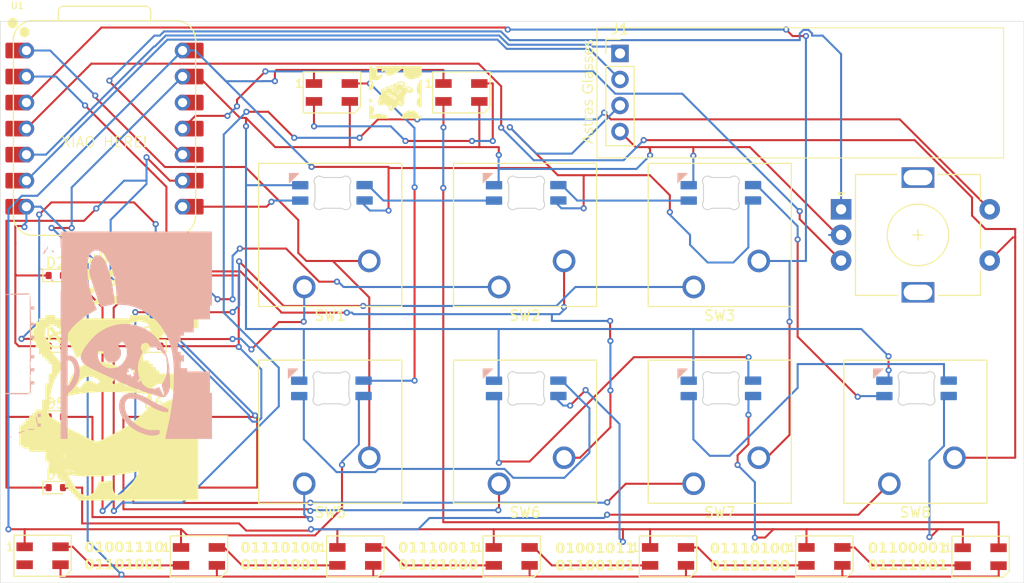
<source format=kicad_pcb>
(kicad_pcb (version 20241229) (generator "pcbnew") (generator_version "9.0")
  (layers (0 "F.Cu" signal) (2 "B.Cu" signal) (13 "F.Paste" user) (15 "B.Paste" user) (5 "F.SilkS" user "F.Silkscreen") (7 "B.SilkS" user "B.Silkscreen") (1 "F.Mask" user) (3 "B.Mask" user) (25 "Edge.Cuts" user))
  (net 0 "")
  (net 1 "Row 1")
  (net 2 "+5V")
  (net 3 "Net-(D1-A)")
  (net 4 "GND")
  (net 5 "Net-(D2-A)")
  (net 6 "Net-(D3-A)")
  (net 7 "Net-(D4-A)")
  (net 8 "Row 2")
  (net 9 "SDA")
  (net 10 "Net-(D5-A)")
  (net 11 "Net-(D6-A)")
  (net 12 "Net-(D7-A)")
  (net 13 "Net-(D8-A)")
  (net 15 "Net-(D10-DIN)")
  (net 16 "Net-(D10-DOUT)")
  (net 17 "Net-(D11-DOUT)")
  (net 18 "Net-(D12-DOUT)")
  (net 19 "Net-(D13-DOUT)")
  (net 20 "Net-(D14-DOUT)")
  (net 21 "Net-(D15-DOUT)")
  (net 22 "Net-(D16-DOUT)")
  (net 23 "Net-(D18-DOUT)")
  (net 24 "SCL")
  (net 25 "Column 1")
  (net 26 "Column 2")
  (net 27 "Column 3")
  (net 28 "Column 4")
  (net 29 "Rotary B")
  (net 30 "Rotary A")
  (net 31 "Net-(D17-DOUT)")
  (net 32 "Net-(D22-DOUT)")
  (net 33 "Net-(D20-DIN)")
  (net 34 "Net-(D24-DOUT)")
  (net 35 "Net-(D20-DOUT)")
  (net 36 "Net-(D23-DOUT)")
  (net 37 "Net-(D18-DIN)")
  (footprint "Button_Switch_Keyboard:SW_Cherry_MX_1.00u_PCB" (layer "F.Cu") (at 29.66 45.12 180)
    (property "Reference" "SW5")
    (property "Value" "SW_Push" (hide yes))
  )
  (footprint "Button_Switch_Keyboard:SW_Cherry_MX_1.00u_PCB" (layer "F.Cu") (at 29.66 25.92 180)
    (property "Reference" "SW1")
    (property "Value" "SW_Push" (hide yes))
  )
  (footprint "LED_SMD:LED_SK6812MINI_PLCC4_3.5x3.5mm_P1.75mm" (layer "F.Cu") (at 49.905 52.21)
    (property "Reference" "D24" (hide yes))
    (property "Value" "WS2812B" (hide yes))
  )
  (footprint "Button_Switch_Keyboard:SW_Cherry_MX_1.00u_PCB" (layer "F.Cu") (at 86.76 45.12 180)
    (property "Reference" "SW8")
    (property "Value" "SW_Push" (hide yes))
  )
  (footprint "Backlight:MX_SK6812MINI-E_REV" (layer "F.Cu") (at 70.3225 35.816733)
    (property "Reference" "D14" (hide yes))
    (property "Value" "WS2812B" (hide yes))
    (fp_line (start -1.699999 0.702842) (end -1.699999 -0.702842) (stroke (width 0.1)) (layer "Edge.Cuts"))
    (fp_line (start -0.794452 -1.5) (end 0.794452 -1.5) (stroke (width 0.1)) (layer "Edge.Cuts"))
    (fp_line (start 0.794452 1.499999) (end -0.794453 1.499999) (stroke (width 0.1)) (layer "Edge.Cuts"))
    (fp_line (start 1.699999 -0.702842) (end 1.699999 0.702842) (stroke (width 0.1)) (layer "Edge.Cuts"))
    (fp_arc (start -1.749484 -0.91972) (mid -1.712527 -0.814068) (end -1.699999 -0.702842) (stroke (width 0.1)) (layer "Edge.Cuts"))
    (fp_arc (start -1.749484 -0.919719) (mid -1.638072 -1.504035) (end -1.046711 -1.568299) (stroke (width 0.1)) (layer "Edge.Cuts"))
    (fp_arc (start -1.699999 0.702843) (mid -1.712527 0.814068) (end -1.749484 0.91972) (stroke (width 0.1)) (layer "Edge.Cuts"))
    (fp_arc (start -1.046711 1.568298) (mid -1.63807 1.504034) (end -1.749484 0.91972) (stroke (width 0.1)) (layer "Edge.Cuts"))
    (fp_arc (start -1.046711 1.568298) (mid -0.925123 1.517376) (end -0.794453 1.499999) (stroke (width 0.1)) (layer "Edge.Cuts"))
    (fp_arc (start -0.794452 -1.5) (mid -0.925123 -1.517377) (end -1.046711 -1.568299) (stroke (width 0.1)) (layer "Edge.Cuts"))
    (fp_arc (start 0.794453 1.5) (mid 0.925123 1.517377) (end 1.046711 1.568299) (stroke (width 0.1)) (layer "Edge.Cuts"))
    (fp_arc (start 1.04671 -1.568299) (mid 0.925122 -1.517377) (end 0.794452 -1.5) (stroke (width 0.1)) (layer "Edge.Cuts"))
    (fp_arc (start 1.046711 -1.568297) (mid 1.63807 -1.504035) (end 1.749484 -0.91972) (stroke (width 0.1)) (layer "Edge.Cuts"))
    (fp_arc (start 1.699999 -0.702843) (mid 1.712528 -0.814068) (end 1.749484 -0.91972) (stroke (width 0.1)) (layer "Edge.Cuts"))
    (fp_arc (start 1.749484 0.91972) (mid 1.638072 1.504037) (end 1.046711 1.568299) (stroke (width 0.1)) (layer "Edge.Cuts"))
    (fp_arc (start 1.75 0.92) (mid 1.713043 0.814348) (end 1.700515 0.703123) (stroke (width 0.1)) (layer "Edge.Cuts"))
  )
  (footprint "Button_Switch_Keyboard:SW_Cherry_MX_1.00u_PCB" (layer "F.Cu") (at 67.67 45.12 180)
    (property "Reference" "SW7")
    (property "Value" "SW_Push" (hide yes))
  )
  (footprint "LED_SMD:LED_SK6812MINI_PLCC4_3.5x3.5mm_P1.75mm" (layer "F.Cu") (at 80.421667 52.21)
    (property "Reference" "D22" (hide yes))
    (property "Value" "WS2812B" (hide yes))
  )
  (footprint "Diode_SMD:D_SOD-523" (layer "F.Cu") (at 14.92181 45.494767 180)
    (property "Reference" "D7" (hide yes))
    (property "Value" "1N4148WT" (hide yes))
  )
  (footprint "LED_SMD:LED_SK6812MINI_PLCC4_3.5x3.5mm_P1.75mm" (layer "F.Cu") (at 65.163333 52.21)
    (property "Reference" "D23" (hide yes))
    (property "Value" "WS2812B" (hide yes))
  )
  (footprint "LED_SMD:LED_SK6812MINI_PLCC4_3.5x3.5mm_P1.75mm" (layer "F.Cu") (at 19.388333 52.21)
    (property "Reference" "D18" (hide yes))
    (property "Value" "WS2812B" (hide yes))
  )
  (footprint "LED_SMD:LED_SK6812MINI_PLCC4_3.5x3.5mm_P1.75mm" (layer "F.Cu") (at 44.998477 6.93825)
    (property "Reference" "D9" (hide yes))
    (property "Value" "WS2812B" (hide yes))
  )
  (footprint "Diode_SMD:D_SOD-523" (layer "F.Cu") (at 5.42181 31.694767)
    (property "Reference" "D3")
    (property "Value" "1N4148WT" (hide yes))
  )
  (footprint "LED_SMD:LED_SK6812MINI_PLCC4_3.5x3.5mm_P1.75mm" (layer "F.Cu") (at 34.646667 52.21)
    (property "Reference" "D25" (hide yes))
    (property "Value" "WS2812B" (hide yes))
  )
  (footprint "Button_Switch_Keyboard:SW_Cherry_MX_1.00u_PCB" (layer "F.Cu") (at 48.67 25.92 180)
    (property "Reference" "SW2")
    (property "Value" "SW_Push" (hide yes))
  )
  (footprint "Button_Switch_Keyboard:SW_Cherry_MX_1.00u_PCB" (layer "F.Cu") (at 67.67 25.92 180)
    (property "Reference" "SW3")
    (property "Value" "SW_Push" (hide yes))
  )
  (footprint "LED_SMD:LED_SK6812MINI_PLCC4_3.5x3.5mm_P1.75mm" (layer "F.Cu") (at 95.664 52.24)
    (property "Reference" "D20" (hide yes))
    (property "Value" "WS2812B" (hide yes))
  )
  (footprint "LED_SMD:LED_SK6812MINI_PLCC4_3.5x3.5mm_P1.75mm" (layer "F.Cu") (at 32.36181 6.93825)
    (property "Reference" "D17" (hide yes))
    (property "Value" "WS2812B" (hide yes))
  )
  (footprint "Backlight:MX_SK6812MINI-E_REV" (layer "F.Cu") (at 32.4125 16.736733)
    (property "Reference" "D10" (hide yes))
    (property "Value" "WS2812B")
    (fp_line (start -1.699999 0.702842) (end -1.699999 -0.702842) (stroke (width 0.1)) (layer "Edge.Cuts"))
    (fp_line (start -0.794452 -1.5) (end 0.794452 -1.5) (stroke (width 0.1)) (layer "Edge.Cuts"))
    (fp_line (start 0.794452 1.499999) (end -0.794453 1.499999) (stroke (width 0.1)) (layer "Edge.Cuts"))
    (fp_line (start 1.699999 -0.702842) (end 1.699999 0.702842) (stroke (width 0.1)) (layer "Edge.Cuts"))
    (fp_arc (start -1.749484 -0.91972) (mid -1.712527 -0.814068) (end -1.699999 -0.702842) (stroke (width 0.1)) (layer "Edge.Cuts"))
    (fp_arc (start -1.749484 -0.919719) (mid -1.638072 -1.504035) (end -1.046711 -1.568299) (stroke (width 0.1)) (layer "Edge.Cuts"))
    (fp_arc (start -1.699999 0.702843) (mid -1.712527 0.814068) (end -1.749484 0.91972) (stroke (width 0.1)) (layer "Edge.Cuts"))
    (fp_arc (start -1.046711 1.568298) (mid -1.63807 1.504034) (end -1.749484 0.91972) (stroke (width 0.1)) (layer "Edge.Cuts"))
    (fp_arc (start -1.046711 1.568298) (mid -0.925123 1.517376) (end -0.794453 1.499999) (stroke (width 0.1)) (layer "Edge.Cuts"))
    (fp_arc (start -0.794452 -1.5) (mid -0.925123 -1.517377) (end -1.046711 -1.568299) (stroke (width 0.1)) (layer "Edge.Cuts"))
    (fp_arc (start 0.794453 1.5) (mid 0.925123 1.517377) (end 1.046711 1.568299) (stroke (width 0.1)) (layer "Edge.Cuts"))
    (fp_arc (start 1.04671 -1.568299) (mid 0.925122 -1.517377) (end 0.794452 -1.5) (stroke (width 0.1)) (layer "Edge.Cuts"))
    (fp_arc (start 1.046711 -1.568297) (mid 1.63807 -1.504035) (end 1.749484 -0.91972) (stroke (width 0.1)) (layer "Edge.Cuts"))
    (fp_arc (start 1.699999 -0.702843) (mid 1.712528 -0.814068) (end 1.749484 -0.91972) (stroke (width 0.1)) (layer "Edge.Cuts"))
    (fp_arc (start 1.749484 0.91972) (mid 1.638072 1.504037) (end 1.046711 1.568299) (stroke (width 0.1)) (layer "Edge.Cuts"))
    (fp_arc (start 1.75 0.92) (mid 1.713043 0.814348) (end 1.700515 0.703123) (stroke (width 0.1)) (layer "Edge.Cuts"))
  )
  (footprint "Button_Switch_Keyboard:SW_Cherry_MX_1.00u_PCB" (layer "F.Cu") (at 48.67 45.12 180)
    (property "Reference" "SW6")
    (property "Value" "SW_Push" (hide yes))
  )
  (footprint "Rotary_Encoder:RotaryEncoder_Alps_EC11E-Switch_Vertical_H20mm" (layer "F.Cu") (at 82.05 18.34)
    (property "Reference" "SW13" (hide yes))
    (property "Value" "RotaryEncoder_Switch" (hide yes))
  )
  (footprint "Diode_SMD:D_SOD-523" (layer "F.Cu") (at 14.92181 38.594767 180)
    (property "Reference" "D6")
    (property "Value" "1N4148WT" (hide yes))
  )
  (footprint "Backlight:MX_SK6812MINI-E_REV" (layer "F.Cu") (at 51.3225 16.736733)
    (property "Reference" "D11" (hide yes))
    (property "Value" "WS2812B" (hide yes))
    (fp_line (start -1.699999 0.702842) (end -1.699999 -0.702842) (stroke (width 0.1)) (layer "Edge.Cuts"))
    (fp_line (start -0.794452 -1.5) (end 0.794452 -1.5) (stroke (width 0.1)) (layer "Edge.Cuts"))
    (fp_line (start 0.794452 1.499999) (end -0.794453 1.499999) (stroke (width 0.1)) (layer "Edge.Cuts"))
    (fp_line (start 1.699999 -0.702842) (end 1.699999 0.702842) (stroke (width 0.1)) (layer "Edge.Cuts"))
    (fp_arc (start -1.749484 -0.91972) (mid -1.712527 -0.814068) (end -1.699999 -0.702842) (stroke (width 0.1)) (layer "Edge.Cuts"))
    (fp_arc (start -1.749484 -0.919719) (mid -1.638072 -1.504035) (end -1.046711 -1.568299) (stroke (width 0.1)) (layer "Edge.Cuts"))
    (fp_arc (start -1.699999 0.702843) (mid -1.712527 0.814068) (end -1.749484 0.91972) (stroke (width 0.1)) (layer "Edge.Cuts"))
    (fp_arc (start -1.046711 1.568298) (mid -1.63807 1.504034) (end -1.749484 0.91972) (stroke (width 0.1)) (layer "Edge.Cuts"))
    (fp_arc (start -1.046711 1.568298) (mid -0.925123 1.517376) (end -0.794453 1.499999) (stroke (width 0.1)) (layer "Edge.Cuts"))
    (fp_arc (start -0.794452 -1.5) (mid -0.925123 -1.517377) (end -1.046711 -1.568299) (stroke (width 0.1)) (layer "Edge.Cuts"))
    (fp_arc (start 0.794453 1.5) (mid 0.925123 1.517377) (end 1.046711 1.568299) (stroke (width 0.1)) (layer "Edge.Cuts"))
    (fp_arc (start 1.04671 -1.568299) (mid 0.925122 -1.517377) (end 0.794452 -1.5) (stroke (width 0.1)) (layer "Edge.Cuts"))
    (fp_arc (start 1.046711 -1.568297) (mid 1.63807 -1.504035) (end 1.749484 -0.91972) (stroke (width 0.1)) (layer "Edge.Cuts"))
    (fp_arc (start 1.699999 -0.702843) (mid 1.712528 -0.814068) (end 1.749484 -0.91972) (stroke (width 0.1)) (layer "Edge.Cuts"))
    (fp_arc (start 1.749484 0.91972) (mid 1.638072 1.504037) (end 1.046711 1.568299) (stroke (width 0.1)) (layer "Edge.Cuts"))
    (fp_arc (start 1.75 0.92) (mid 1.713043 0.814348) (end 1.700515 0.703123) (stroke (width 0.1)) (layer "Edge.Cuts"))
  )
  (footprint "OPL:XIAO-RP2040-DIP" (layer "F.Cu") (at 10.17181 10.463267)
    (property "Reference" "U1")
    (property "Value" "XIAO-RP2040-DIP")
  )
  (footprint "Backlight:MX_SK6812MINI-E_REV" (layer "F.Cu") (at 70.3225 16.736733)
    (property "Reference" "D12" (hide yes))
    (property "Value" "WS2812B" (hide yes))
    (fp_line (start -1.699999 0.702842) (end -1.699999 -0.702842) (stroke (width 0.1)) (layer "Edge.Cuts"))
    (fp_line (start -0.794452 -1.5) (end 0.794452 -1.5) (stroke (width 0.1)) (layer "Edge.Cuts"))
    (fp_line (start 0.794452 1.499999) (end -0.794453 1.499999) (stroke (width 0.1)) (layer "Edge.Cuts"))
    (fp_line (start 1.699999 -0.702842) (end 1.699999 0.702842) (stroke (width 0.1)) (layer "Edge.Cuts"))
    (fp_arc (start -1.749484 -0.91972) (mid -1.712527 -0.814068) (end -1.699999 -0.702842) (stroke (width 0.1)) (layer "Edge.Cuts"))
    (fp_arc (start -1.749484 -0.919719) (mid -1.638072 -1.504035) (end -1.046711 -1.568299) (stroke (width 0.1)) (layer "Edge.Cuts"))
    (fp_arc (start -1.699999 0.702843) (mid -1.712527 0.814068) (end -1.749484 0.91972) (stroke (width 0.1)) (layer "Edge.Cuts"))
    (fp_arc (start -1.046711 1.568298) (mid -1.63807 1.504034) (end -1.749484 0.91972) (stroke (width 0.1)) (layer "Edge.Cuts"))
    (fp_arc (start -1.046711 1.568298) (mid -0.925123 1.517376) (end -0.794453 1.499999) (stroke (width 0.1)) (layer "Edge.Cuts"))
    (fp_arc (start -0.794452 -1.5) (mid -0.925123 -1.517377) (end -1.046711 -1.568299) (stroke (width 0.1)) (layer "Edge.Cuts"))
    (fp_arc (start 0.794453 1.5) (mid 0.925123 1.517377) (end 1.046711 1.568299) (stroke (width 0.1)) (layer "Edge.Cuts"))
    (fp_arc (start 1.04671 -1.568299) (mid 0.925122 -1.517377) (end 0.794452 -1.5) (stroke (width 0.1)) (layer "Edge.Cuts"))
    (fp_arc (start 1.046711 -1.568297) (mid 1.63807 -1.504035) (end 1.749484 -0.91972) (stroke (width 0.1)) (layer "Edge.Cuts"))
    (fp_arc (start 1.699999 -0.702843) (mid 1.712528 -0.814068) (end 1.749484 -0.91972) (stroke (width 0.1)) (layer "Edge.Cuts"))
    (fp_arc (start 1.749484 0.91972) (mid 1.638072 1.504037) (end 1.046711 1.568299) (stroke (width 0.1)) (layer "Edge.Cuts"))
    (fp_arc (start 1.75 0.92) (mid 1.713043 0.814348) (end 1.700515 0.703123) (stroke (width 0.1)) (layer "Edge.Cuts"))
  )
  (footprint "Backlight:MX_SK6812MINI-E_REV" (layer "F.Cu") (at 89.4125 35.816733)
    (property "Reference" "D13" (hide yes))
    (property "Value" "WS2812B" (hide yes))
    (fp_line (start -1.699999 0.702842) (end -1.699999 -0.702842) (stroke (width 0.1)) (layer "Edge.Cuts"))
    (fp_line (start -0.794452 -1.5) (end 0.794452 -1.5) (stroke (width 0.1)) (layer "Edge.Cuts"))
    (fp_line (start 0.794452 1.499999) (end -0.794453 1.499999) (stroke (width 0.1)) (layer "Edge.Cuts"))
    (fp_line (start 1.699999 -0.702842) (end 1.699999 0.702842) (stroke (width 0.1)) (layer "Edge.Cuts"))
    (fp_arc (start -1.749484 -0.91972) (mid -1.712527 -0.814068) (end -1.699999 -0.702842) (stroke (width 0.1)) (layer "Edge.Cuts"))
    (fp_arc (start -1.749484 -0.919719) (mid -1.638072 -1.504035) (end -1.046711 -1.568299) (stroke (width 0.1)) (layer "Edge.Cuts"))
    (fp_arc (start -1.699999 0.702843) (mid -1.712527 0.814068) (end -1.749484 0.91972) (stroke (width 0.1)) (layer "Edge.Cuts"))
    (fp_arc (start -1.046711 1.568298) (mid -1.63807 1.504034) (end -1.749484 0.91972) (stroke (width 0.1)) (layer "Edge.Cuts"))
    (fp_arc (start -1.046711 1.568298) (mid -0.925123 1.517376) (end -0.794453 1.499999) (stroke (width 0.1)) (layer "Edge.Cuts"))
    (fp_arc (start -0.794452 -1.5) (mid -0.925123 -1.517377) (end -1.046711 -1.568299) (stroke (width 0.1)) (layer "Edge.Cuts"))
    (fp_arc (start 0.794453 1.5) (mid 0.925123 1.517377) (end 1.046711 1.568299) (stroke (width 0.1)) (layer "Edge.Cuts"))
    (fp_arc (start 1.04671 -1.568299) (mid 0.925122 -1.517377) (end 0.794452 -1.5) (stroke (width 0.1)) (layer "Edge.Cuts"))
    (fp_arc (start 1.046711 -1.568297) (mid 1.63807 -1.504035) (end 1.749484 -0.91972) (stroke (width 0.1)) (layer "Edge.Cuts"))
    (fp_arc (start 1.699999 -0.702843) (mid 1.712528 -0.814068) (end 1.749484 -0.91972) (stroke (width 0.1)) (layer "Edge.Cuts"))
    (fp_arc (start 1.749484 0.91972) (mid 1.638072 1.504037) (end 1.046711 1.568299) (stroke (width 0.1)) (layer "Edge.Cuts"))
    (fp_arc (start 1.75 0.92) (mid 1.713043 0.814348) (end 1.700515 0.703123) (stroke (width 0.1)) (layer "Edge.Cuts"))
  )
  (footprint "Backlight:MX_SK6812MINI-E_REV" (layer "F.Cu") (at 51.3225 35.816733)
    (property "Reference" "D15" (hide yes))
    (property "Value" "WS2812B" (hide yes))
    (fp_line (start -1.699999 0.702842) (end -1.699999 -0.702842) (stroke (width 0.1)) (layer "Edge.Cuts"))
    (fp_line (start -0.794452 -1.5) (end 0.794452 -1.5) (stroke (width 0.1)) (layer "Edge.Cuts"))
    (fp_line (start 0.794452 1.499999) (end -0.794453 1.499999) (stroke (width 0.1)) (layer "Edge.Cuts"))
    (fp_line (start 1.699999 -0.702842) (end 1.699999 0.702842) (stroke (width 0.1)) (layer "Edge.Cuts"))
    (fp_arc (start -1.749484 -0.91972) (mid -1.712527 -0.814068) (end -1.699999 -0.702842) (stroke (width 0.1)) (layer "Edge.Cuts"))
    (fp_arc (start -1.749484 -0.919719) (mid -1.638072 -1.504035) (end -1.046711 -1.568299) (stroke (width 0.1)) (layer "Edge.Cuts"))
    (fp_arc (start -1.699999 0.702843) (mid -1.712527 0.814068) (end -1.749484 0.91972) (stroke (width 0.1)) (layer "Edge.Cuts"))
    (fp_arc (start -1.046711 1.568298) (mid -1.63807 1.504034) (end -1.749484 0.91972) (stroke (width 0.1)) (layer "Edge.Cuts"))
    (fp_arc (start -1.046711 1.568298) (mid -0.925123 1.517376) (end -0.794453 1.499999) (stroke (width 0.1)) (layer "Edge.Cuts"))
    (fp_arc (start -0.794452 -1.5) (mid -0.925123 -1.517377) (end -1.046711 -1.568299) (stroke (width 0.1)) (layer "Edge.Cuts"))
    (fp_arc (start 0.794453 1.5) (mid 0.925123 1.517377) (end 1.046711 1.568299) (stroke (width 0.1)) (layer "Edge.Cuts"))
    (fp_arc (start 1.04671 -1.568299) (mid 0.925122 -1.517377) (end 0.794452 -1.5) (stroke (width 0.1)) (layer "Edge.Cuts"))
    (fp_arc (start 1.046711 -1.568297) (mid 1.63807 -1.504035) (end 1.749484 -0.91972) (stroke (width 0.1)) (layer "Edge.Cuts"))
    (fp_arc (start 1.699999 -0.702843) (mid 1.712528 -0.814068) (end 1.749484 -0.91972) (stroke (width 0.1)) (layer "Edge.Cuts"))
    (fp_arc (start 1.749484 0.91972) (mid 1.638072 1.504037) (end 1.046711 1.568299) (stroke (width 0.1)) (layer "Edge.Cuts"))
    (fp_arc (start 1.75 0.92) (mid 1.713043 0.814348) (end 1.700515 0.703123) (stroke (width 0.1)) (layer "Edge.Cuts"))
  )
  (footprint "Diode_SMD:D_SOD-523" (layer "F.Cu") (at 5.42181 45.494767)
    (property "Reference" "D8")
    (property "Value" "1N4148WT" (hide yes))
  )
  (footprint "Diode_SMD:D_SOD-523" (layer "F.Cu") (at 5.42181 24.794767)
    (property "Reference" "D2")
    (property "Value" "1N4148WT" (hide yes))
  )
  (footprint "LED_SMD:LED_SK6812MINI_PLCC4_3.5x3.5mm_P1.75mm" (layer "F.Cu") (at 4.13 52.145)
    (property "Reference" "D19" (hide yes))
    (property "Value" "WS2812B" (hide yes))
  )
  (footprint "Diode_SMD:D_SOD-523" (layer "F.Cu") (at 5.42181 38.594767)
    (property "Reference" "D5")
    (property "Value" "1N4148WT" (hide yes))
  )
  (footprint "Backlight:MX_SK6812MINI-E_REV" (layer "F.Cu") (at 32.3125 35.816733)
    (property "Reference" "D16" (hide yes))
    (property "Value" "WS2812B" (hide yes))
    (fp_line (start -1.699999 0.702842) (end -1.699999 -0.702842) (stroke (width 0.1)) (layer "Edge.Cuts"))
    (fp_line (start -0.794452 -1.5) (end 0.794452 -1.5) (stroke (width 0.1)) (layer "Edge.Cuts"))
    (fp_line (start 0.794452 1.499999) (end -0.794453 1.499999) (stroke (width 0.1)) (layer "Edge.Cuts"))
    (fp_line (start 1.699999 -0.702842) (end 1.699999 0.702842) (stroke (width 0.1)) (layer "Edge.Cuts"))
    (fp_arc (start -1.749484 -0.91972) (mid -1.712527 -0.814068) (end -1.699999 -0.702842) (stroke (width 0.1)) (layer "Edge.Cuts"))
    (fp_arc (start -1.749484 -0.919719) (mid -1.638072 -1.504035) (end -1.046711 -1.568299) (stroke (width 0.1)) (layer "Edge.Cuts"))
    (fp_arc (start -1.699999 0.702843) (mid -1.712527 0.814068) (end -1.749484 0.91972) (stroke (width 0.1)) (layer "Edge.Cuts"))
    (fp_arc (start -1.046711 1.568298) (mid -1.63807 1.504034) (end -1.749484 0.91972) (stroke (width 0.1)) (layer "Edge.Cuts"))
    (fp_arc (start -1.046711 1.568298) (mid -0.925123 1.517376) (end -0.794453 1.499999) (stroke (width 0.1)) (layer "Edge.Cuts"))
    (fp_arc (start -0.794452 -1.5) (mid -0.925123 -1.517377) (end -1.046711 -1.568299) (stroke (width 0.1)) (layer "Edge.Cuts"))
    (fp_arc (start 0.794453 1.5) (mid 0.925123 1.517377) (end 1.046711 1.568299) (stroke (width 0.1)) (layer "Edge.Cuts"))
    (fp_arc (start 1.04671 -1.568299) (mid 0.925122 -1.517377) (end 0.794452 -1.5) (stroke (width 0.1)) (layer "Edge.Cuts"))
    (fp_arc (start 1.046711 -1.568297) (mid 1.63807 -1.504035) (end 1.749484 -0.91972) (stroke (width 0.1)) (layer "Edge.Cuts"))
    (fp_arc (start 1.699999 -0.702843) (mid 1.712528 -0.814068) (end 1.749484 -0.91972) (stroke (width 0.1)) (layer "Edge.Cuts"))
    (fp_arc (start 1.749484 0.91972) (mid 1.638072 1.504037) (end 1.046711 1.568299) (stroke (width 0.1)) (layer "Edge.Cuts"))
    (fp_arc (start 1.75 0.92) (mid 1.713043 0.814348) (end 1.700515 0.703123) (stroke (width 0.1)) (layer "Edge.Cuts"))
  )
  (footprint "Diode_SMD:D_SOD-523" (layer "F.Cu") (at 14.92181 24.794767 180)
    (property "Reference" "D1" (hide yes))
    (property "Value" "1N4148WT" (hide yes))
  )
  (footprint "Diode_SMD:D_SOD-523" (layer "F.Cu") (at 14.92181 31.694767 180)
    (property "Reference" "D4")
    (property "Value" "1N4148WT" (hide yes))
  )
  (footprint "Connector_PinHeader_2.54mm:PinHeader_1x04_P2.54mm_Vertical" (layer "F.Cu") (at 60.47675 3.12825)
    (property "Reference" "J1")
    (property "Value" "Astras Glasses")
  )
  (gr_poly (pts (xy 11.026392 25.820217) (xy 11.014608 25.819605) (xy 11.002725 25.818404) (xy 10.990734 25.816633) (xy 10.978626 25.81431) (xy 10.966392 25.811455) (xy 10.954023 25.808086) (xy 10.945672 25.804368) (xy 10.937639 25.80049) (xy 10.929913 25.796452) (xy 10.922485 25.792257) (xy 10.915343 25.787903) (xy 10.908478 25.783394) (xy 10.901879 25.778729) (xy 10.895534 25.773909) (xy 10.889435 25.768936) (xy 10.883571 25.763811) (xy 10.87793 25.758534) (xy 10.872503 25.753107) (xy 10.862248 25.741806) (xy 10.852722 25.729914) (xy 10.843842 25.717441) (xy 10.835523 25.704394) (xy 10.827684 25.690781) (xy 10.820239 25.67661) (xy 10.813106 25.661889) (xy 10.806201 25.646626) (xy 10.79944 25.630829) (xy 10.79274 25.614506) (xy 10.786172 25.574837) (xy 10.783473 25.554723) (xy 10.781272 25.534487) (xy 10.779651 25.51418) (xy 10.778691 25.493852) (xy 10.778474 25.473552) (xy 10.779079 25.45333) (xy 10.78059 25.433235) (xy 10.783087 25.413317) (xy 10.786652 25.393626) (xy 10.791365 25.374212) (xy 10.797309 25.355124) (xy 10.804564 25.336412) (xy 10.813211 25.318125) (xy 10.823333 25.300313) (xy 10.830008 25.291649) (xy 10.836664 25.283443) (xy 10.843344 25.275691) (xy 10.850089 25.268389) (xy 10.856942 25.261535) (xy 10.863945 25.255124) (xy 10.871141 25.249154) (xy 10.878571 25.243622) (xy 10.886278 25.238522) (xy 10.894305 25.233854) (xy 10.902694 25.229612) (xy 10.911486 25.225793) (xy 10.920725 25.222394) (xy 10.930452 25.219413) (xy 10.940711 25.216844) (xy 10.951542 25.214685) (xy 10.964937 25.214384) (xy 10.977947 25.214352) (xy 10.990612 25.214624) (xy 11.002968 25.215231) (xy 11.015053 25.216206) (xy 11.026904 25.217583) (xy 11.038559 25.219394) (xy 11.050056 25.221671) (xy 11.061431 25.224448) (xy 11.072724 25.227757) (xy 11.083971 25.231631) (xy 11.095209 25.236104) (xy 11.106477 25.241206) (xy 11.117812 25.246972) (xy 11.129251 25.253434) (xy 11.140833 25.260626) (xy 11.127604 25.220938) (xy 11.12883 25.199614) (xy 11.130554 25.178592) (xy 11.132823 25.157873) (xy 11.135683 25.137459) (xy 11.139183 25.11735) (xy 11.14337 25.097548) (xy 11.14829 25.078053) (xy 11.153993 25.058868) (xy 11.160524 25.039994) (xy 11.167932 25.021431) (xy 11.176263 25.003181) (xy 11.185566 24.985245) (xy 11.195887 24.967624) (xy 11.207275 24.95032) (xy 11.219775 24.933334) (xy 11.233437 24.916667) (xy 11.245204 24.907477) (xy 11.257049 24.899264) (xy 11.268989 24.891979) (xy 11.281041 24.885575) (xy 11.293222 24.880005) (xy 11.305549 24.87522) (xy 11.318039 24.871174) (xy 11.330708 24.867819) (xy 11.343574 24.865106) (xy 11.356653 24.86299) (xy 11.369963 24.861421) (xy 11.383519 24.860353) (xy 11.39734 24.859738) (xy 11.411442 24.859528) (xy 11.425842 24.859675) (xy 11.440556 24.860133) (xy 11.455076 24.862112) (xy 11.469246 24.864611) (xy 11.483139 24.867624) (xy 11.496826 24.871146) (xy 11.510378 24.875171) (xy 11.523866 24.879693) (xy 11.537362 24.884708) (xy 11.550937 24.890209) (xy 11.553004 24.865818) (xy 11.558509 24.83093) (xy 11.565842 24.796664) (xy 11.5749 24.763007) (xy 11.585579 24.729943) (xy 11.597774 24.697458) (xy 11.611382 24.665538) (xy 11.626299 24.634169) (xy 11.64242 24.603336) (xy 11.659643 24.573026) (xy 11.677862 24.543223) (xy 11.696975 24.513914) (xy 11.716876 24.485084) (xy 11.737462 24.456719) (xy 11.758629 24.428805) (xy 11.802291 24.374271) (xy 11.819848 24.352703) (xy 11.849457 24.316978) (xy 11.879504 24.281725) (xy 11.909981 24.246912) (xy 11.94088 24.212504) (xy 11.972192 24.178469) (xy 12.003909 24.144774) (xy 12.036024 24.111385) (xy 12.068528 24.078269) (xy 12.094657 24.051768) (xy 12.119068 24.027523) (xy 12.140778 24.005902) (xy 12.147002 24.00086) (xy 12.149623 23.99882) (xy 12.152003 23.997071) (xy 12.154209 23.99559) (xy 12.155268 23.994943) (xy 12.156308 23.994355) (xy 12.157338 23.993823) (xy 12.158366 23.993345) (xy 12.1594 23.992916) (xy 12.160448 23.992535) (xy 12.161519 23.992199) (xy 12.162622 23.991905) (xy 12.163763 23.99165) (xy 12.164952 23.991431) (xy 12.166197 23.991246) (xy 12.167506 23.991092) (xy 12.170348 23.990864) (xy 12.173547 23.990726) (xy 12.177167 23.990656) (xy 12.185937 23.990626) (xy 12.192256 24.014573) (xy 12.246447 24.219865) (xy 12.297432 24.413206) (xy 12.351915 24.619167) (xy 12.407474 24.824838) (xy 12.422667 24.880435) (xy 12.436201 24.929454) (xy 12.4499 24.978427) (xy 12.461631 25.021312) (xy 12.471704 25.057334) (xy 12.472697 25.063511) (xy 12.47353 25.069374) (xy 12.474196 25.074965) (xy 12.474237 25.075417) (xy 12.29177 25.075417) (xy 12.279282 25.023293) (xy 12.266102 24.971371) (xy 12.238043 24.868011) (xy 12.208354 24.765095) (xy 12.177791 24.662377) (xy 12.16604 24.62277) (xy 12.154395 24.583131) (xy 12.137398 24.525517) (xy 12.120204 24.467961) (xy 12.109803 24.431971) (xy 12.099766 24.399015) (xy 12.091138 24.369932) (xy 12.080104 24.347813) (xy 12.040416 24.334584) (xy 11.972377 24.412741) (xy 11.919718 24.474902) (xy 11.897944 24.501873) (xy 11.878562 24.527112) (xy 11.861087 24.551375) (xy 11.845034 24.575418) (xy 11.829919 24.599996) (xy 11.815258 24.625865) (xy 11.800566 24.653782) (xy 11.785359 24.684501) (xy 11.769152 24.718779) (xy 11.751461 24.757371) (xy 11.709687 24.850521) (xy 11.711335 24.866034) (xy 11.712226 24.872935) (xy 11.713221 24.879355) (xy 11.714365 24.885361) (xy 11.7157 24.891018) (xy 11.717272 24.896395) (xy 11.719125 24.901557) (xy 11.721303 24.906571) (xy 11.723851 24.911503) (xy 11.726813 24.916422) (xy 11.730232 24.921392) (xy 11.734153 24.92648) (xy 11.738622 24.931755) (xy 11.743681 24.937281) (xy 11.749375 24.943125) (xy 11.769487 24.942827) (xy 11.789193 24.941217) (xy 11.808525 24.938396) (xy 11.827516 24.934465) (xy 11.846196 24.929524) (xy 11.8646 24.923674) (xy 11.882757 24.917015) (xy 11.900701 24.909648) (xy 11.918464 24.901673) (xy 11.936078 24.893192) (xy 11.970984 24.875111) (xy 12.040416 24.837292) (xy 12.066874 24.824063) (xy 12.052512 24.852953) (xy 11.988326 24.98364) (xy 11.965718 25.029089) (xy 11.944143 25.073402) (xy 11.924199 25.113919) (xy 11.917954 25.130661) (xy 11.915147 25.138889) (xy 11.912541 25.147049) (xy 11.910131 25.155163) (xy 11.907912 25.163251) (xy 11.905877 25.171336) (xy 11.904021 25.179437) (xy 11.902338 25.187577) (xy 11.900821 25.195775) (xy 11.898264 25.212435) (xy 11.896305 25.229586) (xy 11.894895 25.247396) (xy 11.921354 25.273855) (xy 11.933893 25.273507) (xy 11.946429 25.272484) (xy 11.958958 25.270815) (xy 11.971471 25.26853) (xy 11.983965 25.265659) (xy 11.996432 25.262232) (xy 12.021263 25.253828) (xy 12.045917 25.243556) (xy 12.070346 25.231654) (xy 12.094502 25.218361) (xy 12.118339 25.203914) (xy 12.141807 25.188553) (xy 12.164859 25.172515) (xy 12.209526 25.139361) (xy 12.29177 25.075417) (xy 12.474237 25.075417) (xy 12.474685 25.080323) (xy 12.47499 25.08549) (xy 12.475102 25.090509) (xy 12.475013 25.095419) (xy 12.474713 25.100263) (xy 12.474196 25.105081) (xy 12.473451 25.109915) (xy 12.472472 25.114806) (xy 12.471248 25.119796) (xy 12.469773 25.124925) (xy 12.468037 25.130235) (xy 12.466032 25.135767) (xy 12.463749 25.141563) (xy 12.453105 25.15069) (xy 12.442495 25.159556) (xy 12.431871 25.168198) (xy 12.421188 25.176655) (xy 12.410399 25.184962) (xy 12.399458 25.193158) (xy 12.388318 25.201279) (xy 12.376933 25.209363) (xy 12.350349 25.228376) (xy 12.301411 25.26242) (xy 12.252024 25.295768) (xy 12.202221 25.328493) (xy 12.152037 25.360671) (xy 12.125834 25.377395) (xy 12.107101 25.388573) (xy 12.08852 25.398765) (xy 12.070039 25.407985) (xy 12.051607 25.416247) (xy 12.033173 25.423565) (xy 12.014685 25.429954) (xy 11.996092 25.435428) (xy 11.977341 25.44) (xy 11.958383 25.443686) (xy 11.939164 25.446498) (xy 11.919635 25.448452) (xy 11.899743 25.449561) (xy 11.879437 25.449839) (xy 11.858665 25.449302) (xy 11.837377 25.447962) (xy 11.81552 25.445834) (xy 11.807807 25.441556) (xy 11.800674 25.43736) (xy 11.794069 25.433207) (xy 11.787935 25.429055) (xy 11.782218 25.424865) (xy 11.776863 25.420597) (xy 11.771815 25.416211) (xy 11.76702 25.411666) (xy 11.762424 25.406923) (xy 11.75797 25.401942) (xy 11.753604 25.396682) (xy 11.749272 25.391104) (xy 11.744919 25.385167) (xy 11.74049 25.378832) (xy 11.731184 25.364805) (xy 11.727555 25.345313) (xy 11.725164 25.326096) (xy 11.723954 25.307136) (xy 11.723867 25.288414) (xy 11.724843 25.269912) (xy 11.726825 25.251609) (xy 11.729753 25.233488) (xy 11.73357 25.215528) (xy 11.738216 25.197712) (xy 11.743634 25.18002) (xy 11.749764 25.162434) (xy 11.756549 25.144934) (xy 11.76393 25.127501) (xy 11.771848 25.110117) (xy 11.789062 25.075417) (xy 11.751855 25.082859) (xy 11.737859 25.084743) (xy 11.732043 25.085455) (xy 11.726856 25.085998) (xy 11.722178 25.086362) (xy 11.717889 25.086536) (xy 11.713869 25.086508) (xy 11.709997 25.086269) (xy 11.706155 25.085807) (xy 11.702221 25.085111) (xy 11.698077 25.084171) (xy 11.693603 25.082975) (xy 11.688677 25.081512) (xy 11.683182 25.079773) (xy 11.669999 25.075417) (xy 11.684055 25.118412) (xy 11.689051 25.141563) (xy 11.692766 25.164909) (xy 11.695236 25.188403) (xy 11.696072 25.204043) (xy 11.501595 25.204043) (xy 11.501328 25.188278) (xy 11.499879 25.175351) (xy 11.498115 25.162847) (xy 11.496014 25.150737) (xy 11.493553 25.138989) (xy 11.49071 25.127573) (xy 11.487462 25.116458) (xy 11.483786 25.105613) (xy 11.47966 25.095007) (xy 11.475061 25.084609) (xy 11.469967 25.074389) (xy 11.464355 25.064315) (xy 11.458203 25.054356) (xy 11.451488 25.044482) (xy 11.444188 25.034662) (xy 11.436279 25.024864) (xy 11.42774 25.015059) (xy 11.416176 25.00778) (xy 11.411339 25.004844) (xy 11.406982 25.002337) (xy 11.402996 25.000232) (xy 11.399267 24.998498) (xy 11.395686 24.997107) (xy 11.393915 24.996531) (xy 11.392139 24.99603) (xy 11.390345 24.9956) (xy 11.388517 24.995237) (xy 11.384707 24.9947) (xy 11.380599 24.994389) (xy 11.37608 24.994276) (xy 11.371039 24.994331) (xy 11.365365 24.994525) (xy 11.351673 24.995215) (xy 11.343006 24.998518) (xy 11.335026 25.001914) (xy 11.327668 25.00543) (xy 11.32087 25.009098) (xy 11.314568 25.012945) (xy 11.308698 25.017) (xy 11.303199 25.021294) (xy 11.298005 25.025854) (xy 11.293055 25.030709) (xy 11.288285 25.03589) (xy 11.283631 25.041424) (xy 11.279031 25.047341) (xy 11.27442 25.053669) (xy 11.269736 25.060439) (xy 11.259895 25.075417) (xy 11.254917 25.091572) (xy 11.250607 25.108155) (xy 11.24698 25.125099) (xy 11.244052 25.142338) (xy 11.241837 25.159807) (xy 11.240351 25.17744) (xy 11.23961 25.195171) (xy 11.239629 25.212933) (xy 11.240424 25.230661) (xy 11.242009 25.248289) (xy 11.2444 25.265752) (xy 11.247614 25.282983) (xy 11.251664 25.299915) (xy 11.256566 25.316485) (xy 11.262337 25.332624) (xy 11.26899 25.348269) (xy 11.273689 25.355929) (xy 11.278434 25.363175) (xy 11.283256 25.370029) (xy 11.288181 25.37651) (xy 11.293238 25.382638) (xy 11.298457 25.388434) (xy 11.303864 25.393919) (xy 11.309489 25.399112) (xy 11.31536 25.404034) (xy 11.321506 25.408705) (xy 11.327954 25.413145) (xy 11.334733 25.417376) (xy 11.341871 25.421417) (xy 11.349398 25.425288) (xy 11.357341 25.429011) (xy 11.365729 25.432605) (xy 11.379633 25.433935) (xy 11.38538 25.434349) (xy 11.390467 25.43454) (xy 11.395003 25.434468) (xy 11.397098 25.43432) (xy 11.399095 25.434091) (xy 11.401009 25.433775) (xy 11.402851 25.433368) (xy 11.404637 25.432864) (xy 11.406379 25.432257) (xy 11.408091 25.431544) (xy 11.409786 25.430719) (xy 11.411478 25.429776) (xy 11.41318 25.42871) (xy 11.414906 25.427517) (xy 11.41667 25.426191) (xy 11.420362 25.42312) (xy 11.424365 25.419456) (xy 11.428787 25.415157) (xy 11.439316 25.404493) (xy 11.449403 25.391953) (xy 11.458386 25.379454) (xy 11.466324 25.366959) (xy 11.473277 25.354432) (xy 11.479303 25.341835) (xy 11.484461 25.329133) (xy 11.488811 25.316289) (xy 11.492411 25.303266) (xy 11.495321 25.290029) (xy 11.4976 25.276539) (xy 11.499307 25.262762) (xy 11.5005 25.248661) (xy 11.50124 25.234198) (xy 11.501585 25.219338) (xy 11.501595 25.204043) (xy 11.696072 25.204043) (xy 11.696497 25.211997) (xy 11.696584 25.235642) (xy 11.695534 25.259292) (xy 11.693381 25.282899) (xy 11.690163 25.306414) (xy 11.685914 25.32979) (xy 11.680669 25.352979) (xy 11.674466 25.375934) (xy 11.667339 25.398607) (xy 11.659325 25.42095) (xy 11.650458 25.442915) (xy 11.640775 25.464455) (xy 11.630312 25.485521) (xy 11.614882 25.506972) (xy 11.612651 25.509926) (xy 11.055127 25.509926) (xy 11.054995 25.500179) (xy 11.053345 25.458133) (xy 11.051932 25.448147) (xy 11.050397 25.438819) (xy 11.048703 25.430082) (xy 11.046814 25.421871) (xy 11.044691 25.414118) (xy 11.042298 25.406756) (xy 11.039597 25.399719) (xy 11.036551 25.39294) (xy 11.033124 25.386352) (xy 11.029277 25.37989) (xy 11.024974 25.373485) (xy 11.020177 25.367072) (xy 11.01485 25.360584) (xy 11.008955 25.353953) (xy 11.002454 25.347115) (xy 10.995312 25.34) (xy 10.984331 25.336021) (xy 10.979761 25.334458) (xy 10.975675 25.333179) (xy 10.971977 25.332184) (xy 10.968569 25.331474) (xy 10.965356 25.331047) (xy 10.963791 25.330941) (xy 10.962239 25.330905) (xy 10.960687 25.330941) (xy 10.959122 25.331047) (xy 10.955909 25.331474) (xy 10.952501 25.332184) (xy 10.948803 25.333179) (xy 10.944717 25.334458) (xy 10.940147 25.336021) (xy 10.929166 25.34) (xy 10.922362 25.345488) (xy 10.916106 25.350875) (xy 10.910371 25.356204) (xy 10.905132 25.36152) (xy 10.900363 25.366869) (xy 10.896038 25.372295) (xy 10.892133 25.377842) (xy 10.88862 25.383556) (xy 10.885476 25.38948) (xy 10.882673 25.395661) (xy 10.880186 25.402141) (xy 10.87799 25.408967) (xy 10.876059 25.416183) (xy 10.874367 25.423832) (xy 10.872889 25.431962) (xy 10.871599 25.440614) (xy 10.871197 25.460871) (xy 10.871318 25.480377) (xy 10.872107 25.499334) (xy 10.872797 25.508671) (xy 10.873708 25.517947) (xy 10.874858 25.527187) (xy 10.876266 25.536417) (xy 10.877949 25.545663) (xy 10.879926 25.554949) (xy 10.882215 25.564301) (xy 10.884833 25.573745) (xy 10.8878 25.583306) (xy 10.891132 25.593008) (xy 10.89919 25.602169) (xy 10.902602 25.605918) (xy 10.905727 25.609189) (xy 10.908658 25.612039) (xy 10.911489 25.614524) (xy 10.912896 25.615648) (xy 10.914313 25.616703) (xy 10.915752 25.617694) (xy 10.917223 25.61863) (xy 10.91874 25.619518) (xy 10.920313 25.620365) (xy 10.921954 25.621177) (xy 10.923675 25.621963) (xy 10.927403 25.623481) (xy 10.931591 25.624976) (xy 10.936331 25.626506) (xy 10.941716 25.628126) (xy 10.954798 25.631869) (xy 10.96842 25.632852) (xy 10.97404 25.633151) (xy 10.978999 25.633278) (xy 10.9834 25.6332) (xy 10.987343 25.632884) (xy 10.989175 25.632627) (xy 10.990931 25.632297) (xy 10.992623 25.631892) (xy 10.994263 25.631407) (xy 10.995865 25.630837) (xy 10.997442 25.630179) (xy 10.999005 25.629429) (xy 11.000568 25.628582) (xy 11.003743 25.626582) (xy 11.007067 25.624146) (xy 11.010643 25.621242) (xy 11.014571 25.617837) (xy 11.023889 25.60939) (xy 11.027331 25.604821) (xy 11.03052 25.600287) (xy 11.033466 25.595782) (xy 11.036178 25.591302) (xy 11.038664 25.586843) (xy 11.040934 25.5824) (xy 11.044859 25.573546) (xy 11.048027 25.564704) (xy 11.050508 25.555838) (xy 11.052374 25.546914) (xy 11.053697 25.537897) (xy 11.054549 25.528749) (xy 11.055002 25.519438) (xy 11.055127 25.509926) (xy 11.612651 25.509926) (xy 11.607077 25.517307) (xy 11.599171 25.527376) (xy 11.59113 25.537176) (xy 11.582925 25.546702) (xy 11.574522 25.555952) (xy 11.565891 25.56492) (xy 11.556999 25.573603) (xy 11.547814 25.581998) (xy 11.538306 25.590099) (xy 11.528441 25.597904) (xy 11.51819 25.605409) (xy 11.507518 25.612609) (xy 11.496396 25.619501) (xy 11.484791 25.626081) (xy 11.466953 25.627969) (xy 11.449894 25.629071) (xy 11.433533 25.629392) (xy 11.417786 25.628939) (xy 11.402571 25.627715) (xy 11.387805 25.625727) (xy 11.373406 25.622978) (xy 11.35929 25.619475) (xy 11.345376 25.615222) (xy 11.33158 25.610225) (xy 11.31782 25.604489) (xy 11.304014 25.598018) (xy 11.290078 25.590818) (xy 11.275929 25.582895) (xy 11.261486 25.574252) (xy 11.246666 25.564896) (xy 11.243669 25.59058) (xy 11.24111 25.606279) (xy 11.238271 25.621359) (xy 11.235101 25.635858) (xy 11.231551 25.649817) (xy 11.227569 25.663276) (xy 11.223104 25.676276) (xy 11.218107 25.688855) (xy 11.212527 25.701055) (xy 11.206313 25.712915) (xy 11.199416 25.724476) (xy 11.191783 25.735777) (xy 11.183365 25.746858) (xy 11.174112 25.757761) (xy 11.163973 25.768524) (xy 11.152896 25.779187) (xy 11.140833 25.789792) (xy 11.129529 25.796107) (xy 11.118219 25.801644) (xy 11.106893 25.806423) (xy 11.095542 25.810462) (xy 11.084157 25.81378) (xy 11.072727 25.816397) (xy 11.061246 25.818329) (xy 11.049702 25.819598) (xy 11.038087 25.820221)) (fill yes) (layer "F.SilkS"))
  (gr_poly (pts (xy 12.606569 21.852194) (xy 12.604327 21.843933) (xy 12.602523 21.835907) (xy 12.601132 21.828073) (xy 12.600134 21.820391) (xy 12.599504 21.812819) (xy 12.59922 21.805316) (xy 12.599259 21.797842) (xy 12.599599 21.790353) (xy 12.600216 21.782811) (xy 12.601089 21.775172) (xy 12.602194 21.767397) (xy 12.60501 21.75127) (xy 12.608482 21.7341) (xy 12.617728 21.689243) (xy 12.62808 21.640847) (xy 12.63853 21.590701) (xy 12.66641 21.458517) (xy 12.688751 21.352032) (xy 12.740195 21.109976) (xy 12.766878 20.98917) (xy 12.794479 20.868542) (xy 12.966458 20.868542) (xy 12.949485 20.916973) (xy 12.838582 21.234632) (xy 12.792098 21.36827) (xy 12.768676 21.435772) (xy 12.730974 21.542889) (xy 12.692059 21.649411) (xy 12.651601 21.755353) (xy 12.60927 21.86073)) (fill yes) (layer "F.SilkS"))
  (gr_poly (pts (xy 6.507765 36.597794) (xy 6.344077 36.65207) (xy 6.180045 36.705207) (xy 5.994342 36.763923) (xy 6.361929 36.632959) (xy 6.507857 36.593314)) (fill yes) (layer "F.SilkS"))
  (gr_rect (start 58.2225 0.62) (end 97.91 13.32) (stroke (width 0.1)) (fill no) (layer "F.SilkS"))
  (gr_poly (pts (xy 10.140585 26.43451) (xy 10.133024 26.430936) (xy 10.125921 26.427274) (xy 10.119232 26.4235) (xy 10.112911 26.419588) (xy 10.106916 26.415513) (xy 10.101203 26.41125) (xy 10.095727 26.406775) (xy 10.090445 26.402061) (xy 10.085313 26.397085) (xy 10.080287 26.39182) (xy 10.075324 26.386243) (xy 10.070379 26.380327) (xy 10.065408 26.374048) (xy 10.060368 26.367381) (xy 10.055214 26.3603) (xy 10.040152 26.340524) (xy 10.024844 26.321073) (xy 10.009291 26.301908) (xy 9.993494 26.282988) (xy 9.977454 26.264276) (xy 9.961172 26.245732) (xy 9.944648 26.227317) (xy 9.927884 26.208991) (xy 9.909303 26.188818) (xy 9.883588 26.16138) (xy 9.857598 26.13424) (xy 9.831307 26.107393) (xy 9.804687 26.080834) (xy 9.884062 25.975) (xy 9.894926 25.978706) (xy 9.905368 25.982725) (xy 9.915424 25.987051) (xy 9.925128 25.991677) (xy 9.934516 25.996598) (xy 9.943624 26.001808) (xy 9.952487 26.0073) (xy 9.961141 26.013069) (xy 9.969621 26.019108) (xy 9.977963 26.025411) (xy 9.986202 26.031972) (xy 9.994375 26.038784) (xy 10.01066 26.053141) (xy 10.027102 26.068431) (xy 10.048054 26.087968) (xy 10.076086 26.114942) (xy 10.103512 26.142383) (xy 10.130318 26.17033) (xy 10.156487 26.198819) (xy 10.182003 26.227889) (xy 10.206851 26.257577) (xy 10.231015 26.287921) (xy 10.254479 26.318959) (xy 10.250347 26.329217) (xy 10.245814 26.338825) (xy 10.240896 26.347844) (xy 10.235608 26.35633) (xy 10.229963 26.364342) (xy 10.223978 26.371941) (xy 10.217666 26.379183) (xy 10.211044 26.386128) (xy 10.204125 26.392834) (xy 10.196924 26.39936) (xy 10.189457 26.405765) (xy 10.181739 26.412107) (xy 10.148646 26.438021)) (fill yes) (layer "F.SilkS"))
  (gr_poly (pts (xy 7.582091 27.628282) (xy 7.532888 27.627044) (xy 7.469389 27.626534) (xy 7.386459 27.62539) (xy 7.30354 27.623592) (xy 7.203705 27.621975) (xy 7.103863 27.620919) (xy 6.952766 27.618514) (xy 6.801666 27.615417) (xy 6.801666 26.861355) (xy 7.175936 26.701752) (xy 7.551227 26.544575) (xy 7.926972 26.387585) (xy 7.99836 26.357693) (xy 8.333067 26.21749) (xy 8.486298 26.153306) (xy 8.59293 26.108619) (xy 8.75463 26.041031) (xy 8.818796 26.014183) (xy 8.913269 25.974742) (xy 8.94204 25.962638) (xy 8.963843 25.953618) (xy 8.980587 25.946841) (xy 8.99339 25.941984) (xy 8.998663 25.940176) (xy 9.003369 25.938729) (xy 9.007649 25.937601) (xy 9.011642 25.936754) (xy 9.015487 25.936147) (xy 9.019325 25.93574) (xy 9.023295 25.935493) (xy 9.027537 25.935366) (xy 9.037395 25.935313) (xy 9.048609 25.970246) (xy 9.063165 26.011507) (xy 9.078666 26.05159) (xy 9.095196 26.090708) (xy 9.112836 26.129074) (xy 9.131669 26.1669) (xy 9.151777 26.2044) (xy 9.173242 26.241786) (xy 9.196145 26.279271) (xy 9.235833 26.345417) (xy 9.171007 26.405246) (xy 9.138357 26.434767) (xy 9.105487 26.464004) (xy 9.072352 26.492939) (xy 9.038904 26.521553) (xy 9.005098 26.549831) (xy 8.970888 26.577754) (xy 8.936292 26.606475) (xy 8.902009 26.635534) (xy 8.867942 26.66485) (xy 8.833997 26.694336) (xy 8.748857 26.768113) (xy 8.66328 26.841351) (xy 8.577072 26.913842) (xy 8.490039 26.985378) (xy 8.427357 27.03727) (xy 8.365378 27.089961) (xy 8.24245 27.196586) (xy 8.163902 27.264583) (xy 8.084942 27.332054) (xy 8.005297 27.39871) (xy 7.924698 27.464263) (xy 7.91222 27.474185) (xy 7.902532 27.482019) (xy 7.898503 27.485376) (xy 7.894894 27.488479) (xy 7.891613 27.491416) (xy 7.888567 27.494278) (xy 7.885663 27.497152) (xy 7.88281 27.500128) (xy 7.879914 27.503296) (xy 7.876884 27.506744) (xy 7.870048 27.514838) (xy 7.861564 27.525125) (xy 7.852231 27.534863) (xy 7.842931 27.543985) (xy 7.833655 27.552512) (xy 7.824394 27.560463) (xy 7.815137 27.567855) (xy 7.805877 27.57471) (xy 7.796603 27.581045) (xy 7.787306 27.586881) (xy 7.777977 27.592236) (xy 7.768606 27.59713) (xy 7.759184 27.601582) (xy 7.749701 27.605611) (xy 7.740149 27.609237) (xy 7.730517 27.612478) (xy 7.710978 27.617885) (xy 7.69101 27.621985) (xy 7.670536 27.624933) (xy 7.649482 27.626883) (xy 7.627774 27.627988) (xy 7.605335 27.628403)) (fill yes) (layer "F.SilkS"))
  (gr_poly (pts (xy 9.586144 27.616919) (xy 9.547623 27.616916) (xy 9.505739 27.616709) (xy 9.463085 27.616652) (xy 9.32761 27.616244) (xy 9.236014 27.616063) (xy 9.010937 27.615417) (xy 9.023979 27.592595) (xy 9.037169 27.570077) (xy 9.050563 27.547825) (xy 9.064218 27.525803) (xy 9.07819 27.503977) (xy 9.092533 27.482309) (xy 9.107304 27.460763) (xy 9.122558 27.439304) (xy 9.139699 27.415516) (xy 9.216286 27.309919) (xy 9.279654 27.222676) (xy 9.301472 27.192604) (xy 9.346636 27.129272) (xy 9.391146 27.065511) (xy 9.435187 27.001424) (xy 9.478945 26.937112) (xy 9.522602 26.874112) (xy 9.567195 26.811893) (xy 9.612718 26.75035) (xy 9.659166 26.689375) (xy 9.69866 26.705359) (xy 9.737799 26.722001) (xy 9.776701 26.739189) (xy 9.815487 26.756813) (xy 9.82562 26.760856) (xy 9.835692 26.764591) (xy 9.845748 26.768044) (xy 9.855829 26.77124) (xy 9.865981 26.774206) (xy 9.876246 26.776967) (xy 9.886669 26.77955) (xy 9.897291 26.78198) (xy 9.895613 26.799733) (xy 9.893522 26.81729) (xy 9.891042 26.834669) (xy 9.888196 26.851893) (xy 9.881501 26.885955) (xy 9.873624 26.919641) (xy 9.864753 26.953118) (xy 9.855073 26.986552) (xy 9.834039 27.053953) (xy 9.819064 27.101453) (xy 9.779672 27.225466) (xy 9.739626 27.352255) (xy 9.709189 27.448347) (xy 9.694615 27.494486) (xy 9.681103 27.536788) (xy 9.669206 27.574189) (xy 9.664323 27.587624) (xy 9.662215 27.593068) (xy 9.660234 27.597746) (xy 9.658308 27.601722) (xy 9.657343 27.603466) (xy 9.656365 27.605058) (xy 9.655365 27.606505) (xy 9.654334 27.607816) (xy 9.653262 27.608998) (xy 9.652142 27.610059) (xy 9.650964 27.611008) (xy 9.649719 27.611851) (xy 9.648398 27.612597) (xy 9.646992 27.613254) (xy 9.645493 27.613828) (xy 9.64389 27.61433) (xy 9.642176 27.614765) (xy 9.640341 27.615142) (xy 9.636273 27.615753) (xy 9.631615 27.616226) (xy 9.620239 27.617008)) (fill yes) (layer "F.SilkS"))
  (gr_poly (pts (xy 6.800991 23.767591) (xy 6.80094 23.557199) (xy 6.800929 23.514889) (xy 6.800646 22.835717) (xy 6.800422 22.139372) (xy 6.800239 21.709325) (xy 6.800165 21.414848) (xy 6.80009 21.244684) (xy 6.800067 21.089163) (xy 6.800014 21.03265) (xy 6.800039 20.956331) (xy 6.800023 20.913358) (xy 6.800591 20.902906) (xy 6.800872 20.898626) (xy 6.80118 20.89489) (xy 6.801536 20.891632) (xy 6.801963 20.888785) (xy 6.802481 20.886285) (xy 6.803114 20.884066) (xy 6.803883 20.882062) (xy 6.804809 20.880207) (xy 6.805915 20.878436) (xy 6.807221 20.876684) (xy 6.808751 20.874884) (xy 6.810525 20.87297) (xy 6.814895 20.868542) (xy 6.836468 20.867739) (xy 6.858052 20.867239) (xy 6.879642 20.866983) (xy 6.901231 20.866915) (xy 6.929028 20.866868) (xy 7.0224 20.866951) (xy 7.089554 20.866918) (xy 7.274989 20.867007) (xy 7.474618 20.867034) (xy 7.820789 20.867144) (xy 8.321301 20.867302) (xy 9.133259 20.867544) (xy 9.922215 20.867816) (xy 9.9713 20.867826) (xy 10.215068 20.867877) (xy 12.238854 20.868542) (xy 12.200015 21.176502) (xy 12.186812 21.281288) (xy 12.175449 21.371251) (xy 11.987499 21.371251) (xy 11.961041 21.318334) (xy 11.961041 21.371251) (xy 11.987499 21.371251) (xy 12.175449 21.371251) (xy 12.167798 21.431816) (xy 12.161867 21.479216) (xy 12.156252 21.523347) (xy 12.151356 21.56216) (xy 12.14828 21.582264) (xy 12.147079 21.589385) (xy 12.1459 21.595538) (xy 12.14459 21.601464) (xy 12.142996 21.607902) (xy 12.138347 21.62527) (xy 12.137095 21.631798) (xy 12.136328 21.637981) (xy 12.136017 21.643861) (xy 12.136134 21.649482) (xy 12.136652 21.654886) (xy 12.137543 21.660117) (xy 12.138778 21.665219) (xy 12.140329 21.670234) (xy 12.142169 21.675205) (xy 12.144269 21.680177) (xy 12.146602 21.685191) (xy 12.149139 21.690291) (xy 12.16077 21.712418) (xy 12.179587 21.749839) (xy 12.199993 21.789623) (xy 12.240989 21.873832) (xy 12.259004 21.913647) (xy 11.220208 21.913647) (xy 11.206979 21.913647) (xy 11.206979 21.979792) (xy 11.220208 21.979792) (xy 11.220208 21.913647) (xy 12.259004 21.913647) (xy 12.280662 21.961511) (xy 12.299251 22.006439) (xy 12.316607 22.051978) (xy 12.319077 22.059167) (xy 11.484791 22.059167) (xy 11.471562 22.01948) (xy 11.471562 22.045938) (xy 11.246666 22.045938) (xy 11.233437 22.045938) (xy 11.233437 22.112084) (xy 11.246666 22.112084) (xy 11.246666 22.045938) (xy 11.471562 22.045938) (xy 11.471562 22.059167) (xy 11.484791 22.059167) (xy 12.319077 22.059167) (xy 12.33243 22.098042) (xy 12.336654 22.112084) (xy 11.524479 22.112084) (xy 11.511249 22.072396) (xy 11.511249 22.112084) (xy 11.524479 22.112084) (xy 12.336654 22.112084) (xy 12.340634 22.125313) (xy 11.259895 22.125313) (xy 11.246666 22.125313) (xy 11.246666 22.191459) (xy 11.259895 22.191459) (xy 11.259895 22.125313) (xy 12.340634 22.125313) (xy 12.34642 22.144547) (xy 12.354942 22.17823) (xy 11.577395 22.17823) (xy 11.564166 22.138542) (xy 11.564166 22.17823) (xy 11.577395 22.17823) (xy 12.354942 22.17823) (xy 12.358276 22.191407) (xy 12.36093 22.204688) (xy 11.273124 22.204688) (xy 11.259895 22.204688) (xy 11.259895 22.270834) (xy 11.273124 22.270834) (xy 11.273124 22.204688) (xy 12.36093 22.204688) (xy 12.367696 22.238536) (xy 12.370391 22.257605) (xy 12.172708 22.257605) (xy 12.159479 22.257605) (xy 12.159479 22.310522) (xy 11.709687 22.310522) (xy 11.683229 22.284063) (xy 11.65677 22.257605) (xy 11.65677 22.284063) (xy 11.286354 22.284063) (xy 11.273124 22.284063) (xy 11.273124 22.363438) (xy 11.286354 22.363438) (xy 11.286354 22.284063) (xy 11.65677 22.284063) (xy 11.683229 22.284063) (xy 11.683229 22.310522) (xy 11.709687 22.310522) (xy 12.159479 22.310522) (xy 12.159479 22.389896) (xy 11.299583 22.389896) (xy 11.286354 22.389896) (xy 11.286354 22.482501) (xy 11.299583 22.482501) (xy 11.299583 22.389896) (xy 12.159479 22.389896) (xy 12.159479 22.442813) (xy 11.868437 22.442813) (xy 11.855208 22.416355) (xy 11.828749 22.429584) (xy 11.868437 22.442813) (xy 12.159479 22.442813) (xy 12.172708 22.442813) (xy 12.172708 22.257605) (xy 12.370391 22.257605) (xy 12.374382 22.28585) (xy 12.378032 22.333262) (xy 12.378345 22.380687) (xy 12.375022 22.42804) (xy 12.371903 22.451663) (xy 12.367761 22.475236) (xy 12.363228 22.49573) (xy 12.146249 22.49573) (xy 12.13302 22.469271) (xy 12.119791 22.49573) (xy 11.312812 22.49573) (xy 11.299583 22.49573) (xy 11.299583 22.588334) (xy 11.312812 22.588334) (xy 11.312812 22.49573) (xy 12.119791 22.49573) (xy 12.013958 22.508959) (xy 12.013958 22.522188) (xy 12.106562 22.522188) (xy 12.119791 22.49573) (xy 12.146249 22.49573) (xy 12.363228 22.49573) (xy 12.36256 22.498748) (xy 12.356262 22.522188) (xy 12.349434 22.538107) (xy 12.34204 22.553517) (xy 12.334078 22.568413) (xy 12.325546 22.582788) (xy 12.316439 22.596633) (xy 12.306756 22.609944) (xy 12.30286 22.614792) (xy 11.326041 22.614792) (xy 11.312812 22.614792) (xy 11.312812 22.747084) (xy 11.326041 22.747084) (xy 11.326041 22.614792) (xy 12.30286 22.614792) (xy 12.296494 22.622712) (xy 12.285649 22.634932) (xy 12.274218 22.646595) (xy 12.262199 22.657696) (xy 12.249589 22.668227) (xy 12.236384 22.678182) (xy 12.222583 22.687553) (xy 12.208181 22.696334) (xy 12.193176 22.704519) (xy 12.177565 22.712099) (xy 12.165835 22.715034) (xy 12.154082 22.717482) (xy 12.142307 22.719477) (xy 12.130511 22.721057) (xy 12.118695 22.722256) (xy 12.106858 22.723111) (xy 12.095002 22.723658) (xy 12.083126 22.723933) (xy 12.05932 22.723808) (xy 12.035444 22.723024) (xy 11.987499 22.720626) (xy 11.986167 22.747084) (xy 11.33927 22.747084) (xy 11.326041 22.747084) (xy 11.326041 22.821478) (xy 11.170964 22.821478) (xy 11.169248 22.600743) (xy 11.163092 22.451392) (xy 11.152788 22.302246) (xy 11.138492 22.153395) (xy 11.120363 22.004929) (xy 11.098558 21.856938) (xy 11.073237 21.709514) (xy 11.044557 21.562746) (xy 11.012675 21.416726) (xy 11.005059 21.383114) (xy 11.000469 21.364862) (xy 10.995785 21.347971) (xy 10.993277 21.339981) (xy 10.990589 21.332265) (xy 10.98767 21.324802) (xy 10.984468 21.31757) (xy 10.98093 21.310548) (xy 10.977004 21.303713) (xy 10.972638 21.297043) (xy 10.967781 21.290518) (xy 10.96238 21.284114) (xy 10.956383 21.277811) (xy 10.949739 21.271586) (xy 10.942395 21.265417) (xy 10.932886 21.261456) (xy 10.925342 21.258383) (xy 10.919049 21.255965) (xy 10.916148 21.25493) (xy 10.91329 21.253971) (xy 10.907348 21.252167) (xy 10.900507 21.250321) (xy 10.892051 21.248201) (xy 10.881262 21.245574) (xy 10.844233 21.23571) (xy 10.741306 21.210348) (xy 10.68976 21.198031) (xy 10.638124 21.186042) (xy 10.60602 21.178562) (xy 10.544889 21.166093) (xy 10.482457 21.15548) (xy 10.418917 21.146719) (xy 10.354462 21.139806) (xy 10.289284 21.134735) (xy 10.223576 21.131503) (xy 10.157532 21.130104) (xy 10.091344 21.130534) (xy 10.025204 21.132789) (xy 9.959306 21.136864) (xy 9.893843 21.142754) (xy 9.829007 21.150454) (xy 9.764991 21.159961) (xy 9.701988 21.171269) (xy 9.694707 21.172813) (xy 8.111354 21.172813) (xy 8.098124 21.146355) (xy 8.089917 21.144304) (xy 8.083385 21.142736) (xy 8.07789 21.141553) (xy 8.075332 21.141075) (xy 8.072793 21.140657) (xy 8.070194 21.140286) (xy 8.067455 21.13995) (xy 8.061237 21.139335) (xy 8.0535 21.138712) (xy 8.043606 21.137983) (xy 8.00937 21.134624) (xy 7.973274 21.131472) (xy 7.938574 21.12801) (xy 7.908876 21.12547) (xy 7.879236 21.123414) (xy 7.849629 21.121818) (xy 7.820031 21.120658) (xy 7.790418 21.119909) (xy 7.760767 21.119549) (xy 7.731052 21.119553) (xy 7.70125 21.119896) (xy 7.693953 21.115075) (xy 7.687319 21.110805) (xy 7.681244 21.107057) (xy 7.675624 21.103799) (xy 7.670357 21.101001) (xy 7.665339 21.098632) (xy 7.660467 21.096662) (xy 7.655638 21.095059) (xy 7.650749 21.093793) (xy 7.645696 21.092833) (xy 7.640377 21.092149) (xy 7.634687 21.091709) (xy 7.628525 21.091484) (xy 7.621785 21.091442) (xy 7.614367 21.091552) (xy 7.606165 21.091784) (xy 7.555729 21.093438) (xy 7.548084 21.089062) (xy 7.540672 21.085136) (xy 7.53345 21.081642) (xy 7.526373 21.078561) (xy 7.519397 21.075875) (xy 7.512477 21.073564) (xy 7.505569 21.07161) (xy 7.49863 21.069994) (xy 7.491615 21.068697) (xy 7.484479 21.0677) (xy 7.477179 21.066986) (xy 7.469671 21.066534) (xy 7.461909 21.066326) (xy 7.453851 21.066343) (xy 7.445451 21.066568) (xy 7.436666 21.066979) (xy 7.428981 21.061962) (xy 7.421875 21.05756) (xy 7.415255 21.053739) (xy 7.409028 21.050462) (xy 7.403099 21.047693) (xy 7.397376 21.045397) (xy 7.391765 21.043537) (xy 7.386171 21.042078) (xy 7.380502 21.040984) (xy 7.374663 21.040219) (xy 7.368562 21.039747) (xy 7.362104 21.039531) (xy 7.355196 21.039537) (xy 7.347743 21.039728) (xy 7.330833 21.040522) (xy 7.319273 21.033116) (xy 7.307664 21.026282) (xy 7.295994 21.020016) (xy 7.284249 21.014312) (xy 7.272414 21.009163) (xy 7.260477 21.004565) (xy 7.248422 21.000511) (xy 7.236237 20.996996) (xy 7.223907 20.994014) (xy 7.21142 20.99156) (xy 7.19876 20.989629) (xy 7.185914 20.988213) (xy 7.172868 20.987309) (xy 7.159609 20.98691) (xy 7.146123 20.98701) (xy 7.132396 20.987605) (xy 7.120474 20.97755) (xy 7.115525 20.973516) (xy 7.111116 20.970104) (xy 7.107147 20.96728) (xy 7.105296 20.96608) (xy 7.103518 20.965015) (xy 7.101799 20.964081) (xy 7.100127 20.963275) (xy 7.09849 20.962593) (xy 7.096875 20.962031) (xy 7.095269 20.961584) (xy 7.09366 20.961249) (xy 7.092035 20.961023) (xy 7.090382 20.9609) (xy 7.088689 20.960877) (xy 7.086941 20.960951) (xy 7.085128 20.961116) (xy 7.083237 20.96137) (xy 7.079168 20.962127) (xy 7.074634 20.96319) (xy 7.063769 20.966107) (xy 7.039792 20.974375) (xy 7.132396 20.987605) (xy 7.136681 20.991721) (xy 7.141078 20.99562) (xy 7.145584 20.999308) (xy 7.150194 21.00279) (xy 7.159708 21.009165) (xy 7.169588 21.014792) (xy 7.1798 21.019723) (xy 7.19031 21.024008) (xy 7.199909 21.027292) (xy 7.158854 21.027292) (xy 7.06625 21.014064) (xy 7.063837 21.021497) (xy 7.061776 21.028311) (xy 7.06006 21.03459) (xy 7.058682 21.040421) (xy 7.057638 21.045889) (xy 7.056919 21.05108) (xy 7.056519 21.056081) (xy 7.056433 21.060976) (xy 7.056654 21.065853) (xy 7.057175 21.070796) (xy 7.05799 21.075892) (xy 7.059093 21.081227) (xy 7.060476 21.086886) (xy 7.061438 21.090406) (xy 7.028064 21.090406) (xy 7.02734 21.077175) (xy 7.026272 21.064182) (xy 7.024872 21.051363) (xy 7.023154 21.038654) (xy 7.021128 21.025988) (xy 7.018808 21.013301) (xy 7.016205 21.000528) (xy 7.013333 20.987605) (xy 7.000103 20.987605) (xy 6.999647 21.083813) (xy 7.000041 21.131751) (xy 7.001019 21.179626) (xy 7.002709 21.227476) (xy 7.00524 21.275339) (xy 7.008738 21.323252) (xy 7.013333 21.371251) (xy 7.026562 21.371251) (xy 7.027389 21.216635) (xy 7.027725 21.172425) (xy 7.027854 21.129663) (xy 7.028064 21.090406) (xy 7.061438 21.090406) (xy 7.062135 21.092955) (xy 7.06625 21.106668) (xy 7.092708 21.106668) (xy 7.105937 21.066979) (xy 7.092708 21.040522) (xy 7.145625 21.053751) (xy 7.158854 21.027292) (xy 7.199909 21.027292) (xy 7.201083 21.027694) (xy 7.212088 21.030833) (xy 7.223289 21.033473) (xy 7.234653 21.035665) (xy 7.246147 21.037458) (xy 7.257736 21.038902) (xy 7.269387 21.040046) (xy 7.281067 21.040939) (xy 7.304375 21.042175) (xy 7.330833 21.040522) (xy 7.339203 21.050776) (xy 7.342753 21.054914) (xy 7.346013 21.058446) (xy 7.347565 21.059998) (xy 7.349082 21.061415) (xy 7.350576 21.062701) (xy 7.352059 21.063861) (xy 7.353544 21.064901) (xy 7.355044 21.065825) (xy 7.35657 21.06664) (xy 7.358135 21.067349) (xy 7.359752 21.067959) (xy 7.361433 21.068474) (xy 7.36319 21.0689) (xy 7.365036 21.069242) (xy 7.366984 21.069504) (xy 7.369044 21.069692) (xy 7.371231 21.069811) (xy 7.373556 21.069867) (xy 7.378672 21.069807) (xy 7.38449 21.069554) (xy 7.398633 21.068634) (xy 7.436666 21.066979) (xy 7.444909 21.072295) (xy 7.452652 21.076912) (xy 7.459978 21.080874) (xy 7.466973 21.084227) (xy 7.473721 21.087017) (xy 7.480306 21.089288) (xy 7.486812 21.091086) (xy 7.493323 21.092455) (xy 7.499895 21.093438) (xy 7.436666 21.093438) (xy 7.370521 21.093438) (xy 7.361701 21.119896) (xy 7.344062 21.119896) (xy 7.330833 21.066979) (xy 7.251458 21.066979) (xy 7.256763 21.072943) (xy 7.261921 21.078444) (xy 7.266979 21.083507) (xy 7.27198 21.088154) (xy 7.27697 21.092408) (xy 7.281994 21.096293) (xy 7.287098 21.099831) (xy 7.292326 21.103046) (xy 7.297725 21.10596) (xy 7.303338 21.108598) (xy 7.309211 21.110981) (xy 7.31539 21.113134) (xy 7.321919 21.115078) (xy 7.328844 21.116838) (xy 7.33621 21.118436) (xy 7.344062 21.119896) (xy 7.361701 21.119896) (xy 7.357291 21.133126) (xy 7.410208 21.133126) (xy 7.436666 21.093438) (xy 7.499895 21.093438) (xy 7.499924 21.093443) (xy 7.5067 21.094092) (xy 7.513733 21.09445) (xy 7.52111 21.09456) (xy 7.528913 21.094469) (xy 7.537228 21.094222) (xy 7.555729 21.093438) (xy 7.563025 21.09826) (xy 7.569659 21.10253) (xy 7.575735 21.106278) (xy 7.581355 21.109536) (xy 7.586622 21.112334) (xy 7.591639 21.114702) (xy 7.596511 21.116673) (xy 7.60134 21.118276) (xy 7.606229 21.119542) (xy 7.608096 21.119896) (xy 7.555729 21.119896) (xy 7.463125 21.119896) (xy 7.489583 21.146355) (xy 7.5425 21.146355) (xy 7.555729 21.119896) (xy 7.608096 21.119896) (xy 7.611282 21.120501) (xy 7.616602 21.121186) (xy 7.622291 21.121625) (xy 7.628454 21.121851) (xy 7.635193 21.121893) (xy 7.642612 21.121782) (xy 7.650813 21.12155) (xy 7.70125 21.119896) (xy 7.714577 21.128585) (xy 7.720528 21.132268) (xy 7.726117 21.135551) (xy 7.731427 21.138464) (xy 7.736544 21.141037) (xy 7.741552 21.143301) (xy 7.746534 21.145285) (xy 7.751576 21.147019) (xy 7.756761 21.148535) (xy 7.762174 21.149863) (xy 7.767899 21.151031) (xy 7.774021 21.152072) (xy 7.780624 21.153014) (xy 7.787793 21.153889) (xy 7.795611 21.154727) (xy 7.82796 21.158085) (xy 7.861653 21.161238) (xy 7.894416 21.1647) (xy 7.921599 21.16717) (xy 7.948693 21.169167) (xy 7.975733 21.17072) (xy 8.002754 21.171857) (xy 8.029792 21.172607) (xy 8.044077 21.172813) (xy 7.939375 21.172813) (xy 7.820312 21.172813) (xy 7.70125 21.172813) (xy 7.70125 21.146355) (xy 7.635104 21.146355) (xy 7.621875 21.186042) (xy 7.661562 21.199272) (xy 7.70125 21.172813) (xy 7.820312 21.172813) (xy 7.833541 21.199272) (xy 7.853251 21.201065) (xy 7.861404 21.201667) (xy 7.868629 21.202021) (xy 7.875081 21.202088) (xy 7.880915 21.20183) (xy 7.886287 21.201207) (xy 7.89135 21.200181) (xy 7.89626 21.198714) (xy 7.901173 21.196766) (xy 7.906242 21.194298) (xy 7.911624 21.191272) (xy 7.917473 21.18765) (xy 7.923945 21.183391) (xy 7.939375 21.172813) (xy 8.044077 21.172813) (xy 8.056881 21.172997) (xy 8.084057 21.173057) (xy 8.111354 21.172813) (xy 9.694707 21.172813) (xy 9.64019 21.184374) (xy 9.579791 21.199272) (xy 8.111354 21.199272) (xy 8.045208 21.199272) (xy 7.939375 21.186042) (xy 7.939375 21.212501) (xy 7.70125 21.212501) (xy 7.674791 21.22573) (xy 7.70125 21.238959) (xy 7.70125 21.212501) (xy 7.939375 21.212501) (xy 7.939375 21.22573) (xy 7.956554 21.22555) (xy 7.964145 21.225288) (xy 7.971189 21.224878) (xy 7.977774 21.224295) (xy 7.983988 21.223513) (xy 7.98992 21.222508) (xy 7.995659 21.221255) (xy 8.001292 21.219728) (xy 8.006908 21.217902) (xy 8.012596 21.215752) (xy 8.018444 21.213254) (xy 8.024541 21.210382) (xy 8.030975 21.207111) (xy 8.037835 21.203416) (xy 8.045208 21.199272) (xy 8.111354 21.199272) (xy 8.084895 21.212501) (xy 8.098124 21.252188) (xy 8.111354 21.199272) (xy 9.579791 21.199272) (xy 9.546512 21.20765) (xy 9.411966 21.246488) (xy 9.284167 21.291876) (xy 8.084895 21.291876) (xy 8.071666 21.252188) (xy 8.058437 21.252188) (xy 8.045208 21.212501) (xy 8.045208 21.238959) (xy 8.01875 21.252188) (xy 8.058437 21.252188) (xy 8.071666 21.252188) (xy 8.064132 21.265417) (xy 7.846771 21.265417) (xy 7.807083 21.265417) (xy 7.807083 21.291876) (xy 7.846771 21.291876) (xy 7.846771 21.265417) (xy 8.064132 21.265417) (xy 8.058953 21.274511) (xy 8.054457 21.282727) (xy 8.050582 21.29022) (xy 8.046861 21.29792) (xy 8.04283 21.306757) (xy 8.037766 21.318334) (xy 8.031979 21.318334) (xy 8.01875 21.278646) (xy 8.00552 21.318334) (xy 8.031979 21.318334) (xy 8.037766 21.318334) (xy 8.031979 21.331563) (xy 8.045208 21.371251) (xy 8.031979 21.371251) (xy 8.00552 21.371251) (xy 7.992291 21.305105) (xy 7.939375 21.305105) (xy 7.942356 21.318727) (xy 7.943685 21.324293) (xy 7.944984 21.329138) (xy 7.946313 21.333341) (xy 7.947731 21.336985) (xy 7.948492 21.338623) (xy 7.949298 21.340151) (xy 7.950156 21.34158) (xy 7.951074 21.342919) (xy 7.952058 21.34418) (xy 7.953116 21.345372) (xy 7.954257 21.346504) (xy 7.955486 21.347589) (xy 7.956812 21.348635) (xy 7.958242 21.349652) (xy 7.961443 21.351643) (xy 7.965149 21.353642) (xy 7.969419 21.355731) (xy 7.979889 21.360502) (xy 8.00552 21.371251) (xy 8.031979 21.371251) (xy 8.00552 21.38448) (xy 8.00993 21.397709) (xy 7.979062 21.397709) (xy 7.952604 21.397709) (xy 7.961423 21.424167) (xy 7.846771 21.424167) (xy 7.820312 21.424167) (xy 7.820312 21.530001) (xy 7.807083 21.530001) (xy 7.806311 21.509173) (xy 7.804669 21.48907) (xy 7.802159 21.469637) (xy 7.798783 21.450819) (xy 7.794544 21.432559) (xy 7.789442 21.414801) (xy 7.78348 21.397491) (xy 7.77666 21.380573) (xy 7.768983 21.363991) (xy 7.760452 21.347689) (xy 7.751069 21.331612) (xy 7.740835 21.315704) (xy 7.729752 21.29991) (xy 7.717823 21.284174) (xy 7.705048 21.26844) (xy 7.691431 21.252653) (xy 7.684679 21.24635) (xy 7.678169 21.240448) (xy 7.671844 21.234932) (xy 7.665647 21.229785) (xy 7.659521 21.224991) (xy 7.653409 21.220535) (xy 7.647255 21.2164) (xy 7.641 21.21257) (xy 7.634589 21.20903) (xy 7.627964 21.205763) (xy 7.621068 21.202753) (xy 7.613845 21.199985) (xy 7.606236 21.197441) (xy 7.598186 21.195107) (xy 7.589638 21.192966) (xy 7.580533 21.191003) (xy 7.571706 21.193039) (xy 7.563468 21.195189) (xy 7.55576 21.19748) (xy 7.550485 21.199272) (xy 7.52927 21.199272) (xy 7.516041 21.159584) (xy 7.463125 21.159584) (xy 7.396979 21.159584) (xy 7.396979 21.186042) (xy 7.463125 21.186042) (xy 7.463125 21.159584) (xy 7.516041 21.159584) (xy 7.516041 21.186042) (xy 7.489583 21.199272) (xy 7.52927 21.199272) (xy 7.550485 21.199272) (xy 7.54852 21.199939) (xy 7.54169 21.202592) (xy 7.535209 21.205465) (xy 7.529016 21.208586) (xy 7.523052 21.211981) (xy 7.517257 21.215676) (xy 7.51157 21.219698) (xy 7.505931 21.224074) (xy 7.503963 21.22573) (xy 7.476354 21.22573) (xy 7.410208 21.212501) (xy 7.412978 21.231934) (xy 7.414105 21.238959) (xy 7.396979 21.238959) (xy 7.38375 21.199272) (xy 7.370521 21.238959) (xy 7.396979 21.238959) (xy 7.414105 21.238959) (xy 7.41411 21.238989) (xy 7.415279 21.245302) (xy 7.416642 21.251649) (xy 7.418352 21.258806) (xy 7.423437 21.278646) (xy 7.449896 21.291876) (xy 7.476354 21.22573) (xy 7.503963 21.22573) (xy 7.50028 21.22883) (xy 7.494557 21.233993) (xy 7.488702 21.239589) (xy 7.482654 21.245645) (xy 7.476354 21.252188) (xy 7.4678 21.26917) (xy 7.460089 21.285221) (xy 7.456579 21.293022) (xy 7.453314 21.300742) (xy 7.450305 21.308429) (xy 7.447565 21.316135) (xy 7.446869 21.318334) (xy 7.436666 21.318334) (xy 7.423437 21.291876) (xy 7.396979 21.291876) (xy 7.396979 21.318334) (xy 7.436666 21.318334) (xy 7.446869 21.318334) (xy 7.445104 21.32391) (xy 7.442934 21.331804) (xy 7.441066 21.339867) (xy 7.439513 21.348149) (xy 7.438285 21.356701) (xy 7.437393 21.365574) (xy 7.43685 21.374816) (xy 7.436666 21.38448) (xy 7.427906 21.380047) (xy 7.424309 21.378124) (xy 7.421156 21.376305) (xy 7.418388 21.374521) (xy 7.417129 21.373621) (xy 7.415945 21.372704) (xy 7.414828 21.371761) (xy 7.41377 21.370784) (xy 7.412764 21.369764) (xy 7.411803 21.368693) (xy 7.41088 21.367562) (xy 7.409986 21.366362) (xy 7.409115 21.365085) (xy 7.40826 21.363723) (xy 7.406565 21.360706) (xy 7.404844 21.357243) (xy 7.403037 21.353266) (xy 7.401086 21.348705) (xy 7.396514 21.337558) (xy 7.382923 21.295183) (xy 7.369228 21.253222) (xy 7.365424 21.239918) (xy 7.36182 21.22665) (xy 7.358412 21.213393) (xy 7.355192 21.200119) (xy 7.352153 21.186805) (xy 7.34929 21.173423) (xy 7.346595 21.159948) (xy 7.344062 21.146355) (xy 7.225 21.146355) (xy 7.224018 21.170657) (xy 7.224255 21.194544) (xy 7.224544 21.199272) (xy 7.21177 21.199272) (xy 7.185312 21.199272) (xy 7.185312 21.265417) (xy 7.21177 21.265417) (xy 7.21177 21.199272) (xy 7.224544 21.199272) (xy 7.225691 21.218026) (xy 7.228305 21.241111) (xy 7.232077 21.263807) (xy 7.236985 21.286124) (xy 7.24301 21.30807) (xy 7.246396 21.318334) (xy 7.238229 21.318334) (xy 7.21177 21.331563) (xy 7.219843 21.343672) (xy 7.095839 21.343672) (xy 7.095824 21.341694) (xy 7.095765 21.339572) (xy 7.095523 21.334856) (xy 7.095133 21.329446) (xy 7.094 21.316215) (xy 7.093535 21.26459) (xy 7.093173 21.212863) (xy 7.092708 21.172813) (xy 7.05302 21.159584) (xy 7.05302 21.371251) (xy 7.079479 21.371251) (xy 7.082657 21.368593) (xy 7.085434 21.366208) (xy 7.087829 21.364013) (xy 7.088891 21.362963) (xy 7.089866 21.36193) (xy 7.090756 21.360904) (xy 7.091564 21.359876) (xy 7.092292 21.358835) (xy 7.092944 21.357772) (xy 7.093523 21.356676) (xy 7.09403 21.355537) (xy 7.094468 21.354345) (xy 7.09484 21.35309) (xy 7.09515 21.351762) (xy 7.095398 21.35035) (xy 7.095589 21.348846) (xy 7.095724 21.347238) (xy 7.095806 21.345517) (xy 7.095839 21.343672) (xy 7.219843 21.343672) (xy 7.238229 21.371251) (xy 7.238229 21.318334) (xy 7.246396 21.318334) (xy 7.25013 21.329653) (xy 7.258326 21.350883) (xy 7.267575 21.371768) (xy 7.277859 21.392316) (xy 7.289156 21.412536) (xy 7.301445 21.432438) (xy 7.304802 21.437397) (xy 7.291145 21.437397) (xy 7.251458 21.38448) (xy 7.248787 21.394604) (xy 7.246302 21.404454) (xy 7.244055 21.414139) (xy 7.242098 21.423766) (xy 7.240484 21.433444) (xy 7.239822 21.438335) (xy 7.239266 21.443279) (xy 7.238822 21.44829) (xy 7.238497 21.45338) (xy 7.238297 21.458564) (xy 7.238229 21.463855) (xy 7.264687 21.463855) (xy 7.291145 21.437397) (xy 7.304802 21.437397) (xy 7.314706 21.452029) (xy 7.328919 21.471317) (xy 7.344062 21.490313) (xy 7.352456 21.495788) (xy 7.360276 21.500614) (xy 7.367617 21.504821) (xy 7.374576 21.50844) (xy 7.381249 21.511499) (xy 7.38773 21.514029) (xy 7.394117 21.51606) (xy 7.400504 21.517621) (xy 7.406988 21.518742) (xy 7.413664 21.519453) (xy 7.420628 21.519783) (xy 7.427976 21.519763) (xy 7.435804 21.519422) (xy 7.444208 21.51879) (xy 7.453283 21.517897) (xy 7.463125 21.516772) (xy 7.46941 21.513145) (xy 7.475389 21.509455) (xy 7.481072 21.505699) (xy 7.486472 21.501875) (xy 7.491599 21.497982) (xy 7.496466 21.494015) (xy 7.501083 21.489974) (xy 7.505463 21.485856) (xy 7.509616 21.481659) (xy 7.513554 21.47738) (xy 7.517288 21.473017) (xy 7.52083 21.468568) (xy 7.524192 21.464031) (xy 7.527384 21.459404) (xy 7.530419 21.454683) (xy 7.533307 21.449867) (xy 7.53869 21.439941) (xy 7.543626 21.429607) (xy 7.548204 21.418847) (xy 7.552518 21.407643) (xy 7.556659 21.395976) (xy 7.560718 21.383829) (xy 7.568958 21.358021) (xy 7.595416 21.358021) (xy 7.614679 21.39923) (xy 7.62925 21.430939) (xy 7.639904 21.455318) (xy 7.644005 21.465437) (xy 7.647418 21.474538) (xy 7.650239 21.482891) (xy 7.652431 21.490313) (xy 7.635104 21.490313) (xy 7.608645 21.397709) (xy 7.568958 21.397709) (xy 7.564843 21.411422) (xy 7.563184 21.417491) (xy 7.561801 21.42315) (xy 7.560698 21.428484) (xy 7.559883 21.43358) (xy 7.559362 21.438524) (xy 7.559142 21.4434) (xy 7.559228 21.448296) (xy 7.559627 21.453296) (xy 7.560346 21.458488) (xy 7.561391 21.463956) (xy 7.562768 21.469787) (xy 7.564484 21.476066) (xy 7.566545 21.482879) (xy 7.568958 21.490313) (xy 7.635104 21.490313) (xy 7.652431 21.490313) (xy 7.652565 21.490768) (xy 7.654494 21.498441) (xy 7.656121 21.50618) (xy 7.658862 21.522944) (xy 7.661562 21.54323) (xy 7.694221 21.543696) (xy 7.726881 21.544057) (xy 7.763623 21.544522) (xy 7.77348 21.545196) (xy 7.77752 21.545404) (xy 7.781054 21.545499) (xy 7.784144 21.545459) (xy 7.786854 21.545261) (xy 7.789249 21.544886) (xy 7.790347 21.544626) (xy 7.791391 21.544312) (xy 7.792387 21.543944) (xy 7.793344 21.543518) (xy 7.79427 21.543032) (xy 7.795173 21.542482) (xy 7.79694 21.541183) (xy 7.798709 21.5396) (xy 7.800544 21.537711) (xy 7.802509 21.535496) (xy 7.807083 21.530001) (xy 7.820312 21.530001) (xy 7.846771 21.530001) (xy 7.846771 21.424167) (xy 7.961423 21.424167) (xy 7.965833 21.437397) (xy 7.979062 21.397709) (xy 8.00993 21.397709) (xy 8.01875 21.424167) (xy 8.00552 21.424167) (xy 7.979062 21.450626) (xy 7.983472 21.463855) (xy 7.952604 21.463855) (xy 7.926145 21.463855) (xy 7.926145 21.490313) (xy 7.952604 21.490313) (xy 7.952604 21.463855) (xy 7.983472 21.463855) (xy 7.992291 21.490313) (xy 7.979062 21.490313) (xy 7.952604 21.516772) (xy 7.957013 21.530001) (xy 7.912916 21.530001) (xy 7.886458 21.556459) (xy 7.912916 21.569688) (xy 7.754166 21.569688) (xy 7.674791 21.569688) (xy 7.635104 21.569688) (xy 7.608645 21.530001) (xy 7.555729 21.556459) (xy 7.635104 21.569688) (xy 7.674791 21.569688) (xy 7.68802 21.596146) (xy 7.754166 21.596146) (xy 7.754166 21.569688) (xy 7.912916 21.569688) (xy 7.912916 21.530001) (xy 7.957013 21.530001) (xy 7.965833 21.556459) (xy 7.952604 21.556459) (xy 7.926145 21.569688) (xy 7.939375 21.622605) (xy 7.952604 21.556459) (xy 7.965833 21.556459) (xy 7.979062 21.490313) (xy 7.992291 21.490313) (xy 8.00552 21.424167) (xy 8.01875 21.424167) (xy 8.031979 21.371251) (xy 8.045208 21.371251) (xy 8.057921 21.348928) (xy 8.062417 21.340712) (xy 8.066293 21.333219) (xy 8.070013 21.325519) (xy 8.074044 21.316682) (xy 8.084895 21.291876) (xy 9.284167 21.291876) (xy 9.281074 21.292974) (xy 9.153897 21.346758) (xy 9.030494 21.40749) (xy 8.910927 21.47482) (xy 8.795257 21.548399) (xy 8.683543 21.627876) (xy 8.639439 21.662697) (xy 7.926148 21.662697) (xy 7.926096 21.660794) (xy 7.92594 21.65888) (xy 7.92568 21.65694) (xy 7.925318 21.654959) (xy 7.924852 21.652923) (xy 7.924284 21.650816) (xy 7.922836 21.646332) (xy 7.920976 21.641387) (xy 7.918703 21.635864) (xy 7.912916 21.622605) (xy 7.909182 21.630912) (xy 7.890831 21.630912) (xy 7.890566 21.623347) (xy 7.889957 21.614959) (xy 7.889044 21.605554) (xy 7.886458 21.582917) (xy 7.807083 21.622605) (xy 7.754166 21.622605) (xy 7.238229 21.477084) (xy 7.238229 21.596146) (xy 7.21177 21.596146) (xy 7.185312 21.596146) (xy 7.185312 21.622605) (xy 7.21177 21.622605) (xy 7.21177 21.596146) (xy 7.238229 21.596146) (xy 7.238229 21.635834) (xy 7.264544 21.643739) (xy 7.290685 21.650635) (xy 7.301875 21.653197) (xy 7.040618 21.653197) (xy 7.040437 21.570592) (xy 7.039792 21.371251) (xy 7.026562 21.371251) (xy 7.025768 21.419436) (xy 7.018605 21.712051) (xy 7.012746 21.857535) (xy 7.004777 22.002669) (xy 6.994253 22.147599) (xy 6.98073 22.292475) (xy 6.963764 22.437444) (xy 6.942911 22.582656) (xy 6.938505 22.610949) (xy 6.926381 22.687301) (xy 6.924463 22.704804) (xy 6.922958 22.722186) (xy 6.921831 22.739493) (xy 6.92105 22.75677) (xy 6.920582 22.77406) (xy 6.920394 22.791408) (xy 6.920454 22.80886) (xy 6.920729 22.826459) (xy 6.933958 22.826459) (xy 6.936451 22.82132) (xy 6.938716 22.816331) (xy 6.940772 22.811466) (xy 6.942633 22.806698) (xy 6.944316 22.802001) (xy 6.945838 22.79735) (xy 6.947215 22.792717) (xy 6.948463 22.788077) (xy 6.949598 22.783404) (xy 6.950637 22.778671) (xy 6.952492 22.768921) (xy 6.954158 22.758618) (xy 6.955765 22.747552) (xy 6.960449 22.714702) (xy 6.965378 22.678923) (xy 6.970564 22.641691) (xy 6.981371 22.563119) (xy 6.99783 22.445629) (xy 7.010292 22.346486) (xy 7.020217 22.247633) (xy 7.027858 22.148938) (xy 7.033466 22.050269) (xy 7.037294 21.951492) (xy 7.039594 21.852476) (xy 7.040618 21.653197) (xy 7.301875 21.653197) (xy 7.316759 21.656606) (xy 7.342874 21.661735) (xy 7.369137 21.666107) (xy 7.395657 21.669806) (xy 7.42254 21.672916) (xy 7.449896 21.675521) (xy 7.357291 21.675521) (xy 7.238229 21.688751) (xy 7.251458 21.715209) (xy 7.25979 21.717245) (xy 7.266402 21.7188) (xy 7.271922 21.719973) (xy 7.27447 21.720445) (xy 7.276981 21.720859) (xy 7.279535 21.721224) (xy 7.282209 21.721555) (xy 7.288235 21.722159) (xy 7.295689 21.722767) (xy 7.305201 21.723477) (xy 7.357291 21.728438) (xy 7.357291 21.675521) (xy 7.449896 21.675521) (xy 7.436666 21.768126) (xy 7.225 21.728438) (xy 7.21177 21.728438) (xy 7.185312 21.741667) (xy 7.198541 21.794584) (xy 7.21177 21.728438) (xy 7.225 21.728438) (xy 7.21177 21.953334) (xy 7.255868 21.966563) (xy 7.238229 21.966563) (xy 7.198541 21.953334) (xy 7.198541 21.993021) (xy 7.198541 22.045938) (xy 7.238229 22.045938) (xy 7.238229 21.966563) (xy 7.255868 21.966563) (xy 7.344062 21.993021) (xy 7.344062 22.059167) (xy 7.172083 22.059167) (xy 7.145625 22.072396) (xy 7.172083 22.085626) (xy 7.172083 22.059167) (xy 7.344062 22.059167) (xy 7.344062 22.072396) (xy 7.185312 22.072396) (xy 7.182477 22.112084) (xy 7.158854 22.112084) (xy 7.143998 22.127924) (xy 7.138025 22.134518) (xy 7.132951 22.140415) (xy 7.128725 22.145757) (xy 7.126914 22.148263) (xy 7.125295 22.150682) (xy 7.123862 22.153033) (xy 7.122608 22.155333) (xy 7.121528 22.157599) (xy 7.120613 22.15985) (xy 7.119859 22.162101) (xy 7.119258 22.164372) (xy 7.119134 22.165) (xy 7.092708 22.165) (xy 7.06625 22.165) (xy 7.073691 22.12614) (xy 7.075133 22.115148) (xy 7.076217 22.104223) (xy 7.076966 22.093358) (xy 7.077402 22.082543) (xy 7.077547 22.071769) (xy 7.077423 22.061027) (xy 7.076456 22.039601) (xy 7.074679 22.018192) (xy 7.072268 21.996726) (xy 7.069399 21.975131) (xy 7.06625 21.953334) (xy 7.05302 21.953334) (xy 7.05302 22.217917) (xy 7.092708 22.217917) (xy 7.092708 22.165) (xy 7.119134 22.165) (xy 7.118804 22.166679) (xy 7.11849 22.16904) (xy 7.11831 22.171474) (xy 7.118257 22.173996) (xy 7.118325 22.176625) (xy 7.118508 22.179379) (xy 7.119189 22.18533) (xy 7.12025 22.191989) (xy 7.123301 22.207996) (xy 7.132396 22.244376) (xy 7.092708 22.244376) (xy 7.092708 22.270834) (xy 7.158854 22.270834) (xy 7.158854 22.112084) (xy 7.182477 22.112084) (xy 7.172083 22.257605) (xy 7.238229 22.284063) (xy 7.21177 22.284063) (xy 7.172083 22.284063) (xy 7.185312 22.310522) (xy 7.05302 22.310522) (xy 7.026562 22.297292) (xy 7.026562 22.376667) (xy 7.039792 22.376667) (xy 7.05302 22.310522) (xy 7.185312 22.310522) (xy 7.21177 22.284063) (xy 7.238229 22.284063) (xy 7.199678 22.3037) (xy 7.185164 22.315399) (xy 7.179252 22.320323) (xy 7.17413 22.324796) (xy 7.169718 22.328942) (xy 7.165937 22.332884) (xy 7.164259 22.334818) (xy 7.162708 22.336747) (xy 7.161275 22.338688) (xy 7.159951 22.340656) (xy 7.158724 22.342666) (xy 7.157585 22.344734) (xy 7.156524 22.346875) (xy 7.155532 22.349106) (xy 7.153712 22.353895) (xy 7.152044 22.359225) (xy 7.150925 22.363438) (xy 7.132396 22.363438) (xy 7.122412 22.37154) (xy 7.118381 22.374959) (xy 7.114936 22.378078) (xy 7.11342 22.379552) (xy 7.112035 22.380984) (xy 7.110776 22.382386) (xy 7.109637 22.383769) (xy 7.108614 22.385144) (xy 7.107702 22.386521) (xy 7.106895 22.387913) (xy 7.106187 22.389331) (xy 7.105575 22.390785) (xy 7.105053 22.392287) (xy 7.104615 22.393849) (xy 7.104257 22.39548) (xy 7.103973 22.397193) (xy 7.103758 22.398999) (xy 7.103607 22.400909) (xy 7.103515 22.402934) (xy 7.103488 22.407374) (xy 7.103634 22.412409) (xy 7.104284 22.424623) (xy 7.104545 22.429584) (xy 7.092708 22.429584) (xy 7.092708 22.403126) (xy 7.05302 22.403126) (xy 7.06625 22.442813) (xy 7.092708 22.429584) (xy 7.104545 22.429584) (xy 7.105937 22.456042) (xy 7.132396 22.456042) (xy 7.132396 22.363438) (xy 7.150925 22.363438) (xy 7.150451 22.365222) (xy 7.148851 22.372009) (xy 7.145315 22.388449) (xy 7.143946 22.40285) (xy 7.142716 22.417263) (xy 7.141623 22.431687) (xy 7.140664 22.44612) (xy 7.137925 22.475989) (xy 7.136375 22.49414) (xy 7.134959 22.512302) (xy 7.132396 22.548646) (xy 7.185312 22.561875) (xy 7.163455 22.575105) (xy 7.105937 22.575105) (xy 7.092708 22.508959) (xy 7.086094 22.522188) (xy 7.039792 22.522188) (xy 7.000103 22.482501) (xy 7.013333 22.561875) (xy 7.026562 22.561875) (xy 7.039792 22.522188) (xy 7.086094 22.522188) (xy 7.079479 22.535417) (xy 7.105937 22.575105) (xy 7.163455 22.575105) (xy 7.153893 22.580892) (xy 7.145553 22.589481) (xy 7.13813 22.598048) (xy 7.131555 22.606626) (xy 7.125763 22.615246) (xy 7.120685 22.623942) (xy 7.116255 22.632745) (xy 7.112404 22.641689) (xy 7.109065 22.650805) (xy 7.107924 22.65448) (xy 7.000103 22.65448) (xy 6.973646 22.667709) (xy 6.973646 22.747084) (xy 7.000103 22.747084) (xy 7.000103 22.65448) (xy 7.107924 22.65448) (xy 7.106171 22.660127) (xy 7.103654 22.669687) (xy 7.101448 22.679517) (xy 7.099484 22.689649) (xy 7.096015 22.710952) (xy 7.092708 22.733855) (xy 7.102434 22.730228) (xy 7.111979 22.726459) (xy 7.130596 22.718496) (xy 7.148687 22.709979) (xy 7.16638 22.700917) (xy 7.183805 22.691321) (xy 7.201089 22.681202) (xy 7.21836 22.670572) (xy 7.235748 22.659441) (xy 7.274867 22.634119) (xy 7.304375 22.614792) (xy 7.315721 22.628963) (xy 7.291145 22.641251) (xy 7.317604 22.65448) (xy 7.317604 22.631314) (xy 7.327222 22.643326) (xy 7.338433 22.65768) (xy 7.349492 22.672127) (xy 7.360388 22.686693) (xy 7.371114 22.701405) (xy 7.38166 22.71629) (xy 7.392018 22.731374) (xy 7.403723 22.747084) (xy 7.38375 22.747084) (xy 7.357291 22.707397) (xy 7.344062 22.707397) (xy 7.330833 22.65448) (xy 7.326423 22.667709) (xy 7.291145 22.667709) (xy 7.277916 22.641251) (xy 7.251458 22.667709) (xy 7.291145 22.667709) (xy 7.326423 22.667709) (xy 7.317604 22.694167) (xy 7.344062 22.707397) (xy 7.185312 22.707397) (xy 7.132396 22.733855) (xy 7.185312 22.747084) (xy 7.026562 22.747084) (xy 7.000103 22.747084) (xy 7.000103 22.773542) (xy 7.026562 22.773542) (xy 7.026562 22.747084) (xy 7.185312 22.747084) (xy 7.185312 22.707397) (xy 7.344062 22.707397) (xy 7.357291 22.707397) (xy 7.357291 22.720626) (xy 7.291145 22.720626) (xy 7.277916 22.773542) (xy 7.291145 22.773542) (xy 7.291145 22.720626) (xy 7.357291 22.720626) (xy 7.357291 22.747084) (xy 7.38375 22.747084) (xy 7.403723 22.747084) (xy 7.423437 22.773542) (xy 7.38375 22.773542) (xy 7.357291 22.786771) (xy 7.38375 22.800001) (xy 7.21177 22.800001) (xy 7.198058 22.795885) (xy 7.191989 22.794227) (xy 7.18633 22.792843) (xy 7.180995 22.791741) (xy 7.175899 22.790926) (xy 7.170956 22.790405) (xy 7.166079 22.790184) (xy 7.161184 22.79027) (xy 7.156183 22.79067) (xy 7.150992 22.791388) (xy 7.145524 22.792433) (xy 7.139693 22.79381) (xy 7.133414 22.795526) (xy 7.1266 22.797588) (xy 7.119166 22.800001) (xy 7.119166 22.826459) (xy 7.198541 22.839688) (xy 7.21177 22.800001) (xy 7.38375 22.800001) (xy 7.38375 22.773542) (xy 7.423437 22.773542) (xy 7.449896 22.773542) (xy 7.463125 22.65448) (xy 7.436666 22.65448) (xy 7.396979 22.575105) (xy 7.489583 22.588334) (xy 7.516041 22.49573) (xy 7.477814 22.487963) (xy 7.439973 22.481589) (xy 7.402354 22.476548) (xy 7.36479 22.472781) (xy 7.327115 22.47023) (xy 7.289164 22.468833) (xy 7.250771 22.468534) (xy 7.21177 22.469271) (xy 7.304375 22.376667) (xy 7.325767 22.403126) (xy 7.317604 22.403126) (xy 7.277916 22.416355) (xy 7.317604 22.429584) (xy 7.317604 22.403126) (xy 7.325767 22.403126) (xy 7.353467 22.437387) (xy 7.358146 22.442332) (xy 7.362668 22.446753) (xy 7.367075 22.450687) (xy 7.37141 22.45417) (xy 7.375716 22.457238) (xy 7.380035 22.45993) (xy 7.384411 22.462282) (xy 7.388885 22.464331) (xy 7.393501 22.466113) (xy 7.398301 22.467666) (xy 7.403328 22.469027) (xy 7.408624 22.470232) (xy 7.414233 22.471318) (xy 7.420197 22.472322) (xy 7.433359 22.474232) (xy 7.441492 22.473212) (xy 7.449229 22.472063) (xy 7.456608 22.470759) (xy 7.463668 22.46928) (xy 7.470446 22.4676) (xy 7.476981 22.465698) (xy 7.483311 22.463549) (xy 7.489474 22.46113) (xy 7.495508 22.458418) (xy 7.501451 22.45539) (xy 7.507341 22.452022) (xy 7.513216 22.448291) (xy 7.519115 22.444175) (xy 7.525075 22.439648) (xy 7.531135 22.434689) (xy 7.537332 22.429274) (xy 7.544655 22.41826) (xy 7.55139 22.406932) (xy 7.557581 22.395319) (xy 7.563272 22.383448) (xy 7.568508 22.371347) (xy 7.573332 22.359046) (xy 7.577788 22.346571) (xy 7.581921 22.333951) (xy 7.589395 22.308388) (xy 7.596104 22.282583) (xy 7.608645 22.231147) (xy 7.582236 22.223226) (xy 7.55609 22.216362) (xy 7.530067 22.21045) (xy 7.50403 22.205384) (xy 7.477842 22.201058) (xy 7.451362 22.197366) (xy 7.424454 22.194201) (xy 7.396979 22.191459) (xy 7.608645 22.165) (xy 7.618338 22.142451) (xy 7.622197 22.13308) (xy 7.625424 22.12472) (xy 7.628038 22.117177) (xy 7.630058 22.110258) (xy 7.631504 22.103768) (xy 7.632395 22.097513) (xy 7.632751 22.091301) (xy 7.63259 22.084936) (xy 7.631933 22.078226) (xy 7.630798 22.070977) (xy 7.629206 22.062994) (xy 7.627175 22.054085) (xy 7.621875 22.032709) (xy 7.614456 22.025921) (xy 7.611342 22.02312) (xy 7.608524 22.020649) (xy 7.605927 22.018455) (xy 7.603476 22.016489) (xy 7.601094 22.0147) (xy 7.598707 22.013038) (xy 7.596239 22.011452) (xy 7.593614 22.009892) (xy 7.590757 22.008306) (xy 7.587593 22.006646) (xy 7.584046 22.00486) (xy 7.580041 22.002897) (xy 7.570353 21.998241) (xy 7.53865 21.981162) (xy 7.505293 21.964083) (xy 7.4724 21.946538) (xy 7.437186 21.928033) (xy 7.401842 21.909813) (xy 7.330833 21.873959) (xy 7.674791 21.926876) (xy 7.683982 21.903827) (xy 7.690872 21.886064) (xy 7.693551 21.878778) (xy 7.695771 21.872347) (xy 7.69757 21.866619) (xy 7.698988 21.861436) (xy 7.700064 21.856645) (xy 7.700835 21.85209) (xy 7.701341 21.847617) (xy 7.701621 21.843069) (xy 7.701713 21.838293) (xy 7.701656 21.833133) (xy 7.70125 21.821042) (xy 7.673149 21.814381) (xy 7.645026 21.807813) (xy 7.6134 21.800372) (xy 7.601884 21.797934) (xy 7.592626 21.796121) (xy 7.588536 21.795428) (xy 7.58464 21.794866) (xy 7.580815 21.794427) (xy 7.576939 21.794101) (xy 7.572887 21.793881) (xy 7.568537 21.793758) (xy 7.563765 21.793724) (xy 7.558449 21.79377) (xy 7.545689 21.794068) (xy 7.52927 21.794584) (xy 7.555729 21.715209) (xy 7.604511 21.728438) (xy 7.620109 21.732169) (xy 7.63539 21.735372) (xy 7.650485 21.738013) (xy 7.665524 21.740061) (xy 7.673062 21.740853) (xy 7.680635 21.741483) (xy 7.688259 21.741949) (xy 7.69595 21.742247) (xy 7.703724 21.742371) (xy 7.711598 21.742319) (xy 7.719587 21.742086) (xy 7.727708 21.741667) (xy 7.754166 21.622605) (xy 7.807083 21.622605) (xy 7.86 21.635834) (xy 7.86 21.662292) (xy 7.807083 21.662292) (xy 7.767396 21.649063) (xy 7.780625 21.688751) (xy 7.793854 21.688751) (xy 7.807083 21.662292) (xy 7.86 21.662292) (xy 7.820312 21.675521) (xy 7.86 21.715209) (xy 7.87137 21.693921) (xy 7.87594 21.685045) (xy 7.879817 21.677091) (xy 7.883041 21.669863) (xy 7.88565 21.663168) (xy 7.887683 21.656813) (xy 7.889179 21.650604) (xy 7.890177 21.644346) (xy 7.890714 21.637847) (xy 7.890831 21.630912) (xy 7.909182 21.630912) (xy 7.895844 21.660584) (xy 7.879017 21.698672) (xy 7.859948 21.741461) (xy 7.855557 21.755286) (xy 7.853769 21.761511) (xy 7.852266 21.76737) (xy 7.851057 21.772933) (xy 7.850153 21.778267) (xy 7.849563 21.783443) (xy 7.849296 21.788529) (xy 7.849364 21.793594) (xy 7.849774 21.798707) (xy 7.850538 21.803938) (xy 7.851345 21.807813) (xy 7.714479 21.807813) (xy 7.70125 21.754896) (xy 7.555729 21.728438) (xy 7.555729 21.781355) (xy 7.606992 21.788796) (xy 7.635827 21.792982) (xy 7.644727 21.794216) (xy 7.648425 21.794656) (xy 7.651725 21.794955) (xy 7.654701 21.795096) (xy 7.657432 21.795062) (xy 7.659993 21.794836) (xy 7.661234 21.794646) (xy 7.66246 21.794401) (xy 7.663683 21.7941) (xy 7.664911 21.79374) (xy 7.667422 21.792836) (xy 7.670069 21.791672) (xy 7.672928 21.790231) (xy 7.676076 21.788496) (xy 7.67959 21.786449) (xy 7.68802 21.781355) (xy 7.68802 21.807813) (xy 7.714479 21.807813) (xy 7.851345 21.807813) (xy 7.851665 21.809356) (xy 7.853165 21.815028) (xy 7.855048 21.821026) (xy 7.857323 21.827417) (xy 7.86 21.834272) (xy 7.87705 21.792558) (xy 7.893899 21.750762) (xy 7.912968 21.703789) (xy 7.918737 21.690092) (xy 7.921003 21.684397) (xy 7.922857 21.679313) (xy 7.924299 21.674719) (xy 7.925328 21.670498) (xy 7.925688 21.66849) (xy 7.925944 21.66653) (xy 7.926098 21.664604) (xy 7.926148 21.662697) (xy 8.639439 21.662697) (xy 8.575848 21.712903) (xy 8.47223 21.803129) (xy 8.418018 21.854942) (xy 7.842636 21.854942) (xy 7.833541 21.834272) (xy 7.823101 21.854194) (xy 7.818863 21.862504) (xy 7.815208 21.869957) (xy 7.812086 21.876736) (xy 7.809444 21.883024) (xy 7.807231 21.889003) (xy 7.805393 21.894857) (xy 7.80397 21.900417) (xy 7.793854 21.900417) (xy 7.793105 21.89127) (xy 7.792407 21.884087) (xy 7.792029 21.881039) (xy 7.791606 21.878248) (xy 7.791118 21.875638) (xy 7.790547 21.873132) (xy 7.789872 21.870652) (xy 7.789074 21.868119) (xy 7.788134 21.865458) (xy 7.787032 21.86259) (xy 7.784268 21.855924) (xy 7.780625 21.847501) (xy 7.754166 21.834272) (xy 7.740937 21.834272) (xy 7.714479 21.821042) (xy 7.714479 21.887188) (xy 7.727708 21.887188) (xy 7.740937 21.834272) (xy 7.754166 21.834272) (xy 7.754166 21.900417) (xy 7.714479 21.913647) (xy 7.705659 21.940105) (xy 7.68802 21.940105) (xy 7.621875 21.940105) (xy 7.595416 21.940105) (xy 7.587174 21.934789) (xy 7.579431 21.930173) (xy 7.572105 21.926211) (xy 7.56511 21.922857) (xy 7.558362 21.920068) (xy 7.551777 21.917797) (xy 7.545271 21.915999) (xy 7.53876 21.914629) (xy 7.532159 21.913642) (xy 7.525383 21.912992) (xy 7.518349 21.912635) (xy 7.510973 21.912524) (xy 7.503169 21.912616) (xy 7.494855 21.912863) (xy 7.476354 21.913647) (xy 7.476354 21.940105) (xy 7.568958 21.979792) (xy 7.595416 21.940105) (xy 7.621875 21.940105) (xy 7.635104 21.979792) (xy 7.608645 21.979792) (xy 7.568958 21.993021) (xy 7.608645 22.006251) (xy 7.608645 21.979792) (xy 7.635104 21.979792) (xy 7.637997 21.980056) (xy 7.640556 21.980255) (xy 7.642829 21.980359) (xy 7.643874 21.980367) (xy 7.644866 21.980341) (xy 7.645812 21.980277) (xy 7.646718 21.980171) (xy 7.647589 21.98002) (xy 7.648433 21.97982) (xy 7.649255 21.979567) (xy 7.650061 21.979258) (xy 7.650858 21.978889) (xy 7.651652 21.978457) (xy 7.652449 21.977958) (xy 7.653255 21.977388) (xy 7.654078 21.976744) (xy 7.654921 21.976021) (xy 7.655793 21.975217) (xy 7.656699 21.974328) (xy 7.658638 21.97228) (xy 7.660789 21.969847) (xy 7.6632 21.967) (xy 7.669003 21.959949) (xy 7.68802 21.940105) (xy 7.705659 21.940105) (xy 7.70125 21.953334) (xy 7.767396 21.979792) (xy 7.767396 21.926876) (xy 7.793854 21.900417) (xy 7.80397 21.900417) (xy 7.80388 21.900769) (xy 7.802639 21.906921) (xy 7.801618 21.913496) (xy 7.800764 21.920677) (xy 7.800027 21.928648) (xy 7.799353 21.93759) (xy 7.797988 21.959122) (xy 7.807083 21.979792) (xy 7.793854 21.979792) (xy 7.767396 22.006251) (xy 7.768804 22.015505) (xy 7.769972 22.022766) (xy 7.771056 22.028651) (xy 7.771614 22.031273) (xy 7.772209 22.033783) (xy 7.772861 22.036259) (xy 7.773588 22.03878) (xy 7.775347 22.044263) (xy 7.777641 22.050852) (xy 7.780625 22.059167) (xy 7.767396 22.059167) (xy 7.740937 22.059167) (xy 7.727708 22.006251) (xy 7.714479 22.059167) (xy 7.740937 22.059167) (xy 7.767396 22.059167) (xy 7.740937 22.085626) (xy 7.742346 22.09488) (xy 7.742985 22.098855) (xy 7.714479 22.098855) (xy 7.68802 22.112084) (xy 7.68802 22.138542) (xy 7.714479 22.138542) (xy 7.714479 22.098855) (xy 7.742985 22.098855) (xy 7.743514 22.10214) (xy 7.744598 22.108026) (xy 7.745156 22.110647) (xy 7.745751 22.113158) (xy 7.746403 22.115634) (xy 7.74713 22.118155) (xy 7.748888 22.123638) (xy 7.751182 22.130227) (xy 7.754166 22.138542) (xy 7.740937 22.138542) (xy 7.714479 22.165) (xy 7.715887 22.174255) (xy 7.717056 22.181515) (xy 7.718139 22.187401) (xy 7.718698 22.190022) (xy 7.719038 22.191459) (xy 7.648333 22.191459) (xy 7.646925 22.182204) (xy 7.645756 22.174944) (xy 7.644673 22.169058) (xy 7.644114 22.166437) (xy 7.643519 22.163927) (xy 7.642868 22.16145) (xy 7.642141 22.15893) (xy 7.640382 22.153447) (xy 7.638088 22.146858) (xy 7.635104 22.138542) (xy 7.635104 22.17823) (xy 7.5425 22.191459) (xy 7.5425 22.204688) (xy 7.565325 22.20994) (xy 7.573667 22.211692) (xy 7.581202 22.213069) (xy 7.58886 22.214225) (xy 7.597572 22.215314) (xy 7.621875 22.217917) (xy 7.648333 22.191459) (xy 7.719038 22.191459) (xy 7.719293 22.192533) (xy 7.719944 22.195009) (xy 7.720671 22.19753) (xy 7.72243 22.203013) (xy 7.724724 22.209602) (xy 7.727708 22.217917) (xy 7.740937 22.138542) (xy 7.754166 22.138542) (xy 7.767396 22.059167) (xy 7.780625 22.059167) (xy 7.793854 21.979792) (xy 7.807083 21.979792) (xy 7.817523 21.95987) (xy 7.821762 21.95156) (xy 7.825416 21.944107) (xy 7.828538 21.937328) (xy 7.83118 21.93104) (xy 7.833394 21.925061) (xy 7.835231 21.919206) (xy 7.836744 21.913295) (xy 7.837985 21.907143) (xy 7.839006 21.900568) (xy 7.83986 21.893386) (xy 7.840597 21.885416) (xy 7.841271 21.876474) (xy 7.842636 21.854942) (xy 8.418018 21.854942) (xy 8.372752 21.898205) (xy 8.277474 21.997781) (xy 8.186456 22.101507) (xy 8.099759 22.209034) (xy 8.05518 22.269135) (xy 7.711708 22.269135) (xy 7.711652 22.264271) (xy 7.711369 22.259468) (xy 7.71086 22.25468) (xy 7.71013 22.249865) (xy 7.70918 22.244977) (xy 7.708015 22.239973) (xy 7.706636 22.23481) (xy 7.705047 22.229442) (xy 7.70125 22.217917) (xy 7.689692 22.245526) (xy 7.680949 22.267357) (xy 7.677488 22.276736) (xy 7.674556 22.285427) (xy 7.672096 22.293682) (xy 7.670048 22.301752) (xy 7.668356 22.309889) (xy 7.668251 22.310522) (xy 7.661562 22.310522) (xy 7.648333 22.257605) (xy 7.608645 22.257605) (xy 7.595416 22.376667) (xy 7.635104 22.376667) (xy 7.635104 22.297292) (xy 7.661562 22.310522) (xy 7.668251 22.310522) (xy 7.66696 22.318345) (xy 7.665803 22.327373) (xy 7.664826 22.337224) (xy 7.663182 22.360402) (xy 7.661562 22.389896) (xy 7.635104 22.416355) (xy 7.636512 22.425609) (xy 7.637681 22.43287) (xy 7.638764 22.438755) (xy 7.639322 22.441377) (xy 7.639918 22.443887) (xy 7.640569 22.446363) (xy 7.641213 22.448596) (xy 7.611129 22.448596) (xy 7.61109 22.445493) (xy 7.610974 22.442318) (xy 7.610508 22.435368) (xy 7.609732 22.426972) (xy 7.608645 22.416355) (xy 7.555729 22.416355) (xy 7.555729 22.482501) (xy 7.5425 22.482501) (xy 7.516041 22.49573) (xy 7.5425 22.508959) (xy 7.5425 22.482501) (xy 7.555729 22.482501) (xy 7.555729 22.508959) (xy 7.559142 22.509168) (xy 7.562179 22.509309) (xy 7.564918 22.509344) (xy 7.5662 22.509309) (xy 7.567437 22.509234) (xy 7.568637 22.509112) (xy 7.569812 22.50894) (xy 7.570969 22.508712) (xy 7.572121 22.508424) (xy 7.573275 22.50807) (xy 7.574441 22.507646) (xy 7.57563 22.507148) (xy 7.576851 22.506569) (xy 7.578114 22.505906) (xy 7.579428 22.505153) (xy 7.580803 22.504306) (xy 7.582249 22.503359) (xy 7.585392 22.50115) (xy 7.588934 22.498485) (xy 7.592953 22.495326) (xy 7.597526 22.491635) (xy 7.608645 22.482501) (xy 7.609732 22.471156) (xy 7.610508 22.46224) (xy 7.610974 22.454979) (xy 7.61109 22.451726) (xy 7.611129 22.448596) (xy 7.641213 22.448596) (xy 7.641296 22.448884) (xy 7.643055 22.454367) (xy 7.645349 22.460956) (xy 7.648333 22.469271) (xy 7.661562 22.389896) (xy 7.674791 22.389896) (xy 7.685241 22.361827) (xy 7.695462 22.333673) (xy 7.707089 22.302046) (xy 7.708463 22.295897) (xy 7.709591 22.290072) (xy 7.710477 22.284528) (xy 7.711123 22.279219) (xy 7.711532 22.274103) (xy 7.711708 22.269135) (xy 8.05518 22.269135) (xy 8.017443 22.320011) (xy 7.939571 22.43409) (xy 7.904817 22.489429) (xy 7.635997 22.489429) (xy 7.635736 22.479453) (xy 7.635104 22.469271) (xy 7.628732 22.476026) (xy 7.622994 22.482881) (xy 7.617837 22.489843) (xy 7.613212 22.496916) (xy 7.609067 22.504107) (xy 7.606602 22.508959) (xy 7.582187 22.508959) (xy 7.52927 22.535417) (xy 7.5425 22.575105) (xy 7.568958 22.575105) (xy 7.582187 22.508959) (xy 7.606602 22.508959) (xy 7.605351 22.51142) (xy 7.602012 22.518861) (xy 7.599001 22.526436) (xy 7.596265 22.534149) (xy 7.593753 22.542005) (xy 7.591414 22.550012) (xy 7.589198 22.558172) (xy 7.580533 22.592468) (xy 7.573247 22.619107) (xy 7.569642 22.633383) (xy 7.559045 22.633383) (xy 7.558993 22.630286) (xy 7.558838 22.627131) (xy 7.558579 22.623822) (xy 7.558216 22.620261) (xy 7.55718 22.611996) (xy 7.555729 22.601563) (xy 7.476354 22.601563) (xy 7.436666 22.614792) (xy 7.463125 22.628022) (xy 7.476354 22.601563) (xy 7.555729 22.601563) (xy 7.52927 22.614792) (xy 7.524211 22.630685) (xy 7.522507 22.636415) (xy 7.521146 22.641495) (xy 7.519975 22.646544) (xy 7.518837 22.652182) (xy 7.516041 22.667709) (xy 7.476354 22.65448) (xy 7.489583 22.707397) (xy 7.492266 22.707336) (xy 7.494884 22.707155) (xy 7.497438 22.70686) (xy 7.499932 22.706454) (xy 7.502367 22.705942) (xy 7.504747 22.705328) (xy 7.507074 22.704616) (xy 7.509351 22.70381) (xy 7.51158 22.702916) (xy 7.513765 22.701937) (xy 7.518008 22.699742) (xy 7.522104 22.69726) (xy 7.526071 22.694526) (xy 7.529932 22.691574) (xy 7.533707 22.688438) (xy 7.537417 22.685154) (xy 7.541084 22.681755) (xy 7.555729 22.667709) (xy 7.55718 22.65618) (xy 7.558216 22.647132) (xy 7.558579 22.643297) (xy 7.558838 22.639792) (xy 7.558993 22.63652) (xy 7.559045 22.633383) (xy 7.569642 22.633383) (xy 7.568744 22.63694) (xy 7.564767 22.654462) (xy 7.561384 22.671804) (xy 7.558662 22.689093) (xy 7.55757 22.697759) (xy 7.556668 22.70646) (xy 7.556593 22.707397) (xy 7.52927 22.707397) (xy 7.502812 22.720626) (xy 7.502812 22.747084) (xy 7.52927 22.747084) (xy 7.52927 22.707397) (xy 7.556593 22.707397) (xy 7.555965 22.715212) (xy 7.55547 22.724033) (xy 7.55519 22.732937) (xy 7.555134 22.741941) (xy 7.555311 22.751061) (xy 7.555729 22.760313) (xy 7.550711 22.767999) (xy 7.546309 22.775104) (xy 7.542488 22.781724) (xy 7.539832 22.786771) (xy 7.502812 22.786771) (xy 7.463125 22.800001) (xy 7.44602 22.796538) (xy 7.439987 22.795234) (xy 7.434806 22.794006) (xy 7.429858 22.792701) (xy 7.424522 22.791164) (xy 7.410208 22.786771) (xy 7.436666 22.800001) (xy 7.436666 22.826459) (xy 7.410208 22.826459) (xy 7.410208 22.852917) (xy 7.502812 22.866146) (xy 7.502812 22.786771) (xy 7.539832 22.786771) (xy 7.539211 22.787951) (xy 7.536442 22.79388) (xy 7.534146 22.799603) (xy 7.532286 22.805215) (xy 7.530827 22.810808) (xy 7.529733 22.816478) (xy 7.528968 22.822316) (xy 7.528496 22.828418) (xy 7.52828 22.834876) (xy 7.528286 22.841784) (xy 7.528477 22.849236) (xy 7.52927 22.866146) (xy 7.502812 22.892605) (xy 7.476354 22.892605) (xy 7.463125 22.866146) (xy 7.38375 22.866146) (xy 7.370747 22.855808) (xy 7.36528 22.851644) (xy 7.360322 22.848098) (xy 7.355738 22.845132) (xy 7.353543 22.843855) (xy 7.351391 22.842708) (xy 7.349264 22.841686) (xy 7.347146 22.840785) (xy 7.345019 22.84) (xy 7.342867 22.839326) (xy 7.340673 22.838758) (xy 7.338419 22.838292) (xy 7.336089 22.837922) (xy 7.333666 22.837643) (xy 7.331133 22.837452) (xy 7.328472 22.837342) (xy 7.322702 22.837349) (xy 7.31622 22.837626) (xy 7.30889 22.838134) (xy 7.291145 22.839688) (xy 7.251458 22.839688) (xy 7.238229 22.81323) (xy 7.225 22.839688) (xy 7.251458 22.839688) (xy 7.291145 22.839688) (xy 7.291145 22.866146) (xy 7.38375 22.866146) (xy 7.391851 22.87613) (xy 7.395271 22.880161) (xy 7.398389 22.883606) (xy 7.399863 22.885122) (xy 7.401296 22.886507) (xy 7.402698 22.887766) (xy 7.404081 22.888905) (xy 7.405455 22.889928) (xy 7.406833 22.89084) (xy 7.408225 22.891647) (xy 7.409642 22.892355) (xy 7.411097 22.892967) (xy 7.412599 22.893489) (xy 7.41416 22.893927) (xy 7.415792 22.894285) (xy 7.417505 22.894569) (xy 7.419311 22.894784) (xy 7.421221 22.894935) (xy 7.423246 22.895027) (xy 7.427686 22.895054) (xy 7.432721 22.894908) (xy 7.444935 22.894258) (xy 7.476354 22.892605) (xy 7.502812 22.892605) (xy 7.502812 22.932292) (xy 7.52927 22.932292) (xy 7.52927 22.866146) (xy 7.5425 22.866146) (xy 7.555729 22.760313) (xy 7.568958 22.760313) (xy 7.585571 22.706179) (xy 7.602031 22.651999) (xy 7.611591 22.621174) (xy 7.617262 22.601987) (xy 7.622466 22.583248) (xy 7.627048 22.564761) (xy 7.629056 22.555552) (xy 7.630849 22.546332) (xy 7.632408 22.537077) (xy 7.633712 22.527764) (xy 7.634743 22.518366) (xy 7.635481 22.508861) (xy 7.635905 22.499224) (xy 7.635997 22.489429) (xy 7.904817 22.489429) (xy 7.866201 22.55092) (xy 7.806774 22.656305) (xy 7.75046 22.765033) (xy 7.723682 22.820505) (xy 7.697938 22.876637) (xy 7.673312 22.933372) (xy 7.668344 22.945521) (xy 7.489583 22.945521) (xy 7.476354 22.919063) (xy 7.410208 22.919063) (xy 7.405621 22.91469) (xy 7.400873 22.910572) (xy 7.39597 22.9067) (xy 7.390919 22.903066) (xy 7.385728 22.899663) (xy 7.380405 22.896481) (xy 7.369388 22.890749) (xy 7.357927 22.885804) (xy 7.346081 22.881581) (xy 7.333907 22.878014) (xy 7.321464 22.875036) (xy 7.308809 22.872581) (xy 7.296002 22.870583) (xy 7.2831 22.868976) (xy 7.270162 22.867694) (xy 7.24441 22.86584) (xy 7.219212 22.864493) (xy 7.200811 22.864623) (xy 7.182412 22.864979) (xy 7.164016 22.865505) (xy 7.145625 22.866146) (xy 7.145625 22.852917) (xy 7.127569 22.849049) (xy 7.10978 22.845876) (xy 7.09215 22.843353) (xy 7.07457 22.841432) (xy 7.056932 22.840069) (xy 7.039128 22.839217) (xy 7.021048 22.83883) (xy 7.002585 22.838861) (xy 6.963466 22.839223) (xy 6.933958 22.839688) (xy 6.942403 22.849973) (xy 6.945989 22.854127) (xy 6.949288 22.857677) (xy 6.950862 22.859239) (xy 6.952401 22.860666) (xy 6.95392 22.861964) (xy 6.95543 22.863138) (xy 6.956945 22.864193) (xy 6.958477 22.865135) (xy 6.960039 22.865968) (xy 6.961644 22.866698) (xy 6.963304 22.867331) (xy 6.965032 22.867872) (xy 6.966841 22.868325) (xy 6.968744 22.868697) (xy 6.970753 22.868993) (xy 6.972881 22.869217) (xy 6.975141 22.869376) (xy 6.977545 22.869475) (xy 6.982839 22.869513) (xy 6.988864 22.869373) (xy 7.003515 22.86873) (xy 7.054674 22.8678) (xy 7.106041 22.867077) (xy 7.145625 22.866146) (xy 7.160816 22.874041) (xy 7.176297 22.881243) (xy 7.192045 22.887771) (xy 7.208037 22.89364) (xy 7.224247 22.89887) (xy 7.240653 22.903476) (xy 7.257231 22.907477) (xy 7.273956 22.910889) (xy 7.290805 22.913729) (xy 7.307753 22.916015) (xy 7.324778 22.917765) (xy 7.341855 22.918995) (xy 7.35896 22.919722) (xy 7.37607 22.919965) (xy 7.393161 22.919739) (xy 7.410208 22.919063) (xy 7.422583 22.929) (xy 7.427752 22.933007) (xy 7.432396 22.936423) (xy 7.436633 22.939289) (xy 7.438635 22.940527) (xy 7.440579 22.941642) (xy 7.442479 22.942638) (xy 7.444349 22.943521) (xy 7.446205 22.944295) (xy 7.448061 22.944966) (xy 7.449931 22.945537) (xy 7.45183 22.946015) (xy 7.453772 22.946402) (xy 7.455772 22.946706) (xy 7.457844 22.94693) (xy 7.460004 22.947079) (xy 7.464642 22.947172) (xy 7.469803 22.947024) (xy 7.475603 22.946674) (xy 7.489583 22.945521) (xy 7.668344 22.945521) (xy 7.64989 22.990651) (xy 7.627755 23.048416) (xy 7.606995 23.106608) (xy 7.587693 23.165168) (xy 7.569935 23.224039) (xy 7.553806 23.283162) (xy 7.53939 23.342478) (xy 7.526774 23.40193) (xy 7.516041 23.461459) (xy 7.561212 23.50035) (xy 7.607115 23.537926) (xy 7.653708 23.574357) (xy 7.700951 23.609813) (xy 7.748805 23.644464) (xy 7.797229 23.678482) (xy 7.808714 23.686355) (xy 7.582187 23.686355) (xy 7.555729 23.646667) (xy 7.52927 23.659896) (xy 7.582187 23.686355) (xy 7.808714 23.686355) (xy 7.846182 23.712037) (xy 7.895624 23.745298) (xy 7.925944 23.76573) (xy 7.674791 23.76573) (xy 7.661562 23.739271) (xy 7.635104 23.7525) (xy 7.674791 23.76573) (xy 7.925944 23.76573) (xy 7.937128 23.773266) (xy 7.978494 23.801438) (xy 8.024437 23.831876) (xy 7.754166 23.831876) (xy 7.740937 23.805417) (xy 7.714479 23.818647) (xy 7.754166 23.831876) (xy 7.489583 23.831876) (xy 7.449896 23.792188) (xy 7.463125 23.831876) (xy 7.489583 23.831876) (xy 7.754166 23.831876) (xy 8.024437 23.831876) (xy 8.11032 23.888773) (xy 8.125101 23.898021) (xy 7.833541 23.898021) (xy 7.820312 23.871563) (xy 7.793854 23.884792) (xy 7.833541 23.898021) (xy 8.125101 23.898021) (xy 8.146244 23.911251) (xy 7.582187 23.911251) (xy 7.568958 23.884792) (xy 7.5425 23.898021) (xy 7.582187 23.911251) (xy 8.146244 23.911251) (xy 8.256429 23.980194) (xy 8.2742 23.990626) (xy 7.952604 23.990626) (xy 7.939375 23.964167) (xy 7.912916 23.977396) (xy 7.952604 23.990626) (xy 8.2742 23.990626) (xy 8.341812 24.030313) (xy 8.00552 24.030313) (xy 7.992291 24.003855) (xy 7.965833 24.017084) (xy 8.00552 24.030313) (xy 8.341812 24.030313) (xy 8.364349 24.043542) (xy 7.740937 24.043542) (xy 7.727708 24.017084) (xy 7.70125 24.030313) (xy 7.740937 24.043542) (xy 8.364349 24.043542) (xy 8.41489 24.073209) (xy 8.457516 24.096459) (xy 7.807083 24.096459) (xy 7.793854 24.07) (xy 7.767396 24.08323) (xy 7.807083 24.096459) (xy 8.457516 24.096459) (xy 8.578788 24.162605) (xy 8.190729 24.162605) (xy 8.1775 24.136146) (xy 7.86 24.136146) (xy 7.846771 24.109688) (xy 7.820312 24.122917) (xy 7.86 24.136146) (xy 8.1775 24.136146) (xy 8.151041 24.149375) (xy 8.190729 24.162605) (xy 8.578788 24.162605) (xy 8.583775 24.165325) (xy 8.710576 24.228751) (xy 7.939375 24.228751) (xy 7.912916 24.175834) (xy 7.912916 24.215522) (xy 7.939375 24.228751) (xy 8.710576 24.228751) (xy 8.761154 24.254049) (xy 8.945098 24.336889) (xy 9.106779 24.40073) (xy 8.071666 24.40073) (xy 8.058437 24.361042) (xy 8.058437 24.40073) (xy 8.071666 24.40073) (xy 9.106779 24.40073) (xy 9.133676 24.41135) (xy 9.324961 24.474941) (xy 9.496461 24.519792) (xy 8.786041 24.519792) (xy 8.772812 24.480105) (xy 8.759583 24.519792) (xy 8.786041 24.519792) (xy 9.496461 24.519792) (xy 9.517022 24.525169) (xy 9.61274 24.544493) (xy 9.70793 24.559541) (xy 9.802348 24.570001) (xy 9.895755 24.575563) (xy 9.987909 24.575915) (xy 10.078569 24.570744) (xy 10.167493 24.55974) (xy 10.254441 24.54259) (xy 10.339171 24.518983) (xy 10.421443 24.488608) (xy 10.501014 24.451153) (xy 10.577645 24.406306) (xy 10.651092 24.353756) (xy 10.721117 24.293191) (xy 10.759628 24.250819) (xy 10.795946 24.207197) (xy 10.830133 24.162381) (xy 10.86225 24.11643) (xy 10.920519 24.021348) (xy 10.97124 23.922408) (xy 11.014904 23.820069) (xy 11.051999 23.714786) (xy 11.083015 23.607019) (xy 11.108439 23.497223) (xy 11.128762 23.385857) (xy 11.144472 23.273378) (xy 11.156058 23.160243) (xy 11.164009 23.04691) (xy 11.168815 22.933836) (xy 11.170964 22.821478) (xy 11.326041 22.821478) (xy 11.326041 22.905834) (xy 11.33927 22.905834) (xy 11.33927 22.747084) (xy 11.986167 22.747084) (xy 11.986001 22.750385) (xy 11.982365 22.80327) (xy 11.977914 22.85602) (xy 11.972756 22.908663) (xy 11.966996 22.961226) (xy 11.957552 23.038126) (xy 11.3525 23.038126) (xy 11.33927 23.038126) (xy 11.33927 23.236563) (xy 11.286354 23.249792) (xy 11.3525 23.249792) (xy 11.3525 23.038126) (xy 11.957552 23.038126) (xy 11.954101 23.066226) (xy 11.940086 23.171244) (xy 11.923627 23.293924) (xy 11.913085 23.372266) (xy 11.908157 23.409137) (xy 11.906431 23.421772) (xy 11.167291 23.421772) (xy 11.154062 23.421772) (xy 11.154062 23.593751) (xy 11.167291 23.593751) (xy 11.167291 23.421772) (xy 11.906431 23.421772) (xy 11.903474 23.44343) (xy 11.899411 23.473429) (xy 11.897659 23.483659) (xy 11.895758 23.493814) (xy 11.893716 23.503911) (xy 11.891539 23.513964) (xy 11.889238 23.523991) (xy 11.88682 23.534005) (xy 11.881666 23.554063) (xy 11.832832 23.553598) (xy 11.768391 23.553236) (xy 11.736326 23.5529) (xy 11.712753 23.552965) (xy 11.689427 23.553395) (xy 11.666283 23.554257) (xy 11.643252 23.555614) (xy 11.620269 23.557531) (xy 11.597266 23.560073) (xy 11.574178 23.563306) (xy 11.550937 23.567292) (xy 11.548993 23.569318) (xy 11.547183 23.57137) (xy 11.5455 23.573449) (xy 11.54394 23.575554) (xy 11.542496 23.577685) (xy 11.541163 23.579842) (xy 11.539936 23.582024) (xy 11.53881 23.584233) (xy 11.536836 23.588725) (xy 11.535198 23.593318) (xy 11.533851 23.598008) (xy 11.532752 23.602796) (xy 11.531857 23.607678) (xy 11.531123 23.612655) (xy 11.52996 23.622882) (xy 11.528913 23.633466) (xy 11.527631 23.644393) (xy 11.518596 23.699584) (xy 11.312812 23.699584) (xy 11.286354 23.699584) (xy 11.286354 23.792188) (xy 11.299583 23.792188) (xy 11.312812 23.699584) (xy 11.518596 23.699584) (xy 11.500153 23.81225) (xy 11.483493 23.89592) (xy 11.464549 23.979084) (xy 11.44307 24.061492) (xy 11.418805 24.142895) (xy 11.391503 24.22304) (xy 11.360912 24.30168) (xy 11.326781 24.378563) (xy 11.288858 24.453439) (xy 11.246892 24.526058) (xy 11.242297 24.533021) (xy 10.968854 24.533021) (xy 10.929166 24.55948) (xy 10.942395 24.585938) (xy 10.968854 24.533021) (xy 11.242297 24.533021) (xy 11.200631 24.59617) (xy 11.188391 24.612396) (xy 10.902708 24.612396) (xy 10.86302 24.625626) (xy 10.889479 24.638855) (xy 10.902708 24.612396) (xy 11.188391 24.612396) (xy 11.149824 24.663524) (xy 11.09422 24.727871) (xy 11.064388 24.757917) (xy 9.354896 24.757917) (xy 9.341666 24.731459) (xy 9.328437 24.757917) (xy 9.354896 24.757917) (xy 11.064388 24.757917) (xy 11.033567 24.788961) (xy 10.967613 24.846542) (xy 10.96191 24.850521) (xy 9.778229 24.850521) (xy 9.712083 24.850521) (xy 9.712083 24.863751) (xy 7.714479 24.863751) (xy 7.70125 24.824063) (xy 7.70125 24.863751) (xy 7.714479 24.863751) (xy 9.712083 24.863751) (xy 9.778229 24.863751) (xy 9.778229 24.850521) (xy 10.96191 24.850521) (xy 10.942947 24.863751) (xy 10.4 24.863751) (xy 10.333854 24.863751) (xy 9.857604 24.863751) (xy 9.778229 24.863751) (xy 9.778229 24.87698) (xy 9.857604 24.87698) (xy 9.857604 24.863751) (xy 10.333854 24.863751) (xy 10.333854 24.87698) (xy 10.307395 24.87698) (xy 10.188333 24.87698) (xy 10.029583 24.87698) (xy 9.884062 24.87698) (xy 9.884062 24.890209) (xy 10.029583 24.890209) (xy 10.029583 24.87698) (xy 10.188333 24.87698) (xy 10.188333 24.890209) (xy 10.148646 24.890209) (xy 10.042812 24.890209) (xy 10.042812 24.903438) (xy 10.148646 24.903438) (xy 10.148646 24.890209) (xy 10.188333 24.890209) (xy 10.307395 24.890209) (xy 10.307395 24.87698) (xy 10.333854 24.87698) (xy 10.4 24.87698) (xy 10.4 24.863751) (xy 10.942947 24.863751) (xy 10.90439 24.89065) (xy 10.839533 24.930526) (xy 10.773157 24.966269) (xy 10.705378 24.997976) (xy 10.636311 25.025745) (xy 10.566072 25.049676) (xy 10.494775 25.069865) (xy 10.422535 25.086411) (xy 10.349469 25.099412) (xy 10.275691 25.108966) (xy 10.201316 25.115171) (xy 10.12646 25.118125) (xy 10.051239 25.117926) (xy 9.975766 25.114673) (xy 9.900159 25.108463) (xy 9.824531 25.099395) (xy 9.733979 25.084069) (xy 9.644253 25.0661) (xy 9.555239 25.045736) (xy 9.466819 25.023225) (xy 9.378878 24.998815) (xy 9.2913 24.972753) (xy 9.20397 24.945288) (xy 9.11677 24.916667) (xy 9.112746 24.929896) (xy 7.767396 24.929896) (xy 7.754166 24.890209) (xy 7.754166 24.929896) (xy 7.767396 24.929896) (xy 9.112746 24.929896) (xy 9.108723 24.943125) (xy 8.349479 24.943125) (xy 8.33625 24.943125) (xy 8.33625 25.03573) (xy 8.349479 25.03573) (xy 8.349479 24.943125) (xy 9.108723 24.943125) (xy 9.097909 24.978679) (xy 9.087299 25.01356) (xy 9.08273 25.029761) (xy 9.078354 25.04599) (xy 9.077601 25.048959) (xy 8.349479 25.048959) (xy 8.33625 25.048959) (xy 7.886458 25.048959) (xy 7.846771 25.009271) (xy 7.86 25.048959) (xy 7.886458 25.048959) (xy 8.33625 25.048959) (xy 8.33625 25.128334) (xy 8.349479 25.128334) (xy 8.349479 25.048959) (xy 9.077601 25.048959) (xy 9.0701 25.078539) (xy 9.062374 25.111219) (xy 9.058538 25.128334) (xy 8.561146 25.128334) (xy 8.547916 25.128334) (xy 8.547916 25.19448) (xy 8.561146 25.19448) (xy 8.561146 25.128334) (xy 9.058538 25.128334) (xy 9.055017 25.144043) (xy 9.052145 25.147776) (xy 9.049185 25.151287) (xy 9.046139 25.154584) (xy 9.043009 25.157675) (xy 9.039798 25.160569) (xy 9.036509 25.163275) (xy 9.033143 25.165799) (xy 9.029705 25.168152) (xy 9.026195 25.17034) (xy 9.022616 25.172373) (xy 9.018972 25.174258) (xy 9.015263 25.176004) (xy 9.007666 25.179112) (xy 8.999844 25.181763) (xy 8.991817 25.184023) (xy 8.983605 25.185959) (xy 8.975228 25.187637) (xy 8.966706 25.189123) (xy 8.931562 25.19448) (xy 8.88318 25.20124) (xy 8.834772 25.207812) (xy 8.75345 25.218923) (xy 8.73773 25.220938) (xy 8.270104 25.220938) (xy 8.1775 25.220938) (xy 8.1775 25.234167) (xy 8.270104 25.234167) (xy 8.270104 25.220938) (xy 8.73773 25.220938) (xy 8.725661 25.222486) (xy 8.697846 25.225834) (xy 8.654609 25.230395) (xy 8.636721 25.23253) (xy 8.620864 25.234739) (xy 8.606696 25.237154) (xy 8.593878 25.239904) (xy 8.582066 25.243117) (xy 8.570919 25.246925) (xy 8.560096 25.251456) (xy 8.549255 25.25684) (xy 8.538056 25.263207) (xy 8.526155 25.270686) (xy 8.513213 25.279407) (xy 8.498887 25.289499) (xy 8.483998 25.300313) (xy 7.912916 25.300313) (xy 7.899687 25.273855) (xy 7.873229 25.287084) (xy 7.912916 25.300313) (xy 8.483998 25.300313) (xy 8.464717 25.314317) (xy 8.428854 25.366459) (xy 8.416666 25.374421) (xy 8.404361 25.381616) (xy 8.391934 25.388074) (xy 8.379381 25.393827) (xy 8.366697 25.398908) (xy 8.353878 25.403346) (xy 8.340918 25.407174) (xy 8.327812 25.410424) (xy 8.314557 25.413127) (xy 8.301148 25.415314) (xy 8.28758 25.417017) (xy 8.273847 25.418267) (xy 8.259947 25.419097) (xy 8.245873 25.419537) (xy 8.231621 25.419619) (xy 8.217187 25.419376) (xy 8.193677 25.414567) (xy 8.170385 25.409161) (xy 8.147299 25.403154) (xy 8.124408 25.396544) (xy 8.1017 25.389327) (xy 8.079166 25.381502) (xy 8.056794 25.373065) (xy 8.034572 25.364014) (xy 8.019753 25.360398) (xy 8.004879 25.357786) (xy 7.989958 25.356095) (xy 7.974999 25.355243) (xy 7.96001 25.355148) (xy 7.944999 25.355729) (xy 7.929975 25.356902) (xy 7.914945 25.358586) (xy 7.899918 25.3607) (xy 7.884903 25.36316) (xy 7.854938 25.368794) (xy 7.795508 25.380618) (xy 7.741144 25.390139) (xy 7.66953 25.40285) (xy 7.597957 25.415786) (xy 7.45558 25.44108) (xy 7.235283 25.480315) (xy 6.954628 25.530066) (xy 6.916414 25.536807) (xy 6.88192 25.542824) (xy 6.852131 25.548043) (xy 6.844156 25.549239) (xy 6.837839 25.550138) (xy 6.83259 25.550782) (xy 6.827818 25.551214) (xy 6.822931 25.551476) (xy 6.817338 25.55161) (xy 6.810446 25.55166) (xy 6.801666 25.551667)) (fill yes) (layer "F.SilkS"))
  (gr_poly (pts (xy 38.48308 6.483108) (xy 38.488805 6.483515) (xy 38.494603 6.484263) (xy 38.500478 6.485362) (xy 38.506432 6.486823) (xy 38.512469 6.488659) (xy 38.518594 6.49088) (xy 38.524808 6.493498) (xy 38.531117 6.496525) (xy 38.532147 6.504238) (xy 38.532859 6.511569) (xy 38.533248 6.518559) (xy 38.533309 6.52525) (xy 38.533036 6.531682) (xy 38.532426 6.537897) (xy 38.531472 6.543934) (xy 38.530169 6.549836) (xy 38.528514 6.555643) (xy 38.5265 6.561395) (xy 38.524123 6.567135) (xy 38.521377 6.572902) (xy 38.518258 6.578738) (xy 38.51476 6.584683) (xy 38.510879 6.590779) (xy 38.50661 6.597067) (xy 38.498562 6.606731) (xy 38.490306 6.616159) (xy 38.481828 6.625314) (xy 38.473116 6.634159) (xy 38.464158 6.642657) (xy 38.454941 6.650771) (xy 38.445452 6.658463) (xy 38.435679 6.665697) (xy 38.425608 6.672436) (xy 38.415229 6.678643) (xy 38.404527 6.684281) (xy 38.39349 6.689312) (xy 38.382106 6.6937) (xy 38.37628 6.695641) (xy 38.370362 6.697408) (xy 38.364351 6.698995) (xy 38.358245 6.700399) (xy 38.352043 6.701614) (xy 38.345743 6.702635) (xy 38.3372 6.700937) (xy 38.333666 6.700172) (xy 38.330534 6.699415) (xy 38.327738 6.698628) (xy 38.325209 6.697775) (xy 38.322881 6.696819) (xy 38.320686 6.695723) (xy 38.318558 6.694451) (xy 38.316429 6.692964) (xy 38.314231 6.691228) (xy 38.311899 6.689204) (xy 38.309364 6.686856) (xy 38.306559 6.684147) (xy 38.299871 6.6775) (xy 38.299901 6.666851) (xy 38.300426 6.656775) (xy 38.301444 6.64722) (xy 38.302954 6.63813) (xy 38.304952 6.629451) (xy 38.307436 6.621129) (xy 38.310405 6.613108) (xy 38.313855 6.605336) (xy 38.317784 6.597756) (xy 38.32219 6.590316) (xy 38.32707 6.58296) (xy 38.332423 6.575633) (xy 38.338245 6.568283) (xy 38.344535 6.560853) (xy 38.35129 6.55329) (xy 38.358507 6.545539) (xy 38.368534 6.53697) (xy 38.378533 6.528708) (xy 38.388531 6.520844) (xy 38.398556 6.513471) (xy 38.408637 6.506679) (xy 38.4188 6.50056) (xy 38.429074 6.495206) (xy 38.434261 6.492845) (xy 38.439487 6.490708) (xy 38.444754 6.488809) (xy 38.450066 6.487158) (xy 38.455427 6.485767) (xy 38.460839 6.484647) (xy 38.466308 6.483809) (xy 38.471835 6.483266) (xy 38.477425 6.483028)) (fill yes) (layer "F.SilkS"))
  (gr_poly (pts (xy 8.764544 27.617071) (xy 8.724339 27.616347) (xy 8.693437 27.615417) (xy 8.705498 27.600758) (xy 8.717732 27.586385) (xy 8.742707 27.558412) (xy 8.768331 27.531337) (xy 8.794573 27.504997) (xy 8.821402 27.47923) (xy 8.848787 27.453875) (xy 8.876698 27.428769) (xy 8.905104 27.40375) (xy 8.936213 27.376052) (xy 8.9778 27.339335) (xy 8.991556 27.327561) (xy 9.002202 27.318957) (xy 9.006729 27.315557) (xy 9.010923 27.312606) (xy 9.014932 27.309989) (xy 9.018905 27.307592) (xy 9.027334 27.303001) (xy 9.037395 27.297917) (xy 9.026167 27.320332) (xy 9.014462 27.342433) (xy 9.002352 27.364276) (xy 8.989906 27.385916) (xy 8.96429 27.428808) (xy 8.938177 27.47155) (xy 8.918178 27.504571) (xy 8.898903 27.536145) (xy 8.881358 27.564936) (xy 8.870369 27.581373) (xy 8.865755 27.588036) (xy 8.861577 27.593765) (xy 8.857723 27.598639) (xy 8.854081 27.602734) (xy 8.852304 27.604515) (xy 8.850538 27.60613) (xy 8.848768 27.607589) (xy 8.846981 27.608902) (xy 8.845163 27.61008) (xy 8.843298 27.61113) (xy 8.841375 27.612064) (xy 8.839377 27.612891) (xy 8.837292 27.613621) (xy 8.835105 27.614263) (xy 8.83037 27.615323) (xy 8.825058 27.616149) (xy 8.819058 27.616819) (xy 8.804542 27.618001)) (fill yes) (layer "F.SilkS"))
  (gr_poly (pts (xy 6.801666 26.213125) (xy 6.953514 26.161492) (xy 7.10575 26.111436) (xy 7.2587 26.063648) (xy 7.335544 26.040822) (xy 7.412689 26.018822) (xy 7.462385 26.004766) (xy 7.508341 25.992209) (xy 7.548762 25.981114) (xy 7.559873 25.979122) (xy 7.56452 25.978367) (xy 7.568706 25.977787) (xy 7.572537 25.977391) (xy 7.57612 25.977191) (xy 7.579562 25.977196) (xy 7.58297 25.977418) (xy 7.586452 25.977867) (xy 7.590114 25.978553) (xy 7.594064 25.979486) (xy 7.598408 25.980677) (xy 7.603254 25.982137) (xy 7.608709 25.983875) (xy 7.621875 25.98823) (xy 7.453855 26.091036) (xy 7.285151 26.192713) (xy 7.259076 26.208292) (xy 7.154919 26.270401) (xy 7.079631 26.315715) (xy 7.005152 26.36196) (xy 6.968217 26.385542) (xy 6.931485 26.409489) (xy 6.894957 26.433846) (xy 6.858633 26.458656) (xy 6.848511 26.464945) (xy 6.844314 26.467489) (xy 6.840582 26.469671) (xy 6.837231 26.471518) (xy 6.834178 26.473057) (xy 6.831339 26.474318) (xy 6.828631 26.475327) (xy 6.82597 26.476113) (xy 6.823274 26.476704) (xy 6.820458 26.477127) (xy 6.817439 26.477411) (xy 6.814134 26.477583) (xy 6.810459 26.477672) (xy 6.801666 26.477709)) (fill yes) (layer "F.SilkS"))
  (gr_poly (pts (xy 7.315721 22.628963) (xy 7.317604 22.628022) (xy 7.317604 22.631314)) (fill yes) (layer "F.SilkS"))
  (gr_poly (pts (xy 9.950453 23.959016) (xy 9.945376 23.958604) (xy 9.940327 23.957957) (xy 9.935297 23.957079) (xy 9.930276 23.955973) (xy 9.920228 23.953095) (xy 9.91011 23.949356) (xy 9.899848 23.944791) (xy 9.88937 23.939431) (xy 9.878602 23.933311) (xy 9.867473 23.926462) (xy 9.855908 23.918918) (xy 9.828407 23.897505) (xy 9.798305 23.87425) (xy 9.76748 23.850066) (xy 9.73588 23.825571) (xy 9.697484 23.795701) (xy 9.659166 23.76573) (xy 9.62878 23.782325) (xy 9.598894 23.799317) (xy 9.569453 23.816746) (xy 9.540398 23.834651) (xy 9.511676 23.853073) (xy 9.483228 23.872053) (xy 9.454999 23.89163) (xy 9.426932 23.911845) (xy 9.408803 23.924749) (xy 9.4013 23.929969) (xy 9.394644 23.934446) (xy 9.388693 23.938235) (xy 9.383302 23.941394) (xy 9.378326 23.94398) (xy 9.373622 23.946051) (xy 9.369044 23.947664) (xy 9.36445 23.948876) (xy 9.359693 23.949745) (xy 9.354631 23.950327) (xy 9.349118 23.95068) (xy 9.343011 23.950862) (xy 9.328437 23.950938) (xy 9.330838 23.920339) (xy 9.333398 23.889753) (xy 9.336189 23.855337) (xy 9.337404 23.847732) (xy 9.33876 23.840224) (xy 9.341862 23.825455) (xy 9.345432 23.810943) (xy 9.349407 23.796604) (xy 9.353726 23.782353) (xy 9.358327 23.768104) (xy 9.368125 23.739271) (xy 9.336011 23.749826) (xy 9.276281 23.768842) (xy 9.216406 23.787395) (xy 9.190642 23.795526) (xy 9.164949 23.80388) (xy 9.111863 23.821218) (xy 9.071012 23.833821) (xy 9.054301 23.838413) (xy 9.039599 23.8419) (xy 9.026556 23.844308) (xy 9.014824 23.845663) (xy 9.004051 23.845991) (xy 8.993889 23.84532) (xy 8.983986 23.843674) (xy 8.973995 23.84108) (xy 8.963564 23.837564) (xy 8.952343 23.833152) (xy 8.926136 23.821747) (xy 8.878645 23.792188) (xy 8.865416 23.567292) (xy 8.79927 23.580521) (xy 8.716285 23.592718) (xy 8.652685 23.600984) (xy 8.626865 23.603509) (xy 8.604344 23.604891) (xy 8.584605 23.605078) (xy 8.567133 23.604015) (xy 8.551412 23.601649) (xy 8.536926 23.597928) (xy 8.523158 23.592797) (xy 8.509593 23.586204) (xy 8.495715 23.578095) (xy 8.481009 23.568418) (xy 8.447044 23.544141) (xy 8.434445 23.53281) (xy 8.428497 23.527232) (xy 8.422757 23.521679) (xy 8.417204 23.516127) (xy 8.411818 23.510553) (xy 8.406579 23.504931) (xy 8.401467 23.499239) (xy 8.396461 23.493451) (xy 8.391542 23.487543) (xy 8.386689 23.481492) (xy 8.381881 23.475272) (xy 8.3771 23.468861) (xy 8.372324 23.462233) (xy 8.367533 23.455364) (xy 8.362708 23.44823) (xy 8.361778 23.427198) (xy 8.361545 23.419743) (xy 8.361468 23.413297) (xy 8.361545 23.407082) (xy 8.361778 23.400326) (xy 8.362708 23.382084) (xy 8.39586 23.385803) (xy 8.428528 23.390598) (xy 8.460825 23.39636) (xy 8.492863 23.402979) (xy 8.524755 23.410345) (xy 8.556613 23.418348) (xy 8.588549 23.426879) (xy 8.620677 23.435828) (xy 8.759583 23.474688) (xy 8.772812 23.011667) (xy 8.793925 23.018828) (xy 8.814533 23.026086) (xy 8.834755 23.033507) (xy 8.854711 23.04116) (xy 8.874518 23.049112) (xy 8.894298 23.05743) (xy 8.914168 23.066182) (xy 8.934249 23.075436) (xy 8.980138 23.096882) (xy 9.051555 23.130504) (xy 9.121111 23.163079) (xy 9.162827 23.182723) (xy 9.173228 23.18796) (xy 9.177546 23.190072) (xy 9.181392 23.191875) (xy 9.184853 23.193388) (xy 9.188018 23.194632) (xy 9.190973 23.195629) (xy 9.193807 23.196399) (xy 9.196607 23.196963) (xy 9.19946 23.197341) (xy 9.202454 23.197555) (xy 9.205676 23.197624) (xy 9.209215 23.19757) (xy 9.213157 23.197414) (xy 9.222604 23.196876) (xy 9.215527 23.159275) (xy 9.189418 23.020368) (xy 9.178139 22.960398) (xy 9.161884 22.873898) (xy 9.156829 22.847079) (xy 9.149784 22.808906) (xy 9.142961 22.770703) (xy 9.136365 22.732459) (xy 9.13 22.694167) (xy 9.266292 22.76228) (xy 9.401978 22.831537) (xy 9.672395 22.97198) (xy 9.685624 22.33698) (xy 9.709088 22.345044) (xy 9.73201 22.353416) (xy 9.754504 22.362135) (xy 9.776679 22.371241) (xy 9.798648 22.380773) (xy 9.820521 22.390771) (xy 9.842409 22.401275) (xy 9.864425 22.412324) (xy 9.892368 22.426448) (xy 9.979973 22.470925) (xy 10.095936 22.529733) (xy 10.122827 22.543511) (xy 10.137372 22.551356) (xy 10.148891 22.557348) (xy 10.153852 22.559764) (xy 10.15846 22.561856) (xy 10.162851 22.56367) (xy 10.167158 22.565251) (xy 10.171517 22.566647) (xy 10.176063 22.567903) (xy 10.180929 22.569066) (xy 10.186251 22.570183) (xy 10.198802 22.57246) (xy 10.214791 22.575105) (xy 10.175104 21.993021) (xy 10.192674 22.000167) (xy 10.209638 22.007328) (xy 10.226137 22.014599) (xy 10.242313 22.022072) (xy 10.258307 22.029842) (xy 10.274262 22.038001) (xy 10.290319 22.046642) (xy 10.30662 22.05586) (xy 10.343233 22.076944) (xy 10.380983 22.098855) (xy 10.455448 22.141849) (xy 10.488602 22.161073) (xy 10.509221 22.172466) (xy 10.529966 22.183504) (xy 10.550873 22.19423) (xy 10.571979 22.204688) (xy 10.576416 22.18229) (xy 10.596783 22.079838) (xy 10.60376 22.04462) (xy 10.61512 21.988602) (xy 10.626846 21.93268) (xy 10.638927 21.876834) (xy 10.651354 21.821042) (xy 10.658881 21.833067) (xy 10.665634 21.845326) (xy 10.671675 21.857805) (xy 10.677063 21.870489) (xy 10.68186 21.88336) (xy 10.686127 21.896404) (xy 10.689924 21.909605) (xy 10.693312 21.922947) (xy 10.696352 21.936414) (xy 10.699105 21.949991) (xy 10.703993 21.977413) (xy 10.712997 22.032883) (xy 10.71616 22.050914) (xy 10.719443 22.068923) (xy 10.726233 22.104901) (xy 10.728827 22.126662) (xy 10.730208 22.147384) (xy 10.730403 22.167177) (xy 10.729441 22.186151) (xy 10.727352 22.204415) (xy 10.724163 22.222079) (xy 10.719903 22.239253) (xy 10.714601 22.256048) (xy 10.708287 22.272572) (xy 10.700987 22.288935) (xy 10.692732 22.305248) (xy 10.68355 22.32162) (xy 10.67347 22.338161) (xy 10.662519 22.354981) (xy 10.650728 22.372189) (xy 10.638124 22.389896) (xy 10.743958 22.403126) (xy 10.749699 22.420253) (xy 10.754426 22.43538) (xy 10.756386 22.442405) (xy 10.758063 22.449185) (xy 10.759448 22.455804) (xy 10.760532 22.462348) (xy 10.761305 22.468902) (xy 10.761756 22.475551) (xy 10.761877 22.482379) (xy 10.761658 22.489471) (xy 10.761089 22.496914) (xy 10.760161 22.504791) (xy 10.758863 22.513187) (xy 10.757187 22.522188) (xy 10.748911 22.53424) (xy 10.740285 22.546041) (xy 10.731335 22.557607) (xy 10.72209 22.568955) (xy 10.712579 22.580102) (xy 10.70283 22.591064) (xy 10.682729 22.612499) (xy 10.662013 22.633394) (xy 10.640909 22.653882) (xy 10.598437 22.694167) (xy 10.602881 22.706598) (xy 10.602962 22.706796) (xy 10.510845 22.706796) (xy 10.5102 22.681477) (xy 10.509025 22.65629) (xy 10.505198 22.606259) (xy 10.499594 22.556605) (xy 10.492441 22.507227) (xy 10.483968 22.458029) (xy 10.474404 22.408911) (xy 10.463977 22.359775) (xy 10.452916 22.310522) (xy 10.43268 22.320403) (xy 10.413288 22.330501) (xy 10.403942 22.335747) (xy 10.394847 22.341186) (xy 10.386016 22.346864) (xy 10.377463 22.352828) (xy 10.369201 22.359123) (xy 10.361242 22.365796) (xy 10.353602 22.372893) (xy 10.346292 22.38046) (xy 10.339326 22.388544) (xy 10.332717 22.39719) (xy 10.326479 22.406445) (xy 10.320625 22.416355) (xy 10.319088 22.428613) (xy 10.317818 22.44086) (xy 10.31601 22.465325) (xy 10.315057 22.489768) (xy 10.314817 22.514208) (xy 10.315148 22.538664) (xy 10.315908 22.563154) (xy 10.318144 22.612312) (xy 10.321231 22.688738) (xy 10.322979 22.747256) (xy 10.323215 22.770972) (xy 10.322952 22.791616) (xy 10.322137 22.809659) (xy 10.320715 22.825569) (xy 10.318631 22.839814) (xy 10.315831 22.852863) (xy 10.31226 22.865184) (xy 10.307864 22.877248) (xy 10.302588 22.889522) (xy 10.296378 22.902475) (xy 10.280937 22.932292) (xy 10.272144 22.941038) (xy 10.268469 22.944602) (xy 10.265163 22.947692) (xy 10.262143 22.950355) (xy 10.259325 22.95264) (xy 10.256626 22.954595) (xy 10.255295 22.955465) (xy 10.253962 22.95627) (xy 10.252617 22.957017) (xy 10.251249 22.957712) (xy 10.249849 22.958361) (xy 10.248405 22.95897) (xy 10.245345 22.960092) (xy 10.241986 22.961128) (xy 10.238244 22.962124) (xy 10.234036 22.96313) (xy 10.223886 22.965365) (xy 10.216034 22.96372) (xy 10.208822 22.961828) (xy 10.202188 22.959681) (xy 10.196067 22.957272) (xy 10.190396 22.954592) (xy 10.185111 22.951633) (xy 10.180149 22.948387) (xy 10.175445 22.944847) (xy 10.170937 22.941005) (xy 10.16656 22.936851) (xy 10.162252 22.932379) (xy 10.157948 22.927581) (xy 10.153584 22.922448) (xy 10.149098 22.916972) (xy 10.139502 22.904962) (xy 10.132207 22.893853) (xy 10.125219 22.882571) (xy 10.118512 22.87113) (xy 10.112062 22.859545) (xy 10.099832 22.836001) (xy 10.088334 22.812059) (xy 10.077369 22.787835) (xy 10.066741 22.763448) (xy 10.045706 22.714657) (xy 10.03072 22.681507) (xy 10.01751 22.651337) (xy 10.012904 22.642142) (xy 10.010885 22.638388) (xy 10.00895 22.635126) (xy 10.00799 22.633662) (xy 10.00702 22.6323) (xy 10.006032 22.631035) (xy 10.005015 22.629859) (xy 10.00396 22.628766) (xy 10.002856 22.627749) (xy 10.001695 22.6268) (xy 10.000465 22.625915) (xy 9.999157 22.625085) (xy 9.997761 22.624305) (xy 9.996267 22.623567) (xy 9.994665 22.622864) (xy 9.992946 22.622191) (xy 9.991099 22.62154) (xy 9.986983 22.620279) (xy 9.982238 22.619027) (xy 9.976785 22.617731) (xy 9.963437 22.614792) (xy 9.942632 22.621748) (xy 9.935235 22.624365) (xy 9.928807 22.626822) (xy 9.922574 22.62943) (xy 9.91576 22.632497) (xy 9.897291 22.641251) (xy 9.904013 22.675237) (xy 9.911511 22.708945) (xy 9.919862 22.742311) (xy 9.929142 22.775272) (xy 9.939426 22.807766) (xy 9.95079 22.839728) (xy 9.96331 22.871096) (xy 9.977062 22.901806) (xy 9.992122 22.931797) (xy 10.008565 22.961004) (xy 10.026468 22.989364) (xy 10.045907 23.016815) (xy 10.066957 23.043293) (xy 10.089693 23.068736) (xy 10.114193 23.093079) (xy 10.140532 23.11626) (xy 10.149475 23.121988) (xy 10.158598 23.127179) (xy 10.167883 23.131841) (xy 10.177315 23.13598) (xy 10.186877 23.139603) (xy 10.196551 23.142717) (xy 10.206321 23.145329) (xy 10.21617 23.147446) (xy 10.226082 23.149075) (xy 10.236039 23.150222) (xy 10.246025 23.150895) (xy 10.256024 23.151101) (xy 10.266017 23.150846) (xy 10.27599 23.150138) (xy 10.295803 23.147387) (xy 10.315329 23.142905) (xy 10.334434 23.136747) (xy 10.352984 23.128967) (xy 10.370845 23.119622) (xy 10.387882 23.108765) (xy 10.403961 23.096453) (xy 10.4116 23.089769) (xy 10.418949 23.082741) (xy 10.425991 23.075378) (xy 10.432711 23.067684) (xy 10.444745 23.048831) (xy 10.455508 23.02986) (xy 10.465068 23.010757) (xy 10.473493 22.991509) (xy 10.48085 22.972104) (xy 10.487209 22.95253) (xy 10.492636 22.932772) (xy 10.4972 22.912819) (xy 10.500969 22.892657) (xy 10.504011 22.872273) (xy 10.506393 22.851656) (xy 10.508184 22.830791) (xy 10.509451 22.809666) (xy 10.510264 22.788269) (xy 10.510794 22.744604) (xy 10.510845 22.706796) (xy 10.602962 22.706796) (xy 10.607728 22.718415) (xy 10.612968 22.729677) (xy 10.618587 22.740439) (xy 10.624573 22.750762) (xy 10.630913 22.760702) (xy 10.637596 22.770317) (xy 10.644608 22.779665) (xy 10.651938 22.788804) (xy 10.659573 22.797792) (xy 10.6675 22.806686) (xy 10.675708 22.815545) (xy 10.692914 22.833387) (xy 10.711092 22.85178) (xy 10.715696 22.861901) (xy 10.719594 22.871643) (xy 10.722819 22.881066) (xy 10.725406 22.89023) (xy 10.727389 22.899196) (xy 10.728802 22.908025) (xy 10.729679 22.916776) (xy 10.730055 22.92551) (xy 10.729963 22.934288) (xy 10.729439 22.94317) (xy 10.728515 22.952216) (xy 10.727227 22.961487) (xy 10.725609 22.971044) (xy 10.723695 22.980946) (xy 10.719114 23.00203) (xy 10.713909 23.013705) (xy 10.708213 23.024681) (xy 10.702048 23.035013) (xy 10.695433 23.044758) (xy 10.688389 23.053973) (xy 10.680937 23.062715) (xy 10.673098 23.071039) (xy 10.664892 23.079002) (xy 10.65634 23.086662) (xy 10.647462 23.094074) (xy 10.63828 23.101295) (xy 10.628813 23.108382) (xy 10.609109 23.122379) (xy 10.588515 23.136518) (xy 10.556476 23.159953) (xy 10.514603 23.189837) (xy 10.472311 23.219102) (xy 10.429674 23.247866) (xy 10.38677 23.276251) (xy 10.402449 23.323929) (xy 10.410618 23.347532) (xy 10.419055 23.371002) (xy 10.427797 23.39436) (xy 10.436882 23.417622) (xy 10.440007 23.425279) (xy 9.665495 23.425279) (xy 9.665363 23.405922) (xy 9.664501 23.386528) (xy 9.66296 23.367131) (xy 9.660793 23.347765) (xy 9.658052 23.328466) (xy 9.654788 23.309267) (xy 9.651053 23.290203) (xy 9.644634 23.271858) (xy 9.637663 23.253866) (xy 9.630173 23.236204) (xy 9.622196 23.218844) (xy 9.613766 23.201763) (xy 9.604914 23.184933) (xy 9.595674 23.16833) (xy 9.586077 23.151928) (xy 9.565948 23.119627) (xy 9.544787 23.087823) (xy 9.522856 23.056315) (xy 9.500416 23.024897) (xy 9.471412 23.042983) (xy 9.442539 23.061277) (xy 9.409982 23.08174) (xy 9.404611 23.086065) (xy 9.399636 23.090279) (xy 9.395027 23.094418) (xy 9.390756 23.098516) (xy 9.386792 23.102607) (xy 9.383105 23.106728) (xy 9.379665 23.110912) (xy 9.376443 23.115195) (xy 9.373407 23.119612) (xy 9.37053 23.124196) (xy 9.36778 23.128984) (xy 9.365127 23.13401) (xy 9.362542 23.139308) (xy 9.359995 23.144914) (xy 9.357456 23.150862) (xy 9.354896 23.157188) (xy 9.373757 23.182871) (xy 9.39988 23.219547) (xy 9.412123 23.237347) (xy 9.423726 23.254931) (xy 9.434619 23.272404) (xy 9.444729 23.289875) (xy 9.453986 23.30745) (xy 9.462319 23.325235) (xy 9.469657 23.343338) (xy 9.475929 23.361865) (xy 9.481063 23.380923) (xy 9.484989 23.400619) (xy 9.487635 23.42106) (xy 9.488456 23.431593) (xy 9.488931 23.442352) (xy 9.48905 23.453351) (xy 9.488805 23.464602) (xy 9.488187 23.47612) (xy 9.487187 23.487917) (xy 9.483551 23.492698) (xy 9.480043 23.497143) (xy 9.476626 23.50127) (xy 9.473259 23.505098) (xy 9.469904 23.508644) (xy 9.466522 23.511927) (xy 9.463075 23.514965) (xy 9.459523 23.517776) (xy 9.455829 23.520379) (xy 9.451952 23.52279) (xy 9.447854 23.525029) (xy 9.443497 23.527114) (xy 9.438841 23.529062) (xy 9.433848 23.530892) (xy 9.428479 23.532623) (xy 9.422695 23.534271) (xy 9.39971 23.534117) (xy 9.37744 23.532418) (xy 9.355843 23.529251) (xy 9.334878 23.524694) (xy 9.314504 23.518822) (xy 9.294679 23.511713) (xy 9.275363 23.503445) (xy 9.256514 23.494093) (xy 9.238091 23.483735) (xy 9.220053 23.472448) (xy 9.202359 23.460309) (xy 9.184966 23.447395) (xy 9.167835 23.433782) (xy 9.150924 23.419549) (xy 9.134192 23.404771) (xy 9.117597 23.389525) (xy 9.08995 23.361465) (xy 9.081867 23.354208) (xy 9.078487 23.351289) (xy 9.075445 23.34881) (xy 9.072663 23.346743) (xy 9.071346 23.345857) (xy 9.070065 23.345064) (xy 9.06881 23.344362) (xy 9.067573 23.343747) (xy 9.066342 23.343216) (xy 9.065108 23.342766) (xy 9.063863 23.342394) (xy 9.062595 23.342096) (xy 9.061297 23.341869) (xy 9.059956 23.341711) (xy 9.058565 23.341617) (xy 9.057113 23.341585) (xy 9.055591 23.341611) (xy 9.05399 23.341693) (xy 9.050507 23.342008) (xy 9.046589 23.342506) (xy 9.037137 23.343947) (xy 9.026792 23.348756) (xy 9.016863 23.353769) (xy 9.007266 23.35901) (xy 8.997916 23.364504) (xy 8.988731 23.370278) (xy 8.979627 23.376356) (xy 8.970521 23.382763) (xy 8.961328 23.389525) (xy 8.93673 23.407767) (xy 8.918333 23.421772) (xy 8.923433 23.43299) (xy 8.929036 23.443951) (xy 8.93512 23.454661) (xy 8.941664 23.465122) (xy 8.948647 23.475338) (xy 8.956047 23.485315) (xy 8.963843 23.495056) (xy 8.972013 23.504564) (xy 8.989392 23.5229) (xy 9.008013 23.540356) (xy 9.027705 23.556964) (xy 9.048297 23.572756) (xy 9.069618 23.587764) (xy 9.091498 23.602021) (xy 9.113764 23.615559) (xy 9.136248 23.628411) (xy 9.158777 23.640607) (xy 9.181181 23.652181) (xy 9.224929 23.673591) (xy 9.25282 23.683727) (xy 9.280685 23.692171) (xy 9.308447 23.69885) (xy 9.336029 23.703692) (xy 9.363356 23.706625) (xy 9.390352 23.707575) (xy 9.416939 23.706471) (xy 9.443042 23.703239) (xy 9.468584 23.697807) (xy 9.481121 23.694244) (xy 9.493489 23.690103) (xy 9.505678 23.685377) (xy 9.51768 23.680055) (xy 9.529485 23.674128) (xy 9.541082 23.667588) (xy 9.552463 23.660426) (xy 9.563618 23.652632) (xy 9.574537 23.644197) (xy 9.585212 23.635113) (xy 9.595631 23.62537) (xy 9.605786 23.614959) (xy 9.615668 23.603871) (xy 9.625266 23.592097) (xy 9.63404 23.574634) (xy 9.641617 23.556822) (xy 9.648049 23.538696) (xy 9.653388 23.52029) (xy 9.657685 23.501639) (xy 9.660992 23.482778) (xy 9.663362 23.463742) (xy 9.664845 23.444564) (xy 9.665495 23.425279) (xy 10.440007 23.425279) (xy 10.446345 23.440809) (xy 10.456223 23.463939) (xy 10.460085 23.473615) (xy 10.46361 23.482929) (xy 10.466776 23.491937) (xy 10.469564 23.500695) (xy 10.471953 23.509261) (xy 10.473924 23.517691) (xy 10.475455 23.526041) (xy 10.476528 23.534369) (xy 10.477121 23.542731) (xy 10.477214 23.551184) (xy 10.476787 23.559785) (xy 10.47582 23.568589) (xy 10.474293 23.577654) (xy 10.472184 23.587036) (xy 10.469475 23.596793) (xy 10.466145 23.60698) (xy 10.439687 23.633438) (xy 10.42567 23.632413) (xy 10.411841 23.630734) (xy 10.398186 23.628452) (xy 10.384688 23.625615) (xy 10.371334 23.622274) (xy 10.358109 23.618478) (xy 10.344997 23.614278) (xy 10.331985 23.609722) (xy 10.306198 23.599744) (xy 10.280629 23.588944) (xy 10.229674 23.566465) (xy 10.194431 23.55135) (xy 10.151669 23.53292) (xy 10.108958 23.514376) (xy 10.106075 23.520409) (xy 10.103502 23.526336) (xy 10.101217 23.532177) (xy 10.099195 23.537955) (xy 10.097412 23.543691) (xy 10.095843 23.549405) (xy 10.094465 23.55512) (xy 10.093254 23.560856) (xy 10.092186 23.566635) (xy 10.091237 23.572478) (xy 10.089598 23.584442) (xy 10.086685 23.61008) (xy 10.08175 23.652145) (xy 10.071828 23.739788) (xy 10.061668 23.823412) (xy 10.057725 23.850889) (xy 10.053881 23.871903) (xy 10.05184 23.880711) (xy 10.049639 23.888772) (xy 10.047215 23.896378) (xy 10.044506 23.903817) (xy 10.037985 23.919356) (xy 10.029583 23.937709) (xy 10.016884 23.944061) (xy 10.004772 23.949255) (xy 9.998913 23.951428) (xy 9.993174 23.953324) (xy 9.987544 23.954948) (xy 9.982015 23.956302) (xy 9.976579 23.957392) (xy 9.971225 23.958221) (xy 9.965944 23.958794) (xy 9.960728 23.959115) (xy 9.955568 23.959187)) (fill yes) (layer "F.SilkS"))
  (gr_poly (pts (xy 36.322916 4.38744) (xy 36.319904 4.393013) (xy 36.316951 4.398246) (xy 36.31402 4.403185) (xy 36.311078 4.407876) (xy 36.30809 4.412364) (xy 36.305019 4.416694) (xy 36.301833 4.420913) (xy 36.298495 4.425065) (xy 36.29497 4.429196) (xy 36.291224 4.433352) (xy 36.287222 4.437578) (xy 36.282928 4.441919) (xy 36.278309 4.446422) (xy 36.273328 4.451131) (xy 36.26483 4.459137) (xy 36.261053 4.462801) (xy 36.257557 4.46631) (xy 36.254319 4.469718) (xy 36.251315 4.473079) (xy 36.248518 4.476445) (xy 36.245907 4.479872) (xy 36.243455 4.483411) (xy 36.241138 4.487117) (xy 36.238932 4.491043) (xy 36.236813 4.495244) (xy 36.234756 4.499771) (xy 36.232736 4.50468) (xy 36.23073 4.510023) (xy 36.228713 4.515854) (xy 36.256622 4.518918) (xy 36.276861 4.522196) (xy 36.296933 4.526116) (xy 36.316869 4.530575) (xy 36.336699 4.535469) (xy 36.356454 4.540695) (xy 36.376166 4.546149) (xy 36.415579 4.557328) (xy 36.449017 4.56668) (xy 36.518629 4.586253) (xy 36.625656 4.616239) (xy 36.693325 4.635248) (xy 36.725821 4.644325) (xy 36.755629 4.652764) (xy 36.78198 4.660182) (xy 36.788542 4.662342) (xy 36.793596 4.664088) (xy 36.795667 4.664866) (xy 36.797492 4.665614) (xy 36.799115 4.666355) (xy 36.80058 4.667113) (xy 36.80193 4.667913) (xy 36.80321 4.668779) (xy 36.804463 4.669736) (xy 36.805732 4.670807) (xy 36.807062 4.672017) (xy 36.808497 4.67339) (xy 36.811854 4.676721) (xy 36.812438 4.692227) (xy 36.812795 4.707741) (xy 36.812967 4.723259) (xy 36.812996 4.738777) (xy 36.813 4.758394) (xy 36.812836 4.82286) (xy 36.812793 4.867449) (xy 36.812545 4.98502) (xy 36.812345 5.104907) (xy 36.811854 5.340296) (xy 36.835463 5.329255) (xy 36.924399 5.287767) (xy 36.962475 5.269986) (xy 37.014587 5.245749) (xy 37.06682 5.221799) (xy 37.119222 5.198224) (xy 37.171841 5.175109) (xy 37.206633 5.160033) (xy 37.215748 5.156479) (xy 37.222843 5.153809) (xy 37.225808 5.152765) (xy 37.228477 5.151895) (xy 37.230919 5.151183) (xy 37.233206 5.150613) (xy 37.235406 5.150168) (xy 37.237589 5.149835) (xy 37.239824 5.149595) (xy 37.242183 5.149435) (xy 37.247547 5.149288) (xy 37.254238 5.149267) (xy 37.255641 5.199925) (xy 37.255495 5.224726) (xy 37.254678 5.249192) (xy 37.253112 5.273335) (xy 37.250717 5.297169) (xy 37.247413 5.320705) (xy 37.243122 5.343958) (xy 37.237765 5.366938) (xy 37.231262 5.38966) (xy 37.223534 5.412136) (xy 37.214502 5.434379) (xy 37.204087 5.456401) (xy 37.192209 5.478215) (xy 37.17879 5.499834) (xy 37.16375 5.521271) (xy 37.143014 5.551433) (xy 37.132448 5.562896) (xy 37.12143 5.573961) (xy 37.098119 5.594911) (xy 37.073241 5.614319) (xy 37.04696 5.632221) (xy 37.019437 5.648652) (xy 36.990834 5.663648) (xy 36.961315 5.677244) (xy 36.931041 5.689476) (xy 36.900175 5.700379) (xy 36.868878 5.709988) (xy 36.837314 5.718339) (xy 36.805643 5.725467) (xy 36.77403 5.731408) (xy 36.742635 5.736198) (xy 36.711621 5.739871) (xy 36.68115 5.742463) (xy 36.617852 5.745029) (xy 36.58654 5.745477) (xy 36.555448 5.745263) (xy 36.524575 5.744307) (xy 36.493917 5.742528) (xy 36.463471 5.739849) (xy 36.433235 5.736188) (xy 36.403206 5.731467) (xy 36.37338 5.725605) (xy 36.343756 5.718524) (xy 36.31433 5.710142) (xy 36.285099 5.700382) (xy 36.256061 5.689163) (xy 36.227212 5.676405) (xy 36.19855 5.662029) (xy 36.217716 5.693056) (xy 36.26701 5.776873) (xy 36.290647 5.819739) (xy 36.313317 5.863219) (xy 36.3348 5.907294) (xy 36.354876 5.951945) (xy 36.373325 5.997156) (xy 36.389926 6.042906) (xy 36.404459 6.089178) (xy 36.416704 6.135954) (xy 36.426441 6.183214) (xy 36.43345 6.230941) (xy 36.43751 6.279116) (xy 36.438401 6.327721) (xy 36.435903 6.376737) (xy 36.429796 6.426146) (xy 36.426196 6.439926) (xy 36.422296 6.453384) (xy 36.418085 6.466538) (xy 36.41355 6.479404) (xy 36.408678 6.491997) (xy 36.403457 6.504333) (xy 36.397874 6.51643) (xy 36.391916 6.528303) (xy 36.385571 6.539968) (xy 36.378826 6.551442) (xy 36.371669 6.562741) (xy 36.364086 6.573881) (xy 36.356066 6.584878) (xy 36.347596 6.595749) (xy 36.338663 6.606509) (xy 36.329254 6.617175) (xy 36.313152 6.63528) (xy 36.297042 6.650313) (xy 36.280143 6.664268) (xy 36.26252 6.677202) (xy 36.24424 6.68917) (xy 36.225367 6.700231) (xy 36.205969 6.710439) (xy 36.186109 6.719851) (xy 36.165854 6.728523) (xy 36.14527 6.736512) (xy 36.124422 6.743875) (xy 36.103375 6.750667) (xy 36.082196 6.756945) (xy 36.039703 6.768183) (xy 35.997467 6.778042) (xy 35.997467 4.375096) (xy 36.329254 4.375096)) (fill yes) (layer "F.SilkS"))
  (gr_poly (pts (xy 36.079318 7.53947) (xy 36.141601 7.561563) (xy 36.166545 7.571327) (xy 36.187963 7.580631) (xy 36.206312 7.589767) (xy 36.222047 7.599031) (xy 36.235625 7.608717) (xy 36.2475 7.619119) (xy 36.258128 7.630533) (xy 36.267966 7.643253) (xy 36.277468 7.657572) (xy 36.28709 7.673787) (xy 36.308518 7.713079) (xy 36.314775 7.727096) (xy 36.320432 7.740578) (xy 36.322966 7.747193) (xy 36.325266 7.753765) (xy 36.327304 7.760323) (xy 36.329053 7.766898) (xy 36.330484 7.773518) (xy 36.331569 7.780215) (xy 36.33228 7.787018) (xy 36.33259 7.793957) (xy 36.332471 7.801062) (xy 36.331893 7.808364) (xy 36.330831 7.815891) (xy 36.329254 7.823675) (xy 36.320539 7.834133) (xy 36.311891 7.843513) (xy 36.303258 7.851891) (xy 36.298931 7.855728) (xy 36.294588 7.859343) (xy 36.290222 7.862745) (xy 36.285827 7.865944) (xy 36.281397 7.86895) (xy 36.276924 7.871771) (xy 36.267824 7.876899) (xy 36.258475 7.881404) (xy 36.248825 7.885362) (xy 36.23882 7.888848) (xy 36.228408 7.891939) (xy 36.217535 7.894709) (xy 36.20615 7.897236) (xy 36.194199 7.899594) (xy 36.168388 7.904108) (xy 35.997467 7.904108) (xy 35.997467 7.511996)) (fill yes) (layer "F.SilkS"))
  (gr_poly (pts (xy 5.356827 28.977795) (xy 12.659327 28.977795) (xy 12.659327 28.660295) (xy 14.564327 28.660295) (xy 14.564327 28.977795) (xy 19.326827 28.977795) (xy 19.326827 29.930295) (xy 16.786828 29.930295) (xy 16.786828 30.247795) (xy 16.151827 30.247795) (xy 16.151827 30.565295) (xy 15.834327 30.565295) (xy 15.834327 30.882795) (xy 15.516828 30.882795) (xy 15.516828 31.200295) (xy 15.199327 31.200295) (xy 15.199327 31.517795) (xy 14.881827 31.517795) (xy 14.881827 31.835295) (xy 14.564327 31.835295) (xy 14.564327 32.152795) (xy 14.246827 32.152795) (xy 14.246827 32.470295) (xy 13.929327 32.470295) (xy 13.929327 33.105294) (xy 14.564327 33.105294) (xy 14.564327 33.422795) (xy 14.881827 33.422795) (xy 14.881827 33.740295) (xy 15.199327 33.740295) (xy 15.199327 34.057795) (xy 15.516828 34.057795) (xy 15.516828 34.375295) (xy 19.326827 34.375295) (xy 19.326827 46.757794) (xy 7.579327 46.757794) (xy 7.579327 46.440294) (xy 7.261828 46.440294) (xy 7.261828 46.122794) (xy 6.944327 46.122794) (xy 6.944327 45.805294) (xy 6.626828 45.805294) (xy 6.626828 45.487794) (xy 6.309328 45.487794) (xy 6.309328 44.852794) (xy 5.991828 44.852794) (xy 5.991828 44.535294) (xy 5.674328 44.535294) (xy 5.674328 44.257482) (xy 6.666515 44.257482) (xy 6.679407 44.302873) (xy 6.693713 44.34741) (xy 6.709338 44.391166) (xy 6.726186 44.434213) (xy 6.744161 44.476626) (xy 6.763169 44.518477) (xy 6.783112 44.55984) (xy 6.803897 44.600789) (xy 6.847606 44.681735) (xy 6.893532 44.761902) (xy 6.988976 44.922247) (xy 7.059544 45.040864) (xy 7.118264 45.137299) (xy 7.177631 45.232178) (xy 7.238216 45.325443) (xy 7.300587 45.417039) (xy 7.365314 45.50691) (xy 7.432967 45.594999) (xy 7.468068 45.638358) (xy 7.504115 45.68125) (xy 7.541177 45.723669) (xy 7.579327 45.765607) (xy 7.659323 45.853664) (xy 7.704331 45.900193) (xy 7.748959 45.944344) (xy 7.793458 45.986066) (xy 7.838082 46.025312) (xy 7.883084 46.062033) (xy 7.928717 46.09618) (xy 7.975234 46.127705) (xy 8.022887 46.156559) (xy 8.07193 46.182694) (xy 8.122616 46.206061) (xy 8.175197 46.226612) (xy 8.229928 46.244298) (xy 8.28706 46.25907) (xy 8.346847 46.27088) (xy 8.409541 46.279679) (xy 8.475397 46.28542) (xy 8.515244 46.282687) (xy 8.554264 46.277793) (xy 8.592482 46.270826) (xy 8.629918 46.261872) (xy 8.666598 46.251017) (xy 8.702543 46.238349) (xy 8.737776 46.223955) (xy 8.772322 46.20792) (xy 8.806203 46.190332) (xy 8.839441 46.171278) (xy 8.872061 46.150844) (xy 8.904084 46.129117) (xy 8.935535 46.106184) (xy 8.966436 46.082132) (xy 8.99681 46.057047) (xy 9.026681 46.031016) (xy 9.073976 45.977367) (xy 9.122576 45.919107) (xy 9.17188 45.856725) (xy 9.221287 45.790708) (xy 9.270196 45.721544) (xy 9.318005 45.64972) (xy 9.364113 45.575724) (xy 9.40792 45.500043) (xy 9.448824 45.423166) (xy 9.486225 45.34558) (xy 9.519521 45.267773) (xy 9.548111 45.190231) (xy 9.571394 45.113444) (xy 9.588768 45.037898) (xy 9.595052 45.000743) (xy 9.599634 44.964081) (xy 9.602438 44.927974) (xy 9.60339 44.892481) (xy 9.756094 44.896668) (xy 9.915534 44.898042) (xy 10.071935 44.895753) (xy 10.226117 44.889235) (xy 10.3789 44.877924) (xy 10.531106 44.861252) (xy 10.683552 44.838654) (xy 10.837061 44.809565) (xy 10.914471 44.79241) (xy 10.992453 44.773419) (xy 10.990563 44.843628) (xy 10.987415 45.004473) (xy 10.985011 45.165334) (xy 10.981988 45.275714) (xy 10.982505 45.385827) (xy 10.984295 45.440735) (xy 10.987348 45.495434) (xy 10.991845 45.549841) (xy 10.997968 45.603874) (xy 11.005896 45.65745) (xy 11.015811 45.710487) (xy 11.027895 45.762901) (xy 11.042329 45.81461) (xy 11.059293 45.865531) (xy 11.078968 45.915582) (xy 11.101537 45.96468) (xy 11.127179 46.012743) (xy 11.156076 46.059687) (xy 11.18841 46.10543) (xy 11.208546 46.119127) (xy 11.228148 46.13172) (xy 11.247333 46.143203) (xy 11.266217 46.153568) (xy 11.284915 46.162809) (xy 11.303543 46.17092) (xy 11.322218 46.177893) (xy 11.341055 46.183722) (xy 11.360169 46.188401) (xy 11.379678 46.191922) (xy 11.399696 46.194279) (xy 11.42034 46.195466) (xy 11.441726 46.195475) (xy 11.463969 46.1943) (xy 11.487185 46.191934) (xy 11.51149 46.188371) (xy 11.55454 46.173567) (xy 11.59623 46.157955) (xy 11.63668 46.141518) (xy 11.676007 46.124238) (xy 11.714331 46.1061) (xy 11.751771 46.087085) (xy 11.788446 46.067177) (xy 11.824474 46.046358) (xy 11.859975 46.024612) (xy 11.895068 46.001921) (xy 11.929871 45.978269) (xy 11.964503 45.953637) (xy 12.033731 45.901369) (xy 12.103703 45.844981) (xy 12.205402 45.770567) (xy 12.305113 45.680105) (xy 12.403431 45.584029) (xy 12.500175 45.482857) (xy 12.595165 45.37711) (xy 12.68822 45.267304) (xy 12.779159 45.153959) (xy 12.867802 45.037594) (xy 12.953968 44.918728) (xy 13.037477 44.797878) (xy 13.118147 44.675564) (xy 13.195799 44.552305) (xy 13.270251 44.428619) (xy 13.341323 44.305025) (xy 13.408834 44.182041) (xy 13.472604 44.060187) (xy 13.532452 43.939982) (xy 13.472608 43.941097) (xy 13.413855 43.9443) (xy 13.355891 43.949372) (xy 13.298415 43.956096) (xy 13.241126 43.964255) (xy 13.183722 43.973633) (xy 13.125902 43.98401) (xy 13.067364 43.995172) (xy 12.880012 44.030722) (xy 12.780783 44.049662) (xy 12.010257 44.182293) (xy 11.247268 44.285322) (xy 10.488939 44.358315) (xy 9.732393 44.400836) (xy 8.974754 44.412448) (xy 8.213146 44.392717) (xy 7.444692 44.341207) (xy 6.666515 44.257482) (xy 5.674328 44.257482) (xy 5.674328 44.217794) (xy 4.721827 44.217794) (xy 4.721827 43.97967) (xy 7.023702 43.97967) (xy 7.22214 43.97967) (xy 7.22214 43.939982) (xy 7.023702 43.939982) (xy 7.023702 43.97967) (xy 4.721827 43.97967) (xy 4.721827 43.939982) (xy 6.785578 43.939982) (xy 7.023702 43.939982) (xy 7.023702 43.900295) (xy 6.785578 43.900295) (xy 6.785578 43.939982) (xy 4.721827 43.939982) (xy 4.721827 43.900295) (xy 6.547453 43.900295) (xy 6.785578 43.900295) (xy 6.785578 43.860606) (xy 6.547453 43.860606) (xy 6.547453 43.900295) (xy 4.721827 43.900295) (xy 4.721827 43.860606) (xy 6.349015 43.860606) (xy 6.547453 43.860606) (xy 6.51605 43.84204) (xy 6.491184 43.827803) (xy 6.480475 43.822018) (xy 6.470528 43.816967) (xy 6.461052 43.812533) (xy 6.451757 43.808601) (xy 6.442352 43.805053) (xy 6.432546 43.801774) (xy 6.422049 43.798648) (xy 6.410569 43.795557) (xy 6.383501 43.78902) (xy 6.349015 43.781231) (xy 6.349015 43.860606) (xy 4.721827 43.860606) (xy 4.721827 42.947794) (xy 4.404328 42.947794) (xy 4.404328 42.431856) (xy 6.150578 42.431856) (xy 6.349015 42.431856) (xy 6.349015 42.392169) (xy 6.150578 42.392169) (xy 6.150578 42.431856) (xy 4.404328 42.431856) (xy 4.404328 41.995294) (xy 2.816828 41.995294) (xy 2.816828 41.677795) (xy 2.181828 41.677795) (xy 2.181828 41.360294) (xy 1.864328 41.360294) (xy 1.864328 39.891857) (xy 6.507765 39.891857) (xy 6.626828 40.010919) (xy 6.706203 39.971232) (xy 6.507765 39.891857) (xy 1.864328 39.891857) (xy 1.864328 39.614044) (xy 6.031515 39.614044) (xy 6.071203 39.693419) (xy 6.150578 39.653732) (xy 6.031515 39.614044) (xy 1.864328 39.614044) (xy 1.864328 39.455295) (xy 2.181828 39.455295) (xy 2.181828 39.137795) (xy 2.499328 39.137795) (xy 2.499328 38.820294) (xy 2.816828 38.820294) (xy 2.816828 38.502794) (xy 3.134328 38.502794) (xy 3.134328 38.185295) (xy 3.451828 38.185295) (xy 3.451828 38.0338) (xy 4.714732 38.0338) (xy 4.717093 38.102004) (xy 4.722117 38.169479) (xy 4.730055 38.235819) (xy 4.741161 38.300617) (xy 4.755685 38.363469) (xy 4.77388 38.423967) (xy 4.795996 38.481706) (xy 4.822287 38.53628) (xy 4.842227 38.55194) (xy 4.862241 38.566986) (xy 4.882345 38.581469) (xy 4.902551 38.595437) (xy 4.943333 38.622028) (xy 4.984703 38.647154) (xy 5.026778 38.671211) (xy 5.069673 38.694594) (xy 5.15839 38.740919) (xy 5.229236 38.78692) (xy 5.299662 38.833508) (xy 5.439924 38.927633) (xy 5.567018 39.011438) (xy 5.694922 39.093962) (xy 5.95214 39.256857) (xy 6.031069 39.306641) (xy 6.284452 39.46159) (xy 6.540783 39.611632) (xy 6.79965 39.757368) (xy 7.060641 39.899399) (xy 7.323343 40.038329) (xy 7.587344 40.174757) (xy 8.117589 40.442521) (xy 8.191229 40.479401) (xy 8.403978 40.584921) (xy 8.617319 40.689245) (xy 8.675432 40.718085) (xy 8.733376 40.747241) (xy 8.848998 40.806103) (xy 9.006682 40.884354) (xy 9.078961 40.922209) (xy 9.116979 40.939642) (xy 9.153919 40.954409) (xy 9.189946 40.966604) (xy 9.225226 40.976323) (xy 9.259925 40.983663) (xy 9.29421 40.98872) (xy 9.328245 40.991589) (xy 9.362197 40.992366) (xy 9.396232 40.991148) (xy 9.430516 40.98803) (xy 9.465215 40.983109) (xy 9.500495 40.97648) (xy 9.536521 40.968239) (xy 9.573461 40.958483) (xy 9.611479 40.947307) (xy 9.650742 40.934806) (xy 9.724778 40.901252) (xy 9.809841 40.863193) (xy 9.898566 40.822033) (xy 9.992794 40.779167) (xy 10.205753 40.679892) (xy 10.417446 40.578117) (xy 10.62796 40.473928) (xy 10.837384 40.36741) (xy 10.911777 40.329232) (xy 10.98629 40.29129) (xy 11.372087 40.086959) (xy 11.752356 39.86854) (xy 12.126008 39.63653) (xy 12.491956 39.39143) (xy 12.849111 39.133737) (xy 13.196383 38.863951) (xy 13.532685 38.58257) (xy 13.696382 38.437688) (xy 13.856928 38.290094) (xy 13.938207 38.214731) (xy 14.02 38.14) (xy 14.102229 38.065747) (xy 14.184815 37.991818) (xy 14.280933 37.903761) (xy 14.309222 37.878605) (xy 14.332025 37.858551) (xy 14.351819 37.841607) (xy 14.371083 37.825782) (xy 14.392294 37.809085) (xy 14.417931 37.789524) (xy 14.492394 37.733849) (xy 14.503316 37.717342) (xy 14.51325 37.700917) (xy 14.52223 37.684563) (xy 14.530292 37.668271) (xy 14.537468 37.652028) (xy 14.543796 37.635825) (xy 14.54931 37.619651) (xy 14.554044 37.603494) (xy 14.558034 37.587345) (xy 14.561314 37.571191) (xy 14.565885 37.538831) (xy 14.568037 37.506326) (xy 14.56805 37.473592) (xy 14.566202 37.440541) (xy 14.562773 37.407088) (xy 14.558043 37.373147) (xy 14.55229 37.338632) (xy 14.52464 37.193107) (xy 14.506307 37.091505) (xy 14.437716 36.725277) (xy 14.36589 36.35967) (xy 14.183861 36.33797) (xy 14.001935 36.318372) (xy 13.63805 36.285158) (xy 13.273547 36.259381) (xy 12.907743 36.240394) (xy 12.579487 36.225259) (xy 11.7266 36.189119) (xy 10.724728 36.165425) (xy 9.630598 36.17607) (xy 9.066664 36.20111) (xy 8.500937 36.242945) (xy 7.94051 36.304311) (xy 7.392472 36.387944) (xy 6.863915 36.496581) (xy 6.507857 36.593314) (xy 6.510866 36.446486) (xy 6.518799 36.268895) (xy 6.527843 36.152058) (xy 14.728761 36.152058) (xy 14.729916 36.183073) (xy 14.732121 36.214169) (xy 14.735209 36.245405) (xy 14.74335 36.30853) (xy 14.762765 36.439045) (xy 14.781833 36.65314) (xy 14.791415 36.775046) (xy 14.795949 36.82556) (xy 14.800702 36.870436) (xy 14.805963 36.910667) (xy 14.812026 36.947245) (xy 14.819181 36.981161) (xy 14.82772 37.013409) (xy 14.837935 37.044978) (xy 14.850116 37.076863) (xy 14.864556 37.110054) (xy 14.881545 37.145544) (xy 14.901376 37.184324) (xy 14.92434 37.227386) (xy 14.980833 37.330327) (xy 15.013835 37.349276) (xy 15.047427 37.366872) (xy 15.081574 37.383101) (xy 15.116239 37.397949) (xy 15.151385 37.4114) (xy 15.186978 37.42344) (xy 15.22298 37.434054) (xy 15.259356 37.443228) (xy 15.296068 37.450946) (xy 15.333082 37.457196) (xy 15.370361 37.461961) (xy 15.407868 37.465228) (xy 15.445568 37.466981) (xy 15.483424 37.467206) (xy 15.5214 37.465888) (xy 15.55946 37.463014) (xy 15.580178 37.454103) (xy 15.600539 37.444775) (xy 15.620578 37.435056) (xy 15.640325 37.424972) (xy 15.67908 37.403811) (xy 15.717066 37.3815) (xy 15.754546 37.358244) (xy 15.791783 37.334252) (xy 15.866573 37.284885) (xy 15.950818 37.233094) (xy 16.035552 37.184293) (xy 16.120828 37.138376) (xy 16.206699 37.095241) (xy 16.293217 37.054781) (xy 16.380436 37.016894) (xy 16.468408 36.981475) (xy 16.557186 36.948419) (xy 16.646823 36.917622) (xy 16.737372 36.88898) (xy 16.828885 36.862389) (xy 16.921415 36.837745) (xy 17.015015 36.814942) (xy 17.109738 36.793877) (xy 17.302765 36.756545) (xy 17.270495 36.666607) (xy 17.23073 36.577382) (xy 17.184085 36.489159) (xy 17.131173 36.402231) (xy 17.072611 36.316887) (xy 17.009011 36.233419) (xy 16.94099 36.152119) (xy 16.86916 36.073275) (xy 16.794138 35.997181) (xy 16.716537 35.924126) (xy 16.636973 35.854401) (xy 16.556059 35.788298) (xy 16.47441 35.726108) (xy 16.392642 35.66812) (xy 16.311367 35.614627) (xy 16.231202 35.56592) (xy 16.1212 35.514618) (xy 16.015853 35.471256) (xy 15.9148 35.436107) (xy 15.817678 35.409444) (xy 15.770479 35.399381) (xy 15.724127 35.391542) (xy 15.678578 35.385962) (xy 15.633785 35.382674) (xy 15.589704 35.381714) (xy 15.546289 35.383116) (xy 15.503496 35.386912) (xy 15.461279 35.393139) (xy 15.419593 35.40183) (xy 15.378392 35.413019) (xy 15.337632 35.426741) (xy 15.297267 35.44303) (xy 15.257252 35.46192) (xy 15.217542 35.483445) (xy 15.178091 35.50764) (xy 15.138855 35.534538) (xy 15.099788 35.564175) (xy 15.060845 35.596584) (xy 15.02198 35.631799) (xy 14.98315 35.669855) (xy 14.905408 35.754627) (xy 14.827257 35.851173) (xy 14.764314 35.932254) (xy 14.753375 35.964356) (xy 14.744672 35.996126) (xy 14.738034 36.027622) (xy 14.733293 36.058905) (xy 14.730281 36.090033) (xy 14.728826 36.121064) (xy 14.728761 36.152058) (xy 6.527843 36.152058) (xy 6.532409 36.093073) (xy 6.552028 35.919223) (xy 6.577988 35.747549) (xy 6.597698 35.645295) (xy 7.499953 35.645295) (xy 7.541493 35.663024) (xy 7.580336 35.678737) (xy 7.599086 35.685804) (xy 7.617567 35.692326) (xy 7.635916 35.698291) (xy 7.654268 35.703685) (xy 7.672759 35.708494) (xy 7.691524 35.712705) (xy 7.710698 35.716305) (xy 7.730417 35.719281) (xy 7.750817 35.721618) (xy 7.772032 35.723305) (xy 7.794199 35.724326) (xy 7.817453 35.72467) (xy 7.83906 35.697388) (xy 7.856047 35.675617) (xy 7.869897 35.657177) (xy 7.876108 35.648525) (xy 7.88209 35.639888) (xy 7.888029 35.630993) (xy 7.89411 35.621569) (xy 7.90744 35.60004) (xy 7.923561 35.573122) (xy 7.943957 35.538635) (xy 7.973339 35.496048) (xy 8.0031 35.455867) (xy 8.03337 35.417992) (xy 8.064277 35.382321) (xy 8.095949 35.348754) (xy 8.128517 35.317192) (xy 8.16211 35.287532) (xy 8.196855 35.259676) (xy 8.232884 35.233522) (xy 8.270323 35.208969) (xy 8.309303 35.185919) (xy 8.349953 35.164269) (xy 8.392401 35.14392) (xy 8.436777 35.12477) (xy 8.483209 35.10672) (xy 8.531828 35.08967) (xy 8.583775 35.085343) (xy 8.633823 35.083479) (xy 8.682168 35.084028) (xy 8.729011 35.08694) (xy 8.774549 35.092167) (xy 8.818982 35.099657) (xy 8.862507 35.10936) (xy 8.905324 35.121229) (xy 8.947632 35.135211) (xy 8.989628 35.151258) (xy 9.031512 35.16932) (xy 9.073483 35.189347) (xy 9.115738 35.211289) (xy 9.158478 35.235096) (xy 9.201899 35.260719) (xy 9.246202 35.288107) (xy 9.288089 35.327204) (xy 9.302514 35.340931) (xy 9.314454 35.352638) (xy 9.325304 35.36372) (xy 9.336459 35.375573) (xy 9.365265 35.407169) (xy 9.389759 35.396224) (xy 9.413209 35.384842) (xy 9.435704 35.373006) (xy 9.457336 35.360697) (xy 9.478197 35.347894) (xy 9.498376 35.334579) (xy 9.517966 35.320733) (xy 9.537058 35.306336) (xy 9.555742 35.29137) (xy 9.559594 35.288107) (xy 10.913078 35.288107) (xy 10.942788 35.310714) (xy 10.966445 35.328324) (xy 10.976731 35.335691) (xy 10.986376 35.342331) (xy 10.99567 35.34842) (xy 11.004905 35.354132) (xy 11.014371 35.359641) (xy 11.024358 35.365121) (xy 11.035158 35.370747) (xy 11.04706 35.376693) (xy 11.075337 35.390244) (xy 11.111515 35.407169) (xy 11.131496 35.400893) (xy 11.15054 35.393973) (xy 11.168746 35.386436) (xy 11.186214 35.378305) (xy 11.203043 35.369605) (xy 11.219333 35.360361) (xy 11.235183 35.350598) (xy 11.250692 35.340341) (xy 11.26596 35.329614) (xy 11.281087 35.318442) (xy 11.311314 35.294864) (xy 11.374445 35.243459) (xy 11.408002 35.225699) (xy 11.440894 35.210067) (xy 11.473253 35.196482) (xy 11.505211 35.184863) (xy 11.536898 35.175127) (xy 11.568448 35.167194) (xy 11.59999 35.160981) (xy 11.631657 35.156408) (xy 11.66358 35.153392) (xy 11.695891 35.151852) (xy 11.728721 35.151707) (xy 11.762202 35.152875) (xy 11.796466 35.155274) (xy 11.831643 35.158823) (xy 11.867865 35.163441) (xy 11.905264 35.169045) (xy 11.941054 35.187148) (xy 11.974539 35.205867) (xy 12.005899 35.225262) (xy 12.035314 35.245391) (xy 12.062965 35.266314) (xy 12.089031 35.28809) (xy 12.113692 35.310781) (xy 12.137128 35.334444) (xy 12.159521 35.359139) (xy 12.181048 35.384927) (xy 12.201891 35.411866) (xy 12.22223 35.440016) (xy 12.242244 35.469437) (xy 12.262113 35.500188) (xy 12.30214 35.56592) (xy 12.365586 35.549) (xy 12.39174 35.541585) (xy 12.414802 35.534479) (xy 12.435237 35.527391) (xy 12.453509 35.52003) (xy 12.470085 35.512106) (xy 12.485429 35.503328) (xy 12.500006 35.493406) (xy 12.514281 35.482048) (xy 12.52872 35.468964) (xy 12.543786 35.453864) (xy 12.559947 35.436456) (xy 12.577666 35.41645) (xy 12.61964 35.367482) (xy 12.580761 35.313213) (xy 12.542088 35.261071) (xy 12.503341 35.211089) (xy 12.46424 35.163297) (xy 12.424505 35.117728) (xy 12.383857 35.074412) (xy 12.342015 35.033383) (xy 12.298701 34.99467) (xy 12.253633 34.958306) (xy 12.206533 34.924322) (xy 12.157121 34.89275) (xy 12.105116 34.863621) (xy 12.050239 34.836967) (xy 11.99221 34.812819) (xy 11.93075 34.791209) (xy 11.865577 34.772169) (xy 11.800507 34.767141) (xy 11.736897 34.766109) (xy 11.674734 34.768997) (xy 11.614006 34.775731) (xy 11.554699 34.786237) (xy 11.496801 34.800439) (xy 11.440299 34.818264) (xy 11.385179 34.839636) (xy 11.33143 34.86448) (xy 11.279037 34.892723) (xy 11.227988 34.924289) (xy 11.178271 34.959104) (xy 11.129871 34.997093) (xy 11.082777 35.038181) (xy 11.036975 35.082294) (xy 10.992453 35.129357) (xy 10.964776 35.17874) (xy 10.955222 35.196356) (xy 10.947283 35.211737) (xy 10.940029 35.226742) (xy 10.93253 35.243232) (xy 10.913078 35.288107) (xy 9.559594 35.288107) (xy 9.574109 35.275814) (xy 9.592251 35.259651) (xy 9.610258 35.242861) (xy 9.628222 35.225424) (xy 9.646234 35.207322) (xy 9.682765 35.169045) (xy 9.671692 35.142182) (xy 9.660199 35.11736) (xy 9.648213 35.094403) (xy 9.635663 35.073137) (xy 9.622476 35.053386) (xy 9.608581 35.034978) (xy 9.593906 35.017736) (xy 9.57838 35.001487) (xy 9.561929 34.986056) (xy 9.544483 34.971268) (xy 9.525969 34.956948) (xy 9.506316 34.942923) (xy 9.485452 34.929017) (xy 9.463305 34.915056) (xy 9.414874 34.886271) (xy 9.313796 34.82643) (xy 9.2092 34.778375) (xy 9.104595 34.739841) (xy 9.000227 34.710701) (xy 8.896344 34.690831) (xy 8.793194 34.680102) (xy 8.691025 34.67839) (xy 8.590083 34.685567) (xy 8.490618 34.701507) (xy 8.392877 34.726085) (xy 8.297108 34.759173) (xy 8.203557 34.800646) (xy 8.112474 34.850377) (xy 8.024105 34.90824) (xy 7.938699 34.974108) (xy 7.856503 35.047856) (xy 7.777765 35.129357) (xy 7.714306 35.208301) (xy 7.6883 35.241312) (xy 7.665567 35.271023) (xy 7.645701 35.298191) (xy 7.628294 35.323571) (xy 7.612939 35.347918) (xy 7.599229 35.371989) (xy 7.586758 35.396539) (xy 7.575119 35.422324) (xy 7.563904 35.4501) (xy 7.552706 35.480623) (xy 7.541119 35.514648) (xy 7.528736 35.552931) (xy 7.499953 35.645295) (xy 6.597698 35.645295) (xy 6.61062 35.578254) (xy 6.650258 35.411541) (xy 6.697232 35.247616) (xy 6.751875 35.086681) (xy 6.814518 34.928939) (xy 6.885494 34.774596) (xy 6.965133 34.623853) (xy 7.053769 34.476916) (xy 7.151733 34.333988) (xy 7.259358 34.195271) (xy 7.376973 34.060971) (xy 7.504913 33.931291) (xy 7.647006 33.818878) (xy 7.791929 33.717559) (xy 7.939612 33.626905) (xy 8.089988 33.546489) (xy 8.242988 33.475884) (xy 8.398545 33.414661) (xy 8.556588 33.362392) (xy 8.717051 33.318651) (xy 8.879865 33.283008) (xy 9.044961 33.255037) (xy 9.212271 33.23431) (xy 9.381727 33.220399) (xy 9.55326 33.212875) (xy 9.726802 33.211313) (xy 9.902285 33.215282) (xy 10.07964 33.224357) (xy 10.16626 33.236059) (xy 10.251935 33.25038) (xy 10.336811 33.267174) (xy 10.421034 33.286294) (xy 10.504751 33.307594) (xy 10.588108 33.330927) (xy 10.671252 33.356147) (xy 10.754328 33.383107) (xy 10.832036 33.408881) (xy 11.015808 33.476918) (xy 11.197005 33.554009) (xy 11.375127 33.639867) (xy 11.549674 33.734208) (xy 11.720146 33.836746) (xy 11.886044 33.947195) (xy 12.046868 34.06527) (xy 12.202117 34.190686) (xy 12.351292 34.323157) (xy 12.493893 34.462397) (xy 12.629419 34.608121) (xy 12.757372 34.760043) (xy 12.87725 34.917879) (xy 12.988555 35.081342) (xy 13.090785 35.250147) (xy 13.183442 35.424009) (xy 13.254007 35.577217) (xy 13.32219 35.73137) (xy 13.388409 35.886383) (xy 13.453077 36.042169) (xy 13.849952 36.042169) (xy 13.845309 35.999034) (xy 13.839645 35.956775) (xy 13.832987 35.9153) (xy 13.825364 35.874514) (xy 13.816804 35.834324) (xy 13.807335 35.794635) (xy 13.796986 35.755354) (xy 13.785784 35.716387) (xy 13.760937 35.639019) (xy 13.733019 35.56178) (xy 13.702258 35.483921) (xy 13.668878 35.404689) (xy 13.625925 35.304453) (xy 13.557996 35.154533) (xy 13.485826 35.005896) (xy 13.409404 34.858836) (xy 13.328721 34.713647) (xy 13.243766 34.570623) (xy 13.154528 34.430057) (xy 13.060997 34.292245) (xy 12.963163 34.15748) (xy 12.861016 34.026057) (xy 12.754544 33.898269) (xy 12.643738 33.774411) (xy 12.528587 33.654776) (xy 12.409081 33.539659) (xy 12.285209 33.429355) (xy 12.156962 33.324156) (xy 12.024328 33.224357) (xy 11.944953 33.224357) (xy 11.996238 33.172185) (xy 12.048019 33.121831) (xy 12.100473 33.073062) (xy 12.153778 33.025646) (xy 12.208109 32.979349) (xy 12.263645 32.933938) (xy 12.32056 32.889181) (xy 12.379034 32.844845) (xy 12.720181 32.581402) (xy 12.895348 32.440544) (xy 13.071179 32.293654) (xy 13.245874 32.140775) (xy 13.417633 31.981951) (xy 13.584659 31.817226) (xy 13.745151 31.646643) (xy 13.89731 31.470245) (xy 14.039337 31.288077) (xy 14.169433 31.100182) (xy 14.285799 30.906604) (xy 14.33827 30.807698) (xy 14.386634 30.707386) (xy 14.430666 30.605676) (xy 14.470141 30.502573) (xy 14.504834 30.398081) (xy 14.534519 30.292207) (xy 14.558973 30.184956) (xy 14.57797 30.076332) (xy 14.578962 30.042637) (xy 14.578794 30.010082) (xy 14.577451 29.97856) (xy 14.574915 29.94796) (xy 14.571169 29.918173) (xy 14.566197 29.889089) (xy 14.559981 29.860598) (xy 14.552504 29.832591) (xy 14.543749 29.804959) (xy 14.5337 29.77759) (xy 14.522339 29.750377) (xy 14.509649 29.723209) (xy 14.495614 29.695976) (xy 14.480216 29.668569) (xy 14.463439 29.640879) (xy 14.445265 29.612795) (xy 14.401068 29.568992) (xy 14.355685 29.528943) (xy 14.309117 29.492501) (xy 14.261366 29.459521) (xy 14.212436 29.429856) (xy 14.162327 29.403359) (xy 14.111043 29.379883) (xy 14.058585 29.359283) (xy 14.004956 29.341412) (xy 13.950158 29.326123) (xy 13.894194 29.313269) (xy 13.837064 29.302705) (xy 13.778772 29.294284) (xy 13.71932 29.287859) (xy 13.658711 29.283284) (xy 13.596945 29.280412) (xy 13.487861 29.28682) (xy 13.380618 29.298513) (xy 13.275201 29.315337) (xy 13.171595 29.337136) (xy 13.069784 29.363755) (xy 12.969754 29.395038) (xy 12.871488 29.430832) (xy 12.774973 29.470979) (xy 12.680192 29.515326) (xy 12.58713 29.563717) (xy 12.495772 29.615996) (xy 12.406104 29.67201) (xy 12.318109 29.731601) (xy 12.231773 29.794616) (xy 12.14708 29.860899) (xy 12.064015 29.930295) (xy 11.967741 30.011995) (xy 11.825583 30.140126) (xy 11.688211 30.272179) (xy 11.555573 30.408043) (xy 11.427617 30.547605) (xy 11.304291 30.690756) (xy 11.185543 30.837383) (xy 11.071321 30.987374) (xy 10.961572 31.140618) (xy 10.856245 31.297004) (xy 10.755288 31.456419) (xy 10.658648 31.618753) (xy 10.566274 31.783894) (xy 10.478113 31.95173) (xy 10.394114 32.12215) (xy 10.314223 32.295042) (xy 10.23839 32.470295) (xy 10.132815 32.451071) (xy 9.957467 32.429348) (xy 9.781393 32.413725) (xy 9.604844 32.404258) (xy 9.428072 32.401004) (xy 9.251328 32.404019) (xy 9.074864 32.413361) (xy 8.89893 32.429085) (xy 8.723779 32.451249) (xy 8.549661 32.479908) (xy 8.376828 32.515121) (xy 8.205531 32.556942) (xy 8.036022 32.605429) (xy 7.868552 32.660639) (xy 7.703372 32.722628) (xy 7.540735 32.791453) (xy 7.38089 32.86717) (xy 7.351434 32.711365) (xy 7.342569 32.673577) (xy 7.332991 32.636356) (xy 7.322725 32.599649) (xy 7.311796 32.563405) (xy 7.288044 32.492093) (xy 7.261932 32.421997) (xy 7.233655 32.352696) (xy 7.203411 32.283769) (xy 7.171396 32.214796) (xy 7.137804 32.145353) (xy 7.08992 32.04629) (xy 7.036148 31.93805) (xy 6.981201 31.830662) (xy 6.925079 31.724055) (xy 6.867781 31.618159) (xy 6.809307 31.512905) (xy 6.749657 31.408223) (xy 6.688831 31.304043) (xy 6.626828 31.200295) (xy 6.548073 31.06914) (xy 6.49167 30.976635) (xy 6.47096 30.943369) (xy 6.452134 30.913987) (xy 6.432859 30.884912) (xy 6.410803 30.852564) (xy 6.349015 30.763732) (xy 6.26964 30.763732) (xy 6.257858 30.882795) (xy 6.233313 31.103744) (xy 6.211511 31.272741) (xy 6.200364 31.341091) (xy 6.188373 31.400454) (xy 6.175029 31.452162) (xy 6.159823 31.49755) (xy 6.142245 31.53795) (xy 6.121785 31.574697) (xy 6.097934 31.609124) (xy 6.070182 31.642564) (xy 6.038019 31.676351) (xy 6.000936 31.711818) (xy 5.909972 31.793127) (xy 5.868193 31.820459) (xy 5.826284 31.844016) (xy 5.784195 31.864044) (xy 5.741877 31.880787) (xy 5.69928 31.894491) (xy 5.656354 31.9054) (xy 5.61305 31.91376) (xy 5.569318 31.919814) (xy 5.525108 31.923809) (xy 5.48037 31.925989) (xy 5.435055 31.926599) (xy 5.389112 31.925884) (xy 5.295148 31.921457) (xy 5.198078 31.91467) (xy 5.151975 31.903027) (xy 5.106496 31.890471) (xy 5.061535 31.876997) (xy 5.01699 31.862597) (xy 4.972757 31.847264) (xy 4.928732 31.830993) (xy 4.884811 31.813776) (xy 4.84089 31.795607) (xy 4.883246 31.902497) (xy 4.931815 32.00818) (xy 4.986043 32.11261) (xy 5.045376 32.215743) (xy 5.109262 32.317531) (xy 5.177147 32.41793) (xy 5.248476 32.516895) (xy 5.322698 32.61438) (xy 5.399257 32.710339) (xy 5.477602 32.804727) (xy 5.637431 32.988607) (xy 5.954155 33.335513) (xy 5.991895 33.379151) (xy 6.028355 33.423339) (xy 6.063709 33.468087) (xy 6.09813 33.513406) (xy 6.131791 33.559307) (xy 6.164866 33.6058) (xy 6.197529 33.652896) (xy 6.229953 33.700607) (xy 6.147012 33.785253) (xy 5.992264 33.955005) (xy 5.847768 34.131001) (xy 5.713488 34.312926) (xy 5.589386 34.500465) (xy 5.475426 34.693302) (xy 5.371569 34.891122) (xy 5.27778 35.09361) (xy 5.194021 35.300451) (xy 5.120255 35.511329) (xy 5.056444 35.725929) (xy 5.002553 35.943936) (xy 4.958543 36.165035) (xy 4.924377 36.388911) (xy 4.900019 36.615248) (xy 4.885432 36.843731) (xy 4.880578 37.074044) (xy 4.945443 37.063814) (xy 5.009384 37.052175) (xy 5.07261 37.03917) (xy 5.135331 37.024841) (xy 5.197757 37.00923) (xy 5.260096 36.992381) (xy 5.322558 36.974336) (xy 5.385353 36.955137) (xy 5.460034 36.931853) (xy 5.694171 36.858244) (xy 5.851216 36.809177) (xy 5.994342 36.763923) (xy 5.893605 36.799814) (xy 5.674282 36.895526) (xy 5.466034 36.999883) (xy 5.269747 37.113227) (xy 5.086307 37.235901) (xy 4.916601 37.368247) (xy 4.761515 37.510607) (xy 4.7424 37.631982) (xy 4.726888 37.761804) (xy 4.721113 37.828868) (xy 4.716994 37.896826) (xy 4.714783 37.965272) (xy 4.714732 38.0338) (xy 3.451828 38.0338) (xy 3.451828 37.867794) (xy 4.086828 37.867794) (xy 4.086828 36.915295) (xy 4.404328 36.915295) (xy 4.404328 35.327794) (xy 4.721827 35.327794) (xy 4.721827 34.375295) (xy 5.039328 34.375295) (xy 5.039328 33.422795) (xy 4.721827 33.422795) (xy 4.721827 33.105294) (xy 4.404328 33.105294) (xy 4.404328 32.787795) (xy 4.086828 32.787795) (xy 4.086828 32.470295) (xy 3.769328 32.470295) (xy 3.769328 31.835295) (xy 3.451828 31.835295) (xy 3.451828 31.200295) (xy 3.134328 31.200295) (xy 3.134328 30.286707) (xy 4.390995 30.286707) (xy 4.391144 30.360591) (xy 4.39349 30.432673) (xy 4.398148 30.503073) (xy 4.405236 30.571909) (xy 4.414867 30.639301) (xy 4.427159 30.705367) (xy 4.442226 30.770228) (xy 4.460184 30.834002) (xy 4.48115 30.896807) (xy 4.505239 30.958765) (xy 4.532566 31.019992) (xy 4.563247 31.080609) (xy 4.597398 31.140735) (xy 4.635135 31.200489) (xy 4.676572 31.25999) (xy 4.721827 31.319357) (xy 4.764473 31.360811) (xy 4.807305 31.400349) (xy 4.850459 31.437911) (xy 4.894073 31.473436) (xy 4.938285 31.506863) (xy 4.983231 31.538131) (xy 5.02905 31.567181) (xy 5.075878 31.593949) (xy 5.123853 31.618377) (xy 5.173112 31.640403) (xy 5.223793 31.659966) (xy 5.276033 31.677006) (xy 5.32997 31.691461) (xy 5.38574 31.703272) (xy 5.443481 31.712376) (xy 5.50333 31.718713) (xy 5.5414 31.716964) (xy 5.57826 31.713791) (xy 5.613982 31.709164) (xy 5.648636 31.703054) (xy 5.682291 31.695429) (xy 5.715018 31.686258) (xy 5.746888 31.675513) (xy 5.77797 31.663162) (xy 5.808335 31.649176) (xy 5.838053 31.633522) (xy 5.867194 31.616173) (xy 5.895829 31.597096) (xy 5.924028 31.576262) (xy 5.951861 31.55364) (xy 5.979399 31.5292) (xy 6.006711 31.502912) (xy 6.037795 31.449636) (xy 6.065214 31.396241) (xy 6.089076 31.342676) (xy 6.109489 31.288894) (xy 6.12656 31.234844) (xy 6.140397 31.180477) (xy 6.151109 31.125745) (xy 6.158804 31.070597) (xy 6.163589 31.014984) (xy 6.165572 30.958858) (xy 6.164862 30.902168) (xy 6.161566 30.844866) (xy 6.155793 30.786902) (xy 6.14765 30.728228) (xy 6.137246 30.668793) (xy 6.124688 30.608548) (xy 6.102151 30.543358) (xy 6.077572 30.479307) (xy 6.050884 30.416515) (xy 6.022023 30.355102) (xy 5.990923 30.295188) (xy 5.95752 30.236891) (xy 5.921747 30.180332) (xy 5.883539 30.12563) (xy 5.842832 30.072904) (xy 5.799559 30.022275) (xy 5.753656 29.973862) (xy 5.705058 29.927784) (xy 5.653698 29.884161) (xy 5.599513 29.843113) (xy 5.542435 29.804759) (xy 5.482401 29.769219) (xy 5.427869 29.746526) (xy 5.374004 29.72629) (xy 5.320721 29.708637) (xy 5.267934 29.693693) (xy 5.215561 29.681583) (xy 5.163515 29.672435) (xy 5.111712 29.666374) (xy 5.060068 29.663527) (xy 5.008497 29.664018) (xy 4.956915 29.667975) (xy 4.905238 29.675523) (xy 4.853381 29.686789) (xy 4.801258 29.701898) (xy 4.748786 29.720976) (xy 4.695879 29.74415) (xy 4.642453 29.771545) (xy 4.614946 29.799327) (xy 4.589163 29.827412) (xy 4.56507 29.855861) (xy 4.542636 29.884734) (xy 4.521829 29.914094) (xy 4.502615 29.944002) (xy 4.484962 29.974519) (xy 4.468838 30.005707) (xy 4.454211 30.037626) (xy 4.441048 30.070339) (xy 4.429316 30.103906) (xy 4.418983 30.138389) (xy 4.410017 30.173849) (xy 4.402386 30.210348) (xy 4.396056 30.247947) (xy 4.390995 30.286707) (xy 3.134328 30.286707) (xy 3.134328 29.930295) (xy 3.451828 29.930295) (xy 3.451828 29.295295) (xy 3.769328 29.295295) (xy 3.769328 28.977795) (xy 4.404328 28.977795) (xy 4.404328 28.660295) (xy 5.356827 28.660295)) (fill yes) (layer "F.SilkS"))
  (gr_poly (pts (xy 36.61323 4.373859) (xy 36.636722 4.373824) (xy 36.715654 4.373887) (xy 36.772413 4.373861) (xy 36.929163 4.373929) (xy 37.097906 4.37395) (xy 37.390523 4.374033) (xy 37.813603 4.374154) (xy 38.499946 4.374338) (xy 39.166849 4.374544) (xy 39.187602 4.374548) (xy 39.393922 4.374586) (xy 41.125092 4.375096) (xy 41.130621 4.551146) (xy 41.134468 4.727242) (xy 41.136188 4.809023) (xy 41.13734 4.849902) (xy 41.138744 4.890782) (xy 41.140062 4.930284) (xy 41.141069 4.96978) (xy 41.141793 5.009282) (xy 41.142262 5.048803) (xy 41.142571 5.06383) (xy 41.143001 5.078855) (xy 41.143552 5.093876) (xy 41.144226 5.108891) (xy 41.146154 5.151029) (xy 41.147297 5.183352) (xy 41.147503 5.196496) (xy 41.147429 5.207982) (xy 41.147047 5.218075) (xy 41.146327 5.227041) (xy 41.145243 5.235145) (xy 41.143767 5.242652) (xy 41.14187 5.249828) (xy 41.139524 5.256938) (xy 41.136701 5.264248) (xy 41.133373 5.272022) (xy 41.125092 5.290025) (xy 41.116741 5.298702) (xy 41.108087 5.306934) (xy 41.09915 5.314749) (xy 41.089949 5.322174) (xy 41.080502 5.329236) (xy 41.070828 5.335964) (xy 41.060947 5.342384) (xy 41.050876 5.348524) (xy 41.040636 5.354411) (xy 41.030244 5.360073) (xy 41.019719 5.365537) (xy 41.009082 5.37083) (xy 40.98754 5.381013) (xy 40.965772 5.390843) (xy 40.955045 5.395838) (xy 40.944458 5.40105) (xy 40.933987 5.40645) (xy 40.923609 5.412013) (xy 40.913302 5.41771) (xy 40.903042 5.423515) (xy 40.882574 5.435339) (xy 40.823322 5.465817) (xy 40.762852 5.494602) (xy 40.701271 5.521483) (xy 40.638685 5.546249) (xy 40.575202 5.568689) (xy 40.510928 5.588592) (xy 40.44597 5.605748) (xy 40.380435 5.619946) (xy 40.314431 5.630973) (xy 40.248062 5.638621) (xy 40.181438 5.642677) (xy 40.114664 5.642931) (xy 40.047848 5.639171) (xy 39.981096 5.631188) (xy 39.914515 5.618769) (xy 39.848213 5.601704) (xy 39.811531 5.589175) (xy 39.776121 5.575475) (xy 39.741966 5.560566) (xy 39.709054 5.544411) (xy 39.67737 5.526973) (xy 39.646899 5.508214) (xy 39.617628 5.488097) (xy 39.589543 5.466584) (xy 39.562628 5.443638) (xy 39.536871 5.419222) (xy 39.512256 5.393298) (xy 39.488771 5.365829) (xy 39.466399 5.336777) (xy 39.445128 5.306106) (xy 39.424943 5.273777) (xy 39.405829 5.239754) (xy 39.385614 5.196068) (xy 39.368239 5.151881) (xy 39.353567 5.107239) (xy 39.341457 5.062185) (xy 39.331771 5.016765) (xy 39.324371 4.971023) (xy 39.319117 4.925005) (xy 39.315871 4.878756) (xy 39.314493 4.832319) (xy 39.314845 4.785741) (xy 39.316788 4.739065) (xy 39.320183 4.692337) (xy 39.324891 4.645602) (xy 39.330773 4.598904) (xy 39.345504 4.5058) (xy 39.312665 4.530195) (xy 39.296476 4.542547) (xy 39.280466 4.555081) (xy 39.264652 4.567857) (xy 39.249053 4.580934) (xy 39.233686 4.594371) (xy 39.218571 4.608227) (xy 39.197397 4.627197) (xy 39.175966 4.645784) (xy 39.154299 4.664038) (xy 39.132421 4.682013) (xy 39.110355 4.69976) (xy 39.088125 4.717331) (xy 39.043266 4.752152) (xy 39.013151 4.77555) (xy 38.983122 4.79906) (xy 38.909762 4.855004) (xy 38.835244 4.90919) (xy 38.759505 4.961475) (xy 38.682478 5.01172) (xy 38.604099 5.059784) (xy 38.524302 5.105526) (xy 38.443023 5.148806) (xy 38.360196 5.189483) (xy 38.329601 5.203897) (xy 38.297403 5.217733) (xy 38.264559 5.23095) (xy 38.231139 5.243426) (xy 38.197212 5.255035) (xy 38.162848 5.265654) (xy 38.128116 5.275158) (xy 38.093087 5.283423) (xy 38.057829 5.290324) (xy 38.022411 5.295738) (xy 37.986905 5.29954) (xy 37.951378 5.301606) (xy 37.9159 5.301811) (xy 37.880542 5.300031) (xy 37.845372 5.296143) (xy 37.81046 5.290021) (xy 37.775876 5.281542) (xy 37.765719 5.277259) (xy 37.755747 5.272641) (xy 37.736358 5.262437) (xy 37.717707 5.251014) (xy 37.699792 5.238458) (xy 37.68261 5.224851) (xy 37.66616 5.210277) (xy 37.650439 5.194821) (xy 37.635445 5.178567) (xy 37.621176 5.161598) (xy 37.60763 5.144) (xy 37.594804 5.125854) (xy 37.582697 5.107247) (xy 37.571306 5.088261) (xy 37.56063 5.068981) (xy 37.550665 5.04949) (xy 37.54141 5.029874) (xy 37.536666 5.015875) (xy 37.53253 5.001755) (xy 37.52896 4.987525) (xy 37.525916 4.973194) (xy 37.523358 4.958775) (xy 37.521244 4.944277) (xy 37.519535 4.929712) (xy 37.518189 4.915089) (xy 37.516427 4.885719) (xy 37.515632 4.856251) (xy 37.51548 4.826773) (xy 37.515646 4.797371) (xy 37.487683 4.816105) (xy 37.431095 4.853441) (xy 37.387563 4.881361) (xy 37.369764 4.892163) (xy 37.354114 4.901059) (xy 37.340243 4.908198) (xy 37.327778 4.91373) (xy 37.316348 4.917803) (xy 37.305583 4.920567) (xy 37.295109 4.922171) (xy 37.284557 4.922765) (xy 37.273554 4.922497) (xy 37.26173 4.921518) (xy 37.234129 4.918021) (xy 37.228497 4.914779) (xy 37.223395 4.911725) (xy 37.218781 4.908804) (xy 37.214612 4.905962) (xy 37.210846 4.903141) (xy 37.20744 4.900287) (xy 37.204353 4.897344) (xy 37.20154 4.894257) (xy 37.198961 4.89097) (xy 37.196572 4.887427) (xy 37.194331 4.883573) (xy 37.192196 4.879353) (xy 37.190123 4.874711) (xy 37.188071 4.869591) (xy 37.185997 4.863938) (xy 37.183859 4.857696) (xy 37.182486 4.838819) (xy 37.182406 4.819927) (xy 37.183525 4.801042) (xy 37.185748 4.782185) (xy 37.188981 4.763379) (xy 37.19313 4.744645) (xy 37.198101 4.726006) (xy 37.2038 4.707483) (xy 37.210133 4.689098) (xy 37.217005 4.670874) (xy 37.23199 4.634994) (xy 37.248004 4.60002) (xy 37.264292 4.566125) (xy 37.245676 4.566832) (xy 37.156847 4.567439) (xy 37.063118 4.565294) (xy 36.966495 4.55952) (xy 36.917726 4.554997) (xy 36.868987 4.549238) (xy 36.820527 4.542132) (xy 36.772599 4.53357) (xy 36.725452 4.523443) (xy 36.679339 4.511639) (xy 36.634509 4.498051) (xy 36.591213 4.482567) (xy 36.549703 4.465078) (xy 36.510229 4.445475) (xy 36.517875 4.421875) (xy 36.521191 4.412326) (xy 36.524327 4.404137) (xy 36.527402 4.397205) (xy 36.528954 4.394176) (xy 36.530534 4.391422) (xy 36.532158 4.38893) (xy 36.533841 4.386686) (xy 36.535598 4.384677) (xy 36.537442 4.38289) (xy 36.53939 4.381312) (xy 36.541455 4.379929) (xy 36.543653 4.37873) (xy 36.545998 4.377699) (xy 36.548506 4.376825) (xy 36.55119 4.376095) (xy 36.554066 4.375494) (xy 36.557149 4.375011) (xy 36.563993 4.374342) (xy 36.571841 4.373984) (xy 36.591021 4.373779)) (fill yes) (layer "F.SilkS"))
  (gr_poly (pts (xy 12.887238 24.253813) (xy 12.869719 24.199812) (xy 12.861167 24.172811) (xy 12.856094 24.157586) (xy 12.850955 24.142946) (xy 12.845618 24.128763) (xy 12.839948 24.114909) (xy 12.833812 24.101257) (xy 12.827077 24.087678) (xy 12.823443 24.080877) (xy 12.819609 24.074047) (xy 12.815558 24.067171) (xy 12.811273 24.060234) (xy 12.805737 24.050308) (xy 12.80351 24.046195) (xy 12.80162 24.042541) (xy 12.800045 24.039266) (xy 12.798767 24.036287) (xy 12.797767 24.033525) (xy 12.797024 24.030898) (xy 12.79652 24.028327) (xy 12.796236 24.025729) (xy 12.796151 24.023025) (xy 12.796247 24.020133) (xy 12.796504 24.016973) (xy 12.796902 24.013464) (xy 12.798047 24.005075) (xy 12.800031 23.999573) (xy 12.802079 23.994249) (xy 12.804193 23.989083) (xy 12.80638 23.984058) (xy 12.808641 23.979155) (xy 12.810983 23.974356) (xy 12.813407 23.96964) (xy 12.815919 23.964991) (xy 12.821222 23.955817) (xy 12.826922 23.946683) (xy 12.833052 23.937441) (xy 12.839644 23.927942) (xy 12.859946 23.898822) (xy 12.882122 23.867429) (xy 12.933456 23.792979) (xy 12.984166 23.71815) (xy 13.034291 23.642926) (xy 13.083867 23.567292) (xy 13.108135 23.530017) (xy 13.189775 23.403354) (xy 13.270729 23.276251) (xy 13.245551 23.296379) (xy 13.221034 23.317066) (xy 13.19707 23.33825) (xy 13.173551 23.359871) (xy 13.15037 23.381868) (xy 13.127421 23.404181) (xy 13.081787 23.449512) (xy 13.053051 23.478071) (xy 13.024232 23.506547) (xy 12.997364 23.533602) (xy 12.970943 23.560922) (xy 12.944957 23.588546) (xy 12.919397 23.616511) (xy 12.89425 23.644852) (xy 12.869507 23.673609) (xy 12.845156 23.702817) (xy 12.821186 23.732515) (xy 12.805215 23.752086) (xy 12.789004 23.77143) (xy 12.772587 23.790583) (xy 12.756 23.809583) (xy 12.722453 23.847271) (xy 12.688645 23.884792) (xy 12.543124 23.792188) (xy 12.562706 23.727028) (xy 12.583444 23.662494) (xy 12.594295 23.630405) (xy 12.605494 23.598405) (xy 12.617059 23.566471) (xy 12.629011 23.534581) (xy 12.642546 23.498711) (xy 12.671655 23.421745) (xy 12.752052 23.208503) (xy 12.769135 23.163102) (xy 12.862875 22.911439) (xy 12.955709 22.659441) (xy 13.025576 22.46953) (xy 13.043408 22.421068) (xy 13.240267 21.8883) (xy 13.278895 21.783977) (xy 13.405796 21.444827) (xy 13.535312 21.106668) (xy 13.548541 21.106668) (xy 13.548541 24.255209) (xy 13.050794 24.289935) (xy 12.96253 24.294276) (xy 12.900312 24.294896)) (fill yes) (layer "F.SilkS"))
  (gr_poly (pts (xy 13.183404 29.623182) (xy 13.198306 29.624916) (xy 13.214022 29.627988) (xy 13.231017 29.632338) (xy 13.249756 29.63791) (xy 13.294328 29.652482) (xy 13.25464 29.969982) (xy 13.376493 29.943937) (xy 13.537413 29.910451) (xy 13.617408 29.893243) (xy 13.676762 29.881744) (xy 13.735369 29.871917) (xy 13.793527 29.863813) (xy 13.851537 29.857482) (xy 13.909697 29.852977) (xy 13.968308 29.850347) (xy 14.027668 29.849644) (xy 14.088077 29.85092) (xy 14.127764 30.089045) (xy 14.024897 30.119493) (xy 13.921525 30.147578) (xy 13.817712 30.173675) (xy 13.713523 30.198159) (xy 13.504283 30.243793) (xy 13.294328 30.287482) (xy 13.305204 30.384498) (xy 13.319188 30.480051) (xy 13.336006 30.574479) (xy 13.355386 30.668119) (xy 13.377056 30.761308) (xy 13.400742 30.854384) (xy 13.426174 30.947684) (xy 13.453077 31.041545) (xy 13.135578 31.160607) (xy 13.056202 30.830705) (xy 13.033258 30.736215) (xy 13.011553 30.645135) (xy 12.9914 30.561371) (xy 12.98659 30.536233) (xy 12.982975 30.51589) (xy 12.981563 30.506804) (xy 12.980385 30.498062) (xy 12.979421 30.489378) (xy 12.978649 30.480468) (xy 12.978048 30.471048) (xy 12.977596 30.460831) (xy 12.977055 30.436869) (xy 12.976856 30.406305) (xy 12.976827 30.366857) (xy 12.381515 30.604982) (xy 12.381515 30.366857) (xy 12.449504 30.32734) (xy 12.517459 30.289329) (xy 12.585606 30.252755) (xy 12.654171 30.217551) (xy 12.72338 30.183646) (xy 12.793461 30.150973) (xy 12.864638 30.119462) (xy 12.937139 30.089045) (xy 12.976827 29.69217) (xy 13.037676 29.66442) (xy 13.06281 29.653364) (xy 13.085037 29.644111) (xy 13.104823 29.636602) (xy 13.122632 29.630778) (xy 13.138929 29.626583) (xy 13.15418 29.623957) (xy 13.16885 29.622843)) (fill yes) (layer "F.SilkS"))
  (gr_poly (pts (xy 6.801666 25.855938) (xy 6.861363 25.84091) (xy 6.907251 25.829688) (xy 6.942432 25.821808) (xy 6.956977 25.818975) (xy 6.970007 25.816804) (xy 6.981911 25.815235) (xy 6.993075 25.814211) (xy 7.003889 25.813674) (xy 7.014738 25.813565) (xy 7.038096 25.8144) (xy 7.06625 25.816251) (xy 7.054407 25.823986) (xy 7.043424 25.830773) (xy 7.038148 25.833857) (xy 7.032958 25.836759) (xy 7.027812 25.839496) (xy 7.022666 25.842088) (xy 7.017478 25.844552) (xy 7.012205 25.846907) (xy 7.006805 25.849171) (xy 7.001233 25.851362) (xy 6.995449 25.853499) (xy 6.989407 25.855599) (xy 6.976384 25.859762) (xy 6.947833 25.868547) (xy 6.918248 25.877435) (xy 6.888199 25.886634) (xy 6.814895 25.908855)) (fill yes) (layer "F.SilkS"))
  (gr_poly (pts (xy 38.972659 6.765894) (xy 38.982855 6.766659) (xy 38.993609 6.767988) (xy 38.995379 6.769764) (xy 38.996936 6.771356) (xy 38.998299 6.772819) (xy 38.998915 6.773517) (xy 38.99949 6.774203) (xy 39.000027 6.774882) (xy 39.00053 6.775561) (xy 39.001 6.776247) (xy 39.00144 6.776946) (xy 39.001853 6.777665) (xy 39.002242 6.77841) (xy 39.002608 6.779188) (xy 39.002956 6.780005) (xy 39.003287 6.780869) (xy 39.003604 6.781785) (xy 39.003909 6.78276) (xy 39.004206 6.783801) (xy 39.004497 6.784915) (xy 39.004785 6.786107) (xy 39.005361 6.788754) (xy 39.005956 6.791794) (xy 39.00659 6.795282) (xy 39.008061 6.803805) (xy 39.006341 6.814605) (xy 39.00401 6.824918) (xy 39.001095 6.834777) (xy 38.997621 6.844219) (xy 38.993614 6.853276) (xy 38.989099 6.861983) (xy 38.984101 6.870375) (xy 38.978648 6.878485) (xy 38.972763 6.886347) (xy 38.966473 6.893997) (xy 38.959804 6.901468) (xy 38.952781 6.908794) (xy 38.945429 6.91601) (xy 38.937774 6.923149) (xy 38.921658 6.937337) (xy 38.91288 6.94361) (xy 38.904397 6.949432) (xy 38.896147 6.954794) (xy 38.888071 6.95969) (xy 38.880107 6.964111) (xy 38.872195 6.96805) (xy 38.864272 6.971497) (xy 38.856279 6.974446) (xy 38.848154 6.976888) (xy 38.839837 6.978815) (xy 38.831266 6.98022) (xy 38.82238 6.981094) (xy 38.813119 6.98143) (xy 38.803421 6.981219) (xy 38.793225 6.980453) (xy 38.782471 6.979125) (xy 38.7807 6.977349) (xy 38.779144 6.975756) (xy 38.777781 6.974294) (xy 38.777165 6.973595) (xy 38.77659 6.97291) (xy 38.776052 6.972231) (xy 38.77555 6.971552) (xy 38.77508 6.970866) (xy 38.774639 6.970167) (xy 38.774226 6.969448) (xy 38.773838 6.968703) (xy 38.773471 6.967925) (xy 38.773124 6.967107) (xy 38.772793 6.966244) (xy 38.772476 6.965327) (xy 38.77217 6.964352) (xy 38.771873 6.963311) (xy 38.771582 6.962198) (xy 38.771294 6.961006) (xy 38.770718 6.958359) (xy 38.770124 6.955318) (xy 38.76949 6.951831) (xy 38.768018 6.943307) (xy 38.769739 6.932508) (xy 38.772069 6.922195) (xy 38.774985 6.912335) (xy 38.778459 6.902894) (xy 38.782466 6.893837) (xy 38.786981 6.885129) (xy 38.791978 6.876738) (xy 38.797432 6.868628) (xy 38.803316 6.860765) (xy 38.809606 6.853116) (xy 38.816276 6.845645) (xy 38.823299 6.838319) (xy 38.830651 6.831103) (xy 38.838306 6.823963) (xy 38.854421 6.809775) (xy 38.8632 6.803503) (xy 38.871683 6.797681) (xy 38.879932 6.792318) (xy 38.888008 6.787422) (xy 38.895972 6.783001) (xy 38.903885 6.779063) (xy 38.911807 6.775616) (xy 38.9198 6.772667) (xy 38.927925 6.770225) (xy 38.936243 6.768297) (xy 38.944814 6.766893) (xy 38.9537 6.766018) (xy 38.962961 6.765683)) (fill yes) (layer "F.SilkS"))
  (gr_poly (pts (xy 9.738504 27.51709) (xy 9.792083 27.419539) (xy 9.846763 27.322665) (xy 9.902947 27.226371) (xy 9.934276 27.172663) (xy 9.964902 27.118677) (xy 9.99475 27.064257) (xy 10.023744 27.009252) (xy 10.070718 26.919542) (xy 10.090372 26.882958) (xy 10.108078 26.851212) (xy 10.124288 26.823796) (xy 10.139458 26.800202) (xy 10.154041 26.779925) (xy 10.168492 26.762455) (xy 10.183266 26.747287) (xy 10.198815 26.733912) (xy 10.215595 26.721823) (xy 10.23406 26.710513) (xy 10.254664 26.699475) (xy 10.277862 26.688201) (xy 10.333854 26.662917) (xy 10.350686 26.650061) (xy 10.367351 26.636985) (xy 10.375607 26.630351) (xy 10.383804 26.623646) (xy 10.391937 26.616864) (xy 10.4 26.61) (xy 10.479374 26.649688) (xy 10.479961 26.688056) (xy 10.479116 26.72623) (xy 10.477059 26.764259) (xy 10.474007 26.802192) (xy 10.47018 26.84008) (xy 10.465794 26.87797) (xy 10.456223 26.953959) (xy 10.449105 27.011342) (xy 10.430314 27.161403) (xy 10.407798 27.341973) (xy 10.373541 27.615417) (xy 9.685624 27.615417)) (fill yes) (layer "F.SilkS"))
  (gr_poly (pts (xy 10.458808 26.248813) (xy 10.454998 26.248515) (xy 10.451172 26.248043) (xy 10.447323 26.247407) (xy 10.439523 26.24568) (xy 10.431539 26.243406) (xy 10.423311 26.240656) (xy 10.414779 26.237503) (xy 10.405885 26.234021) (xy 10.38677 26.226355) (xy 10.366035 26.213222) (xy 10.358545 26.208347) (xy 10.351889 26.20385) (xy 10.345252 26.199168) (xy 10.33782 26.19374) (xy 10.317317 26.178399) (xy 10.278663 26.149563) (xy 10.254117 26.130246) (xy 10.229835 26.110674) (xy 10.205731 26.090885) (xy 10.181718 26.070912) (xy 10.15526 26.049925) (xy 10.128333 26.029447) (xy 10.073239 25.98988) (xy 10.016766 25.95193) (xy 9.959245 25.915313) (xy 9.901009 25.87975) (xy 9.842387 25.844958) (xy 9.725312 25.776563) (xy 9.733994 25.767505) (xy 9.742695 25.758707) (xy 9.751429 25.750151) (xy 9.760213 25.741821) (xy 9.769061 25.7337) (xy 9.777989 25.725771) (xy 9.787011 25.718017) (xy 9.796143 25.710423) (xy 9.814796 25.695642) (xy 9.834071 25.681295) (xy 9.854087 25.667248) (xy 9.874967 25.653366) (xy 9.917807 25.625409) (xy 9.950208 25.604584) (xy 9.987752 25.636568) (xy 10.024774 25.668987) (xy 10.061311 25.701953) (xy 10.079409 25.718674) (xy 10.097402 25.735574) (xy 10.131941 25.76761) (xy 10.16728 25.799185) (xy 10.203487 25.829991) (xy 10.221939 25.84501) (xy 10.240634 25.859723) (xy 10.25958 25.874089) (xy 10.278788 25.888073) (xy 10.298265 25.901634) (xy 10.318021 25.914735) (xy 10.338063 25.927338) (xy 10.358401 25.939404) (xy 10.379044 25.950894) (xy 10.4 25.961771) (xy 10.413229 25.67073) (xy 10.491686 25.69702) (xy 10.517917 25.706091) (xy 10.538596 25.713621) (xy 10.556058 25.720492) (xy 10.572638 25.727587) (xy 10.612493 25.74597) (xy 10.650165 25.763489) (xy 10.677812 25.776563) (xy 10.665668 25.756758) (xy 10.638598 25.712132) (xy 10.611666 25.667422) (xy 10.592546 25.636261) (xy 10.574459 25.606031) (xy 10.557664 25.578319) (xy 10.553656 25.569419) (xy 10.552034 25.565614) (xy 10.550644 25.562084) (xy 10.549467 25.558713) (xy 10.548485 25.555383) (xy 10.547682 25.551979) (xy 10.547038 25.548384) (xy 10.546537 25.544481) (xy 10.546161 25.540153) (xy 10.545891 25.535285) (xy 10.54571 25.529759) (xy 10.5456 25.523459) (xy 10.545544 25.516269) (xy 10.54552 25.49875) (xy 10.553874 25.491273) (xy 10.560552 25.485405) (xy 10.563474 25.482916) (xy 10.566231 25.480641) (xy 10.568909 25.478516) (xy 10.571591 25.476478) (xy 10.574363 25.474464) (xy 10.577309 25.472412) (xy 10.580515 25.470257) (xy 10.584065 25.467938) (xy 10.592535 25.462554) (xy 10.603398 25.455756) (xy 10.635954 25.434878) (xy 10.645455 25.429761) (xy 10.649401 25.427691) (xy 10.652918 25.425916) (xy 10.656087 25.424413) (xy 10.658989 25.42316) (xy 10.661703 25.422135) (xy 10.664311 25.421313) (xy 10.666894 25.420674) (xy 10.669533 25.420193) (xy 10.672307 25.419849) (xy 10.675298 25.419618) (xy 10.678586 25.419478) (xy 10.682252 25.419406) (xy 10.691041 25.419376) (xy 10.734008 25.515649) (xy 10.776549 25.612112) (xy 10.791061 25.644877) (xy 10.805695 25.677586) (xy 10.826659 25.724769) (xy 10.847362 25.772067) (xy 10.860722 25.80131) (xy 10.86564 25.81315) (xy 10.870006 25.824501) (xy 10.873825 25.835439) (xy 10.877103 25.846042) (xy 10.879846 25.856386) (xy 10.882059 25.866548) (xy 10.883748 25.876604) (xy 10.884918 25.886631) (xy 10.885574 25.896705) (xy 10.885722 25.906904) (xy 10.885368 25.917303) (xy 10.884516 25.927981) (xy 10.883173 25.939013) (xy 10.881344 25.950475) (xy 10.879034 25.962446) (xy 10.876249 25.975) (xy 10.865568 25.978348) (xy 10.855377 25.980843) (xy 10.845614 25.982533) (xy 10.836213 25.983468) (xy 10.82711 25.983698) (xy 10.818241 25.983271) (xy 10.809542 25.982236) (xy 10.800949 25.980643) (xy 10.792397 25.978542) (xy 10.783823 25.97598) (xy 10.775161 25.973008) (xy 10.766348 25.969675) (xy 10.748012 25.96212) (xy 10.7283 25.95371) (xy 10.704423 25.941457) (xy 10.680979 25.928571) (xy 10.657897 25.915137) (xy 10.63511 25.901239) (xy 10.612547 25.886962) (xy 10.590141 25.872391) (xy 10.54552 25.842709) (xy 10.54594 25.872229) (xy 10.547174 26.004766) (xy 10.547846 26.051223) (xy 10.548104 26.095923) (xy 10.548524 26.137071) (xy 10.547907 26.143841) (xy 10.547193 26.150275) (xy 10.54637 26.15641) (xy 10.545421 26.162285) (xy 10.544334 26.167938) (xy 10.543092 26.173406) (xy 10.541683 26.178729) (xy 10.540091 26.183943) (xy 10.538303 26.189088) (xy 10.536303 26.194202) (xy 10.534078 26.199322) (xy 10.531612 26.204487) (xy 10.528892 26.209734) (xy 10.525904 26.215102) (xy 10.522632 26.22063) (xy 10.519062 26.226355) (xy 10.514603 26.22974) (xy 10.510239 26.232816) (xy 10.505964 26.235593) (xy 10.501769 26.238078) (xy 10.497647 26.240282) (xy 10.49359 26.242213) (xy 10.489592 26.243881) (xy 10.485645 26.245293) (xy 10.48174 26.24646) (xy 10.477872 26.247391) (xy 10.474032 26.248094) (xy 10.470213 26.248579) (xy 10.466408 26.248854) (xy 10.462608 26.248929)) (fill yes) (layer "F.SilkS"))
  (gr_poly (pts (xy 7.42793 22.381082) (xy 7.424389 22.377357) (xy 7.421344 22.373954) (xy 7.419995 22.372342) (xy 7.418755 22.370774) (xy 7.417618 22.369236) (xy 7.41658 22.367717) (xy 7.415635 22.366204) (xy 7.414778 22.364685) (xy 7.414005 22.363147) (xy 7.413308 22.361578) (xy 7.412685 22.359965) (xy 7.412129 22.358296) (xy 7.411636 22.356558) (xy 7.411199 22.35474) (xy 7.410815 22.352829) (xy 7.410478 22.350812) (xy 7.409924 22.346411) (xy 7.409495 22.341438) (xy 7.409152 22.335794) (xy 7.408554 22.322097) (xy 7.410208 22.284063) (xy 7.476354 22.284063) (xy 7.489583 22.310522) (xy 7.479427 22.329411) (xy 7.471523 22.343877) (xy 7.465252 22.354852) (xy 7.462534 22.35932) (xy 7.459991 22.363264) (xy 7.457547 22.3668) (xy 7.455123 22.370045) (xy 7.452642 22.373113) (xy 7.450026 22.376123) (xy 7.44408 22.38243) (xy 7.436666 22.389896)) (fill yes) (layer "F.SilkS"))
  (gr_poly (pts (xy 9.721029 26.006207) (xy 9.703948 25.997192) (xy 9.687221 25.987705) (xy 9.670774 25.977806) (xy 9.654529 25.967556) (xy 9.638411 25.957017) (xy 9.606249 25.935313) (xy 9.607877 25.92596) (xy 9.609906 25.917076) (xy 9.612322 25.908616) (xy 9.615111 25.900532) (xy 9.618257 25.89278) (xy 9.621747 25.885314) (xy 9.625566 25.878087) (xy 9.629701 25.871054) (xy 9.634136 25.864168) (xy 9.638858 25.857384) (xy 9.643851 25.850657) (xy 9.649102 25.843939) (xy 9.66032 25.83035) (xy 9.672395 25.816251) (xy 9.682126 25.819729) (xy 9.691517 25.823375) (xy 9.700602 25.827195) (xy 9.709409 25.831195) (xy 9.717971 25.835381) (xy 9.726317 25.839761) (xy 9.734478 25.84434) (xy 9.742486 25.849126) (xy 9.75037 25.854125) (xy 9.758161 25.859343) (xy 9.765891 25.864787) (xy 9.77359 25.870464) (xy 9.789016 25.88254) (xy 9.804687 25.895625) (xy 9.798361 25.912332) (xy 9.791705 25.928227) (xy 9.788217 25.935916) (xy 9.784605 25.943456) (xy 9.780854 25.950866) (xy 9.77695 25.958164) (xy 9.772879 25.965368) (xy 9.768628 25.972496) (xy 9.764182 25.979566) (xy 9.759527 25.986597) (xy 9.754649 25.993606) (xy 9.749535 26.000612) (xy 9.744171 26.007634) (xy 9.738541 26.014688)) (fill yes) (layer "F.SilkS"))
  (gr_poly (pts (xy 4.83893 29.773885) (xy 4.848822 29.774219) (xy 4.872516 29.775421) (xy 4.896083 29.785815) (xy 4.918535 29.797174) (xy 4.939968 29.809445) (xy 4.960474 29.822573) (xy 4.980147 29.836502) (xy 4.99908 29.851178) (xy 5.017368 29.866547) (xy 5.035102 29.882555) (xy 5.052378 29.899146) (xy 5.069288 29.916265) (xy 5.085927 29.933859) (xy 5.102387 29.951873) (xy 5.168312 30.027033) (xy 5.223503 30.087572) (xy 5.26751 30.13706) (xy 5.285315 30.15743) (xy 5.300581 30.175351) (xy 5.313503 30.191174) (xy 5.324278 30.205251) (xy 5.333099 30.217932) (xy 5.340162 30.229568) (xy 5.345663 30.240511) (xy 5.349797 30.251111) (xy 5.352759 30.26172) (xy 5.354744 30.272687) (xy 5.355949 30.284365) (xy 5.356567 30.297104) (xy 5.356828 30.32717) (xy 5.872765 30.208107) (xy 5.991828 30.48592) (xy 5.594953 30.565295) (xy 5.684559 30.705906) (xy 5.798351 30.890236) (xy 5.857727 30.982711) (xy 5.903602 31.058349) (xy 5.922065 31.089509) (xy 5.937769 31.116959) (xy 5.950879 31.141247) (xy 5.961562 31.162919) (xy 5.969987 31.182522) (xy 5.976319 31.200603) (xy 5.980725 31.217709) (xy 5.983372 31.234388) (xy 5.984428 31.251185) (xy 5.984059 31.268648) (xy 5.982433 31.287324) (xy 5.979715 31.30776) (xy 5.971674 31.356099) (xy 5.951894 31.383427) (xy 5.943433 31.394788) (xy 5.935576 31.404931) (xy 5.928063 31.414092) (xy 5.920632 31.422508) (xy 5.913022 31.430415) (xy 5.904972 31.438052) (xy 5.896221 31.445653) (xy 5.886508 31.453457) (xy 5.87557 31.461701) (xy 5.863149 31.47062) (xy 5.848981 31.480452) (xy 5.832806 31.491434) (xy 5.79339 31.517795) (xy 5.575109 31.145725) (xy 5.512012 31.038754) (xy 5.452326 30.936435) (xy 5.396903 30.841964) (xy 5.383675 30.815986) (xy 5.378323 30.805171) (xy 5.373734 30.795496) (xy 5.36985 30.786731) (xy 5.366612 30.778646) (xy 5.36396 30.771009) (xy 5.361837 30.763589) (xy 5.360183 30.756156) (xy 5.358941 30.748479) (xy 5.358051 30.740327) (xy 5.357454 30.731468) (xy 5.357092 30.721673) (xy 5.356906 30.71071) (xy 5.356828 30.684357) (xy 5.261244 30.740021) (xy 5.165831 30.795978) (xy 5.058396 30.858765) (xy 5.025927 30.878228) (xy 5.000698 30.89374) (xy 4.990191 30.900495) (xy 4.980765 30.906838) (xy 4.972178 30.912963) (xy 4.964186 30.91906) (xy 4.956545 30.925323) (xy 4.949015 30.931942) (xy 4.94135 30.939111) (xy 4.933308 30.947022) (xy 4.915123 30.965835) (xy 4.892515 30.98992) (xy 4.84089 31.041545) (xy 4.761515 31.041545) (xy 4.721827 31.12092) (xy 4.685086 31.054412) (xy 4.671947 31.029879) (xy 4.660436 31.007438) (xy 4.649158 30.9843) (xy 4.636717 30.957674) (xy 4.602765 30.882795) (xy 4.612661 30.85514) (xy 4.622977 30.830268) (xy 4.628319 30.818788) (xy 4.633797 30.807899) (xy 4.639421 30.797566) (xy 4.645203 30.787754) (xy 4.651153 30.778427) (xy 4.65728 30.769551) (xy 4.663597 30.76109) (xy 4.670112 30.75301) (xy 4.676836 30.745276) (xy 4.68378 30.737852) (xy 4.69837 30.723795) (xy 4.713964 30.710561) (xy 4.730645 30.697867) (xy 4.748498 30.685435) (xy 4.767606 30.672984) (xy 4.858254 30.617385) (xy 4.977161 30.542505) (xy 5.010936 30.523828) (xy 5.037286 30.509792) (xy 5.04834 30.504307) (xy 5.058334 30.499735) (xy 5.067534 30.495991) (xy 5.076205 30.492993) (xy 5.084613 30.490658) (xy 5.093023 30.488904) (xy 5.1017 30.487647) (xy 5.11091 30.486804) (xy 5.120919 30.486293) (xy 5.131991 30.48603) (xy 5.15839 30.48592) (xy 5.046489 30.339801) (xy 4.989773 30.268183) (xy 4.932 30.197719) (xy 4.87276 30.128554) (xy 4.811643 30.060832) (xy 4.74824 29.994697) (xy 4.715553 29.962271) (xy 4.68214 29.930295) (xy 4.721827 29.811232) (xy 4.748167 29.79814) (xy 4.759098 29.792858) (xy 4.76883 29.788349) (xy 4.777586 29.78456) (xy 4.785585 29.781439) (xy 4.793047 29.778933) (xy 4.800195 29.77699) (xy 4.807248 29.775558) (xy 4.814427 29.774584) (xy 4.821954 29.774015) (xy 4.830048 29.7738)) (fill yes) (layer "F.SilkS"))
  (gr_poly (pts (xy 36.055525 8.222201) (xy 36.084542 8.22641) (xy 36.113437 8.231408) (xy 36.142126 8.23729) (xy 36.170523 8.244147) (xy 36.198543 8.252073) (xy 36.226101 8.261158) (xy 36.253113 8.271497) (xy 36.279493 8.28318) (xy 36.305156 8.296302) (xy 36.330017 8.310953) (xy 36.353991 8.327227) (xy 36.376994 8.345216) (xy 36.398939 8.365012) (xy 36.419742 8.386708) (xy 36.430974 8.405481) (xy 36.440741 8.42466) (xy 36.449114 8.444213) (xy 36.456165 8.464104) (xy 36.461966 8.484299) (xy 36.466588 8.504764) (xy 36.470105 8.525464) (xy 36.472587 8.546366) (xy 36.474107 8.567434) (xy 36.474737 8.588634) (xy 36.474549 8.609932) (xy 36.473613 8.631294) (xy 36.472004 8.652685) (xy 36.469791 8.67407) (xy 36.467049 8.695417) (xy 36.463847 8.716689) (xy 36.455101 8.749908) (xy 36.445325 8.782582) (xy 36.434568 8.814744) (xy 36.422882 8.846427) (xy 36.410317 8.877663) (xy 36.396926 8.908485) (xy 36.382757 8.938925) (xy 36.367864 8.969016) (xy 36.352295 8.998791) (xy 36.336104 9.028282) (xy 36.302053 9.086543) (xy 36.266121 9.144061) (xy 36.228713 9.201096) (xy 36.238948 9.197541) (xy 36.248989 9.193782) (xy 36.258878 9.189832) (xy 36.268655 9.185705) (xy 36.278363 9.181414) (xy 36.288042 9.176971) (xy 36.307479 9.167683) (xy 36.380858 9.134763) (xy 36.454918 9.106554) (xy 36.529586 9.082924) (xy 36.604784 9.063743) (xy 36.680437 9.048877) (xy 36.756469 9.038195) (xy 36.832804 9.031567) (xy 36.909367 9.028859) (xy 36.986081 9.029941) (xy 37.06287 9.034681) (xy 37.13966 9.042947) (xy 37.216373 9.054608) (xy 37.292934 9.069531) (xy 37.369268 9.087586) (xy 37.445298 9.10864) (xy 37.520948 9.132563) (xy 37.551511 9.145007) (xy 37.581023 9.158698) (xy 37.609509 9.173604) (xy 37.636993 9.189689) (xy 37.663501 9.206921) (xy 37.689056 9.225266) (xy 37.713685 9.244689) (xy 37.737411 9.265158) (xy 37.760259 9.286639) (xy 37.782255 9.309098) (xy 37.803423 9.332501) (xy 37.823787 9.356815) (xy 37.843372 9.382006) (xy 37.862204 9.40804) (xy 37.880306 9.434884) (xy 37.897704 9.462504) (xy 37.907759 9.502721) (xy 35.997467 9.502721) (xy 35.997467 8.215788)) (fill yes) (layer "F.SilkS"))
  (gr_poly (pts (xy 40.174262 8.696539) (xy 40.248945 8.706991) (xy 40.285823 8.714525) (xy 40.322309 8.723623) (xy 40.358344 8.734303) (xy 40.393867 8.746582) (xy 40.428817 8.760478) (xy 40.463134 8.77601) (xy 40.496756 8.793195) (xy 40.529623 8.812053) (xy 40.561674 8.8326) (xy 40.592849 8.854855) (xy 40.602863 8.863361) (xy 40.612801 8.871955) (xy 40.622661 8.88064) (xy 40.632438 8.889417) (xy 40.651368 8.906265) (xy 40.674105 8.929045) (xy 40.695088 8.952806) (xy 40.714421 8.977482) (xy 40.732211 9.003007) (xy 40.748562 9.029318) (xy 40.76358 9.056349) (xy 40.777372 9.084034) (xy 40.790041 9.112309) (xy 40.801695 9.141108) (xy 40.812437 9.170366) (xy 40.822375 9.200018) (xy 40.831614 9.229999) (xy 40.848414 9.290687) (xy 40.863683 9.351908) (xy 40.874052 9.33019) (xy 40.881482 9.3158) (xy 40.889014 9.301868) (xy 40.896703 9.288398) (xy 40.904604 9.27539) (xy 40.912771 9.262849) (xy 40.92126 9.250777) (xy 40.930124 9.239177) (xy 40.93942 9.228052) (xy 40.9492 9.217405) (xy 40.959521 9.207238) (xy 40.970438 9.197554) (xy 40.982003 9.188356) (xy 40.994274 9.179647) (xy 41.007304 9.171429) (xy 41.021148 9.163706) (xy 41.035861 9.15648) (xy 41.04552 9.154614) (xy 41.053515 9.153211) (xy 41.057215 9.152663) (xy 41.060891 9.152206) (xy 41.064674 9.151832) (xy 41.068694 9.151532) (xy 41.073083 9.151299) (xy 41.07797 9.151123) (xy 41.089765 9.150913) (xy 41.105123 9.150836) (xy 41.125092 9.150825) (xy 41.125092 9.502721) (xy 39.144421 9.502721) (xy 39.150321 9.458585) (xy 39.158136 9.415099) (xy 39.167855 9.372309) (xy 39.179463 9.33026) (xy 39.192951 9.288999) (xy 39.208304 9.24857) (xy 39.22551 9.209019) (xy 39.244558 9.170393) (xy 39.265435 9.132735) (xy 39.288129 9.096092) (xy 39.312627 9.06051) (xy 39.338918 9.026034) (xy 39.366988 8.992709) (xy 39.396826 8.960581) (xy 39.428419 8.929696) (xy 39.461756 8.900099) (xy 39.522909 8.856708) (xy 39.587603 8.81805) (xy 39.65535 8.784269) (xy 39.725664 8.75551) (xy 39.798061 8.731919) (xy 39.872053 8.71364) (xy 39.947155 8.700818) (xy 40.022881 8.693597) (xy 40.098746 8.692122)) (fill yes) (layer "F.SilkS"))
  (gr_poly (pts (xy 41.125092 8.386708) (xy 41.099621 8.38644) (xy 41.074429 8.385585) (xy 41.049534 8.384066) (xy 41.02495 8.381807) (xy 41.000694 8.378733) (xy 40.976781 8.374765) (xy 40.953227 8.369829) (xy 40.930048 8.363847) (xy 40.90726 8.356744) (xy 40.884878 8.348442) (xy 40.862918 8.338867) (xy 40.841395 8.32794) (xy 40.820327 8.315587) (xy 40.799727 8.30173) (xy 40.779613 8.286293) (xy 40.76 8.2692) (xy 40.742093 8.248594) (xy 40.72593 8.227294) (xy 40.711431 8.205343) (xy 40.698516 8.182781) (xy 40.687106 8.159651) (xy 40.67712 8.135994) (xy 40.66848 8.111852) (xy 40.661105 8.087266) (xy 40.654915 8.062278) (xy 40.649832 8.036929) (xy 40.645775 8.011262) (xy 40.642664 7.985318) (xy 40.64042 7.959138) (xy 40.638964 7.932764) (xy 40.638214 7.906238) (xy 40.638093 7.879601) (xy 40.637484 7.844942) (xy 40.638342 7.813715) (xy 40.640849 7.783043) (xy 40.644959 7.752924) (xy 40.650627 7.723358) (xy 40.657807 7.694344) (xy 40.666452 7.665881) (xy 40.676518 7.63797) (xy 40.687958 7.610609) (xy 40.700727 7.583797) (xy 40.714779 7.557535) (xy 40.730068 7.531821) (xy 40.746548 7.506655) (xy 40.764174 7.482036) (xy 40.782899 7.457963) (xy 40.802679 7.434436) (xy 40.823467 7.411454) (xy 40.84337 7.393707) (xy 40.85434 7.384441) (xy 40.865894 7.37508) (xy 40.877963 7.365748) (xy 40.890477 7.356571) (xy 40.903364 7.347675) (xy 40.916554 7.339184) (xy 40.929978 7.331223) (xy 40.943563 7.323918) (xy 40.957242 7.317393) (xy 40.970941 7.311774) (xy 40.984592 7.307186) (xy 40.991378 7.305318) (xy 40.998125 7.303754) (xy 41.004824 7.302511) (xy 41.011467 7.301603) (xy 41.018045 7.301047) (xy 41.02455 7.300858) (xy 41.02 7.295983) (xy 41.015399 7.291325) (xy 41.010743 7.286866) (xy 41.006028 7.282589) (xy 41.001251 7.278477) (xy 40.996408 7.274514) (xy 40.991495 7.270682) (xy 40.986507 7.266964) (xy 40.981442 7.263343) (xy 40.976296 7.259802) (xy 40.965743 7.252891) (xy 40.954817 7.246095) (xy 40.943489 7.239277) (xy 40.91986 7.223784) (xy 40.896809 7.207588) (xy 40.874392 7.190676) (xy 40.852668 7.173037) (xy 40.831694 7.154659) (xy 40.811528 7.135529) (xy 40.792227 7.115637) (xy 40.77385 7.094969) (xy 40.756454 7.073514) (xy 40.740096 7.051261) (xy 40.724835 7.028197) (xy 40.710729 7.004311) (xy 40.697834 6.97959) (xy 40.686209 6.954023) (xy 40.675911 6.927597) (xy 40.666999 6.900302) (xy 40.656671 6.840712) (xy 40.649602 6.780355) (xy 40.645727 6.719421) (xy 40.644982 6.6581) (xy 40.647303 6.596583) (xy 40.652624 6.535059) (xy 40.660883 6.473721) (xy 40.672014 6.412757) (xy 40.685954 6.352359) (xy 40.702637 6.292717) (xy 40.722001 6.234021) (xy 40.743979 6.176462) (xy 40.768509 6.12023) (xy 40.795525 6.065515) (xy 40.824964 6.012509) (xy 40.856761 5.961401) (xy 40.919784 5.869222) (xy 40.968094 5.799952) (xy 40.987714 5.772885) (xy 41.004836 5.750317) (xy 41.019852 5.73184) (xy 41.033156 5.717046) (xy 41.045139 5.705523) (xy 41.056196 5.696864) (xy 41.06672 5.69066) (xy 41.077103 5.686501) (xy 41.087739 5.683978) (xy 41.09902 5.682683) (xy 41.125092 5.682138)) (fill yes) (layer "F.SilkS"))
  (gr_poly (pts (xy 10.783645 26.715834) (xy 10.786663 26.713032) (xy 10.789896 26.710431) (xy 10.793334 26.708023) (xy 10.796962 26.705799) (xy 10.800769 26.703751) (xy 10.804744 26.701871) (xy 10.813144 26.698579) (xy 10.822064 26.695855) (xy 10.831407 26.693633) (xy 10.841075 26.691843) (xy 10.850969 26.690418) (xy 10.926531 26.684053) (xy 10.940206 26.682177) (xy 10.950846 26.680556) (xy 10.955288 26.679758) (xy 10.959283 26.678923) (xy 10.962935 26.678019) (xy 10.966348 26.677011) (xy 10.969626 26.675866) (xy 10.972874 26.674551) (xy 10.976194 26.673033) (xy 10.979692 26.671277) (xy 10.987635 26.666919) (xy 10.997534 26.661212) (xy 11.005585 26.657413) (xy 11.008944 26.655885) (xy 11.011956 26.654587) (xy 11.014696 26.653507) (xy 11.017238 26.652629) (xy 11.019655 26.651942) (xy 11.022022 26.651432) (xy 11.024413 26.651085) (xy 11.026901 26.650889) (xy 11.029561 26.650829) (xy 11.032467 26.650893) (xy 11.035691 26.651067) (xy 11.03931 26.651337) (xy 11.048022 26.652117) (xy 11.053935 26.654602) (xy 11.059664 26.657186) (xy 11.065225 26.659869) (xy 11.070639 26.66265) (xy 11.075924 26.665528) (xy 11.081099 26.668503) (xy 11.086182 26.671574) (xy 11.091192 26.67474) (xy 11.10107 26.681357) (xy 11.110883 26.688348) (xy 11.12078 26.695708) (xy 11.130911 26.703431) (xy 11.176725 26.734735) (xy 11.223104 26.763645) (xy 11.270057 26.790149) (xy 11.317594 26.814236) (xy 11.365726 26.835895) (xy 11.414463 26.855113) (xy 11.463815 26.87188) (xy 11.513791 26.886183) (xy 11.564403 26.898012) (xy 11.615659 26.907354) (xy 11.667571 26.914199) (xy 11.720149 26.918534) (xy 11.773402 26.920348) (xy 11.82734 26.91963) (xy 11.881975 26.916368) (xy 11.937315 26.91055) (xy 11.980536 26.901924) (xy 12.023474 26.890939) (xy 12.066016 26.877685) (xy 12.10805 26.862257) (xy 12.149464 26.844744) (xy 12.190145 26.825241) (xy 12.229981 26.803837) (xy 12.268859 26.780627) (xy 12.306669 26.7557) (xy 12.343297 26.729151) (xy 12.378631 26.701069) (xy 12.412558 26.671548) (xy 12.444968 26.64068) (xy 12.475746 26.608556) (xy 12.504782 26.575268) (xy 12.531962 26.540909) (xy 12.564559 26.48857) (xy 12.593622 26.43522) (xy 12.619249 26.380929) (xy 12.641535 26.325761) (xy 12.660576 26.269785) (xy 12.67647 26.213068) (xy 12.689312 26.155677) (xy 12.699199 26.097678) (xy 12.706227 26.03914) (xy 12.710493 25.980129) (xy 12.712093 25.920712) (xy 12.711124 25.860957) (xy 12.707681 25.80093) (xy 12.701861 25.740699) (xy 12.693761 25.680331) (xy 12.683478 25.619893) (xy 12.675412 25.582846) (xy 12.66692 25.545931) (xy 12.658076 25.509098) (xy 12.648958 25.472292) (xy 12.642197 25.439248) (xy 12.638915 25.422707) (xy 12.635729 25.406146) (xy 12.66136 25.412761) (xy 12.679588 25.415538) (xy 12.697277 25.417798) (xy 12.714487 25.419506) (xy 12.731281 25.420628) (xy 12.747719 25.421129) (xy 12.763865 25.420973) (xy 12.779779 25.420126) (xy 12.795523 25.418554) (xy 12.811158 25.416221) (xy 12.826746 25.413092) (xy 12.842349 25.409132) (xy 12.858028 25.404308) (xy 12.873845 25.398583) (xy 12.889862 25.391922) (xy 12.906139 25.384292) (xy 12.922739 25.375657) (xy 12.934552 25.366545) (xy 12.945876 25.35695) (xy 12.956699 25.34689) (xy 12.967007 25.33638) (xy 12.976787 25.325438) (xy 12.986027 25.31408) (xy 12.994714 25.302322) (xy 13.002834 25.290181) (xy 13.010374 25.277673) (xy 13.017322 25.264816) (xy 13.023664 25.251625) (xy 13.029387 25.238118) (xy 13.034479 25.22431) (xy 13.038925 25.210218) (xy 13.042714 25.19586) (xy 13.045833 25.18125) (xy 13.046968 25.159132) (xy 13.046915 25.137922) (xy 13.045704 25.11754) (xy 13.043365 25.097905) (xy 13.039927 25.078936) (xy 13.03542 25.060551) (xy 13.029873 25.042668) (xy 13.023316 25.025207) (xy 13.015778 25.008086) (xy 13.007289 24.991223) (xy 12.997878 24.974539) (xy 12.987575 24.95795) (xy 12.97641 24.941377) (xy 12.964412 24.924737) (xy 12.951611 24.907949) (xy 12.938036 24.890932) (xy 12.925931 24.877889) (xy 12.913646 24.865396) (xy 12.901144 24.853375) (xy 12.888392 24.841748) (xy 12.875353 24.830436) (xy 12.861993 24.819361) (xy 12.848275 24.808443) (xy 12.834166 24.797605) (xy 12.842945 24.79325) (xy 12.846587 24.791511) (xy 12.849828 24.790052) (xy 12.85274 24.78886) (xy 12.855398 24.787926) (xy 12.857874 24.78724) (xy 12.859066 24.786986) (xy 12.86024 24.78679) (xy 12.861405 24.786651) (xy 12.862571 24.786567) (xy 12.864938 24.78656) (xy 12.867416 24.786758) (xy 12.870077 24.787151) (xy 12.872993 24.787729) (xy 12.876239 24.78848) (xy 12.88401 24.790464) (xy 12.912533 24.801464) (xy 12.944943 24.813791) (xy 12.9801 24.827525) (xy 13.016408 24.841439) (xy 13.131822 24.886075) (xy 13.208407 24.915504) (xy 13.378694 24.981663) (xy 13.548541 25.048959) (xy 13.548541 27.615417) (xy 10.783645 27.615417)) (fill yes) (layer "F.SilkS"))
  (gr_poly (pts (xy 39.205972 5.866263) (xy 39.237666 5.869121) (xy 39.268832 5.873539) (xy 39.299398 5.879582) (xy 39.329292 5.887315) (xy 39.358442 5.896802) (xy 39.386776 5.90811) (xy 39.41422 5.921302) (xy 39.440704 5.936444) (xy 39.466154 5.9536) (xy 39.473562 5.960862) (xy 39.480504 5.968118) (xy 39.486981 5.975398) (xy 39.492998 5.982733) (xy 39.498557 5.990153) (xy 39.50366 5.99769) (xy 39.50831 6.005373) (xy 39.51251 6.013234) (xy 39.516264 6.021303) (xy 39.519572 6.029611) (xy 39.52244 6.038189) (xy 39.524868 6.047066) (xy 39.526861 6.056274) (xy 39.52842 6.065844) (xy 39.529549 6.075805) (xy 39.53025 6.086189) (xy 39.529738 6.097862) (xy 39.528605 6.109007) (xy 39.526867 6.119668) (xy 39.524543 6.12989) (xy 39.521653 6.139717) (xy 39.518215 6.149192) (xy 39.514247 6.158359) (xy 39.509769 6.167262) (xy 39.504798 6.175945) (xy 39.499354 6.184452) (xy 39.493455 6.192827) (xy 39.48712 6.201113) (xy 39.480367 6.209355) (xy 39.473215 6.217596) (xy 39.457789 6.234253) (xy 39.449576 6.241696) (xy 39.441335 6.248828) (xy 39.433053 6.255666) (xy 39.424715 6.262226) (xy 39.416309 6.268527) (xy 39.40782 6.274584) (xy 39.399234 6.280417) (xy 39.390538 6.28604) (xy 39.381718 6.291473) (xy 39.37276 6.296733) (xy 39.36365 6.301835) (xy 39.354375 6.306799) (xy 39.34492 6.31164) (xy 39.335272 6.316376) (xy 39.315342 6.325604) (xy 39.33545 6.345713) (xy 39.34358 6.345805) (xy 39.350035 6.345827) (xy 39.355434 6.345737) (xy 39.360395 6.345493) (xy 39.365537 6.345053) (xy 39.371479 6.344375) (xy 39.378838 6.343418) (xy 39.388235 6.342139) (xy 39.44059 6.337384) (xy 39.492858 6.333766) (xy 39.544975 6.331454) (xy 39.596879 6.330614) (xy 39.648506 6.331415) (xy 39.699792 6.334025) (xy 39.750675 6.338611) (xy 39.80109 6.345341) (xy 39.850975 6.354384) (xy 39.900266 6.365907) (xy 39.948901 6.380078) (xy 39.996815 6.397064) (xy 40.043945 6.417034) (xy 40.090228 6.440156) (xy 40.135601 6.466597) (xy 40.18 6.496525) (xy 40.197045 6.511803) (xy 40.202975 6.517291) (xy 40.207963 6.522132) (xy 40.212598 6.526913) (xy 40.217468 6.532225) (xy 40.223162 6.538656) (xy 40.230271 6.546796) (xy 40.256035 6.574445) (xy 40.264459 6.585207) (xy 40.272538 6.596351) (xy 40.28024 6.607852) (xy 40.28753 6.619684) (xy 40.294375 6.631821) (xy 40.300743 6.644236) (xy 40.3066 6.656905) (xy 40.311912 6.6698) (xy 40.316646 6.682898) (xy 40.320769 6.69617) (xy 40.324248 6.709592) (xy 40.32705 6.723138) (xy 40.32914 6.736782) (xy 40.330486 6.750498) (xy 40.331055 6.76426) (xy 40.330813 6.778042) (xy 40.328573 6.789098) (xy 40.326109 6.799771) (xy 40.323389 6.810077) (xy 40.320381 6.820036) (xy 40.317054 6.829665) (xy 40.313376 6.83898) (xy 40.309316 6.848) (xy 40.304842 6.856742) (xy 40.299923 6.865225) (xy 40.294527 6.873465) (xy 40.288623 6.88148) (xy 40.28218 6.889288) (xy 40.275165 6.896906) (xy 40.267548 6.904352) (xy 40.259296 6.911645) (xy 40.250379 6.9188) (xy 40.22016 6.934844) (xy 40.189219 6.948454) (xy 40.157636 6.959748) (xy 40.12549 6.968845) (xy 40.092861 6.975862) (xy 40.059828 6.980919) (xy 40.02647 6.984134) (xy 39.992866 6.985624) (xy 39.959095 6.985509) (xy 39.925238 6.983905) (xy 39.891372 6.980933) (xy 39.857577 6.976709) (xy 39.823933 6.971353) (xy 39.790519 6.964982) (xy 39.757413 6.957715) (xy 39.724696 6.949669) (xy 39.700104 6.942423) (xy 39.675652 6.934881) (xy 39.651303 6.927017) (xy 39.627021 6.9188) (xy 39.620344 6.953086) (xy 39.607643 7.01224) (xy 39.592995 7.071397) (xy 39.584728 7.100781) (xy 39.575718 7.129931) (xy 39.565879 7.158769) (xy 39.555126 7.187217) (xy 39.543374 7.215196) (xy 39.530537 7.242628) (xy 39.516529 7.269434) (xy 39.501265 7.295537) (xy 39.484659 7.320858) (xy 39.466626 7.345318) (xy 39.447081 7.36884) (xy 39.425938 7.391346) (xy 39.426703 7.406719) (xy 39.427684 7.422081) (xy 39.428843 7.437432) (xy 39.43014 7.45277) (xy 39.437048 7.548135) (xy 39.441723 7.646695) (xy 39.442545 7.696636) (xy 39.441994 7.746731) (xy 39.4398 7.796765) (xy 39.435692 7.846524) (xy 39.429398 7.895791) (xy 39.420648 7.944354) (xy 39.409169 7.991995) (xy 39.39469 8.038502) (xy 39.376942 8.083658) (xy 39.355651 8.127249) (xy 39.330548 8.169059) (xy 39.316481 8.18923) (xy 39.30136 8.208875) (xy 39.292662 8.217726) (xy 39.283951 8.226034) (xy 39.275194 8.233807) (xy 39.266358 8.241051) (xy 39.257412 8.247774) (xy 39.248324 8.253983) (xy 39.239062 8.259684) (xy 39.229592 8.264884) (xy 39.219884 8.269591) (xy 39.209905 8.273812) (xy 39.199622 8.277553) (xy 39.189004 8.280821) (xy 39.178019 8.283624) (xy 39.166634 8.285968) (xy 39.154817 8.287861) (xy 39.142536 8.289309) (xy 39.128203 8.28779) (xy 39.114403 8.285636) (xy 39.101102 8.282855) (xy 39.088263 8.279456) (xy 39.075853 8.275446) (xy 39.063835 8.270834) (xy 39.052175 8.265629) (xy 39.040838 8.259839) (xy 39.029787 8.253473) (xy 39.018988 8.246539) (xy 39.008406 8.239045) (xy 38.998006 8.231) (xy 38.987752 8.222413) (xy 38.977609 8.213291) (xy 38.967542 8.203644) (xy 38.957516 8.19348) (xy 38.954826 8.190016) (xy 38.95224 8.186553) (xy 38.94975 8.183087) (xy 38.947352 8.179611) (xy 38.945037 8.176122) (xy 38.9428 8.172613) (xy 38.938531 8.165517) (xy 38.934492 8.158284) (xy 38.930631 8.150873) (xy 38.926894 8.143244) (xy 38.923229 8.135354) (xy 38.91564 8.138652) (xy 38.908294 8.142225) (xy 38.901171 8.146053) (xy 38.894251 8.15012) (xy 38.887513 8.154405) (xy 38.880937 8.158891) (xy 38.874501 8.16356) (xy 38.868187 8.168393) (xy 38.861972 8.173372) (xy 38.855837 8.178478) (xy 38.843723 8.188999) (xy 38.819546 8.21076) (xy 38.800767 8.226998) (xy 38.781842 8.242861) (xy 38.762733 8.258361) (xy 38.743401 8.273507) (xy 38.723807 8.288311) (xy 38.703915 8.302784) (xy 38.683684 8.316938) (xy 38.663078 8.330782) (xy 38.643696 8.343575) (xy 38.63199 8.351085) (xy 38.620239 8.358417) (xy 38.608431 8.365582) (xy 38.596553 8.372591) (xy 38.584592 8.379454) (xy 38.572535 8.386182) (xy 38.56037 8.392786) (xy 38.548083 8.399276) (xy 38.543416 8.402219) (xy 38.538868 8.405294) (xy 38.530113 8.411814) (xy 38.521781 8.418793) (xy 38.513838 8.426189) (xy 38.506246 8.433957) (xy 38.498971 8.442055) (xy 38.491975 8.45044) (xy 38.485223 8.459067) (xy 38.47868 8.467896) (xy 38.472309 8.476881) (xy 38.459938 8.495149) (xy 38.435681 8.531669) (xy 38.423276 8.549359) (xy 38.41039 8.567023) (xy 38.397005 8.584549) (xy 38.383103 8.601823) (xy 38.368664 8.618734) (xy 38.353671 8.635169) (xy 38.338104 8.651016) (xy 38.321947 8.666163) (xy 38.305179 8.680498) (xy 38.287782 8.693908) (xy 38.269738 8.70628) (xy 38.251029 8.717504) (xy 38.231636 8.727466) (xy 38.221677 8.731938) (xy 38.21154 8.736053) (xy 38.201223 8.739797) (xy 38.190723 8.743155) (xy 38.180039 8.746113) (xy 38.169167 8.748658) (xy 38.156191 8.749472) (xy 38.143761 8.749804) (xy 38.131813 8.749653) (xy 38.120286 8.749017) (xy 38.109116 8.747894) (xy 38.098242 8.746281) (xy 38.0876 8.744177) (xy 38.077128 8.74158) (xy 38.066763 8.738487) (xy 38.056443 8.734896) (xy 38.046106 8.730806) (xy 38.035688 8.726214) (xy 38.025127 8.721118) (xy 38.014361 8.715516) (xy 38.003327 8.709406) (xy 37.991962 8.702786) (xy 37.978345 8.687811) (xy 37.965972 8.672182) (xy 37.954795 8.655946) (xy 37.944765 8.63915) (xy 37.935833 8.621844) (xy 37.927949 8.604074) (xy 37.921064 8.585889) (xy 37.915129 8.567335) (xy 37.910094 8.548462) (xy 37.905911 8.529316) (xy 37.90253 8.509945) (xy 37.899903 8.490397) (xy 37.897979 8.47072) (xy 37.896709 8.450962) (xy 37.896045 8.43117) (xy 37.895937 8.411392) (xy 37.896132 8.40175) (xy 37.995104 8.40175) (xy 37.995164 8.416368) (xy 37.995523 8.430811) (xy 37.996208 8.445088) (xy 37.997247 8.459205) (xy 37.998667 8.473169) (xy 38.000496 8.486986) (xy 38.00276 8.500663) (xy 38.005487 8.514207) (xy 38.008705 8.527625) (xy 38.012441 8.540923) (xy 38.016721 8.554109) (xy 38.021575 8.567189) (xy 38.027028 8.580169) (xy 38.033108 8.593057) (xy 38.039843 8.605859) (xy 38.04726 8.618583) (xy 38.051758 8.622547) (xy 38.05607 8.626068) (xy 38.060235 8.62918) (xy 38.064293 8.631918) (xy 38.068284 8.634316) (xy 38.072245 8.636409) (xy 38.076217 8.63823) (xy 38.080238 8.639816) (xy 38.084349 8.641199) (xy 38.088587 8.642414) (xy 38.092992 8.643497) (xy 38.097603 8.644481) (xy 38.10246 8.6454) (xy 38.107602 8.646289) (xy 38.118896 8.648117) (xy 38.110099 8.619564) (xy 38.103595 8.595037) (xy 38.097939 8.570578) (xy 38.09308 8.546171) (xy 38.088965 8.521798) (xy 38.085542 8.497443) (xy 38.08276 8.473088) (xy 38.080565 8.448717) (xy 38.078907 8.424312) (xy 38.076989 8.375336) (xy 38.07659 8.326022) (xy 38.077292 8.276236) (xy 38.078679 8.225842) (xy 38.0083 8.225842) (xy 38.005859 8.234958) (xy 38.003759 8.244066) (xy 38.001975 8.25317) (xy 38.000479 8.262272) (xy 37.999248 8.271378) (xy 37.998254 8.280491) (xy 37.996877 8.298754) (xy 37.996142 8.317094) (xy 37.995844 8.33554) (xy 37.995732 8.372884) (xy 37.995104 8.40175) (xy 37.896132 8.40175) (xy 37.896448 8.38608) (xy 37.896722 8.359707) (xy 37.897156 8.327963) (xy 37.897704 8.296221) (xy 37.862318 8.293118) (xy 37.854047 8.29197) (xy 37.845934 8.29064) (xy 37.837964 8.289134) (xy 37.830121 8.287454) (xy 37.822388 8.285607) (xy 37.814749 8.283595) (xy 37.807188 8.281423) (xy 37.799689 8.279095) (xy 37.784812 8.273989) (xy 37.769987 8.268311) (xy 37.755087 8.262096) (xy 37.73998 8.255376) (xy 37.719093 8.246036) (xy 37.690135 8.232454) (xy 37.661229 8.218202) (xy 37.632575 8.203167) (xy 37.604371 8.187234) (xy 37.590501 8.178894) (xy 37.576818 8.170287) (xy 37.563348 8.161398) (xy 37.550115 8.152213) (xy 37.537144 8.142717) (xy 37.52446 8.132896) (xy 37.512089 8.122736) (xy 37.500054 8.112222) (xy 37.492373 8.105743) (xy 37.489161 8.103135) (xy 37.486271 8.100916) (xy 37.48363 8.099061) (xy 37.48238 8.098263) (xy 37.481164 8.097547) (xy 37.479974 8.09691) (xy 37.478801 8.096349) (xy 37.477634 8.095862) (xy 37.476465 8.095445) (xy 37.475285 8.095095) (xy 37.474085 8.09481) (xy 37.472856 8.094585) (xy 37.471587 8.094419) (xy 37.470271 8.094309) (xy 37.468898 8.09425) (xy 37.465945 8.094278) (xy 37.462653 8.09448) (xy 37.458951 8.09483) (xy 37.450019 8.095884) (xy 37.440357 8.099696) (xy 37.431119 8.103726) (xy 37.42221 8.107992) (xy 37.413536 8.112511) (xy 37.405001 8.1173) (xy 37.396512 8.122378) (xy 37.387971 8.127762) (xy 37.379286 8.133469) (xy 37.361757 8.143925) (xy 37.343822 8.153882) (xy 37.325511 8.163287) (xy 37.306853 8.172089) (xy 37.287879 8.180236) (xy 37.268616 8.187674) (xy 37.249094 8.194354) (xy 37.229343 8.200222) (xy 37.209392 8.205226) (xy 37.18927 8.209314) (xy 37.169006 8.212435) (xy 37.148629 8.214536) (xy 37.12817 8.215566) (xy 37.107657 8.215471) (xy 37.087119 8.214201) (xy 37.066586 8.211703) (xy 37.054213 8.208359) (xy 37.042205 8.204686) (xy 37.030558 8.200661) (xy 37.019266 8.196263) (xy 37.008327 8.19147) (xy 36.997734 8.186259) (xy 36.987484 8.180609) (xy 36.977573 8.174497) (xy 36.967995 8.167901) (xy 36.958747 8.160799) (xy 36.949823 8.15317) (xy 36.94122 8.14499) (xy 36.932933 8.136239) (xy 36.924957 8.126893) (xy 36.917288 8.116931) (xy 36.909922 8.106331) (xy 36.895258 8.076097) (xy 36.883299 8.045364) (xy 36.873885 8.014194) (xy 36.866854 7.982648) (xy 36.862047 7.950787) (xy 36.859301 7.918675) (xy 36.858456 7.886371) (xy 36.858541 7.883308) (xy 36.96003 7.883308) (xy 36.960703 7.912296) (xy 36.963179 7.941023) (xy 36.967594 7.969401) (xy 36.974081 7.997342) (xy 36.982775 8.024758) (xy 36.989442 8.034537) (xy 36.996308 8.043947) (xy 37.003397 8.053033) (xy 37.010737 8.061838) (xy 37.018351 8.070407) (xy 37.026266 8.078784) (xy 37.034507 8.087013) (xy 37.0431 8.095137) (xy 37.045343 8.090409) (xy 37.047174 8.086015) (xy 37.048619 8.081905) (xy 37.049704 8.078026) (xy 37.050453 8.074329) (xy 37.050892 8.070762) (xy 37.051045 8.067274) (xy 37.050939 8.063815) (xy 37.050597 8.060333) (xy 37.050045 8.056778) (xy 37.049308 8.053097) (xy 37.048411 8.049241) (xy 37.043729 8.031042) (xy 37.038916 8.003908) (xy 37.035495 7.97677) (xy 37.033394 7.949638) (xy 37.032541 7.922524) (xy 37.032864 7.895438) (xy 37.03429 7.868392) (xy 37.036748 7.841395) (xy 37.040165 7.81446) (xy 37.044469 7.787597) (xy 37.049588 7.760817) (xy 37.05124 7.753296) (xy 38.943338 7.753296) (xy 38.945074 7.806716) (xy 38.948414 7.860166) (xy 38.951005 7.886737) (xy 38.954381 7.913115) (xy 38.95867 7.939235) (xy 38.963999 7.965031) (xy 38.970496 7.990435) (xy 38.978289 8.015381) (xy 38.987507 8.039804) (xy 38.998277 8.063636) (xy 39.010726 8.086811) (xy 39.024983 8.109263) (xy 39.041176 8.130925) (xy 39.059432 8.151731) (xy 39.065164 8.157154) (xy 39.069809 8.161443) (xy 39.071887 8.163287) (xy 39.07389 8.164996) (xy 39.075883 8.166621) (xy 39.077932 8.168211) (xy 39.080102 8.169815) (xy 39.082459 8.171484) (xy 39.085069 8.173266) (xy 39.087998 8.175212) (xy 39.095071 8.179794) (xy 39.104204 8.185625) (xy 39.134367 8.175571) (xy 39.122585 8.159311) (xy 39.106717 8.135491) (xy 39.092355 8.111639) (xy 39.079416 8.087719) (xy 39.067821 8.063692) (xy 39.057485 8.039521) (xy 39.04833 8.015167) (xy 39.040271 7.990594) (xy 39.033229 7.965763) (xy 39.02712 7.940637) (xy 39.021864 7.915176) (xy 39.01738 7.889345) (xy 39.013584 7.863105) (xy 39.010396 7.836417) (xy 39.007735 7.809245) (xy 39.003663 7.753296) (xy 38.943338 7.753296) (xy 37.05124 7.753296) (xy 37.05545 7.73413) (xy 37.061982 7.707548) (xy 37.076768 7.654741) (xy 37.093371 7.602483) (xy 37.033046 7.572321) (xy 37.012851 7.625153) (xy 37.003368 7.652539) (xy 36.994473 7.680455) (xy 36.986302 7.708812) (xy 36.978989 7.737523) (xy 36.972671 7.766499) (xy 36.96748 7.795654) (xy 36.963554 7.824899) (xy 36.961025 7.854146) (xy 36.96003 7.883308) (xy 36.858541 7.883308) (xy 36.859352 7.853938) (xy 36.861827 7.821437) (xy 36.865721 7.788931) (xy 36.870871 7.756481) (xy 36.877119 7.724148) (xy 36.884302 7.691994) (xy 36.892261 7.660082) (xy 36.909858 7.597226) (xy 36.924013 7.553823) (xy 36.939091 7.510903) (xy 36.955087 7.468462) (xy 36.961853 7.451671) (xy 38.279763 7.451671) (xy 38.372135 7.500685) (xy 38.398469 7.514706) (xy 38.424095 7.528255) (xy 38.447549 7.5407) (xy 38.464235 7.548834) (xy 38.480395 7.556212) (xy 38.488363 7.559549) (xy 38.4963 7.562614) (xy 38.50424 7.565381) (xy 38.512217 7.567822) (xy 38.520264 7.56991) (xy 38.528415 7.571616) (xy 38.536704 7.572914) (xy 38.545164 7.573777) (xy 38.553828 7.574176) (xy 38.562732 7.574085) (xy 38.571907 7.573476) (xy 38.581388 7.572321) (xy 38.590238 7.565657) (xy 38.59387 7.562844) (xy 38.597053 7.56028) (xy 38.599845 7.55789) (xy 38.602305 7.5556) (xy 38.604492 7.553338) (xy 38.606464 7.55103) (xy 38.608281 7.548601) (xy 38.610003 7.545978) (xy 38.611686 7.543088) (xy 38.613391 7.539857) (xy 38.615177 7.536212) (xy 38.617101 7.532078) (xy 38.621604 7.52205) (xy 38.621646 7.511681) (xy 38.621585 7.507374) (xy 38.621429 7.503534) (xy 38.62115 7.500073) (xy 38.620718 7.496903) (xy 38.620103 7.493934) (xy 38.619276 7.491079) (xy 38.618208 7.488249) (xy 38.616869 7.485356) (xy 38.615229 7.482312) (xy 38.61326 7.479028) (xy 38.610932 7.475415) (xy 38.608214 7.471386) (xy 38.601496 7.461725) (xy 38.596209 7.45733) (xy 38.59086 7.453061) (xy 38.585453 7.448908) (xy 38.57999 7.444862) (xy 38.568906 7.437057) (xy 38.55763 7.429573) (xy 38.546181 7.422338) (xy 38.53458 7.415279) (xy 38.511008 7.4014) (xy 38.478568 7.381959) (xy 38.453029 7.363827) (xy 38.44244 7.356675) (xy 38.433025 7.350783) (xy 38.428692 7.348306) (xy 38.424573 7.346141) (xy 38.420643 7.344285) (xy 38.416874 7.342737) (xy 38.413242 7.341496) (xy 38.409719 7.340561) (xy 38.406279 7.33993) (xy 38.402895 7.339601) (xy 38.399543 7.339574) (xy 38.396195 7.339847) (xy 38.392825 7.340418) (xy 38.389406 7.341286) (xy 38.385913 7.34245) (xy 38.38232 7.343909) (xy 38.378599 7.34566) (xy 38.374725 7.347703) (xy 38.366412 7.352659) (xy 38.357171 7.358764) (xy 38.335061 7.374379) (xy 38.310239 7.398769) (xy 38.302845 7.406041) (xy 38.299823 7.409103) (xy 38.29719 7.411886) (xy 38.294903 7.414466) (xy 38.292916 7.416921) (xy 38.292021 7.418127) (xy 38.291185 7.41933) (xy 38.290402 7.420541) (xy 38.289666 7.421769) (xy 38.288971 7.423024) (xy 38.288313 7.424315) (xy 38.287685 7.425653) (xy 38.287082 7.427047) (xy 38.285929 7.430042) (xy 38.284809 7.433377) (xy 38.283677 7.43713) (xy 38.282488 7.441378) (xy 38.279763 7.451671) (xy 36.961853 7.451671) (xy 36.971997 7.426498) (xy 36.989814 7.385008) (xy 37.008533 7.343988) (xy 37.02815 7.303436) (xy 37.048658 7.263348) (xy 37.070052 7.223722) (xy 37.071927 7.220425) (xy 37.937921 7.220425) (xy 37.940156 7.226852) (xy 37.942357 7.232586) (xy 37.944561 7.2377) (xy 37.946806 7.242263) (xy 37.949131 7.246347) (xy 37.951572 7.250023) (xy 37.952848 7.25173) (xy 37.954167 7.253362) (xy 37.956956 7.256434) (xy 37.959975 7.25931) (xy 37.963262 7.262062) (xy 37.966856 7.26476) (xy 37.970794 7.267475) (xy 37.975114 7.270278) (xy 37.979854 7.27324) (xy 37.990745 7.279925) (xy 38.016764 7.296126) (xy 38.044118 7.312798) (xy 38.07159 7.329823) (xy 38.105263 7.350587) (xy 38.139004 7.371238) (xy 38.143291 7.365624) (xy 38.147395 7.360062) (xy 38.151326 7.354534) (xy 38.155095 7.349025) (xy 38.15871 7.343517) (xy 38.162182 7.337993) (xy 38.165521 7.332438) (xy 38.168736 7.326833) (xy 38.171836 7.321164) (xy 38.174832 7.315411) (xy 38.177734 7.30956) (xy 38.18055 7.303594) (xy 38.183291 7.297495) (xy 38.185967 7.291247) (xy 38.19116 7.278236) (xy 38.201647 7.251059) (xy 38.209384 7.230479) (xy 38.187324 7.21552) (xy 38.165158 7.20092) (xy 38.142859 7.186662) (xy 38.120399 7.172728) (xy 38.097751 7.159101) (xy 38.074888 7.145764) (xy 38.051783 7.132697) (xy 38.028409 7.119883) (xy 37.937921 7.220425) (xy 37.071927 7.220425) (xy 37.092328 7.184555) (xy 37.115479 7.145843) (xy 37.1395 7.107584) (xy 37.164387 7.069775) (xy 37.185284 7.03945) (xy 37.706675 7.03945) (xy 37.710661 7.04786) (xy 37.71494 7.05596) (xy 37.719497 7.063775) (xy 37.724316 7.071327) (xy 37.729383 7.078641) (xy 37.734682 7.08574) (xy 37.740199 7.092647) (xy 37.745918 7.099385) (xy 37.751825 7.105978) (xy 37.757905 7.11245) (xy 37.770521 7.125124) (xy 37.783647 7.137593) (xy 37.797163 7.150046) (xy 37.817271 7.150046) (xy 37.829885 7.123361) (xy 37.842407 7.096633) (xy 37.856545 7.066589) (xy 37.860794 7.057644) (xy 37.862506 7.053909) (xy 37.863965 7.050552) (xy 37.865185 7.047491) (xy 37.866185 7.044641) (xy 37.866979 7.041918) (xy 37.867583 7.039238) (xy 37.868015 7.036518) (xy 37.868289 7.033673) (xy 37.868423 7.030619) (xy 37.868432 7.027274) (xy 37.868332 7.023552) (xy 37.86814 7.019369) (xy 37.867542 7.009288) (xy 37.846455 6.998063) (xy 37.837662 6.993536) (xy 37.82978 6.989675) (xy 37.822617 6.986434) (xy 37.815979 6.98377) (xy 37.809675 6.981638) (xy 37.803513 6.979995) (xy 37.797299 6.978796) (xy 37.790841 6.977997) (xy 37.783948 6.977553) (xy 37.776426 6.977421) (xy 37.768084 6.977556) (xy 37.758729 6.977915) (xy 37.736209 6.979125) (xy 37.727845 6.987744) (xy 37.724445 6.991363) (xy 37.721508 6.994641) (xy 37.718992 6.997664) (xy 37.717878 6.999109) (xy 37.716852 7.000523) (xy 37.71591 7.001918) (xy 37.715046 7.003304) (xy 37.714255 7.004693) (xy 37.713531 7.006097) (xy 37.712869 7.007525) (xy 37.712263 7.008989) (xy 37.711708 7.0105) (xy 37.711199 7.012069) (xy 37.71073 7.013708) (xy 37.710296 7.015426) (xy 37.70951 7.019148) (xy 37.708798 7.023323) (xy 37.708117 7.028039) (xy 37.706675 7.03945) (xy 37.185284 7.03945) (xy 37.190133 7.032413) (xy 37.216734 6.995494) (xy 37.231416 6.975983) (xy 38.698267 6.975983) (xy 38.69856 6.986697) (xy 38.698739 6.9911) (xy 38.698972 6.994965) (xy 38.699283 6.998366) (xy 38.699697 7.001376) (xy 38.700238 7.004068) (xy 38.700929 7.006517) (xy 38.701796 7.008794) (xy 38.702862 7.010975) (xy 38.704152 7.013133) (xy 38.705689 7.01534) (xy 38.707499 7.01767) (xy 38.709605 7.020197) (xy 38.714802 7.026136) (xy 38.719844 7.029776) (xy 38.724788 7.032912) (xy 38.729657 7.035581) (xy 38.734476 7.037817) (xy 38.73927 7.039655) (xy 38.744063 7.041129) (xy 38.748879 7.042275) (xy 38.753742 7.043126) (xy 38.758677 7.043719) (xy 38.763708 7.044087) (xy 38.76886 7.044266) (xy 38.774156 7.04429) (xy 38.785281 7.044013) (xy 38.797277 7.043535) (xy 38.814786 7.040089) (xy 38.831948 7.035481) (xy 38.848753 7.029783) (xy 38.865191 7.023064) (xy 38.881253 7.015395) (xy 38.896927 7.006847) (xy 38.912204 6.99749) (xy 38.927074 6.987395) (xy 38.941527 6.976632) (xy 38.955553 6.965272) (xy 38.969141 6.953385) (xy 38.982282 6.941042) (xy 38.994966 6.928314) (xy 39.007182 6.91527) (xy 39.018921 6.901982) (xy 39.030173 6.88852) (xy 39.035872 6.879962) (xy 39.041129 6.871543) (xy 39.045953 6.863227) (xy 39.050356 6.854978) (xy 39.054347 6.846758) (xy 39.057937 6.838532) (xy 39.061136 6.830262) (xy 39.063955 6.821913) (xy 39.066403 6.813448) (xy 39.068492 6.804831) (xy 39.070231 6.796024) (xy 39.07163 6.786992) (xy 39.072701 6.777698) (xy 39.073453 6.768105) (xy 39.073896 6.758178) (xy 39.074042 6.747879) (xy 39.070843 6.739486) (xy 39.06947 6.736033) (xy 39.068188 6.732997) (xy 39.066954 6.730319) (xy 39.065723 6.727941) (xy 39.064451 6.725803) (xy 39.063095 6.723847) (xy 39.061609 6.722013) (xy 39.05995 6.720243) (xy 39.058073 6.718478) (xy 39.055934 6.716659) (xy 39.05349 6.714727) (xy 39.050695 6.712622) (xy 39.043879 6.707663) (xy 39.03021 6.704322) (xy 39.016725 6.702096) (xy 39.003422 6.700936) (xy 38.990299 6.700791) (xy 38.977353 6.70161) (xy 38.964582 6.703343) (xy 38.951983 6.705939) (xy 38.939554 6.709348) (xy 38.927292 6.713519) (xy 38.915195 6.718402) (xy 38.90326 6.723946) (xy 38.891486 6.730101) (xy 38.879869 6.736816) (xy 38.868407 6.744041) (xy 38.857097 6.751725) (xy 38.845938 6.759819) (xy 38.820253 6.781844) (xy 38.807605 6.793206) (xy 38.795206 6.804839) (xy 38.783145 6.816771) (xy 38.771511 6.829032) (xy 38.760394 6.841649) (xy 38.749881 6.854652) (xy 38.740063 6.868069) (xy 38.731029 6.881928) (xy 38.722867 6.896259) (xy 38.719141 6.90361) (xy 38.715667 6.911089) (xy 38.712456 6.918701) (xy 38.709518 6.926449) (xy 38.706865 6.934335) (xy 38.704509 6.942365) (xy 38.70246 6.950541) (xy 38.700729 6.958867) (xy 38.699328 6.967346) (xy 38.698267 6.975983) (xy 37.231416 6.975983) (xy 37.244184 6.959017) (xy 37.220933 6.936395) (xy 37.206419 6.921245) (xy 37.199767 6.913969) (xy 37.193521 6.906806) (xy 37.187682 6.899693) (xy 37.18225 6.892565) (xy 37.177226 6.885357) (xy 37.172612 6.878006) (xy 37.168408 6.870447) (xy 37.164615 6.862616) (xy 37.161235 6.854449) (xy 37.158268 6.845881) (xy 37.155716 6.836849) (xy 37.153578 6.827287) (xy 37.151858 6.817132) (xy 37.150554 6.806319) (xy 37.152194 6.791654) (xy 37.154636 6.777596) (xy 37.157852 6.764104) (xy 37.160629 6.755003) (xy 37.273349 6.755003) (xy 37.273429 6.757678) (xy 37.273638 6.760695) (xy 37.274346 6.767988) (xy 37.287453 6.762921) (xy 37.300359 6.757597) (xy 37.313099 6.75203) (xy 37.325707 6.746235) (xy 37.338217 6.740228) (xy 37.350666 6.734023) (xy 37.363086 6.727636) (xy 37.375514 6.721082) (xy 37.411401 6.702971) (xy 37.431302 6.693766) (xy 38.23694 6.693766) (xy 38.23696 6.698391) (xy 38.237052 6.702458) (xy 38.237237 6.706046) (xy 38.237536 6.709235) (xy 38.237971 6.712104) (xy 38.238563 6.714731) (xy 38.239333 6.717196) (xy 38.240303 6.719579) (xy 38.241492 6.721958) (xy 38.242923 6.724412) (xy 38.244617 6.727021) (xy 38.246594 6.729864) (xy 38.251485 6.736568) (xy 38.25707 6.739882) (xy 38.262622 6.74287) (xy 38.268154 6.745539) (xy 38.273679 6.747897) (xy 38.279209 6.74995) (xy 38.284758 6.751705) (xy 38.290338 6.75317) (xy 38.295962 6.754351) (xy 38.301642 6.755256) (xy 38.307391 6.755891) (xy 38.313223 6.756264) (xy 38.319149 6.756381) (xy 38.325182 6.75625) (xy 38.331336 6.755878) (xy 38.337622 6.755272) (xy 38.344054 6.754438) (xy 38.363539 6.748189) (xy 38.382254 6.741197) (xy 38.400228 6.733466) (xy 38.417492 6.724999) (xy 38.434075 6.715797) (xy 38.450008 6.705864) (xy 38.46532 6.695202) (xy 38.480041 6.683815) (xy 38.494202 6.671704) (xy 38.507831 6.658873) (xy 38.520959 6.645323) (xy 38.533616 6.631059) (xy 38.545832 6.616082) (xy 38.557637 6.600396) (xy 38.56906 6.584002) (xy 38.580131 6.566904) (xy 38.582534 6.560252) (xy 38.584678 6.553797) (xy 38.586568 6.547508) (xy 38.588212 6.541354) (xy 38.589619 6.535302) (xy 38.590794 6.529321) (xy 38.591746 6.523378) (xy 38.592481 6.517442) (xy 38.593007 6.51148) (xy 38.593331 6.505461) (xy 38.59346 6.499354) (xy 38.593402 6.493125) (xy 38.593164 6.486743) (xy 38.592753 6.480177) (xy 38.592177 6.473394) (xy 38.591442 6.466363) (xy 38.588629 6.461876) (xy 38.585848 6.457845) (xy 38.584461 6.455987) (xy 38.583072 6.454229) (xy 38.581679 6.452564) (xy 38.580278 6.450987) (xy 38.578866 6.449495) (xy 38.577439 6.448081) (xy 38.575996 6.446741) (xy 38.574532 6.44547) (xy 38.573044 6.444262) (xy 38.57153 6.443114) (xy 38.569986 6.442018) (xy 38.568409 6.440972) (xy 38.565144 6.439006) (xy 38.561709 6.437174) (xy 38.559674 6.4362) (xy 39.405829 6.4362) (xy 39.408331 6.441894) (xy 39.410702 6.44709) (xy 39.412989 6.45184) (xy 39.415237 6.456196) (xy 39.417494 6.46021) (xy 39.419806 6.463933) (xy 39.422218 6.467417) (xy 39.424777 6.470713) (xy 39.42753 6.473873) (xy 39.430522 6.476949) (xy 39.433801 6.479992) (xy 39.437411 6.483055) (xy 39.4414 6.486187) (xy 39.445814 6.489442) (xy 39.450698 6.492871) (xy 39.4561 6.496525) (xy 39.4644 6.497331) (xy 39.470979 6.497923) (xy 39.476458 6.498314) (xy 39.481458 6.498519) (xy 39.486599 6.498554) (xy 39.492503 6.498433) (xy 39.509081 6.497782) (xy 39.541013 6.497271) (xy 39.574865 6.496525) (xy 39.609663 6.496296) (xy 39.644066 6.496581) (xy 39.678181 6.497516) (xy 39.712117 6.499235) (xy 39.74598 6.501871) (xy 39.779879 6.50556) (xy 39.813921 6.510436) (xy 39.848213 6.516633) (xy 39.838159 6.597067) (xy 39.6974 6.627229) (xy 39.707454 6.647338) (xy 39.721899 6.652116) (xy 39.727262 6.653791) (xy 39.732212 6.655214) (xy 39.737365 6.656557) (xy 39.743342 6.657988) (xy 39.760239 6.66179) (xy 39.775188 6.66577) (xy 39.789437 6.66999) (xy 39.803131 6.674582) (xy 39.809814 6.677058) (xy 39.816413 6.679676) (xy 39.822945 6.682451) (xy 39.829428 6.685401) (xy 39.835881 6.68854) (xy 39.842321 6.691887) (xy 39.848768 6.695456) (xy 39.855238 6.699264) (xy 39.861749 6.703328) (xy 39.868321 6.707663) (xy 39.888429 6.707663) (xy 39.9387 6.808204) (xy 39.958808 6.808204) (xy 39.95818 6.775528) (xy 39.958407 6.763005) (xy 39.9587 6.753103) (xy 39.958911 6.748849) (xy 39.959185 6.744909) (xy 39.959539 6.741168) (xy 39.959987 6.737511) (xy 39.960545 6.733825) (xy 39.96123 6.729995) (xy 39.962056 6.725907) (xy 39.96304 6.721448) (xy 39.965543 6.710957) (xy 39.968863 6.697608) (xy 40.079459 6.6775) (xy 40.079459 6.657392) (xy 40.060293 6.653268) (xy 40.047862 6.649974) (xy 40.035853 6.646436) (xy 40.024242 6.64263) (xy 40.013004 6.638528) (xy 40.002115 6.634106) (xy 39.991552 6.629336) (xy 39.98129 6.624194) (xy 39.971304 6.618653) (xy 39.961571 6.612687) (xy 39.952067 6.60627) (xy 39.942767 6.599377) (xy 39.933647 6.591981) (xy 39.924682 6.584056) (xy 39.91585 6.575577) (xy 39.907125 6.566517) (xy 39.898483 6.55685) (xy 39.898483 6.536742) (xy 40.001779 6.577582) (xy 40.036021 6.591808) (xy 40.062619 6.603796) (xy 40.084545 6.614962) (xy 40.10477 6.626724) (xy 40.126263 6.640499) (xy 40.151998 6.657706) (xy 40.169946 6.667446) (xy 40.190054 6.657392) (xy 40.179946 6.644162) (xy 40.169523 6.63144) (xy 40.158794 6.619213) (xy 40.147767 6.60747) (xy 40.124853 6.585393) (xy 40.100846 6.56512) (xy 40.07581 6.546563) (xy 40.049812 6.529633) (xy 40.022917 6.514241) (xy 39.995189 6.500298) (xy 39.966694 6.487715) (xy 39.937498 6.476404) (xy 39.907666 6.466276) (xy 39.877262 6.457242) (xy 39.846353 6.449213) (xy 39.815004 6.4421) (xy 39.783279 6.435816) (xy 39.751245 6.43027) (xy 39.729883 6.428145) (xy 39.7085 6.426631) (xy 39.687098 6.425629) (xy 39.66568 6.425042) (xy 39.622804 6.424722) (xy 39.579892 6.424889) (xy 39.54594 6.424771) (xy 39.513165 6.424811) (xy 39.483604 6.424845) (xy 39.473612 6.425452) (xy 39.463787 6.426311) (xy 39.454085 6.427413) (xy 39.444459 6.428746) (xy 39.434865 6.430302) (xy 39.425259 6.43207) (xy 39.415595 6.434039) (xy 39.405829 6.4362) (xy 38.559674 6.4362) (xy 38.55808 6.435437) (xy 38.554232 6.433755) (xy 38.550139 6.432088) (xy 38.545777 6.430395) (xy 38.536144 6.426774) (xy 38.52144 6.426914) (xy 38.507122 6.427847) (xy 38.49317 6.429551) (xy 38.479563 6.431998) (xy 38.466281 6.435165) (xy 38.453302 6.439027) (xy 38.440607 6.443558) (xy 38.428174 6.448734) (xy 38.415984 6.454529) (xy 38.404014 6.460919) (xy 38.392245 6.467879) (xy 38.380657 6.475383) (xy 38.369227 6.483407) (xy 38.357937 6.491927) (xy 38.346764 6.500916) (xy 38.335689 6.51035) (xy 38.316489 6.52928) (xy 38.307413 6.53867) (xy 38.298728 6.548082) (xy 38.290468 6.557571) (xy 38.282667 6.567191) (xy 38.275356 6.576996) (xy 38.268568 6.58704) (xy 38.262336 6.597378) (xy 38.256693 6.608064) (xy 38.251671 6.619152) (xy 38.249404 6.624864) (xy 38.247304 6.630697) (xy 38.245376 6.636658) (xy 38.243624 6.642753) (xy 38.242051 6.648989) (xy 38.240663 6.655373) (xy 38.239463 6.661913) (xy 38.238455 6.668613) (xy 38.237644 6.675483) (xy 38.237033 6.682527) (xy 38.23694 6.693766) (xy 37.431302 6.693766) (xy 37.447601 6.686227) (xy 37.484125 6.670678) (xy 37.520983 6.656152) (xy 37.558184 6.642478) (xy 37.595739 6.629485) (xy 37.633658 6.617002) (xy 37.671952 6.604858) (xy 37.70082 6.595607) (xy 37.729621 6.586156) (xy 37.787109 6.566904) (xy 37.777054 6.496525) (xy 37.744999 6.497914) (xy 37.71247 6.501952) (xy 37.679618 6.508447) (xy 37.646594 6.517205) (xy 37.61355 6.528033) (xy 37.580636 6.540739) (xy 37.548005 6.555129) (xy 37.515807 6.57101) (xy 37.484193 6.58819) (xy 37.453316 6.606476) (xy 37.423326 6.625673) (xy 37.394375 6.645591) (xy 37.366613 6.666035) (xy 37.340193 6.686812) (xy 37.315264 6.70773) (xy 37.29198 6.728596) (xy 37.285417 6.734382) (xy 37.282771 6.736808) (xy 37.280513 6.739) (xy 37.278619 6.741014) (xy 37.277799 6.741972) (xy 37.277061 6.742908) (xy 37.276401 6.743829) (xy 37.275815 6.744742) (xy 37.2753 6.745653) (xy 37.274854 6.746571) (xy 37.274473 6.747502) (xy 37.274153 6.748454) (xy 37.273892 6.749434) (xy 37.273686 6.750448) (xy 37.273532 6.751505) (xy 37.273427 6.752612) (xy 37.273367 6.753775) (xy 37.273349 6.755003) (xy 37.160629 6.755003) (xy 37.16181 6.751132) (xy 37.16648 6.738637) (xy 37.171832 6.726575) (xy 37.177837 6.714903) (xy 37.184463 6.703577) (xy 37.191681 6.692552) (xy 37.19946 6.681786) (xy 37.207771 6.671234) (xy 37.216584 6.660853) (xy 37.225867 6.650599) (xy 37.235591 6.640428) (xy 37.256241 6.62016) (xy 37.279979 6.601409) (xy 37.304217 6.583652) (xy 37.328934 6.56686) (xy 37.354112 6.551003) (xy 37.379732 6.536052) (xy 37.405775 6.521978) (xy 37.432223 6.508751) (xy 37.459055 6.496343) (xy 37.486254 6.484723) (xy 37.5138 6.473863) (xy 37.541675 6.463732) (xy 37.569859 6.454302) (xy 37.598333 6.445544) (xy 37.627079 6.437428) (xy 37.656078 6.429924) (xy 37.68531 6.423004) (xy 37.701098 6.419207) (xy 37.712873 6.416092) (xy 37.937921 6.416092) (xy 37.958029 6.516633) (xy 38.000684 6.493646) (xy 38.029753 6.477711) (xy 38.058601 6.461385) (xy 38.100594 6.437221) (xy 38.151638 6.408022) (xy 38.203499 6.380696) (xy 38.256165 6.355227) (xy 38.309622 6.331601) (xy 38.363859 6.309802) (xy 38.418862 6.289817) (xy 38.474619 6.271629) (xy 38.531117 6.255225) (xy 38.531117 6.245171) (xy 38.493778 6.244648) (xy 38.455827 6.24603) (xy 38.417404 6.249227) (xy 38.378646 6.254152) (xy 38.339693 6.260717) (xy 38.300683 6.268835) (xy 38.261754 6.278418) (xy 38.223045 6.289377) (xy 38.184695 6.301626) (xy 38.146842 6.315076) (xy 38.109624 6.32964) (xy 38.073181 6.34523) (xy 38.037651 6.361758) (xy 38.003171 6.379136) (xy 37.969882 6.397276) (xy 37.937921 6.416092) (xy 37.712873 6.416092) (xy 37.716539 6.415122) (xy 37.731666 6.410751) (xy 37.746514 6.406096) (xy 37.761116 6.401161) (xy 37.775507 6.395946) (xy 37.803786 6.38469) (xy 37.831623 6.372347) (xy 37.859287 6.358936) (xy 37.88705 6.344474) (xy 37.915181 6.328982) (xy 37.935426 6.317899) (xy 37.955804 6.307247) (xy 37.996962 6.287189) (xy 38.038658 6.268712) (xy 38.080893 6.251724) (xy 38.123668 6.236131) (xy 38.166986 6.22184) (xy 38.210848 6.208755) (xy 38.255256 6.196785) (xy 38.272273 6.192115) (xy 38.288844 6.187085) (xy 38.305012 6.181702) (xy 38.320818 6.175969) (xy 38.336306 6.169892) (xy 38.348524 6.164738) (xy 38.531117 6.164738) (xy 38.531117 6.174792) (xy 38.556115 6.174903) (xy 38.580401 6.174265) (xy 38.604058 6.172889) (xy 38.627167 6.170787) (xy 38.649809 6.167973) (xy 38.672065 6.164457) (xy 38.694016 6.160254) (xy 38.715745 6.155374) (xy 38.737331 6.14983) (xy 38.758857 6.143634) (xy 38.780404 6.136799) (xy 38.802053 6.129338) (xy 38.845982 6.112582) (xy 38.891295 6.093465) (xy 38.9124 6.084997) (xy 38.93348 6.077362) (xy 38.944036 6.073884) (xy 38.954616 6.070649) (xy 38.965231 6.067667) (xy 38.97589 6.064951) (xy 38.986604 6.062511) (xy 38.997383 6.060359) (xy 39.008237 6.058507) (xy 39.019176 6.056966) (xy 39.03021 6.055748) (xy 39.04135 6.054863) (xy 39.052606 6.054324) (xy 39.063988 6.054142) (xy 39.064971 6.066263) (xy 39.065294 6.077813) (xy 39.064979 6.088856) (xy 39.06405 6.099454) (xy 39.062532 6.109671) (xy 39.060448 6.119571) (xy 39.057822 6.129216) (xy 39.054677 6.13867) (xy 39.051038 6.147996) (xy 39.046929 6.157257) (xy 39.042372 6.166517) (xy 39.037392 6.175838) (xy 39.032013 6.185285) (xy 39.026258 6.19492) (xy 39.013717 6.215008) (xy 39.037821 6.21133) (xy 39.046512 6.209859) (xy 39.054214 6.208374) (xy 39.061869 6.206679) (xy 39.070418 6.204581) (xy 39.093954 6.198395) (xy 39.107105 6.194777) (xy 39.119868 6.192113) (xy 39.132294 6.190349) (xy 39.144429 6.189433) (xy 39.156324 6.18931) (xy 39.168026 6.189927) (xy 39.179585 6.191231) (xy 39.191048 6.193168) (xy 39.202465 6.195686) (xy 39.213885 6.19873) (xy 39.225356 6.202247) (xy 39.236926 6.206184) (xy 39.260561 6.215104) (xy 39.285179 6.225063) (xy 39.286247 6.215013) (xy 39.286606 6.21088) (xy 39.286817 6.207248) (xy 39.286858 6.204048) (xy 39.286705 6.201209) (xy 39.286549 6.199903) (xy 39.286336 6.198661) (xy 39.286063 6.197475) (xy 39.285727 6.196335) (xy 39.285325 6.195233) (xy 39.284855 6.19416) (xy 39.284314 6.193108) (xy 39.283698 6.192068) (xy 39.283005 6.19103) (xy 39.282232 6.189986) (xy 39.280435 6.187847) (xy 39.278283 6.185579) (xy 39.275754 6.183112) (xy 39.26947 6.177305) (xy 39.264702 6.169768) (xy 39.262777 6.166581) (xy 39.261134 6.163667) (xy 39.259752 6.160941) (xy 39.259153 6.159622) (xy 39.258612 6.158318) (xy 39.258126 6.157017) (xy 39.257694 6.15571) (xy 39.257313 6.154386) (xy 39.256981 6.153034) (xy 39.256694 6.151643) (xy 39.256451 6.150203) (xy 39.256249 6.148703) (xy 39.256086 6.147132) (xy 39.255866 6.143735) (xy 39.255773 6.139926) (xy 39.255786 6.135621) (xy 39.255887 6.130732) (xy 39.256274 6.118865) (xy 39.259364 6.107238) (xy 39.260859 6.102147) (xy 39.26237 6.097466) (xy 39.263933 6.093144) (xy 39.265587 6.089127) (xy 39.267368 6.085363) (xy 39.269313 6.081798) (xy 39.271459 6.078381) (xy 39.273844 6.075058) (xy 39.276504 6.071776) (xy 39.279477 6.068483) (xy 39.282799 6.065126) (xy 39.286508 6.061652) (xy 39.29064 6.058008) (xy 39.295233 6.054142) (xy 39.295233 6.034033) (xy 39.271355 6.039061) (xy 39.233232 6.044267) (xy 39.204073 6.047924) (xy 39.192279 6.049153) (xy 39.182036 6.049973) (xy 39.173113 6.050376) (xy 39.165281 6.050354) (xy 39.158309 6.049902) (xy 39.151967 6.04901) (xy 39.146025 6.047673) (xy 39.140252 6.045881) (xy 39.134419 6.043629) (xy 39.128296 6.040909) (xy 39.114258 6.034033) (xy 39.148571 6.031051) (xy 39.182564 6.028854) (xy 39.216343 6.027475) (xy 39.250014 6.026947) (xy 39.283681 6.027306) (xy 39.317451 6.028584) (xy 39.351429 6.030815) (xy 39.385721 6.034033) (xy 39.381397 6.029383) (xy 39.376982 6.024974) (xy 39.372479 6.020799) (xy 39.367889 6.01685) (xy 39.363215 6.013121) (xy 39.358458 6.009605) (xy 39.348705 6.003185) (xy 39.338647 5.997535) (xy 39.3283 5.992599) (xy 39.317683 5.988322) (xy 39.30681 5.98465) (xy 39.295699 5.981526) (xy 39.284366 5.978897) (xy 39.272827 5.976707) (xy 39.2611 5.9749) (xy 39.249202 5.973422) (xy 39.237148 5.972218) (xy 39.21264 5.970409) (xy 39.166992 5.969855) (xy 39.121745 5.971353) (xy 39.0769 5.974827) (xy 39.03246 5.9802) (xy 38.988424 5.987394) (xy 38.944794 5.996334) (xy 38.901572 6.006941) (xy 38.858759 6.019139) (xy 38.816356 6.03285) (xy 38.774364 6.047998) (xy 38.732784 6.064506) (xy 38.691618 6.082296) (xy 38.650868 6.101291) (xy 38.610533 6.121414) (xy 38.570615 6.142589) (xy 38.531117 6.164738) (xy 38.348524 6.164738) (xy 38.351516 6.163475) (xy 38.366492 6.156725) (xy 38.381275 6.149645) (xy 38.395907 6.142241) (xy 38.410431 6.134518) (xy 38.439321 6.118133) (xy 38.468284 6.100531) (xy 38.497655 6.081751) (xy 38.546549 6.051617) (xy 38.599692 6.022008) (xy 38.656507 5.993444) (xy 38.716416 5.966445) (xy 38.778839 5.94153) (xy 38.8432 5.919219) (xy 38.908919 5.900031) (xy 38.975419 5.884485) (xy 39.042122 5.873102) (xy 39.10845 5.866401) (xy 39.173824 5.864901)) (fill yes) (layer "F.SilkS"))
  (gr_poly (pts (xy 3.321456 28.124553) (xy 3.003956 28.124553) (xy 3.003956 27.807054) (xy 3.321456 27.807054)) (fill yes) (layer "B.SilkS"))
  (gr_poly (pts (xy 3.321456 29.712054) (xy 3.003956 29.712054) (xy 3.003956 29.394553) (xy 3.321456 29.394553)) (fill yes) (layer "B.SilkS"))
  (gr_poly (pts (xy 3.321456 35.427053) (xy 3.003956 35.427053) (xy 3.003956 35.109553) (xy 3.321456 35.109553)) (fill yes) (layer "B.SilkS"))
  (gr_poly (pts (xy 5.186768 25.267054) (xy 5.147081 25.346429) (xy 4.908956 25.267054) (xy 4.948643 25.068616)) (fill yes) (layer "B.SilkS"))
  (gr_poly (pts (xy 5.226456 22.409554) (xy 5.226456 22.607991) (xy 5.175911 22.559331) (xy 5.125997 22.510014) (xy 5.076704 22.460077) (xy 5.028018 22.409554) (xy 5.028018 22.330179)) (fill yes) (layer "B.SilkS"))
  (gr_poly (pts (xy 3.321456 30.982054) (xy 3.003956 30.982054) (xy 3.003956 30.664553) (xy 3.321456 30.664553)) (fill yes) (layer "B.SilkS"))
  (gr_poly (pts (xy 2.828588 36.302038) (xy 2.80428 36.319136) (xy 2.781928 36.333988) (xy 2.761075 36.346748) (xy 2.741267 36.357571) (xy 2.722049 36.36661) (xy 2.702965 36.374018) (xy 2.683559 36.379951) (xy 2.663376 36.384561) (xy 2.641961 36.388003) (xy 2.618857 36.39043) (xy 2.593611 36.391996) (xy 2.565767 36.392856) (xy 2.534868 36.393163) (xy 2.500459 36.39307) (xy 2.363251 36.393044) (xy 2.215787 36.39118) (xy 2.064311 36.390669) (xy 1.865442 36.389486) (xy 1.666579 36.387729) (xy 1.260341 36.385367) (xy 0.463956 36.379553) (xy 0.463956 36.260491) (xy 2.884893 36.260491)) (fill yes) (layer "B.SilkS"))
  (gr_poly (pts (xy 5.901143 22.092054) (xy 5.861455 22.092054) (xy 5.859275 21.564712) (xy 5.858462 21.385615) (xy 5.85758 21.126997) (xy 5.85695 20.970175) (xy 5.859159 20.915802) (xy 5.862418 20.862199) (xy 5.866674 20.809141) (xy 5.871878 20.756406) (xy 5.877978 20.703771) (xy 5.884922 20.651014) (xy 5.892661 20.597912) (xy 5.901143 20.544241) (xy 5.940831 20.544241)) (fill yes) (layer "B.SilkS"))
  (gr_poly (pts (xy 12.820148 36.261003) (xy 12.975651 36.272939) (xy 13.128853 36.295518) (xy 13.279895 36.327785) (xy 13.428921 36.368782) (xy 13.576072 36.417552) (xy 13.72149 36.473137) (xy 13.865318 36.534582) (xy 14.007697 36.600928) (xy 14.288678 36.744498) (xy 14.839511 37.048349) (xy 15.053556 37.163149) (xy 15.269177 37.274563) (xy 15.486077 37.383483) (xy 15.703955 37.490803) (xy 16.056182 37.664436) (xy 16.138579 37.704637) (xy 16.17793 37.724256) (xy 16.215591 37.743651) (xy 16.251783 37.763401) (xy 16.269396 37.773589) (xy 16.286723 37.784082) (xy 16.303792 37.794953) (xy 16.320629 37.806273) (xy 16.337263 37.818115) (xy 16.353721 37.830551) (xy 16.370029 37.843653) (xy 16.386215 37.857493) (xy 16.402306 37.872145) (xy 16.41833 37.887679) (xy 16.410941 37.947468) (xy 16.404688 37.993098) (xy 16.401697 38.011475) (xy 16.398642 38.027359) (xy 16.395406 38.041098) (xy 16.391872 38.053042) (xy 16.387925 38.063539) (xy 16.383449 38.072937) (xy 16.378327 38.081587) (xy 16.372442 38.089836) (xy 16.365679 38.098033) (xy 16.357921 38.106527) (xy 16.338955 38.125803) (xy 16.267905 38.127868) (xy 16.196166 38.126385) (xy 16.050893 38.113418) (xy 15.90367 38.088189) (xy 15.755033 38.051986) (xy 15.605517 38.006097) (xy 15.455657 37.951809) (xy 15.305987 37.89041) (xy 15.157043 37.823189) (xy 15.00936 37.751432) (xy 14.863474 37.676428) (xy 14.579228 37.521829) (xy 14.055829 37.230325) (xy 13.81576 37.096063) (xy 13.715536 37.041714) (xy 13.625537 36.995077) (xy 13.543526 36.955545) (xy 13.467267 36.922512) (xy 13.394523 36.89537) (xy 13.323057 36.873514) (xy 13.250633 36.856336) (xy 13.175014 36.843229) (xy 13.093963 36.833588) (xy 13.005245 36.826804) (xy 12.906621 36.822272) (xy 12.795856 36.819384) (xy 12.528955 36.816116) (xy 12.498733 36.832328) (xy 12.469759 36.849717) (xy 12.442023 36.868267) (xy 12.415518 36.887962) (xy 12.390236 36.908786) (xy 12.366168 36.930722) (xy 12.343307 36.953755) (xy 12.321645 36.977867) (xy 12.301173 37.003044) (xy 12.281884 37.029269) (xy 12.263769 37.056525) (xy 12.24682 37.084797) (xy 12.23103 37.114069) (xy 12.216389 37.144324) (xy 12.202891 37.175546) (xy 12.190527 37.20772) (xy 12.174846 37.289845) (xy 12.164218 37.371287) (xy 12.15844 37.452054) (xy 12.15731 37.532151) (xy 12.160623 37.611584) (xy 12.168176 37.690359) (xy 12.179767 37.768483) (xy 12.195192 37.845962) (xy 12.214247 37.922802) (xy 12.23673 37.999009) (xy 12.262437 38.074589) (xy 12.291164 38.149549) (xy 12.322709 38.223894) (xy 12.356869 38.29763) (xy 12.393439 38.370765) (xy 12.432217 38.443303) (xy 12.519143 38.571477) (xy 12.611972 38.694635) (xy 12.710444 38.812692) (xy 12.814299 38.925566) (xy 12.923278 39.033174) (xy 13.03712 39.135432) (xy 13.155567 39.232258) (xy 13.278357 39.323569) (xy 13.405232 39.409282) (xy 13.535931 39.489313) (xy 13.670196 39.56358) (xy 13.807765 39.631999) (xy 13.948379 39.694489) (xy 14.091779 39.750964) (xy 14.237705 39.801343) (xy 14.385896 39.845543) (xy 14.433507 39.854157) (xy 14.481322 39.861337) (xy 14.529317 39.867188) (xy 14.577469 39.871815) (xy 14.674149 39.877809) (xy 14.771176 39.880154) (xy 14.868362 39.879684) (xy 14.965519 39.87723) (xy 15.158998 39.869708) (xy 15.274058 39.866007) (xy 15.377338 39.861057) (xy 15.406687 39.864788) (xy 15.418838 39.8665) (xy 15.429618 39.868233) (xy 15.439262 39.87008) (xy 15.448005 39.872134) (xy 15.456083 39.874489) (xy 15.463728 39.877236) (xy 15.471176 39.88047) (xy 15.478662 39.884282) (xy 15.48642 39.888766) (xy 15.494684 39.894016) (xy 15.50369 39.900123) (xy 15.513672 39.907181) (xy 15.537503 39.924521) (xy 15.55314 39.946735) (xy 15.559457 39.956181) (xy 15.564861 39.964882) (xy 15.567241 39.969038) (xy 15.569417 39.97311) (xy 15.571398 39.977131) (xy 15.573192 39.981136) (xy 15.574807 39.985159) (xy 15.576251 39.989234) (xy 15.577532 39.993395) (xy 15.578659 39.997675) (xy 15.57964 40.002109) (xy 15.580483 40.00673) (xy 15.581196 40.011573) (xy 15.581788 40.016672) (xy 15.582641 40.027773) (xy 15.583106 40.040305) (xy 15.58325 40.05454) (xy 15.583139 40.070749) (xy 15.582413 40.110178) (xy 15.574568 40.134452) (xy 15.566827 40.156551) (xy 15.559043 40.176672) (xy 15.551066 40.195013) (xy 15.54275 40.211773) (xy 15.533945 40.227148) (xy 15.524504 40.241337) (xy 15.514279 40.254537) (xy 15.50312 40.266947) (xy 15.490881 40.278765) (xy 15.477414 40.290187) (xy 15.462569 40.301413) (xy 15.446198 40.312639) (xy 15.428155 40.324065) (xy 15.40829 40.335886) (xy 15.386455 40.348302) (xy 15.326913 40.366606) (xy 15.266561 40.382168) (xy 15.143694 40.40542) (xy 15.018385 40.418774) (xy 14.891164 40.422946) (xy 14.762562 40.418652) (xy 14.63311 40.406607) (xy 14.503338 40.387527) (xy 14.373778 40.362128) (xy 14.24496 40.331125) (xy 14.117415 40.295234) (xy 13.991673 40.255171) (xy 13.868266 40.21165) (xy 13.747723 40.165389) (xy 13.630576 40.117103) (xy 13.408591 40.017316) (xy 13.261276 39.93742) (xy 13.117154 39.851676) (xy 12.976633 39.760163) (xy 12.840121 39.662958) (xy 12.708027 39.560141) (xy 12.580758 39.451789) (xy 12.458723 39.337982) (xy 12.34233 39.218798) (xy 12.231987 39.094314) (xy 12.128102 38.964611) (xy 12.031084 38.829765) (xy 11.941339 38.689856) (xy 11.859278 38.544962) (xy 11.785308 38.395162) (xy 11.719836 38.240533) (xy 11.663271 38.081155) (xy 11.645339 38.002715) (xy 11.629942 37.92404) (xy 11.617206 37.845208) (xy 11.607255 37.766295) (xy 11.600213 37.687378) (xy 11.596205 37.608534) (xy 11.595355 37.52984) (xy 11.597789 37.451374) (xy 11.60363 37.373212) (xy 11.613004 37.295432) (xy 11.626034 37.21811) (xy 11.642846 37.141324) (xy 11.663564 37.06515) (xy 11.688312 36.989666) (xy 11.717216 36.914949) (xy 11.750399 36.841075) (xy 11.78624 36.785174) (xy 11.822972 36.732601) (xy 11.860722 36.683227) (xy 11.899615 36.636919) (xy 11.939779 36.593548) (xy 11.98134 36.552982) (xy 12.024425 36.515092) (xy 12.069161 36.479746) (xy 12.115674 36.446814) (xy 12.164091 36.416164) (xy 12.214539 36.387667) (xy 12.267144 36.361192) (xy 12.322033 36.336608) (xy 12.379332 36.313783) (xy 12.439169 36.292589) (xy 12.50167 36.272893) (xy 12.662202 36.260669)) (fill yes) (layer "B.SilkS"))
  (gr_poly (pts (xy 4.154893 24.235179) (xy 4.035831 24.274866) (xy 3.956456 24.235179) (xy 3.956456 24.036741)) (fill yes) (layer "B.SilkS"))
  (gr_poly (pts (xy 4.464332 22.418778) (xy 4.426815 22.486448) (xy 4.410876 22.513743) (xy 4.396274 22.537376) (xy 4.382602 22.557868) (xy 4.369454 22.575745) (xy 4.356422 22.591529) (xy 4.343099 22.605743) (xy 4.329078 22.618911) (xy 4.313953 22.631556) (xy 4.297317 22.6442) (xy 4.278762 22.657368) (xy 4.234268 22.687366) (xy 4.154893 22.647679) (xy 4.154893 22.568304) (xy 4.313643 22.528616) (xy 4.273956 22.330179) (xy 4.512081 22.330179)) (fill yes) (layer "B.SilkS"))
  (gr_poly (pts (xy 0.99 40.48) (xy 1.009497 40.482514) (xy 1.029943 40.486472) (xy 1.051536 40.49188) (xy 1.074474 40.498739) (xy 1.098956 40.507053) (xy 0.940206 40.626115) (xy 0.781456 40.546741) (xy 0.8036 40.533584) (xy 0.824513 40.521836) (xy 0.844392 40.511498) (xy 0.863435 40.502575) (xy 0.881841 40.495069) (xy 0.899809 40.488985) (xy 0.917535 40.484325) (xy 0.935219 40.481093) (xy 0.953059 40.479293) (xy 0.971254 40.478927)) (fill yes) (layer "B.SilkS"))
  (gr_poly (pts (xy 3.004532 39.757832) (xy 3.034919 39.759929) (xy 3.06638 39.762852) (xy 3.13294 39.770353) (xy 3.240221 39.7826) (xy 3.321456 39.792678) (xy 3.321456 39.872052) (xy 2.686456 39.872052) (xy 2.699222 39.85969) (xy 2.711936 39.848178) (xy 2.724611 39.837489) (xy 2.73726 39.827599) (xy 2.749897 39.818482) (xy 2.762532 39.810112) (xy 2.775181 39.802462) (xy 2.787854 39.795509) (xy 2.800566 39.789225) (xy 2.813329 39.783584) (xy 2.826155 39.778563) (xy 2.839058 39.774133) (xy 2.85205 39.770271) (xy 2.865145 39.766949) (xy 2.891692 39.761827) (xy 2.918802 39.758559) (xy 2.946576 39.756942) (xy 2.975119 39.756768)) (fill yes) (layer "B.SilkS"))
  (gr_poly (pts (xy 2.290337 39.959897) (xy 2.301307 39.960842) (xy 2.312689 39.962597) (xy 2.324821 39.965181) (xy 2.338044 39.96861) (xy 2.352698 39.972901) (xy 2.369123 39.978071) (xy 2.408643 39.991116) (xy 2.051456 40.110178) (xy 2.051456 40.189552) (xy 1.733956 40.189552) (xy 1.752283 40.171935) (xy 1.770377 40.155937) (xy 1.788325 40.141419) (xy 1.806217 40.128239) (xy 1.824142 40.116257) (xy 1.84219 40.105333) (xy 1.860448 40.095327) (xy 1.879007 40.086097) (xy 1.897955 40.077503) (xy 1.917382 40.069405) (xy 1.937376 40.061663) (xy 1.958026 40.054135) (xy 2.001653 40.039162) (xy 2.048975 40.023361) (xy 2.176565 39.979489) (xy 2.214101 39.970304) (xy 2.229746 39.966741) (xy 2.243763 39.963887) (xy 2.25649 39.961758) (xy 2.268268 39.960372) (xy 2.279437 39.959746)) (fill yes) (layer "B.SilkS"))
  (gr_poly (pts (xy 2.845206 26.537054) (xy 2.845206 26.656116) (xy 0.463956 26.695804) (xy 0.463956 26.537054) (xy 0.503643 26.616429) (xy 0.571253 26.613415) (xy 1.27443 26.582516) (xy 1.53608 26.570966) (xy 1.91441 26.554417) (xy 2.030602 26.549156) (xy 2.234259 26.542118) (xy 2.437818 26.53806) (xy 2.64142 26.536523)) (fill yes) (layer "B.SilkS"))
  (gr_poly (pts (xy 3.321456 32.887053) (xy 3.003956 32.887053) (xy 3.003956 32.569553) (xy 3.321456 32.569553)) (fill yes) (layer "B.SilkS"))
  (gr_poly (pts (xy 9.519148 22.822406) (xy 9.543164 22.823902) (xy 9.567715 22.82638) (xy 9.59281 22.829839) (xy 9.618459 22.834282) (xy 9.644671 22.839707) (xy 9.671456 22.846116) (xy 9.721573 22.87481) (xy 9.769815 22.905509) (xy 9.816234 22.93813) (xy 9.860882 22.972591) (xy 9.903812 23.008811) (xy 9.945077 23.046707) (xy 9.984728 23.086198) (xy 10.022819 23.127202) (xy 10.059402 23.169637) (xy 10.094529 23.21342) (xy 10.160626 23.304706) (xy 10.221532 23.400404) (xy 10.277665 23.499858) (xy 10.329446 23.602414) (xy 10.377296 23.707415) (xy 10.421634 23.814206) (xy 10.46288 23.922132) (xy 10.501455 24.030537) (xy 10.537779 24.138765) (xy 10.605352 24.352071) (xy 10.689319 24.650948) (xy 10.765124 24.951038) (xy 10.833689 25.252307) (xy 10.895937 25.554723) (xy 10.95279 25.858252) (xy 11.005171 26.162859) (xy 11.100206 26.775179) (xy 11.121977 26.922389) (xy 11.128139 26.970252) (xy 11.133465 27.017818) (xy 11.13799 27.065205) (xy 11.141748 27.112528) (xy 11.144775 27.159905) (xy 11.147106 27.207451) (xy 11.148774 27.255283) (xy 11.149815 27.303519) (xy 11.152915 27.427077) (xy 11.139893 27.529241) (xy 11.119459 27.542652) (xy 11.100018 27.554956) (xy 11.081402 27.566236) (xy 11.063444 27.576573) (xy 11.045975 27.58605) (xy 11.028828 27.594749) (xy 11.011834 27.602752) (xy 10.994824 27.61014) (xy 10.977632 27.616996) (xy 10.960089 27.623403) (xy 10.942027 27.629441) (xy 10.923278 27.635194) (xy 10.903674 27.640742) (xy 10.883047 27.646169) (xy 10.83805 27.656985) (xy 10.729608 27.682255) (xy 10.616515 27.707835) (xy 10.396527 27.758685) (xy 10.28981 27.783179) (xy 10.184611 27.808133) (xy 10.079601 27.833777) (xy 9.869893 27.886429) (xy 9.840948 27.846685) (xy 9.813662 27.806588) (xy 9.787917 27.766126) (xy 9.763596 27.725289) (xy 9.740581 27.684065) (xy 9.718754 27.642442) (xy 9.697997 27.60041) (xy 9.678195 27.557957) (xy 9.640979 27.471743) (xy 9.606167 27.383708) (xy 9.572817 27.293764) (xy 9.539991 27.201819) (xy 9.493143 27.069909) (xy 9.171696 26.140618) (xy 8.936668 25.428426) (xy 8.849942 25.1393) (xy 8.78288 24.887119) (xy 8.734833 24.666106) (xy 8.705155 24.470484) (xy 8.693198 24.294477) (xy 8.698315 24.132308) (xy 8.71986 23.978201) (xy 8.757184 23.826379) (xy 8.809642 23.671066) (xy 8.876585 23.506484) (xy 9.051338 23.126409) (xy 9.064782 23.102561) (xy 9.078514 23.079681) (xy 9.092544 23.05777) (xy 9.10688 23.036829) (xy 9.121533 23.016857) (xy 9.136512 22.997856) (xy 9.151826 22.979826) (xy 9.167485 22.962767) (xy 9.183498 22.94668) (xy 9.199876 22.931565) (xy 9.216626 22.917424) (xy 9.23376 22.904256) (xy 9.251286 22.892062) (xy 9.269213 22.880842) (xy 9.287553 22.870598) (xy 9.306312 22.861329) (xy 9.325503 22.853036) (xy 9.345133 22.84572) (xy 9.365212 22.83938) (xy 9.385751 22.834019) (xy 9.406757 22.829635) (xy 9.428242 22.82623) (xy 9.450214 22.823804) (xy 9.472682 22.822358) (xy 9.495657 22.821892)) (fill yes) (layer "B.SilkS"))
  (gr_poly (pts (xy 20.664893 27.727679) (xy 20.466455 27.727679) (xy 20.466455 29.077054) (xy 18.878955 29.077054) (xy 18.878955 30.347053) (xy 17.926456 30.347053) (xy 17.926456 30.664553) (xy 17.608955 30.664553) (xy 17.61035 30.793383) (xy 17.611435 30.95973) (xy 17.612443 31.044763) (xy 17.612334 31.098545) (xy 17.611604 31.152326) (xy 17.608955 31.259866) (xy 17.569267 31.299553) (xy 17.331143 31.299553) (xy 17.331143 32.252054) (xy 17.608955 32.252054) (xy 17.608955 32.569553) (xy 17.926456 32.569553) (xy 17.926456 33.204554) (xy 17.608955 33.204554) (xy 17.608955 33.839553) (xy 18.243955 33.839553) (xy 18.243955 34.157053) (xy 20.466455 34.157053) (xy 20.466455 36.260491) (xy 20.664893 36.260491) (xy 20.664893 40.745179) (xy 16.10083 40.745179) (xy 16.136823 40.549528) (xy 16.17418 40.355028) (xy 16.214084 40.161197) (xy 16.235361 40.064381) (xy 16.257719 39.967551) (xy 16.302117 39.7764) (xy 16.325261 39.676697) (xy 16.425483 39.22776) (xy 16.518409 38.779056) (xy 16.603536 38.330055) (xy 16.680361 37.880227) (xy 16.748381 37.429043) (xy 16.807093 36.975973) (xy 16.855994 36.520486) (xy 16.89458 36.062053) (xy 16.906004 35.910018) (xy 16.915663 35.758175) (xy 16.923566 35.606423) (xy 16.934646 35.303012) (xy 16.940332 34.999428) (xy 16.941709 34.695315) (xy 16.941637 34.595763) (xy 16.934762 34.068048) (xy 16.912469 33.539919) (xy 16.893786 33.276499) (xy 16.869143 33.013935) (xy 16.837838 32.752547) (xy 16.79917 32.492656) (xy 16.752437 32.234582) (xy 16.696936 31.978644) (xy 16.631966 31.725162) (xy 16.556825 31.474457) (xy 16.470812 31.226849) (xy 16.373224 30.982657) (xy 16.26336 30.742202) (xy 16.140518 30.505803) (xy 16.062228 30.359766) (xy 15.932334 30.134051) (xy 15.793381 29.917089) (xy 15.645562 29.708967) (xy 15.48907 29.509771) (xy 15.3241 29.319586) (xy 15.150845 29.138497) (xy 14.969498 28.966591) (xy 14.780254 28.803952) (xy 14.583305 28.650666) (xy 14.378845 28.506819) (xy 14.167069 28.372496) (xy 13.948169 28.247783) (xy 13.722339 28.132766) (xy 13.489772 28.027529) (xy 13.250663 27.932159) (xy 13.005205 27.846741) (xy 12.918808 27.822347) (xy 12.832469 27.800031) (xy 12.746149 27.779704) (xy 12.659812 27.761274) (xy 12.486928 27.729746) (xy 12.313511 27.704726) (xy 12.139255 27.685491) (xy 11.963854 27.67132) (xy 11.787001 27.66149) (xy 11.608391 27.65528) (xy 11.558472 27.6529) (xy 11.520475 27.650626) (xy 11.505249 27.649359) (xy 11.492165 27.647914) (xy 11.480944 27.646222) (xy 11.471307 27.644215) (xy 11.462974 27.641824) (xy 11.455666 27.638982) (xy 11.449105 27.63562) (xy 11.443009 27.631669) (xy 11.437101 27.627062) (xy 11.4311 27.62173) (xy 11.417705 27.608616) (xy 11.408376 27.527057) (xy 11.399819 27.445572) (xy 11.391949 27.364026) (xy 11.384684 27.28228) (xy 11.365868 27.074928) (xy 11.355977 26.964653) (xy 11.300128 26.181165) (xy 11.273202 25.856499) (xy 11.244427 25.568044) (xy 11.211917 25.309417) (xy 11.173786 25.074237) (xy 11.128147 24.856121) (xy 11.073114 24.648689) (xy 11.006801 24.445557) (xy 10.927322 24.240345) (xy 10.832791 24.02667) (xy 10.72132 23.79815) (xy 10.591026 23.548404) (xy 10.44002 23.271051) (xy 10.06833 22.607991) (xy 10.015979 22.570099) (xy 9.964366 22.535745) (xy 9.91327 22.504828) (xy 9.862468 22.477248) (xy 9.811741 22.452903) (xy 9.760864 22.431694) (xy 9.709619 22.413519) (xy 9.657781 22.398277) (xy 9.605131 22.385868) (xy 9.551447 22.376192) (xy 9.496506 22.369147) (xy 9.440088 22.364632) (xy 9.38197 22.362548) (xy 9.321932 22.362792) (xy 9.259751 22.365266) (xy 9.195206 22.369866) (xy 9.152264 22.385649) (xy 9.111529 22.403053) (xy 9.072893 22.422077) (xy 9.036253 22.442717) (xy 9.001502 22.464971) (xy 8.968535 22.488835) (xy 8.937248 22.514306) (xy 8.907534 22.541383) (xy 8.879289 22.570061) (xy 8.852407 22.600339) (xy 8.826782 22.632212) (xy 8.80231 22.665679) (xy 8.778885 22.700736) (xy 8.756402 22.737381) (xy 8.734755 22.77561) (xy 8.71384 22.815421) (xy 8.681179 22.895689) (xy 8.652052 22.976144) (xy 8.626261 23.056815) (xy 8.603612 23.137732) (xy 8.583908 23.218923) (xy 8.566955 23.300418) (xy 8.552555 23.382245) (xy 8.540515 23.464433) (xy 8.530638 23.547013) (xy 8.522729 23.630011) (xy 8.51203 23.797383) (xy 8.506854 23.966782) (xy 8.505635 24.138441) (xy 8.5057 24.219328) (xy 8.510853 24.472294) (xy 8.524274 24.724643) (xy 8.5457 24.976255) (xy 8.574868 25.227006) (xy 8.611517 25.476776) (xy 8.655384 25.725442) (xy 8.706206 25.972883) (xy 8.763722 26.218975) (xy 8.827669 26.463598) (xy 8.897785 26.706629) (xy 8.973807 26.947946) (xy 9.055473 27.187427) (xy 9.142521 27.42495) (xy 9.234688 27.660394) (xy 9.43333 28.124553) (xy 9.370544 28.157701) (xy 8.97659 28.374667) (xy 8.781925 28.488535) (xy 8.589415 28.606353) (xy 8.399523 28.72839) (xy 8.21271 28.854916) (xy 8.029439 28.986201) (xy 7.85017 29.122515) (xy 7.675366 29.264127) (xy 7.505487 29.411308) (xy 7.340997 29.564326) (xy 7.182356 29.723452) (xy 7.030025 29.888956) (xy 6.884468 30.061106) (xy 6.746145 30.240174) (xy 6.615518 30.426428) (xy 6.611219 30.459729) (xy 6.607993 30.48614) (xy 6.605692 30.50817) (xy 6.604167 30.528325) (xy 6.60327 30.549111) (xy 6.602852 30.573034) (xy 6.602864 30.640321) (xy 6.600474 30.772722) (xy 6.599085 30.915546) (xy 6.596756 31.061852) (xy 6.590714 31.525276) (xy 6.586063 31.839133) (xy 6.575831 32.609241) (xy 6.708226 32.607313) (xy 6.754305 32.609096) (xy 6.799235 32.613179) (xy 6.843058 32.61952) (xy 6.885819 32.628075) (xy 6.927562 32.638801) (xy 6.96833 32.651656) (xy 7.008168 32.666596) (xy 7.047118 32.683579) (xy 7.085226 32.702562) (xy 7.122534 32.723501) (xy 7.159088 32.746354) (xy 7.19493 32.771079) (xy 7.230105 32.797631) (xy 7.264656 32.825969) (xy 7.298628 32.856049) (xy 7.332064 32.887828) (xy 7.404677 32.98253) (xy 7.468897 33.078104) (xy 7.525153 33.174634) (xy 7.573872 33.272202) (xy 7.615485 33.37089) (xy 7.650419 33.47078) (xy 7.679103 33.571955) (xy 7.701967 33.674498) (xy 7.719438 33.778489) (xy 7.731946 33.884013) (xy 7.739919 33.99115) (xy 7.743786 34.099984) (xy 7.743975 34.210596) (xy 7.740916 34.32307) (xy 7.735038 34.437486) (xy 7.726768 34.553929) (xy 7.706608 34.663212) (xy 7.681343 34.770626) (xy 7.651154 34.876141) (xy 7.616223 34.979729) (xy 7.576732 35.081361) (xy 7.532863 35.181008) (xy 7.484797 35.278643) (xy 7.432715 35.374236) (xy 7.376801 35.467759) (xy 7.317234 35.559183) (xy 7.254198 35.64848) (xy 7.187874 35.73562) (xy 7.118444 35.820577) (xy 7.046088 35.90332) (xy 6.97099 35.983822) (xy 6.893331 36.062053) (xy 6.82447 36.107961) (xy 6.782603 36.137886) (xy 6.762976 36.152555) (xy 6.744227 36.167215) (xy 6.72636 36.182003) (xy 6.709382 36.197058) (xy 6.693298 36.212519) (xy 6.678112 36.228524) (xy 6.663831 36.245212) (xy 6.65046 36.262722) (xy 6.638003 36.281191) (xy 6.626467 36.30076) (xy 6.615857 36.321565) (xy 6.606177 36.343747) (xy 6.597434 36.367443) (xy 6.589632 36.392792) (xy 6.586315 36.435776) (xy 6.58375 36.47857) (xy 6.581869 36.521242) (xy 6.580603 36.563863) (xy 6.579884 36.606504) (xy 6.579645 36.649235) (xy 6.580336 36.735248) (xy 6.57904 36.866732) (xy 6.578634 37.081254) (xy 6.579707 37.295776) (xy 6.578228 37.593729) (xy 6.577346 37.945391) (xy 6.577834 38.297053) (xy 6.577802 38.7369) (xy 6.576373 39.176747) (xy 6.575034 39.960962) (xy 6.575831 40.745179) (xy 5.940831 40.745179) (xy 5.939317 35.585804) (xy 6.575831 35.585804) (xy 6.655608 35.502162) (xy 6.72992 35.416301) (xy 6.798815 35.328239) (xy 6.862343 35.237991) (xy 6.92055 35.145576) (xy 6.973486 35.051011) (xy 7.021199 34.954312) (xy 7.063738 34.855498) (xy 7.10115 34.754585) (xy 7.133485 34.651591) (xy 7.160791 34.546532) (xy 7.183117 34.439427) (xy 7.20051 34.330292) (xy 7.21302 34.219145) (xy 7.220694 34.106002) (xy 7.223582 33.990882) (xy 7.221423 33.931946) (xy 7.217051 33.87383) (xy 7.210412 33.816567) (xy 7.201452 33.760191) (xy 7.190118 33.704735) (xy 7.176355 33.650231) (xy 7.160109 33.596713) (xy 7.141328 33.544214) (xy 7.119957 33.492766) (xy 7.095942 33.442404) (xy 7.06923 33.39316) (xy 7.039767 33.345066) (xy 7.0075 33.298157) (xy 6.972374 33.252465) (xy 6.934335 33.208024) (xy 6.893331 33.164866) (xy 6.871434 33.150841) (xy 6.851099 33.138575) (xy 6.832048 33.127948) (xy 6.814007 33.118844) (xy 6.796699 33.111143) (xy 6.779849 33.10473) (xy 6.763181 33.099486) (xy 6.746418 33.095294) (xy 6.729286 33.092035) (xy 6.711507 33.089593) (xy 6.692808 33.087849) (xy 6.67291 33.086686) (xy 6.65154 33.085987) (xy 6.62842 33.085633) (xy 6.575831 33.08549) (xy 6.575831 35.585804) (xy 5.939317 35.585804) (xy 5.938804 33.834907) (xy 5.93865 33.015998) (xy 5.938635 32.933697) (xy 5.937803 30.30571) (xy 5.937097 27.52168) (xy 5.936548 25.85879) (xy 5.936326 24.712922) (xy 5.9361 24.055367) (xy 5.935998 23.930113) (xy 5.935733 23.705839) (xy 5.939251 22.905302) (xy 5.949469 22.105281) (xy 5.980518 20.504554) (xy 20.664893 20.504554)) (fill yes) (layer "B.SilkS"))
  (gr_poly (pts (xy 12.430471 29.529593) (xy 12.625066 29.546182) (xy 12.819012 29.571902) (xy 13.011996 29.606809) (xy 13.203708 29.650958) (xy 13.393836 29.704404) (xy 13.582068 29.767201) (xy 13.768093 29.839405) (xy 13.951599 29.921071) (xy 14.132275 30.012253) (xy 14.309808 30.113007) (xy 14.483889 30.223387) (xy 14.654204 30.343449) (xy 14.820443 30.473247) (xy 15.003502 30.637232) (xy 15.17571 30.807934) (xy 15.337143 30.985161) (xy 15.487876 31.168723) (xy 15.627983 31.358427) (xy 15.75754 31.554084) (xy 15.876622 31.755501) (xy 15.985303 31.962487) (xy 16.083659 32.174851) (xy 16.171764 32.392402) (xy 16.249693 32.614948) (xy 16.317523 32.842298) (xy 16.375326 33.07426) (xy 16.423179 33.310645) (xy 16.461157 33.551259) (xy 16.489334 33.795912) (xy 16.536752 34.50822) (xy 16.56634 35.051653) (xy 16.57317 35.270376) (xy 16.574009 35.45928) (xy 16.568348 35.622499) (xy 16.555673 35.764167) (xy 16.535476 35.888418) (xy 16.507244 35.999383) (xy 16.470467 36.101198) (xy 16.424633 36.197996) (xy 16.369233 36.293909) (xy 16.303754 36.393071) (xy 16.140518 36.617678) (xy 16.111698 36.630744) (xy 16.081824 36.641732) (xy 16.050968 36.650733) (xy 16.019199 36.65784) (xy 15.98659 36.663143) (xy 15.953211 36.666734) (xy 15.884423 36.669147) (xy 15.813403 36.665809) (xy 15.740716 36.657454) (xy 15.666927 36.644813) (xy 15.592603 36.628617) (xy 15.51831 36.6096) (xy 15.444612 36.588491) (xy 15.301269 36.542931) (xy 15.1671 36.497792) (xy 15.046631 36.458928) (xy 14.965543 36.434866) (xy 14.50333 36.292016) (xy 14.045484 36.139441) (xy 13.591639 35.977546) (xy 13.141425 35.806733) (xy 12.694475 35.627405) (xy 12.250421 35.439966) (xy 11.808896 35.244819) (xy 11.515339 35.109553) (xy 13.402081 35.109553) (xy 13.442571 35.127763) (xy 13.459428 35.13485) (xy 13.474507 35.140557) (xy 13.481491 35.142886) (xy 13.488166 35.14486) (xy 13.494576 35.146476) (xy 13.500767 35.147732) (xy 13.506782 35.148624) (xy 13.512667 35.149148) (xy 13.518468 35.149303) (xy 13.524228 35.149084) (xy 13.529994 35.148488) (xy 13.535809 35.147512) (xy 13.541719 35.146154) (xy 13.54777 35.144409) (xy 13.554004 35.142274) (xy 13.560469 35.139748) (xy 13.574268 35.133504) (xy 13.589525 35.125652) (xy 13.606601 35.116165) (xy 13.647647 35.09219) (xy 13.759268 35.030178) (xy 13.770275 35.118235) (xy 13.776943 35.141825) (xy 13.784577 35.165082) (xy 13.793141 35.188003) (xy 13.802601 35.210589) (xy 13.824065 35.254752) (xy 13.848687 35.297568) (xy 13.876183 35.339032) (xy 13.906273 35.379141) (xy 13.938672 35.417891) (xy 13.973099 35.455278) (xy 14.009271 35.491299) (xy 14.046906 35.52595) (xy 14.08572 35.559226) (xy 14.125433 35.591125) (xy 14.16576 35.621642) (xy 14.20642 35.650774) (xy 14.24713 35.678516) (xy 14.287608 35.704866) (xy 14.320281 35.723239) (xy 14.352386 35.73986) (xy 14.38405 35.754814) (xy 14.4154 35.768186) (xy 14.446564 35.780061) (xy 14.477668 35.790525) (xy 14.508841 35.799664) (xy 14.540209 35.807562) (xy 14.571899 35.814305) (xy 14.60404 35.819978) (xy 14.636758 35.824667) (xy 14.670181 35.828457) (xy 14.704436 35.831433) (xy 14.739651 35.83368) (xy 14.813467 35.836331) (xy 14.952529 35.840826) (xy 15.020101 35.835612) (xy 15.048787 35.832883) (xy 15.075155 35.829731) (xy 15.100013 35.825897) (xy 15.124173 35.821125) (xy 15.148443 35.815157) (xy 15.173634 35.807736) (xy 15.200555 35.798605) (xy 15.230018 35.787505) (xy 15.262832 35.774181) (xy 15.299807 35.758374) (xy 15.38948 35.718285) (xy 15.505518 35.665179) (xy 15.94208 36.538303) (xy 15.94926 36.508682) (xy 15.955331 36.481503) (xy 15.960305 36.456433) (xy 15.964194 36.433136) (xy 15.967012 36.411277) (xy 15.968769 36.390521) (xy 15.969479 36.370533) (xy 15.969154 36.350979) (xy 15.967806 36.331524) (xy 15.965447 36.311831) (xy 15.96209 36.291568) (xy 15.957747 36.270397) (xy 15.952431 36.247986) (xy 15.946153 36.223998) (xy 15.930763 36.169954) (xy 15.896734 36.048876) (xy 15.82325 35.797419) (xy 15.789377 35.67634) (xy 15.75712 35.566037) (xy 15.754558 35.544956) (xy 15.752826 35.52541) (xy 15.751938 35.507209) (xy 15.751907 35.490169) (xy 15.752745 35.474101) (xy 15.754465 35.458818) (xy 15.757081 35.444134) (xy 15.760604 35.42986) (xy 15.765049 35.415809) (xy 15.770427 35.401795) (xy 15.776751 35.387631) (xy 15.784034 35.373128) (xy 15.79229 35.358099) (xy 15.801531 35.342358) (xy 15.823018 35.30799) (xy 15.877278 35.222415) (xy 15.937119 35.129397) (xy 15.973672 35.067074) (xy 16.008461 35.003623) (xy 16.041406 34.939108) (xy 16.072424 34.873593) (xy 16.101435 34.807145) (xy 16.128357 34.739826) (xy 16.15311 34.671702) (xy 16.175612 34.602838) (xy 16.195782 34.533299) (xy 16.213538 34.463148) (xy 16.2288 34.39245) (xy 16.241486 34.321271) (xy 16.251516 34.249675) (xy 16.258807 34.177726) (xy 16.263279 34.10549) (xy 16.264851 34.03303) (xy 16.265006 33.918308) (xy 16.264541 33.799866) (xy 16.265006 33.681423) (xy 16.264851 33.566702) (xy 16.264715 33.462832) (xy 16.262139 33.424652) (xy 16.258465 33.387063) (xy 16.253809 33.349903) (xy 16.248288 33.31301) (xy 16.24202 33.276221) (xy 16.23512 33.239376) (xy 16.219893 33.164866) (xy 16.220312 33.120199) (xy 16.221271 33.075538) (xy 16.222781 33.030892) (xy 16.224853 32.986272) (xy 16.224382 32.947389) (xy 16.222291 32.910897) (xy 16.218559 32.87656) (xy 16.213165 32.844137) (xy 16.206091 32.81339) (xy 16.197315 32.784081) (xy 16.186818 32.755969) (xy 16.174579 32.728817) (xy 16.160578 32.702385) (xy 16.144794 32.676434) (xy 16.127208 32.650726) (xy 16.1078 32.625022) (xy 16.086548 32.599083) (xy 16.063433 32.572669) (xy 16.038435 32.545542) (xy 16.011533 32.517464) (xy 15.902393 32.410803) (xy 15.8378 32.332751) (xy 15.773409 32.254534) (xy 15.740406 32.217168) (xy 15.706225 32.180112) (xy 15.670876 32.143582) (xy 15.634366 32.107795) (xy 15.596703 32.07297) (xy 15.557896 32.039323) (xy 15.517952 32.007071) (xy 15.476879 31.976433) (xy 15.434686 31.947626) (xy 15.391381 31.920867) (xy 15.346971 31.896373) (xy 15.301466 31.874361) (xy 15.254872 31.85505) (xy 15.23117 31.846475) (xy 15.207198 31.838656) (xy 15.182959 31.831621) (xy 15.158453 31.825397) (xy 15.13368 31.820011) (xy 15.108643 31.81549) (xy 15.046648 31.813848) (xy 14.984634 31.81291) (xy 14.922613 31.812643) (xy 14.860596 31.81301) (xy 14.730992 31.814095) (xy 14.632393 31.81549) (xy 14.603247 31.750224) (xy 14.570144 31.675362) (xy 14.556022 31.644515) (xy 14.542958 31.617332) (xy 14.530529 31.593268) (xy 14.518312 31.571781) (xy 14.505885 31.552325) (xy 14.492825 31.534358) (xy 14.478711 31.517335) (xy 14.463119 31.500712) (xy 14.445628 31.483946) (xy 14.425814 31.466493) (xy 14.403257 31.447808) (xy 14.377532 31.427349) (xy 14.314893 31.378928) (xy 14.273908 31.374338) (xy 14.235234 31.371536) (xy 14.198628 31.370554) (xy 14.163841 31.371422) (xy 14.13063 31.374173) (xy 14.098747 31.378838) (xy 14.067948 31.385448) (xy 14.037987 31.394036) (xy 14.008617 31.404631) (xy 13.979593 31.417267) (xy 13.950669 31.431973) (xy 13.9216 31.448783) (xy 13.89214 31.467726) (xy 13.862043 31.488836) (xy 13.831063 31.512143) (xy 13.798955 31.537678) (xy 13.781345 31.564958) (xy 13.766031 31.59058) (xy 13.752884 31.614829) (xy 13.741772 31.637989) (xy 13.732565 31.660344) (xy 13.725132 31.68218) (xy 13.719342 31.703781) (xy 13.715063 31.725431) (xy 13.712167 31.747415) (xy 13.71052 31.770018) (xy 13.709994 31.793523) (xy 13.710457 31.818216) (xy 13.711777 31.844381) (xy 13.713825 31.872302) (xy 13.71958 31.934554) (xy 13.733947 31.96602) (xy 13.748745 31.99698) (xy 13.763991 32.027519) (xy 13.779699 32.057721) (xy 13.795886 32.087671) (xy 13.812568 32.117455) (xy 13.82976 32.147158) (xy 13.847479 32.176864) (xy 13.85444 32.194608) (xy 13.86022 32.211091) (xy 13.864859 32.226493) (xy 13.868393 32.240997) (xy 13.870862 32.254783) (xy 13.872304 32.268032) (xy 13.872756 32.280925) (xy 13.872258 32.293642) (xy 13.870848 32.306366) (xy 13.868563 32.319277) (xy 13.865443 32.332555) (xy 13.861525 32.346383) (xy 13.856847 32.360941) (xy 13.851449 32.376409) (xy 13.838643 32.410803) (xy 13.810777 32.46633) (xy 13.782442 32.521623) (xy 13.753683 32.576696) (xy 13.724541 32.631565) (xy 13.693528 32.694566) (xy 13.664366 32.757666) (xy 13.63704 32.820917) (xy 13.611534 32.884371) (xy 13.587833 32.948081) (xy 13.565921 33.012099) (xy 13.545782 33.076479) (xy 13.527402 33.141271) (xy 13.510763 33.20653) (xy 13.495852 33.272308) (xy 13.482651 33.338656) (xy 13.471146 33.405628) (xy 13.46132 33.473276) (xy 13.453159 33.541653) (xy 13.446647 33.610811) (xy 13.441768 33.680803) (xy 13.436807 33.764209) (xy 13.435701 33.825243) (xy 13.43593 33.886407) (xy 13.437492 33.947654) (xy 13.440383 34.008936) (xy 13.444604 34.070208) (xy 13.450151 34.131422) (xy 13.457023 34.192531) (xy 13.465218 34.253488) (xy 13.474735 34.314246) (xy 13.485571 34.374758) (xy 13.497725 34.434978) (xy 13.511195 34.494858) (xy 13.525978 34.554351) (xy 13.542074 34.613411) (xy 13.55948 34.67199) (xy 13.578194 34.730042) (xy 13.585486 34.776851) (xy 13.590487 34.812907) (xy 13.592067 34.827684) (xy 13.592999 34.840711) (xy 13.59326 34.852301) (xy 13.592825 34.862766) (xy 13.591668 34.872418) (xy 13.589765 34.881572) (xy 13.587091 34.890538) (xy 13.583622 34.899631) (xy 13.579333 34.909163) (xy 13.574198 34.919446) (xy 13.561296 34.943517) (xy 13.542926 34.965765) (xy 13.52785 34.983696) (xy 13.520964 34.99165) (xy 13.514202 34.999253) (xy 13.507331 35.006751) (xy 13.500117 35.014384) (xy 13.492327 35.022398) (xy 13.483728 35.031034) (xy 13.463169 35.051148) (xy 13.436576 35.076673) (xy 13.402081 35.109553) (xy 11.515339 35.109553) (xy 11.36953 35.042367) (xy 11.207539 34.966811) (xy 11.045325 34.891737) (xy 10.070766 34.43746) (xy 9.98176 34.395179) (xy 12.330518 34.395179) (xy 12.409893 34.514241) (xy 12.450664 34.506325) (xy 12.490836 34.498062) (xy 12.530556 34.489337) (xy 12.569965 34.480039) (xy 12.60921 34.470056) (xy 12.648433 34.459274) (xy 12.68778 34.447582) (xy 12.727393 34.434866) (xy 12.806768 34.672991) (xy 13.044892 34.593616) (xy 13.02505 34.501839) (xy 13.018499 34.4664) (xy 13.013577 34.438315) (xy 13.01005 34.41494) (xy 13.008737 34.404191) (xy 13.007686 34.393628) (xy 13.006867 34.38292) (xy 13.006252 34.371735) (xy 13.005516 34.346615) (xy 13.005244 34.315624) (xy 13.005205 34.276115) (xy 13.163956 34.19674) (xy 13.084581 33.958616) (xy 12.76708 34.037991) (xy 12.687705 33.839553) (xy 12.657059 33.8373) (xy 12.644251 33.836723) (xy 12.632733 33.836666) (xy 12.627366 33.836869) (xy 12.622213 33.837246) (xy 12.617237 33.837811) (xy 12.612401 33.838579) (xy 12.60767 33.839565) (xy 12.603006 33.840783) (xy 12.598375 33.842247) (xy 12.593738 33.843972) (xy 12.589061 33.845972) (xy 12.584306 33.848263) (xy 12.579437 33.850858) (xy 12.574419 33.853772) (xy 12.563786 33.860617) (xy 12.552118 33.868912) (xy 12.539122 33.878774) (xy 12.524509 33.89032) (xy 12.489268 33.918928) (xy 12.497964 33.966481) (xy 12.505149 34.003858) (xy 12.511755 34.034314) (xy 12.515131 34.047965) (xy 12.518711 34.061106) (xy 12.522611 34.074145) (xy 12.526948 34.087489) (xy 12.537395 34.116719) (xy 12.550984 34.152051) (xy 12.568643 34.19674) (xy 12.370205 34.236428) (xy 12.361122 34.260794) (xy 12.354146 34.280148) (xy 12.351304 34.288526) (xy 12.348814 34.296348) (xy 12.346618 34.303848) (xy 12.344659 34.311257) (xy 12.342878 34.318808) (xy 12.341217 34.326734) (xy 12.339618 34.335267) (xy 12.338023 34.34464) (xy 12.334612 34.366835) (xy 12.330518 34.395179) (xy 9.98176 34.395179) (xy 9.335406 34.088136) (xy 8.801781 33.820051) (xy 8.598912 33.709064) (xy 8.432428 33.609494) (xy 8.297645 33.518378) (xy 8.189882 33.432752) (xy 8.104456 33.349652) (xy 8.036683 33.266113) (xy 7.98188 33.179172) (xy 7.935365 33.085865) (xy 7.848466 32.868295) (xy 7.849128 32.806924) (xy 7.854165 32.744277) (xy 7.863373 32.680477) (xy 7.876546 32.615646) (xy 7.893482 32.549905) (xy 7.910633 32.494222) (xy 9.525581 32.494222) (xy 9.527774 32.571601) (xy 9.533651 32.647911) (xy 9.543277 32.72322) (xy 9.556713 32.797595) (xy 9.574022 32.871103) (xy 9.595269 32.943811) (xy 9.620517 33.015786) (xy 9.649827 33.087096) (xy 9.683265 33.157808) (xy 9.720892 33.227988) (xy 9.762771 33.297705) (xy 9.808967 33.367024) (xy 9.849016 33.415369) (xy 9.890495 33.461187) (xy 9.933408 33.504483) (xy 9.977761 33.545261) (xy 10.023558 33.583524) (xy 10.070804 33.619276) (xy 10.119502 33.652521) (xy 10.169659 33.683263) (xy 10.221278 33.711506) (xy 10.274365 33.737253) (xy 10.328923 33.760509) (xy 10.384958 33.781278) (xy 10.442474 33.799562) (xy 10.501476 33.815367) (xy 10.561968 33.828696) (xy 10.623955 33.839553) (xy 10.701315 33.845084) (xy 10.777045 33.847943) (xy 10.851251 33.848034) (xy 10.924038 33.845265) (xy 10.995512 33.839538) (xy 11.065779 33.830761) (xy 11.134945 33.818837) (xy 11.203114 33.803672) (xy 11.270393 33.785172) (xy 11.336887 33.763241) (xy 11.402702 33.737784) (xy 11.467943 33.708707) (xy 11.532716 33.675915) (xy 11.597127 33.639313) (xy 11.661281 33.598806) (xy 11.725283 33.5543) (xy 11.789565 33.498304) (xy 11.850736 33.441153) (xy 11.908735 33.382736) (xy 11.963505 33.322939) (xy 12.014984 33.261651) (xy 12.063112 33.19876) (xy 12.107831 33.134153) (xy 12.149079 33.067719) (xy 12.186797 32.999345) (xy 12.220925 32.92892) (xy 12.251403 32.85633) (xy 12.278172 32.781465) (xy 12.301171 32.704212) (xy 12.32034 32.624458) (xy 12.33562 32.542093) (xy 12.34695 32.457003) (xy 12.349764 32.380106) (xy 12.349989 32.304351) (xy 12.347525 32.22971) (xy 12.342273 32.156159) (xy 12.334133 32.083672) (xy 12.323005 32.012223) (xy 12.308789 31.941785) (xy 12.291385 31.872335) (xy 12.270694 31.803845) (xy 12.246616 31.736291) (xy 12.21905 31.669646) (xy 12.187898 31.603884) (xy 12.153058 31.538981) (xy 12.114432 31.47491) (xy 12.07192 31.411646) (xy 12.025421 31.349163) (xy 11.987154 31.311612) (xy 11.971204 31.296739) (xy 11.963873 31.290258) (xy 11.956913 31.284406) (xy 11.950281 31.279177) (xy 11.943934 31.274567) (xy 11.937829 31.270569) (xy 11.931921 31.267177) (xy 11.926168 31.264385) (xy 11.920526 31.262189) (xy 11.914952 31.260582) (xy 11.909402 31.259558) (xy 11.903833 31.259112) (xy 11.898202 31.259238) (xy 11.892465 31.25993) (xy 11.88658 31.261183) (xy 11.880502 31.26299) (xy 11.874188 31.265347) (xy 11.867594 31.268246) (xy 11.860679 31.271684) (xy 11.853397 31.275653) (xy 11.845706 31.280148) (xy 11.828923 31.290694) (xy 11.809982 31.303276) (xy 11.788536 31.317847) (xy 11.715361 31.393811) (xy 11.642188 31.469156) (xy 11.576455 31.537678) (xy 11.49708 31.617053) (xy 11.547775 31.691003) (xy 11.613662 31.788205) (xy 11.67924 31.884479) (xy 11.703126 31.926042) (xy 11.72377 31.968684) (xy 11.741323 32.012297) (xy 11.755935 32.056776) (xy 11.767756 32.102014) (xy 11.776938 32.147904) (xy 11.783629 32.194342) (xy 11.787981 32.241219) (xy 11.790143 32.28843) (xy 11.790267 32.335868) (xy 11.788501 32.383427) (xy 11.784997 32.431001) (xy 11.779904 32.478484) (xy 11.773373 32.525768) (xy 11.765555 32.572748) (xy 11.756599 32.619318) (xy 11.739544 32.667255) (xy 11.720696 32.71392) (xy 11.70006 32.759292) (xy 11.677641 32.80335) (xy 11.653444 32.846073) (xy 11.627474 32.88744) (xy 11.599736 32.927431) (xy 11.570235 32.966023) (xy 11.538976 33.003196) (xy 11.505963 33.03893) (xy 11.471203 33.073202) (xy 11.4347 33.105993) (xy 11.396459 33.137281) (xy 11.356485 33.167045) (xy 11.314783 33.195264) (xy 11.271358 33.221917) (xy 11.226242 33.240605) (xy 11.180746 33.256706) (xy 11.134916 33.270266) (xy 11.088797 33.281332) (xy 11.042436 33.289951) (xy 10.99588 33.296172) (xy 10.949173 33.30004) (xy 10.902364 33.301604) (xy 10.855496 33.30091) (xy 10.808618 33.298005) (xy 10.761775 33.292937) (xy 10.715012 33.285753) (xy 10.668377 33.2765) (xy 10.621916 33.265226) (xy 10.575674 33.251976) (xy 10.529697 33.2368) (xy 10.491272 33.209645) (xy 10.454278 33.182131) (xy 10.418754 33.154131) (xy 10.384737 33.12552) (xy 10.352265 33.096172) (xy 10.321377 33.06596) (xy 10.292112 33.034758) (xy 10.264507 33.002441) (xy 10.2386 32.968882) (xy 10.21443 32.933955) (xy 10.192035 32.897535) (xy 10.171452 32.859495) (xy 10.152721 32.819709) (xy 10.13588 32.778051) (xy 10.120966 32.734396) (xy 10.108018 32.688616) (xy 10.097718 32.594204) (xy 10.089205 32.499902) (xy 10.08227 32.405467) (xy 10.076702 32.310654) (xy 10.077416 32.27889) (xy 10.07751 32.265877) (xy 10.077335 32.254508) (xy 10.076821 32.244579) (xy 10.075897 32.23589) (xy 10.074494 32.228237) (xy 10.072539 32.22142) (xy 10.071334 32.218261) (xy 10.069965 32.215235) (xy 10.068422 32.212316) (xy 10.066698 32.20948) (xy 10.062671 32.203954) (xy 10.057811 32.198455) (xy 10.052048 32.19278) (xy 10.045313 32.186727) (xy 10.028643 32.172679) (xy 9.968511 32.170959) (xy 9.908358 32.170043) (xy 9.848196 32.169825) (xy 9.788038 32.170198) (xy 9.655178 32.171283) (xy 9.552393 32.172679) (xy 9.540479 32.255003) (xy 9.531997 32.33599) (xy 9.52701 32.415707) (xy 9.525581 32.494222) (xy 7.910633 32.494222) (xy 7.913973 32.483376) (xy 7.964807 32.348444) (xy 8.027408 32.211824) (xy 8.10014 32.074489) (xy 8.181362 31.937416) (xy 8.269438 31.801579) (xy 8.362727 31.667952) (xy 8.459593 31.537511) (xy 8.558396 31.41123) (xy 8.657499 31.290084) (xy 8.850047 31.067095) (xy 9.024131 30.876342) (xy 9.171871 30.729871) (xy 9.324881 30.591487) (xy 9.48285 30.461245) (xy 9.645465 30.339201) (xy 9.812416 30.225409) (xy 9.983391 30.119924) (xy 10.158078 30.022801) (xy 10.336165 29.934096) (xy 10.517342 29.853863) (xy 10.701296 29.782157) (xy 10.887717 29.719033) (xy 11.076292 29.664546) (xy 11.26671 29.618751) (xy 11.458659 29.581703) (xy 11.651828 29.553457) (xy 11.845905 29.534068) (xy 12.040579 29.523591) (xy 12.235538 29.522081)) (fill yes) (layer "B.SilkS"))
  (gr_poly (pts (xy 3.956456 38.602053) (xy 3.638956 38.602053) (xy 3.638956 38.284553) (xy 3.956456 38.284553)) (fill yes) (layer "B.SilkS"))
  (gr_poly (pts (xy 5.901143 29.712054) (xy 5.861455 29.712054) (xy 5.861455 26.298929) (xy 5.901143 26.298929)) (fill yes) (layer "B.SilkS"))
  (gr_poly (pts (xy 5.901143 40.745179) (xy 5.861455 40.745179) (xy 5.861455 31.140804) (xy 5.901143 31.140804)) (fill yes) (layer "B.SilkS"))
  (gr_poly (pts (xy 3.956456 39.554553) (xy 3.638956 39.554553) (xy 3.678643 39.237053) (xy 3.956456 39.237053)) (fill yes) (layer "B.SilkS"))
  (gr_poly (pts (xy 4.670831 21.972991) (xy 4.666668 22.000712) (xy 4.662037 22.027095) (xy 4.656872 22.052273) (xy 4.65111 22.076378) (xy 4.644686 22.099544) (xy 4.637538 22.121901) (xy 4.6296 22.143583) (xy 4.620809 22.164722) (xy 4.611101 22.185451) (xy 4.600411 22.205901) (xy 4.588676 22.226206) (xy 4.575832 22.246497) (xy 4.561814 22.266908) (xy 4.546559 22.28757) (xy 4.530003 22.308616) (xy 4.512081 22.330179) (xy 4.432706 22.250804) (xy 4.512081 22.250804) (xy 4.512081 22.131741) (xy 4.591456 22.131741) (xy 4.591456 21.933304)) (fill yes) (layer "B.SilkS"))
  (gr_poly (pts (xy 3.321456 34.157053) (xy 3.003956 34.157053) (xy 3.003956 33.839553) (xy 3.321456 33.839553)) (fill yes) (layer "B.SilkS"))
  (gr_poly (pts (xy 3.570476 38.647794) (xy 3.575093 38.668607) (xy 3.579088 38.688336) (xy 3.582407 38.707199) (xy 3.585 38.725413) (xy 3.586815 38.743195) (xy 3.5878 38.760761) (xy 3.587903 38.778329) (xy 3.587073 38.796114) (xy 3.585257 38.814335) (xy 3.582403 38.833207) (xy 3.578461 38.852949) (xy 3.573378 38.873775) (xy 3.567101 38.895905) (xy 3.559581 38.919553) (xy 3.638956 38.919553) (xy 3.638956 39.395803) (xy 3.599268 39.395803) (xy 3.539737 39.11055) (xy 3.522529 39.029546) (xy 3.511915 38.975687) (xy 3.502439 38.922476) (xy 3.494292 38.86965) (xy 3.487666 38.816945) (xy 3.482753 38.764096) (xy 3.479744 38.71084) (xy 3.478831 38.656914) (xy 3.47922 38.629617) (xy 3.480206 38.602053) (xy 3.559581 38.602053)) (fill yes) (layer "B.SilkS"))
  (gr_poly (pts (xy 2.951229 27.194899) (xy 2.972022 27.693851) (xy 2.998601 28.691639) (xy 3.009443 29.689798) (xy 3.009673 30.688963) (xy 3.00795 31.514864) (xy 3.003956 33.204554) (xy 2.924581 33.204554) (xy 2.931867 33.286951) (xy 2.964268 33.66096) (xy 2.97574 33.790564) (xy 2.989024 33.961727) (xy 2.994435 34.047019) (xy 2.998852 34.13225) (xy 3.002144 34.21752) (xy 3.004179 34.302927) (xy 3.004827 34.388572) (xy 3.003956 34.474554) (xy 2.924581 34.474554) (xy 2.931867 34.556951) (xy 2.964268 34.930959) (xy 2.97574 35.060564) (xy 3.002521 35.386209) (xy 3.009411 35.495272) (xy 3.012061 35.581508) (xy 3.010539 35.654678) (xy 3.004914 35.72454) (xy 2.995255 35.800855) (xy 2.981632 35.893381) (xy 2.978901 35.914865) (xy 2.97668 35.935123) (xy 2.974976 35.954318) (xy 2.973799 35.972613) (xy 2.973157 35.990171) (xy 2.973059 36.007153) (xy 2.973514 36.023722) (xy 2.974532 36.040042) (xy 2.976119 36.056275) (xy 2.978287 36.072582) (xy 2.981043 36.089128) (xy 2.984395 36.106074) (xy 2.988354 36.123584) (xy 2.992928 36.141819) (xy 3.003956 36.181116) (xy 2.964268 36.260491) (xy 2.884893 36.260491) (xy 2.884893 26.695804) (xy 2.924581 26.695804)) (fill yes) (layer "B.SilkS"))
  (gr_rect (start 0 0) (end 99.89 54.78) (stroke (width 0.05)) (fill no) (layer "Edge.Cuts"))
  (gr_text "D7\n" (at 15.07181 44.063267 0) (layer "F.SilkS") (effects (font (size 1 1))))
  (gr_text "01100001 \n01111001" (at 84.674 53.702878 0) (layer "F.SilkS") (effects (font (size 1 1) (thickness 0.25) (bold yes)) (justify left bottom)))
  (gr_text "XIAO HERE!" (at 5.87181 12.363267 0) (layer "F.SilkS") (effects (font (size 1 1) (thickness 0.1)) (justify left bottom)))
  (gr_text "01001011 \n01100101" (at 54.16 53.74 0) (layer "F.SilkS") (effects (font (size 1 1) (thickness 0.25) (bold yes)) (justify left bottom)))
  (gr_text "01110011 \n01101000 " (at 38.84 53.672878 0) (layer "F.SilkS") (effects (font (size 1 1) (thickness 0.25) (bold yes)) (justify left bottom)))
  (gr_text "01001110 \n01101001" (at 8.214 53.637878 0) (layer "F.SilkS") (effects (font (size 1 1) (thickness 0.25) (bold yes)) (justify left bottom)))
  (gr_text "01110100 \n01110100" (at 69.258 53.76 0) (layer "F.SilkS") (effects (font (size 1 1) (thickness 0.25) (bold yes)) (justify left bottom)))
  (gr_text "01110100 \n01101001" (at 23.44 53.672878 0) (layer "F.SilkS") (effects (font (size 1 1) (thickness 0.25) (bold yes)) (justify left bottom)))
  (gr_text "D1" (at 14.97181 23.563267 0) (layer "F.SilkS") (effects (font (size 1 1))))
  (segment (start 23.20331 31.694767) (end 23.27181 31.763267) (width 0.2) (layer "F.Cu") (net 1))
  (segment (start 2.36 20.063267) (end 2.266733 19.97) (width 0.2) (layer "F.Cu") (net 1))
  (segment (start 1.80331 31.694767) (end 1.47181 31.363267) (width 0.2) (layer "F.Cu") (net 1))
  (segment (start 15.62181 31.694767) (end 23.20331 31.694767) (width 0.2) (layer "F.Cu") (net 1))
  (segment (start 23.27181 24.794767) (end 23.27181 31.763267) (width 0.2) (layer "F.Cu") (net 1))
  (segment (start 1.47181 31.363267) (end 1.47181 24.663267) (width 0.2) (layer "F.Cu") (net 1))
  (segment (start 1.47 21.65638) (end 1.47181 21.65819) (width 0.2) (layer "F.Cu") (net 1))
  (segment (start 4.72181 31.694767) (end 1.80331 31.694767) (width 0.2) (layer "F.Cu") (net 1))
  (segment (start 1.47 19.97) (end 1.47 21.65638) (width 0.2) (layer "F.Cu") (net 1))
  (segment (start 1.60331 24.794767) (end 1.47181 24.663267) (width 0.2) (layer "F.Cu") (net 1))
  (segment (start 15.62181 24.794767) (end 23.27181 24.794767) (width 0.2) (layer "F.Cu") (net 1))
  (segment (start 1.47181 21.65819) (end 1.47181 24.663267) (width 0.2) (layer "F.Cu") (net 1))
  (segment (start 4.72181 24.794767) (end 1.60331 24.794767) (width 0.2) (layer "F.Cu") (net 1))
  (segment (start 2.266733 19.97) (end 1.47 19.97) (width 0.2) (layer "F.Cu") (net 1))
  (via (at 23.27181 31.763267) (size 0.6) (drill 0.3) (layers "F.Cu" "B.Cu") (net 1))
  (via (at 2.36 20.063267) (size 0.6) (drill 0.3) (layers "F.Cu" "B.Cu") (net 1))
  (segment (start 2.36 19.77362) (end 2.55181 19.58181) (width 0.2) (layer "B.Cu") (net 1))
  (segment (start 10.37081 24.51081) (end 3.943267 18.083267) (width 0.2) (layer "B.Cu") (net 1))
  (segment (start 2.36 20.063267) (end 2.36 19.77362) (width 0.2) (layer "B.Cu") (net 1))
  (segment (start 2.55181 19.58181) (end 2.55181 18.083267) (width 0.2) (layer "B.Cu") (net 1))
  (segment (start 24.622867 39.064267) (end 24.27081 38.71221) (width 0.2) (layer "B.Cu") (net 1))
  (segment (start 25.47281 33.964267) (end 25.47281 38.71221) (width 0.2) (layer "B.Cu") (net 1))
  (segment (start 25.47281 38.71221) (end 25.120753 39.064267) (width 0.2) (layer "B.Cu") (net 1))
  (segment (start 10.37081 24.529367) (end 10.37081 24.51081) (width 0.2) (layer "B.Cu") (net 1))
  (segment (start 23.27181 31.763267) (end 25.47281 33.964267) (width 0.2) (layer "B.Cu") (net 1))
  (segment (start 3.943267 18.083267) (end 2.55181 18.083267) (width 0.2) (layer "B.Cu") (net 1))
  (segment (start 24.27081 38.429367) (end 10.37081 24.529367) (width 0.2) (layer "B.Cu") (net 1))
  (segment (start 24.27081 38.71221) (end 24.27081 38.429367) (width 0.2) (layer "B.Cu") (net 1))
  (segment (start 25.120753 39.064267) (end 24.622867 39.064267) (width 0.2) (layer "B.Cu") (net 1))
  (segment (start 17.638333 49.57986) (end 17.66 49.558193) (width 0.2) (layer "F.Cu") (net 2))
  (segment (start 78.69 49.558193) (end 91.54 49.558193) (width 0.2) (layer "F.Cu") (net 2))
  (segment (start 0.8 49.558193) (end 2.39 49.558193) (width 0.2) (layer "F.Cu") (net 2))
  (segment (start 18.261807 50.16) (end 30.708193 50.16) (width 0.2) (layer "F.Cu") (net 2))
  (segment (start 56.93 15.05) (end 56.97 15.01) (width 0.2) (layer "F.Cu") (net 2))
  (segment (start 17.638333 51.335) (end 17.638333 49.57986) (width 0.2) (layer "F.Cu") (net 2))
  (segment (start 63.39 15.01) (end 65.34 16.96) (width 0.2) (layer "F.Cu") (net 2))
  (segment (start 48.14 49.558193) (end 60.76 49.558193) (width 0.2) (layer "F.Cu") (net 2))
  (segment (start 32.896667 51.335) (end 32.896667 49.601526) (width 0.2) (layer "F.Cu") (net 2))
  (segment (start 53.71 14.31) (end 54.41 15.01) (width 0.2) (layer "F.Cu") (net 2))
  (segment (start 78.671667 51.335) (end 78.671667 49.576526) (width 0.2) (layer "F.Cu") (net 2))
  (segment (start 91.54 49.558193) (end 93.93 49.558193) (width 0.2) (layer "F.Cu") (net 2))
  (segment (start 65.34 16.96) (end 65.34 18.61) (width 0.2) (layer "F.Cu") (net 2))
  (segment (start 71.95 42.34) (end 73.01 41.28) (width 0.2) (layer "F.Cu") (net 2))
  (segment (start 30.61181 4.74819) (end 30.62 4.74) (width 0.2) (layer "F.Cu") (net 2))
  (segment (start 49.73 10.33) (end 53.71 14.31) (width 0.2) (layer "F.Cu") (net 2))
  (segment (start 33.35 47.518193) (end 31.31 49.558193) (width 0.2) (layer "F.Cu") (net 2))
  (segment (start 54.41 15.01) (end 56.97 15.01) (width 0.2) (layer "F.Cu") (net 2))
  (segment (start 2.38 51.27) (end 2.38 49.568193) (width 0.2) (layer "F.Cu") (net 2))
  (segment (start 78.671667 49.576526) (end 78.69 49.558193) (width 0.2) (layer "F.Cu") (net 2))
  (segment (start 26.95 4.74) (end 30.62 4.74) (width 0.2) (layer "F.Cu") (net 2))
  (segment (start 37.89 14.31) (end 37.89 14.2) (width 0.2) (layer "F.Cu") (net 2))
  (segment (start 90.778193 50.32) (end 91.54 49.558193) (width 0.2) (layer "F.Cu") (net 2))
  (segment (start 2.39 49.558193) (end 17.66 49.558193) (width 0.2) (layer "F.Cu") (net 2))
  (segment (start 63.413333 49.581526) (end 63.39 49.558193) (width 0.2) (layer "F.Cu") (net 2))
  (segment (start 26.8 5.83) (end 26.8 4.89) (width 0.2) (layer "F.Cu") (net 2))
  (segment (start 93.93 49.558193) (end 93.93 51.335) (width 0.2) (layer "F.Cu") (net 2))
  (segment (start 43.248477 4.74) (end 43.248477 6.06325) (width 0.2) (layer "F.Cu") (net 2))
  (segment (start 63.39 49.558193) (end 75.45 49.558193) (width 0.2) (layer "F.Cu") (net 2))
  (segment (start 48.155 51.335) (end 48.155 49.573193) (width 0.2) (layer "F.Cu") (net 2))
  (segment (start 17.66 49.558193) (end 18.261807 50.16) (width 0.2) (layer "F.Cu") (net 2))
  (segment (start 63.413333 51.335) (end 63.413333 49.581526) (width 0.2) (layer "F.Cu") (net 2))
  (segment (start 26.8 4.89) (end 26.95 4.74) (width 0.2) (layer "F.Cu") (net 2))
  (segment (start 30.708193 50.16) (end 31.31 49.558193) (width 0.2) (layer "F.Cu") (net 2))
  (segment (start 37.89 14.31) (end 53.71 14.31) (width 0.2) (layer "F.Cu") (net 2))
  (segment (start 33.35 43.27) (end 33.35 47.518193) (width 0.2) (layer "F.Cu") (net 2))
  (segment (start 60.76 49.558193) (end 63.39 49.558193) (width 0.2) (layer "F.Cu") (net 2))
  (segment (start 30.61181 6.06325) (end 30.61181 4.74819) (width 0.2) (layer "F.Cu") (net 2))
  (segment (start 60.76 49.558193) (end 60.76 50.78) (width 0.2) (layer "F.Cu") (net 2))
  (segment (start 37.89 18.46) (end 37.89 14.31) (width 0.2) (layer "F.Cu") (net 2))
  (segment (start 56.93 18.24) (end 56.93 15.05) (width 0.2) (layer "F.Cu") (net 2))
  (segment (start 32.896667 49.601526) (end 32.94 49.558193) (width 0.2) (layer "F.Cu") (net 2))
  (segment (start 74.638193 50.37) (end 75.45 49.558193) (width 0.2) (layer "F.Cu") (net 2))
  (segment (start 73.64 50.37) (end 74.638193 50.37) (width 0.2) (layer "F.Cu") (net 2))
  (segment (start 75.45 49.558193) (end 78.69 49.558193) (width 0.2) (layer "F.Cu") (net 2))
  (segment (start 30.62 4.74) (end 43.248477 4.74) (width 0.2) (layer "F.Cu") (net 2))
  (segment (start 2.38 49.568193) (end 2.39 49.558193) (width 0.2) (layer "F.Cu") (net 2))
  (segment (start 32.94 49.558193) (end 48.14 49.558193) (width 0.2) (layer "F.Cu") (net 2))
  (segment (start 71.95 43.28) (end 71.95 42.34) (width 0.2) (layer "F.Cu") (net 2))
  (segment (start 56.97 15.01) (end 63.39 15.01) (width 0.2) (layer "F.Cu") (net 2))
  (segment (start 73.01 41.28) (end 73.01 38.39) (width 0.2) (layer "F.Cu") (net 2))
  (segment (start 30.38 14.2) (end 37.89 14.2) (width 0.2) (layer "F.Cu") (net 2))
  (segment (start 57.12 35.98) (end 55.61 37.49) (width 0.2) (layer "F.Cu") (net 2))
  (segment (start 48.155 49.573193) (end 48.14 49.558193) (width 0.2) (layer "F.Cu") (net 2))
  (segment (start 31.31 49.558193) (end 32.94 49.558193) (width 0.2) (layer "F.Cu") (net 2))
  (segment (start 90.67 50.32) (end 90.778193 50.32) (width 0.2) (layer "F.Cu") (net 2))
  (via (at 73.64 50.37) (size 0.6) (drill 0.3) (layers "F.Cu" "B.Cu") (net 2))
  (via (at 55.61 37.49) (size 0.6) (drill 0.3) (layers "F.Cu" "B.Cu") (net 2))
  (via (at 0.8 49.558193) (size 0.6) (drill 0.3) (layers "F.Cu" "B.Cu") (net 2))
  (via (at 33.35 43.27) (size 0.6) (drill 0.3) (layers "F.Cu" "B.Cu") (net 2))
  (via (at 26.8 5.83) (size 0.6) (drill 0.3) (layers "F.Cu" "B.Cu") (net 2))
  (via (at 30.38 14.2) (size 0.6) (drill 0.3) (layers "F.Cu" "B.Cu") (net 2))
  (via (at 49.73 10.33) (size 0.6) (drill 0.3) (layers "F.Cu" "B.Cu") (net 2))
  (via (at 57.12 35.98) (size 0.6) (drill 0.3) (layers "F.Cu" "B.Cu") (net 2))
  (via (at 90.67 50.32) (size 0.6) (drill 0.3) (layers "F.Cu" "B.Cu") (net 2))
  (via (at 65.34 18.61) (size 0.6) (drill 0.3) (layers "F.Cu" "B.Cu") (net 2))
  (via (at 37.89 18.46) (size 0.6) (drill 0.3) (layers "F.Cu" "B.Cu") (net 2))
  (via (at 56.93 18.24) (size 0.6) (drill 0.3) (layers "F.Cu" "B.Cu") (net 2))
  (via (at 71.95 43.28) (size 0.6) (drill 0.3) (layers "F.Cu" "B.Cu") (net 2))
  (via (at 73.01 38.39) (size 0.6) (drill 0.3) (layers "F.Cu" "B.Cu") (net 2))
  (via (at 60.76 50.78) (size 0.6) (drill 0.3) (layers "F.Cu" "B.Cu") (net 2))
  (segment (start 71.53 23.53) (end 69.03 23.53) (width 0.2) (layer "B.Cu") (net 2))
  (segment (start 54.925767 37.49) (end 54.0025 36.566733) (width 0.2) (layer "B.Cu") (net 2))
  (segment (start 55.61 37.49) (end 54.925767 37.49) (width 0.2) (layer "B.Cu") (net 2))
  (segment (start 73.64 44.97) (end 73.64 50.37) (width 0.2) (layer "B.Cu") (net 2))
  (segment (start 17.79181 2.843267) (end 19.023267 2.843267) (width 0.2) (layer "B.Cu") (net 2))
  (segment (start 49.73 10.33) (end 52.305 12.905) (width 0.2) (layer "B.Cu") (net 2))
  (segment (start 73.0025 17.486733) (end 73.0025 22.0575) (width 0.2) (layer "B.Cu") (net 2))
  (segment (start 67.31 20.84) (end 65.34 18.87) (width 0.2) (layer "B.Cu") (net 2))
  (segment (start 34.9925 41.2875) (end 33.35 42.93) (width 0.2) (layer "B.Cu") (net 2))
  (segment (start 92.0925 41.4275) (end 90.67 42.85) (width 0.2) (layer "B.Cu") (net 2))
  (segment (start 71.95 43.28) (end 73.64 44.97) (width 0.2) (layer "B.Cu") (net 2))
  (segment (start 73.01 36.574233) (end 73.0025 36.566733) (width 0.2) (layer "B.Cu") (net 2))
  (segment (start 34.9925 36.566733) (end 34.9925 41.2875) (width 0.2) (layer "B.Cu") (net 2))
  (segment (start 60.43 39.29) (end 57.12 35.98) (width 0.2) (layer "B.Cu") (net 2))
  (segment (start 69.03 23.53) (end 67.31 21.81) (width 0.2) (layer "B.Cu") (net 2))
  (segment (start 65.34 18.87) (end 65.34 18.61) (width 0.2) (layer "B.Cu") (net 2))
  (segment (start 90.67 42.85) (end 90.67 50.32) (width 0.2) (layer "B.Cu") (net 2))
  (segment (start 26.8 5.83) (end 25.58 5.83) (width 0.2) (layer "B.Cu") (net 2))
  (segment (start 25.57 5.84) (end 22.02 5.84) (width 0.2) (layer "B.Cu") (net 2))
  (segment (start 54.755767 18.24) (end 56.93 18.24) (width 0.2) (layer "B.Cu") (net 2))
  (segment (start 92.0925 36.566733) (end 92.0925 41.4275) (width 0.2) (layer "B.Cu") (net 2))
  (segment (start 19.023267 2.843267) (end 20.945 4.765) (width 0.2) (layer "B.Cu") (net 2))
  (segment (start 52.305 12.905) (end 55.78 12.905) (width 0.2) (layer "B.Cu") (net 2))
  (segment (start 60.76 50.78) (end 60.43 50.45) (width 0.2) (layer "B.Cu") (net 2))
  (segment (start 3.61481 17.020267) (end 2.1115 17.020267) (width 0.2) (layer "B.Cu") (net 2))
  (segment (start 36.065767 18.46) (end 37.89 18.46) (width 0.2) (layer "B.Cu") (net 2))
  (segment (start 22.02 5.84) (end 20.945 4.765) (width 0.2) (layer "B.Cu") (net 2))
  (segment (start 2.1115 17.020267) (end 0.8 18.331767) (width 0.2) (layer "B.Cu") (net 2))
  (segment (start 33.35 42.93) (end 33.35 43.27) (width 0.2) (layer "B.Cu") (net 2))
  (segment (start 17.79181 2.843267) (end 3.61481 17.020267) (width 0.2) (layer "B.Cu") (net 2))
  (segment (start 25.58 5.83) (end 25.57 5.84) (width 0.2) (layer "B.Cu") (net 2))
  (segment (start 60.43 39.97) (end 60.43 39.29) (width 0.2) (layer "B.Cu") (net 2))
  (segment (start 54.0025 17.486733) (end 54.755767 18.24) (width 0.2) (layer "B.Cu") (net 2))
  (segment (start 20.945 4.765) (end 30.38 14.2) (width 0.2) (layer "B.Cu") (net 2))
  (segment (start 73.0025 22.0575) (end 71.53 23.53) (width 0.2) (layer "B.Cu") (net 2))
  (segment (start 67.31 21.81) (end 67.31 20.84) (width 0.2) (layer "B.Cu") (net 2))
  (segment (start 0.8 18.331767) (end 0.8 49.558193) (width 0.2) (layer "B.Cu") (net 2))
  (segment (start 35.0925 17.486733) (end 36.065767 18.46) (width 0.2) (layer "B.Cu") (net 2))
  (segment (start 55.78 12.905) (end 60.47675 8.20825) (width 0.2) (layer "B.Cu") (net 2))
  (segment (start 60.43 50.45) (end 60.43 39.97) (width 0.2) (layer "B.Cu") (net 2))
  (segment (start 73.01 38.39) (end 73.01 36.574233) (width 0.2) (layer "B.Cu") (net 2))
  (segment (start 14.22181 24.794767) (end 11.07 27.946577) (width 0.2) (layer "F.Cu") (net 3))
  (segment (start 29.61 29.34) (end 29.61 29.3) (width 0.2) (layer "F.Cu") (net 3))
  (segment (start 24.51 32.01) (end 27.18 29.34) (width 0.2) (layer "F.Cu") (net 3))
  (segment (start 11.07 27.946577) (end 11.07 30.99788) (width 0.2) (layer "F.Cu") (net 3))
  (segment (start 11.07 30.99788) (end 22.66944 30.99788) (width 0.2) (layer "F.Cu") (net 3))
  (segment (start 22.66944 30.99788) (end 22.67181 30.99551) (width 0.2) (layer "F.Cu") (net 3))
  (segment (start 27.18 29.34) (end 29.61 29.34) (width 0.2) (layer "F.Cu") (net 3))
  (via (at 22.67181 30.99551) (size 0.6) (drill 0.3) (layers "F.Cu" "B.Cu") (net 3))
  (via (at 29.61 29.3) (size 0.6) (drill 0.3) (layers "F.Cu" "B.Cu") (net 3))
  (via (at 24.51 32.01) (size 0.6) (drill 0.3) (layers "F.Cu" "B.Cu") (net 3))
  (segment (start 23.47 30.97) (end 24.51 32.01) (width 0.2) (layer "B.Cu") (net 3))
  (segment (start 29.61 29.3) (end 29.61 29.21) (width 0.2) (layer "B.Cu") (net 3))
  (segment (start 29.61 29.21) (end 29.66 29.16) (width 0.2) (layer "B.Cu") (net 3))
  (segment (start 22.67181 30.99551) (end 22.69732 30.97) (width 0.2) (layer "B.Cu") (net 3))
  (segment (start 29.66 29.16) (end 29.66 25.92) (width 0.2) (layer "B.Cu") (net 3))
  (segment (start 22.69732 30.97) (end 23.47 30.97) (width 0.2) (layer "B.Cu") (net 3))
  (segment (start 67.63 13.11) (end 67.63 12.28) (width 0.2) (layer "F.Cu") (net 4))
  (segment (start 36.396667 54.175667) (end 36.4 54.179) (width 0.2) (layer "F.Cu") (net 4))
  (segment (start 86.68 32.68) (end 86.68 34.03) (width 0.2) (layer "F.Cu") (net 4))
  (segment (start 51.655 54.154) (end 51.68 54.179) (width 0.2) (layer "F.Cu") (net 4))
  (segment (start 36.396667 53.085) (end 36.396667 54.175667) (width 0.2) (layer "F.Cu") (net 4))
  (segment (start 21.138333 54.157333) (end 21.16 54.179) (width 0.2) (layer "F.Cu") (net 4))
  (segment (start 11.989 54.179) (end 21.16 54.179) (width 0.2) (layer "F.Cu") (net 4))
  (segment (start 66.913333 53.085) (end 66.913333 54.172333) (width 0.2) (layer "F.Cu") (net 4))
  (segment (start 11.83 53.98) (end 11.631 54.179) (width 0.2) (layer "F.Cu") (net 4))
  (segment (start 23.98 9.42) (end 26.83 12.27) (width 0.2) (layer "F.Cu") (net 4))
  (segment (start 63.41 12.44) (end 63.24 12.27) (width 0.2) (layer "F.Cu") (net 4))
  (segment (start 5.9 54.179) (end 5.88 54.159) (width 0.2) (layer "F.Cu") (net 4))
  (segment (start 19.353267 5.383267) (end 23.39 9.42) (width 0.2) (layer "F.Cu") (net 4))
  (segment (start 34.11181 12.24819) (end 34.09 12.27) (width 0.2) (layer "F.Cu") (net 4))
  (segment (start 51.655 53.085) (end 51.655 54.154) (width 0.2) (layer "F.Cu") (net 4))
  (segment (start 82.17 54.179) (end 97.41 54.179) (width 0.2) (layer "F.Cu") (net 4))
  (segment (start 17.79181 5.383267) (end 19.353267 5.383267) (width 0.2) (layer "F.Cu") (net 4))
  (segment (start 5 20.16) (end 6.97 20.16) (width 0.2) (layer "F.Cu") (net 4))
  (segment (start 82.171667 53.085) (end 82.171667 54.177333) (width 0.2) (layer "F.Cu") (net 4))
  (segment (start 46.748477 7.81325) (end 46.748477 12.228477) (width 0.2) (layer "F.Cu") (net 4))
  (segment (start 82.171667 54.177333) (end 82.17 54.179) (width 0.2) (layer "F.Cu") (net 4))
  (segment (start 66.92 54.179) (end 82.17 54.179) (width 0.2) (layer "F.Cu") (net 4))
  (segment (start 73.15 12.27) (end 81.72 20.84) (width 0.2) (layer "F.Cu") (net 4))
  (segment (start 67.62 12.27) (end 73.15 12.27) (width 0.2) (layer "F.Cu") (net 4))
  (segment (start 26.83 12.27) (end 34.09 12.27) (width 0.2) (layer "F.Cu") (net 4))
  (segment (start 61.9985 12.27) (end 63.24 12.27) (width 0.2) (layer "F.Cu") (net 4))
  (segment (start 97.43 54.159) (end 97.43 53.085) (width 0.2) (layer "F.Cu") (net 4))
  (segment (start 23.39 9.42) (end 23.98 9.42) (width 0.2) (layer "F.Cu") (net 4))
  (segment (start 63.41 13.07) (end 63.41 12.44) (width 0.2) (layer "F.Cu") (net 4))
  (segment (start 66.913333 54.172333) (end 66.92 54.179) (width 0.2) (layer "F.Cu") (net 4))
  (segment (start 46.748477 12.228477) (end 46.79 12.27) (width 0.2) (layer "F.Cu") (net 4))
  (segment (start 48.65 13.04) (end 48.65 12.3) (width 0.2) (layer "F.Cu") (net 4))
  (segment (start 11.631 54.179) (end 5.9 54.179) (width 0.2) (layer "F.Cu") (net 4))
  (segment (start 23.98 10.23) (end 23.98 9.42) (width 0.2) (layer "F.Cu") (net 4))
  (segment (start 60.47675 10.74825) (end 61.9985 12.27) (width 0.2) (layer "F.Cu") (net 4))
  (segment (start 5.88 54.159) (end 5.88 53.02) (width 0.2) (layer "F.Cu") (net 4))
  (segment (start 11.83 54.02) (end 11.989 54.179) (width 0.2) (layer "F.Cu") (net 4))
  (segment (start 67.63 12.28) (end 67.62 12.27) (width 0.2) (layer "F.Cu") (net 4))
  (segment (start 46.79 12.27) (end 48.62 12.27) (width 0.2) (layer "F.Cu") (net 4))
  (segment (start 86.68 34.03) (end 86.69 34.04) (width 0.2) (layer "F.Cu") (net 4))
  (segment (start 81.72 20.84) (end 82.05 20.84) (width 0.2) (layer "F.Cu") (net 4))
  (segment (start 21.138333 53.085) (end 21.138333 54.157333) (width 0.2) (layer "F.Cu") (net 4))
  (segment (start 51.68 54.179) (end 66.92 54.179) (width 0.2) (layer "F.Cu") (net 4))
  (segment (start 34.09 12.27) (end 46.79 12.27) (width 0.2) (layer "F.Cu") (net 4))
  (segment (start 11.83 53.98) (end 11.83 54.02) (width 0.2) (layer "F.Cu") (net 4))
  (segment (start 36.4 54.179) (end 51.68 54.179) (width 0.2) (layer "F.Cu") (net 4))
  (segment (start 97.41 54.179) (end 97.43 54.159) (width 0.2) (layer "F.Cu") (net 4))
  (segment (start 34.11181 7.81325) (end 34.11181 12.24819) (width 0.2) (layer "F.Cu") (net 4))
  (segment (start 63.24 12.27) (end 67.62 12.27) (width 0.2) (layer "F.Cu") (net 4))
  (segment (start 48.65 12.3) (end 48.62 12.27) (width 0.2) (layer "F.Cu") (net 4))
  (segment (start 21.16 54.179) (end 36.4 54.179) (width 0.2) (layer "F.Cu") (net 4))
  (via (at 23.98 10.23) (size 0.6) (drill 0.3) (layers "F.Cu" "B.Cu") (net 4))
  (via (at 67.63 13.11) (size 0.6) (drill 0.3) (layers "F.Cu" "B.Cu") (net 4))
  (via (at 86.69 34.04) (size 0.6) (drill 0.3) (layers "F.Cu" "B.Cu") (net 4))
  (via (at 63.41 13.07) (size 0.6) (drill 0.3) (layers "F.Cu" "B.Cu") (net 4))
  (via (at 48.65 13.04) (size 0.6) (drill 0.3) (layers "F.Cu" "B.Cu") (net 4))
  (via (at 6.97 20.16) (size 0.6) (drill 0.3) (layers "F.Cu" "B.Cu") (net 4))
  (via (at 5 20.16) (size 0.6) (drill 0.3) (layers "F.Cu" "B.Cu") (net 4))
  (via (at 86.68 32.68) (size 0.6) (drill 0.3) (layers "F.Cu" "B.Cu") (net 4))
  (via (at 11.83 53.98) (size 0.6) (drill 0.3) (layers "F.Cu" "B.Cu") (net 4))
  (segment (start 29.7225 15.986733) (end 23.983267 15.986733) (width 0.2) (layer "B.Cu") (net 4))
  (segment (start 84.02 30.02) (end 86.68 32.68) (width 0.2) (layer "B.Cu") (net 4))
  (segment (start 48.6325 30.0525) (end 48.6 30.02) (width 0.2) (layer "B.Cu") (net 4))
  (segment (start 48.6 30.02) (end 67.67 30.02) (width 0.2) (layer "B.Cu") (net 4))
  (segment (start 23.97 30.02) (end 29.66 30.02) (width 0.2) (layer "B.Cu") (net 4))
  (segment (start 67.6325 15.986733) (end 67.6325 13.3325) (width 0.2) (layer "B.Cu") (net 4))
  (segment (start 86.69 34.04) (end 86.69 35.034233) (width 0.2) (layer "B.Cu") (net 4))
  (segment (start 81.93 30.02) (end 84.02 30.02) (width 0.2) (layer "B.Cu") (net 4))
  (segment (start 67.6325 13.3325) (end 67.6325 13.1125) (width 0.2) (layer "B.Cu") (net 4))
  (segment (start 86.69 35.034233) (end 86.7225 35.066733) (width 0.2) (layer "B.Cu") (net 4))
  (segment (start 48.6325 35.066733) (end 48.6325 30.0525) (width 0.2) (layer "B.Cu") (net 4))
  (segment (start 67.6325 30.0575) (end 67.67 30.02) (width 0.2) (layer "B.Cu") (net 4))
  (segment (start 48.6325 13.0575) (end 48.65 13.04) (width 0.2) (layer "B.Cu") (net 4))
  (segment (start 11.83 53.98) (end 11.83 54.12) (width 0.2) (layer "B.Cu") (net 4))
  (segment (start 6.97 16.205077) (end 6.97 20.16) (width 0.2) (layer "B.Cu") (net 4))
  (segment (start 23.983267 15.986733) (end 23.98 15.99) (width 0.2) (layer "B.Cu") (net 4))
  (segment (start 48.6325 15.986733) (end 48.6325 14.4) (width 0.2) (layer "B.Cu") (net 4))
  (segment (start 17.79181 5.383267) (end 6.97 16.205077) (width 0.2) (layer "B.Cu") (net 4))
  (segment (start 5.05 20.16) (end 8.53 23.64) (width 0.2) (layer "B.Cu") (net 4))
  (segment (start 5 20.16) (end 5.05 20.16) (width 0.2) (layer "B.Cu") (net 4))
  (segment (start 29.6225 30.0575) (end 29.66 30.02) (width 0.2) (layer "B.Cu") (net 4))
  (segment (start 23.98 13.28) (end 23.98 15.99) (width 0.2) (layer "B.Cu") (net 4))
  (segment (start 8.53 23.64) (end 8.53 50.68) (width 0.2) (layer "B.Cu") (net 4))
  (segment (start 23.98 15.99) (end 23.98 30.01) (width 0.2) (layer "B.Cu") (net 4))
  (segment (start 23.98 10.23) (end 23.98 13.28) (width 0.2) (layer "B.Cu") (net 4))
  (segment (start 67.6325 35.066733) (end 67.6325 30.0575) (width 0.2) (layer "B.Cu") (net 4))
  (segment (start 8.53 50.68) (end 11.83 53.98) (width 0.2) (layer "B.Cu") (net 4))
  (segment (start 67.6325 13.1125) (end 67.63 13.11) (width 0.2) (layer "B.Cu") (net 4))
  (segment (start 67.67 30.02) (end 81.93 30.02) (width 0.2) (layer "B.Cu") (net 4))
  (segment (start 23.98 30.01) (end 23.97 30.02) (width 0.2) (layer "B.Cu") (net 4))
  (segment (start 48.6325 14.4) (end 48.6325 13.0575) (width 0.2) (layer "B.Cu") (net 4))
  (segment (start 62.08 14.4) (end 63.41 13.07) (width 0.2) (layer "B.Cu") (net 4))
  (segment (start 80.88 20.84) (end 82.05 20.84) (width 0.2) (layer "B.Cu") (net 4))
  (segment (start 29.6225 35.066733) (end 29.6225 30.0575) (width 0.2) (layer "B.Cu") (net 4))
  (segment (start 29.66 30.02) (end 48.6 30.02) (width 0.2) (layer "B.Cu") (net 4))
  (segment (start 48.6325 14.4) (end 62.08 14.4) (width 0.2) (layer "B.Cu") (net 4))
  (segment (start 9.98 30.99788) (end 9.96212 30.98) (width 0.2) (layer "F.Cu") (net 5))
  (segment (start 3.8 18.85) (end 4.987733 17.662267) (width 0.2) (layer "F.Cu") (net 5))
  (segment (start 21.21 27.11) (end 22.66181 27.11) (width 0.2) (layer "F.Cu") (net 5))
  (segment (start 9.96212 30.98) (end 2.07181 30.98) (width 0.2) (layer "F.Cu") (net 5))
  (segment (start 13.052267 17.662267) (end 15.17 19.78) (width 0.2) (layer "F.Cu") (net 5))
  (segment (start 23.38 22.17) (end 27.891314 22.17) (width 0.2) (layer "F.Cu") (net 5))
  (segment (start 31.121314 25.4) (end 32.86 25.4) (width 0.2) (layer "F.Cu") (net 5))
  (segment (start 6.12181 24.794767) (end 6.864767 24.794767) (width 0.2) (layer "F.Cu") (net 5))
  (segment (start 22.66181 27.11) (end 22.67181 27.12) (width 0.2) (layer "F.Cu") (net 5))
  (segment (start 27.891314 22.17) (end 31.121314 25.4) (width 0.2) (layer "F.Cu") (net 5))
  (segment (start 6.864767 24.794767) (end 9.98 27.91) (width 0.2) (layer "F.Cu") (net 5))
  (segment (start 4.987733 17.662267) (end 13.052267 17.662267) (width 0.2) (layer "F.Cu") (net 5))
  (segment (start 9.98 27.91) (end 9.98 30.99788) (width 0.2) (layer "F.Cu") (net 5))
  (via (at 3.8 18.85) (size 0.6) (drill 0.3) (layers "F.Cu" "B.Cu") (net 5))
  (via (at 2.07181 30.98) (size 0.6) (drill 0.3) (layers "F.Cu" "B.Cu") (net 5))
  (via (at 32.86 25.4) (size 0.6) (drill 0.3) (layers "F.Cu" "B.Cu") (net 5))
  (via (at 23.38 22.17) (size 0.6) (drill 0.3) (layers "F.Cu" "B.Cu") (net 5))
  (via (at 21.21 27.11) (size 0.6) (drill 0.3) (layers "F.Cu" "B.Cu") (net 5))
  (via (at 22.67181 27.12) (size 0.6) (drill 0.3) (layers "F.Cu" "B.Cu") (net 5))
  (via (at 15.17 19.78) (size 0.6) (drill 0.3) (layers "F.Cu" "B.Cu") (net 5))
  (segment (start 22.67181 22.87819) (end 23.38 22.17) (width 0.2) (layer "B.Cu") (net 5))
  (segment (start 22.67181 27.12) (end 22.67181 22.87819) (width 0.2) (layer "B.Cu") (net 5))
  (segment (start 32.98 25.4) (end 33.5 25.92) (width 0.2) (layer "B.Cu") (net 5))
  (segment (start 2.07181 30.98) (end 3.8 29.25181) (width 0.2) (layer "B.Cu") (net 5))
  (segment (start 32.86 25.4) (end 32.98 25.4) (width 0.2) (layer "B.Cu") (net 5))
  (segment (start 15.17 21.07) (end 21.21 27.11) (width 0.2) (layer "B.Cu") (net 5))
  (segment (start 3.8 29.25181) (end 3.8 18.85) (width 0.2) (layer "B.Cu") (net 5))
  (segment (start 33.5 25.92) (end 48.67 25.92) (width 0.2) (layer "B.Cu") (net 5))
  (segment (start 15.17 19.78) (end 15.17 21.07) (width 0.2) (layer "B.Cu") (net 5))
  (segment (start 6.12181 31.694767) (end 9.98 31.694767) (width 0.2) (layer "F.Cu") (net 6))
  (segment (start 22.19 28.38) (end 22.65181 28.38) (width 0.2) (layer "F.Cu") (net 6))
  (segment (start 9.98 47.761003) (end 9.99 47.771003) (width 0.2) (layer "F.Cu") (net 6))
  (segment (start 27.66 27.77) (end 35.41 27.77) (width 0.2) (layer "F.Cu") (net 6))
  (segment (start 23.31 23.42) (end 27.66 27.77) (width 0.2) (layer "F.Cu") (net 6))
  (segment (start 22.65181 28.38) (end 22.67181 28.36) (width 0.2) (layer "F.Cu") (net 6))
  (segment (start 9.98 31.694767) (end 9.98 47.761003) (width 0.2) (layer "F.Cu") (net 6))
  (segment (start 13.18 28.38) (end 22.19 28.38) (width 0.2) (layer "F.Cu") (net 6))
  (via (at 23.31 23.42) (size 0.6) (drill 0.3) (layers "F.Cu" "B.Cu") (net 6))
  (via (at 35.41 27.77) (size 0.6) (drill 0.3) (layers "F.Cu" "B.Cu") (net 6))
  (via (at 13.18 28.38) (size 0.6) (drill 0.3) (layers "F.Cu" "B.Cu") (net 6))
  (via (at 22.67181 28.36) (size 0.6) (drill 0.3) (layers "F.Cu" "B.Cu") (net 6))
  (via (at 9.99 47.771003) (size 0.6) (drill 0.3) (layers "F.Cu" "B.Cu") (net 6))
  (segment (start 54.270057 27.77) (end 56.120057 25.92) (width 0.2) (layer "B.Cu") (net 6))
  (segment (start 22.67181 28.36) (end 23.31 27.72181) (width 0.2) (layer "B.Cu") (net 6))
  (segment (start 9.99 47.771003) (end 13.18 44.581003) (width 0.2) (layer "B.Cu") (net 6))
  (segment (start 23.31 27.72181) (end 23.31 23.42) (width 0.2) (layer "B.Cu") (net 6))
  (segment (start 35.41 27.77) (end 54.270057 27.77) (width 0.2) (layer "B.Cu") (net 6))
  (segment (start 13.18 44.581003) (end 13.18 28.38) (width 0.2) (layer "B.Cu") (net 6))
  (segment (start 56.120057 25.92) (end 67.67 25.92) (width 0.2) (layer "B.Cu") (net 6))
  (segment (start 11.07 47.751003) (end 11.07 31.694767) (width 0.2) (layer "F.Cu") (net 7))
  (segment (start 87.77 9.56) (end 96.55 18.34) (width 0.2) (layer "F.Cu") (net 7))
  (segment (start 11.07 31.694767) (end 14.22181 31.694767) (width 0.2) (layer "F.Cu") (net 7))
  (segment (start 40.69 9.56) (end 36.86 9.56) (width 0.2) (layer "F.Cu") (net 7))
  (segment (start 59.59 9.56) (end 87.77 9.56) (width 0.2) (layer "F.Cu") (net 7))
  (segment (start 11.09 47.771003) (end 11.07 47.751003) (width 0.2) (layer "F.Cu") (net 7))
  (segment (start 58.933235 8.903235) (end 59.59 9.56) (width 0.2) (layer "F.Cu") (net 7))
  (segment (start 24.023521 8.82158) (end 26.15158 8.82158) (width 0.2) (layer "F.Cu") (net 7))
  (segment (start 36.86 9.56) (end 35.06 11.36) (width 0.2) (layer "F.Cu") (net 7))
  (segment (start 26.15158 8.82158) (end 28.69 11.36) (width 0.2) (layer "F.Cu") (net 7))
  (via (at 28.69 11.36) (size 0.6) (drill 0.3) (layers "F.Cu" "B.Cu") (net 7))
  (via (at 35.06 11.36) (size 0.6) (drill 0.3) (layers "F.Cu" "B.Cu") (net 7))
  (via (at 40.69 9.56) (size 0.6) (drill 0.3) (layers "F.Cu" "B.Cu") (net 7))
  (via (at 24.023521 8.82158) (size 0.6) (drill 0.3) (layers "F.Cu" "B.Cu") (net 7))
  (via (at 58.933235 8.903235) (size 0.6) (drill 0.3) (layers "F.Cu" "B.Cu") (net 7))
  (via (at 11.09 47.771003) (size 0.6) (drill 0.3) (layers "F.Cu" "B.Cu") (net 7))
  (segment (start 17.79212 46.96) (end 27.18 37.57212) (width 0.2) (layer "B.Cu") (net 7))
  (segment (start 35.06 11.36) (end 28.69 11.36) (width 0.2) (layer "B.Cu") (net 7))
  (segment (start 27.18 33.7971) (end 21.81 28.4271) (width 0.2) (layer "B.Cu") (net 7))
  (segment (start 58.27647 9.56) (end 40.69 9.56) (width 0.2) (layer "B.Cu") (net 7))
  (segment (start 21.81 28.4271) (end 21.81 11.035101) (width 0.2) (layer "B.Cu") (net 7))
  (segment (start 11.901003 46.96) (end 17.79212 46.96) (width 0.2) (layer "B.Cu") (net 7))
  (segment (start 27.18 37.57212) (end 27.18 33.7971) (width 0.2) (layer "B.Cu") (net 7))
  (segment (start 58.933235 8.903235) (end 58.27647 9.56) (width 0.2) (layer "B.Cu") (net 7))
  (segment (start 11.09 47.771003) (end 11.901003 46.96) (width 0.2) (layer "B.Cu") (net 7))
  (segment (start 21.81 11.035101) (end 24.023521 8.82158) (width 0.2) (layer "B.Cu") (net 7))
  (segment (start 0.601 38.563267) (end 0.601 19.463267) (width 0.2) (layer "F.Cu") (net 8))
  (segment (start 24.74031 38.594767) (end 24.87181 38.463267) (width 0.2) (layer "F.Cu") (net 8))
  (segment (start 25.07181 38.663267) (end 24.87181 38.463267) (width 0.2) (layer "F.Cu") (net 8))
  (segment (start 4.72181 38.594767) (end 0.6325 38.594767) (width 0.2) (layer "F.Cu") (net 8))
  (segment (start 0.738 45.492457) (end 0.74031 45.494767) (width 0.2) (layer "F.Cu") (net 8))
  (segment (start 18.62681 15.543267) (end 16.55181 15.543267) (width 0.2) (layer "F.Cu") (net 8))
  (segment (start 0.601 45.492457) (end 0.738 45.492457) (width 0.2) (layer "F.Cu") (net 8))
  (segment (start 16.55181 15.543267) (end 14.27181 13.263267) (width 0.2) (layer "F.Cu") (net 8))
  (segment (start 0.6325 38.594767) (end 0.601 38.563267) (width 0.2) (layer "F.Cu") (net 8))
  (segment (start 25.07181 45.463267) (end 25.07181 38.663267) (width 0.2) (layer "F.Cu") (net 8))
  (segment (start 15.62181 38.594767) (end 24.74031 38.594767) (width 0.2) (layer "F.Cu") (net 8))
  (segment (start 0.601 45.492457) (end 0.601 38.563267) (width 0.2) (layer "F.Cu") (net 8))
  (segment (start 25.04031 45.494767) (end 25.07181 45.463267) (width 0.2) (layer "F.Cu") (net 8))
  (segment (start 0.601 19.463267) (end 8.17181 19.463267) (width 0.2) (layer "F.Cu") (net 8))
  (segment (start 4.72181 45.494767) (end 0.74031 45.494767) (width 0.2) (layer "F.Cu") (net 8))
  (segment (start 15.62181 45.494767) (end 25.04031 45.494767) (width 0.2) (layer "F.Cu") (net 8))
  (segment (start 8.17181 19.463267) (end 9.37181 18.263267) (width 0.2) (layer "F.Cu") (net 8))
  (via (at 9.37181 18.263267) (size 0.6) (drill 0.3) (layers "F.Cu" "B.Cu") (net 8))
  (via (at 24.87181 38.463267) (size 0.6) (drill 0.3) (layers "F.Cu" "B.Cu") (net 8))
  (via (at 14.27181 13.263267) (size 0.6) (drill 0.3) (layers "F.Cu" "B.Cu") (net 8))
  (segment (start 9.37181 18.263267) (end 12.09181 15.543267) (width 0.2) (layer "B.Cu") (net 8))
  (segment (start 24.87181 38.463267) (end 10.77181 24.363267) (width 0.2) (layer "B.Cu") (net 8))
  (segment (start 10.77181 24.363267) (end 10.77181 19.363267) (width 0.2) (layer "B.Cu") (net 8))
  (segment (start 12.09181 15.543267) (end 14.27181 15.543267) (width 0.2) (layer "B.Cu") (net 8))
  (segment (start 10.77181 19.363267) (end 14.27181 15.863267) (width 0.2) (layer "B.Cu") (net 8))
  (segment (start 14.27181 13.263267) (end 14.27181 15.543267) (width 0.2) (layer "B.Cu") (net 8))
  (segment (start 14.27181 15.863267) (end 14.27181 15.543267) (width 0.2) (layer "B.Cu") (net 8))
  (segment (start 4.456733 13.003267) (end 15 2.46) (width 0.2) (layer "B.Cu") (net 9))
  (segment (start 16.14871 1.379267) (end 48.686367 1.379267) (width 0.2) (layer "B.Cu") (net 9))
  (segment (start 57.8356 2.46) (end 59.8085 2.46) (width 0.2) (layer "B.Cu") (net 9))
  (segment (start 2.55181 13.003267) (end 4.456733 13.003267) (width 0.2) (layer "B.Cu") (net 9))
  (segment (start 15.067977 2.46) (end 16.14871 1.379267) (width 0.2) (layer "B.Cu") (net 9))
  (segment (start 57.6546 2.279) (end 57.8356 2.46) (width 0.2) (layer "B.Cu") (net 9))
  (segment (start 49.5861 2.279) (end 57.6546 2.279) (width 0.2) (layer "B.Cu") (net 9))
  (segment (start 59.8085 2.46) (end 60.47675 3.12825) (width 0.2) (layer "B.Cu") (net 9))
  (segment (start 15 2.46) (end 15.067977 2.46) (width 0.2) (layer "B.Cu") (net 9))
  (segment (start 48.686367 1.379267) (end 49.5861 2.279) (width 0.2) (layer "B.Cu") (net 9))
  (segment (start 6.12181 38.594767) (end 8.995233 38.594767) (width 0.2) (layer "F.Cu") (net 10))
  (segment (start 8.995233 48.371003) (end 30.060997 48.371003) (width 0.2) (layer "F.Cu") (net 10))
  (segment (start 8.995233 38.594767) (end 8.995233 48.371003) (width 0.2) (layer "F.Cu") (net 10))
  (segment (start 30.060997 48.371003) (end 30.26 48.570006) (width 0.2) (layer "F.Cu") (net 10))
  (via (at 30.26 48.570006) (size 0.6) (drill 0.3) (layers "F.Cu" "B.Cu") (net 10))
  (segment (start 30.26 48.570006) (end 30.120006 48.570006) (width 0.2) (layer "B.Cu") (net 10))
  (segment (start 30.120006 48.570006) (end 29.66 48.11) (width 0.2) (layer "B.Cu") (net 10))
  (segment (start 29.66 48.11) (end 29.66 45.12) (width 0.2) (layer "B.Cu") (net 10))
  (segment (start 12.02 38.57) (end 12.02 47.61) (width 0.2) (layer "F.Cu") (net 11))
  (segment (start 30.099997 47.61) (end 30.26 47.770003) (width 0.2) (layer "F.Cu") (net 11))
  (segment (start 48.67 47.63) (end 48.67 45.12) (width 0.2) (layer "F.Cu") (net 11))
  (segment (start 12.044767 38.594767) (end 12.02 38.57) (width 0.2) (layer "F.Cu") (net 11))
  (segment (start 14.22181 38.594767) (end 12.044767 38.594767) (width 0.2) (layer "F.Cu") (net 11))
  (segment (start 48.6 47.7) (end 48.67 47.63) (width 0.2) (layer "F.Cu") (net 11))
  (segment (start 12.02 47.61) (end 30.099997 47.61) (width 0.2) (layer "F.Cu") (net 11))
  (via (at 30.26 47.770003) (size 0.6) (drill 0.3) (layers "F.Cu" "B.Cu") (net 11))
  (via (at 48.6 47.7) (size 0.6) (drill 0.3) (layers "F.Cu" "B.Cu") (net 11))
  (segment (start 30.26 47.770003) (end 30.369997 47.88) (width 0.2) (layer "B.Cu") (net 11))
  (segment (start 30.330003 47.7) (end 48.6 47.7) (width 0.2) (layer "B.Cu") (net 11))
  (segment (start 30.26 47.770003) (end 30.330003 47.7) (width 0.2) (layer "B.Cu") (net 11))
  (segment (start 12.98 46.99) (end 30.24 46.99) (width 0.2) (layer "F.Cu") (net 12))
  (segment (start 12.994767 45.494767) (end 12.99 45.49) (width 0.2) (layer "F.Cu") (net 12))
  (segment (start 61.04 45.12) (end 67.67 45.12) (width 0.2) (layer "F.Cu") (net 12))
  (segment (start 12.99 45.49) (end 12.98 45.5) (width 0.2) (layer "F.Cu") (net 12))
  (segment (start 59.23 46.93) (end 61.04 45.12) (width 0.2) (layer "F.Cu") (net 12))
  (segment (start 12.98 45.5) (end 12.98 46.99) (width 0.2) (layer "F.Cu") (net 12))
  (segment (start 14.22181 45.494767) (end 12.994767 45.494767) (width 0.2) (layer "F.Cu") (net 12))
  (segment (start 30.24 46.99) (end 30.26 46.97) (width 0.2) (layer "F.Cu") (net 12))
  (via (at 59.23 46.93) (size 0.6) (drill 0.3) (layers "F.Cu" "B.Cu") (net 12))
  (via (at 30.26 46.97) (size 0.6) (drill 0.3) (layers "F.Cu" "B.Cu") (net 12))
  (segment (start 59.19 46.97) (end 59.23 46.93) (width 0.2) (layer "B.Cu") (net 12))
  (segment (start 30.26 46.97) (end 59.19 46.97) (width 0.2) (layer "B.Cu") (net 12))
  (segment (start 7.99 45.5) (end 7.99 48.99) (width 0.2) (layer "F.Cu") (net 13))
  (segment (start 30.2 49.69) (end 30.33 49.56) (width 0.2) (layer "F.Cu") (net 13))
  (segment (start 24 49.69) (end 30.2 49.69) (width 0.2) (layer "F.Cu") (net 13))
  (segment (start 6.12181 45.494767) (end 7.984767 45.494767) (width 0.2) (layer "F.Cu") (net 13))
  (segment (start 7.984767 45.494767) (end 7.99 45.5) (width 0.2) (layer "F.Cu") (net 13))
  (segment (start 7.99 48.99) (end 23.3 48.99) (width 0.2) (layer "F.Cu") (net 13))
  (segment (start 59.22 48.14) (end 83.74 48.14) (width 0.2) (layer "F.Cu") (net 13))
  (segment (start 83.74 48.14) (end 86.76 45.12) (width 0.2) (layer "F.Cu") (net 13))
  (segment (start 23.3 48.99) (end 24 49.69) (width 0.2) (layer "F.Cu") (net 13))
  (via (at 59.22 48.14) (size 0.6) (drill 0.3) (layers "F.Cu" "B.Cu") (net 13))
  (via (at 30.33 49.56) (size 0.6) (drill 0.3) (layers "F.Cu" "B.Cu") (net 13))
  (segment (start 40.78 49.56) (end 41.88 48.46) (width 0.2) (layer "B.Cu") (net 13))
  (segment (start 30.33 49.56) (end 40.78 49.56) (width 0.2) (layer "B.Cu") (net 13))
  (segment (start 58.9 48.46) (end 59.22 48.14) (width 0.2) (layer "B.Cu") (net 13))
  (segment (start 41.88 48.46) (end 58.9 48.46) (width 0.2) (layer "B.Cu") (net 13))
  (segment (start 17.79181 18.083267) (end 25.986733 18.083267) (width 0.2) (layer "F.Cu") (net 15))
  (segment (start 25.986733 18.083267) (end 26.46 17.61) (width 0.2) (layer "F.Cu") (net 15))
  (via (at 26.46 17.61) (size 0.6) (drill 0.3) (layers "F.Cu" "B.Cu") (net 15))
  (segment (start 26.583267 17.486733) (end 29.7225 17.486733) (width 0.2) (layer "B.Cu") (net 15))
  (segment (start 26.46 17.61) (end 26.583267 17.486733) (width 0.2) (layer "B.Cu") (net 15))
  (segment (start 37.3925 17.486733) (end 48.6325 17.486733) (width 0.2) (layer "B.Cu") (net 16))
  (segment (start 35.8925 15.986733) (end 37.3925 17.486733) (width 0.2) (layer "B.Cu") (net 16))
  (segment (start 35.0925 15.986733) (end 35.8925 15.986733) (width 0.2) (layer "B.Cu") (net 16))
  (segment (start 54.0025 15.986733) (end 54.8025 15.986733) (width 0.2) (layer "B.Cu") (net 17))
  (segment (start 54.8025 15.986733) (end 56.3025 17.486733) (width 0.2) (layer "B.Cu") (net 17))
  (segment (start 56.3025 17.486733) (end 67.6325 17.486733) (width 0.2) (layer "B.Cu") (net 17))
  (segment (start 77.81 30.77) (end 83.67 36.63) (width 0.2) (layer "F.Cu") (net 18))
  (segment (start 77.81 21.28) (end 77.81 30.77) (width 0.2) (layer "F.Cu") (net 18))
  (via (at 83.67 36.63) (size 0.6) (drill 0.3) (layers "F.Cu" "B.Cu") (net 18))
  (via (at 77.81 21.28) (size 0.6) (drill 0.3) (layers "F.Cu" "B.Cu") (net 18))
  (segment (start 83.733267 36.566733) (end 86.7225 36.566733) (width 0.2) (layer "B.Cu") (net 18))
  (segment (start 77.81 19.994233) (end 73.8025 15.986733) (width 0.2) (layer "B.Cu") (net 18))
  (segment (start 73.8025 15.986733) (end 73.0025 15.986733) (width 0.2) (layer "B.Cu") (net 18))
  (segment (start 77.81 21.28) (end 77.81 19.994233) (width 0.2) (layer "B.Cu") (net 18))
  (segment (start 83.67 36.63) (end 83.733267 36.566733) (width 0.2) (layer "B.Cu") (net 18))
  (segment (start 92.0925 35.066733) (end 92.0925 33.4425) (width 0.2) (layer "B.Cu") (net 19))
  (segment (start 67.6325 40.787316) (end 67.6325 36.566733) (width 0.2) (layer "B.Cu") (net 19))
  (segment (start 92.09 33.44) (end 77.81 33.44) (width 0.2) (layer "B.Cu") (net 19))
  (segment (start 69.236184 42.391) (end 67.6325 40.787316) (width 0.2) (layer "B.Cu") (net 19))
  (segment (start 77.81 33.44) (end 77.81 35.764816) (width 0.2) (layer "B.Cu") (net 19))
  (segment (start 77.81 35.764816) (end 71.183816 42.391) (width 0.2) (layer "B.Cu") (net 19))
  (segment (start 92.0925 33.4425) (end 92.09 33.44) (width 0.2) (layer "B.Cu") (net 19))
  (segment (start 71.183816 42.391) (end 69.236184 42.391) (width 0.2) (layer "B.Cu") (net 19))
  (segment (start 48.78 42.95) (end 51.648314 42.95) (width 0.2) (layer "F.Cu") (net 20))
  (segment (start 48.66 43.07) (end 48.78 42.95) (width 0.2) (layer "F.Cu") (net 20))
  (segment (start 61.828314 32.77) (end 73.02 32.77) (width 0.2) (layer "F.Cu") (net 20))
  (segment (start 51.648314 42.95) (end 61.828314 32.77) (width 0.2) (layer "F.Cu") (net 20))
  (via (at 73.02 32.77) (size 0.6) (drill 0.3) (layers "F.Cu" "B.Cu") (net 20))
  (via (at 48.66 43.07) (size 0.6) (drill 0.3) (layers "F.Cu" "B.Cu") (net 20))
  (segment (start 48.6325 43.0425) (end 48.66 43.07) (width 0.2) (layer "B.Cu") (net 20))
  (segment (start 48.6325 36.566733) (end 48.6325 43.0425) (width 0.2) (layer "B.Cu") (net 20))
  (segment (start 73.0025 35.066733) (end 73.0025 32.7875) (width 0.2) (layer "B.Cu") (net 20))
  (segment (start 73.0025 32.7875) (end 73.02 32.77) (width 0.2) (layer "B.Cu") (net 20))
  (segment (start 36.590314 43.981) (end 32.816184 43.981) (width 0.2) (layer "B.Cu") (net 21))
  (segment (start 54.8025 35.066733) (end 57.491 37.755233) (width 0.2) (layer "B.Cu") (net 21))
  (segment (start 57.491 37.755233) (end 57.491 42.090314) (width 0.2) (layer "B.Cu") (net 21))
  (segment (start 55.041628 44.539686) (end 50.071 44.539686) (width 0.2) (layer "B.Cu") (net 21))
  (segment (start 29.6225 40.787316) (end 29.6225 36.566733) (width 0.2) (layer "B.Cu") (net 21))
  (segment (start 32.816184 43.981) (end 29.6225 40.787316) (width 0.2) (layer "B.Cu") (net 21))
  (segment (start 54.0025 35.066733) (end 54.8025 35.066733) (width 0.2) (layer "B.Cu") (net 21))
  (segment (start 49.202314 43.671) (end 36.900314 43.671) (width 0.2) (layer "B.Cu") (net 21))
  (segment (start 50.071 44.539686) (end 49.202314 43.671) (width 0.2) (layer "B.Cu") (net 21))
  (segment (start 57.491 42.090314) (end 55.041628 44.539686) (width 0.2) (layer "B.Cu") (net 21))
  (segment (start 36.900314 43.671) (end 36.590314 43.981) (width 0.2) (layer "B.Cu") (net 21))
  (segment (start 36.07 6.06) (end 34.11506 6.06) (width 0.2) (layer "F.Cu") (net 22))
  (segment (start 40.43 16.19) (end 40.43 35.05) (width 0.2) (layer "F.Cu") (net 22))
  (segment (start 34.11506 6.06) (end 34.11181 6.06325) (width 0.2) (layer "F.Cu") (net 22))
  (via (at 40.43 35.05) (size 0.6) (drill 0.3) (layers "F.Cu" "B.Cu") (net 22))
  (via (at 36.07 6.06) (size 0.6) (drill 0.3) (layers "F.Cu" "B.Cu") (net 22))
  (via (at 40.43 16.19) (size 0.6) (drill 0.3) (layers "F.Cu" "B.Cu") (net 22))
  (segment (start 40.413267 35.066733) (end 40.43 35.05) (width 0.2) (layer "B.Cu") (net 22))
  (segment (start 40.43 16.19) (end 40.42 16.18) (width 0.2) (layer "B.Cu") (net 22))
  (segment (start 40.42 10.41) (end 36.07 6.06) (width 0.2) (layer "B.Cu") (net 22))
  (segment (start 34.9925 35.066733) (end 40.413267 35.066733) (width 0.2) (layer "B.Cu") (net 22))
  (segment (start 40.42 16.18) (end 40.42 10.41) (width 0.2) (layer "B.Cu") (net 22))
  (segment (start 8.885 53.085) (end 7.07 51.27) (width 0.2) (layer "F.Cu") (net 23))
  (segment (start 7.07 51.27) (end 5.88 51.27) (width 0.2) (layer "F.Cu") (net 23))
  (segment (start 17.638333 53.085) (end 8.885 53.085) (width 0.2) (layer "F.Cu") (net 23))
  (segment (start 16.31481 1.780267) (end 48.520267 1.780267) (width 0.2) (layer "B.Cu") (net 24))
  (segment (start 49.42 2.68) (end 57.4885 2.68) (width 0.2) (layer "B.Cu") (net 24))
  (segment (start 2.55181 15.543267) (end 16.31481 1.780267) (width 0.2) (layer "B.Cu") (net 24))
  (segment (start 57.4885 2.68) (end 60.47675 5.66825) (width 0.2) (layer "B.Cu") (net 24))
  (segment (start 48.520267 1.780267) (end 49.42 2.68) (width 0.2) (layer "B.Cu") (net 24))
  (segment (start 36.01 26.94) (end 32.45 23.38) (width 0.2) (layer "F.Cu") (net 25))
  (segment (start 32.45 23.38) (end 36.01 23.38) (width 0.2) (layer "F.Cu") (net 25))
  (segment (start 9.27 7.24) (end 9.338486 7.308486) (width 0.2) (layer "F.Cu") (net 25))
  (segment (start 9.338486 7.48) (end 16.068486 14.21) (width 0.2) (layer "F.Cu") (net 25))
  (segment (start 29.08 19.380057) (end 29.08 22.59) (width 0.2) (layer "F.Cu") (net 25))
  (segment (start 36.01 31.149943) (end 36.01 26.94) (width 0.2) (layer "F.Cu") (net 25))
  (segment (start 16.068486 14.21) (end 23.909943 14.21) (width 0.2) (layer "F.Cu") (net 25))
  (segment (start 29.08 22.59) (end 29.87 23.38) (width 0.2) (layer "F.Cu") (net 25))
  (segment (start 36.01 42.58) (end 36.01 31.149943) (width 0.2) (layer "F.Cu") (net 25))
  (segment (start 9.338486 7.308486) (end 9.338486 7.48) (width 0.2) (layer "F.Cu") (net 25))
  (segment (start 29.87 23.38) (end 32.45 23.38) (width 0.2) (layer "F.Cu") (net 25))
  (segment (start 23.909943 14.21) (end 29.08 19.380057) (width 0.2) (layer "F.Cu") (net 25))
  (via (at 9.27 7.24) (size 0.6) (drill 0.3) (layers "F.Cu" "B.Cu") (net 25))
  (segment (start 4.873267 2.843267) (end 2.55181 2.843267) (width 0.2) (layer "B.Cu") (net 25))
  (segment (start 4.873267 2.843267) (end 9.27 7.24) (width 0.2) (layer "B.Cu") (net 25))
  (segment (start 59.54 39.615634) (end 59.54 36.01) (width 0.2) (layer "F.Cu") (net 26))
  (segment (start 27.43 28.42) (end 27.43 28.385857) (width 0.2) (layer "F.Cu") (net 26))
  (segment (start 16.212778 24.393767) (end 16.212778 16.142778) (width 0.2) (layer "F.Cu") (net 26))
  (segment (start 59.51 29.23) (end 59.51 31.15) (width 0.2) (layer "F.Cu") (net 26))
  (segment (start 55.02 27.87) (end 55.01 27.88) (width 0.2) (layer "F.Cu") (net 26))
  (segment (start 59.51 31.15) (end 59.54 31.18) (width 0.2) (layer "F.Cu") (net 26))
  (segment (start 23.43791 24.393767) (end 16.212778 24.393767) (width 0.2) (layer "F.Cu") (net 26))
  (segment (start 27.43 28.385857) (end 23.43791 24.393767) (width 0.2) (layer "F.Cu") (net 26))
  (segment (start 33.82 28.42) (end 27.43 28.42) (width 0.2) (layer "F.Cu") (net 26))
  (segment (start 16.212778 16.142778) (end 8.275 8.205) (width 0.2) (layer "F.Cu") (net 26))
  (segment (start 55.02 23.38) (end 55.02 27.87) (width 0.2) (layer "F.Cu") (net 26))
  (segment (start 55.02 42.58) (end 56.575634 42.58) (width 0.2) (layer "F.Cu") (net 26))
  (segment (start 56.575634 42.58) (end 59.54 39.615634) (width 0.2) (layer "F.Cu") (net 26))
  (via (at 59.54 31.18) (size 0.6) (drill 0.3) (layers "F.Cu" "B.Cu") (net 26))
  (via (at 59.54 36.01) (size 0.6) (drill 0.3) (layers "F.Cu" "B.Cu") (net 26))
  (via (at 33.82 28.42) (size 0.6) (drill 0.3) (layers "F.Cu" "B.Cu") (net 26))
  (via (at 59.51 29.23) (size 0.6) (drill 0.3) (layers "F.Cu" "B.Cu") (net 26))
  (via (at 8.275 8.205) (size 0.6) (drill 0.3) (layers "F.Cu" "B.Cu") (net 26))
  (via (at 55.01 27.88) (size 0.6) (drill 0.3) (layers "F.Cu" "B.Cu") (net 26))
  (segment (start 55.01 28.14) (end 54.58 28.57) (width 0.2) (layer "B.Cu") (net 26))
  (segment (start 33.82 28.42) (end 34.32 28.42) (width 0.2) (layer "B.Cu") (net 26))
  (segment (start 53.83 28.57) (end 54.58 28.57) (width 0.2) (layer "B.Cu") (net 26))
  (segment (start 34.47 28.57) (end 53.83 28.57) (width 0.2) (layer "B.Cu") (net 26))
  (segment (start 8.275 8.205) (end 5.453267 5.383267) (width 0.2) (layer "B.Cu") (net 26))
  (segment (start 59.51 29.23) (end 53.83 29.23) (width 0.2) (layer "B.Cu") (net 26))
  (segment (start 53.83 29.23) (end 53.83 28.57) (width 0.2) (layer "B.Cu") (net 26))
  (segment (start 34.32 28.42) (end 34.47 28.57) (width 0.2) (layer "B.Cu") (net 26))
  (segment (start 5.453267 5.383267) (end 2.55181 5.383267) (width 0.2) (layer "B.Cu") (net 26))
  (segment (start 59.54 36.01) (end 59.54 31.18) (width 0.2) (layer "B.Cu") (net 26))
  (segment (start 55.01 27.88) (end 55.01 28.14) (width 0.2) (layer "B.Cu") (net 26))
  (segment (start 77.02 29.3) (end 77.02 40.35) (width 0.2) (layer "F.Cu") (net 27))
  (segment (start 74.79 42.58) (end 74.02 42.58) (width 0.2) (layer "F.Cu") (net 27))
  (segment (start 78.62 1.43) (end 77.32 1.43) (width 0.2) (layer "F.Cu") (net 27))
  (segment (start 77.02 40.35) (end 74.79 42.58) (width 0.2) (layer "F.Cu") (net 27))
  (segment (start 77.32 1.43) (end 76.69 0.8) (width 0.2) (layer "F.Cu") (net 27))
  (segment (start 2.55181 7.923267) (end 9.874077 0.601) (width 0.2) (layer "F.Cu") (net 27))
  (segment (start 9.874077 0.601) (end 49.323727 0.601) (width 0.2) (layer "F.Cu") (net 27))
  (segment (start 49.323727 0.601) (end 49.522727 0.8) (width 0.2) (layer "F.Cu") (net 27))
  (via (at 78.62 1.43) (size 0.6) (drill 0.3) (layers "F.Cu" "B.Cu") (net 27))
  (via (at 76.69 0.8) (size 0.6) (drill 0.3) (layers "F.Cu" "B.Cu") (net 27))
  (via (at 77.02 29.3) (size 0.6) (drill 0.3) (layers "F.Cu" "B.Cu") (net 27))
  (via (at 49.522727 0.8) (size 0.6) (drill 0.3) (layers "F.Cu" "B.Cu") (net 27))
  (segment (start 77.02 23.38) (end 74.02 23.38) (width 0.2) (layer "B.Cu") (net 27))
  (segment (start 49.522727 0.8) (end 76.69 0.8) (width 0.2) (layer "B.Cu") (net 27))
  (segment (start 78.62 23.38) (end 77.02 23.38) (width 0.2) (layer "B.Cu") (net 27))
  (segment (start 77.02 23.38) (end 77.02 29.3) (width 0.2) (layer "B.Cu") (net 27))
  (segment (start 78.62 1.43) (end 78.62 23.38) (width 0.2) (layer "B.Cu") (net 27))
  (segment (start 99.02 42.58) (end 99.04 42.56) (width 0.2) (layer "F.Cu") (net 28))
  (segment (start 96.55 23.34) (end 98.81 21.08) (width 0.2) (layer "F.Cu") (net 28))
  (segment (start 94.83 18.96) (end 96.13 20.26) (width 0.2) (layer "F.Cu") (net 28))
  (segment (start 94.83 17.1871) (end 94.83 18.96) (width 0.2) (layer "F.Cu") (net 28))
  (segment (start 48.88 6.3329) (end 46.674639 4.127539) (width 0.2) (layer "F.Cu") (net 28))
  (segment (start 99.04 21.08) (end 99.04 21.98) (width 0.2) (layer "F.Cu") (net 28))
  (segment (start 96.13 20.26) (end 99.04 20.26) (width 0.2) (layer "F.Cu") (net 28))
  (segment (start 46.674639 4.127539) (end 8.887539 4.127539) (width 0.2) (layer "F.Cu") (net 28))
  (segment (start 62.79 11.59) (end 89.2329 11.59) (width 0.2) (layer "F.Cu") (net 28))
  (segment (start 93.11 42.58) (end 99.02 42.58) (width 0.2) (layer "F.Cu") (net 28))
  (segment (start 8.887539 4.127539) (end 2.55181 10.463267) (width 0.2) (layer "F.Cu") (net 28))
  (segment (start 48.88 10.37) (end 48.88 6.3329) (width 0.2) (layer "F.Cu") (net 28))
  (segment (start 99.04 42.56) (end 99.04 21.98) (width 0.2) (layer "F.Cu") (net 28))
  (segment (start 99.04 20.26) (end 99.04 21.08) (width 0.2) (layer "F.Cu") (net 28))
  (segment (start 98.81 21.08) (end 99.04 21.08) (width 0.2) (layer "F.Cu") (net 28))
  (segment (start 89.2329 11.59) (end 94.83 17.1871) (width 0.2) (layer "F.Cu") (net 28))
  (via (at 48.88 10.37) (size 0.6) (drill 0.3) (layers "F.Cu" "B.Cu") (net 28))
  (via (at 62.79 11.59) (size 0.6) (drill 0.3) (layers "F.Cu" "B.Cu") (net 28))
  (segment (start 52.061 13.551) (end 48.88 10.37) (width 0.2) (layer "B.Cu") (net 28))
  (segment (start 60.829 13.551) (end 52.061 13.551) (width 0.2) (layer "B.Cu") (net 28))
  (segment (start 62.79 11.59) (end 60.829 13.551) (width 0.2) (layer "B.Cu") (net 28))
  (segment (start 78.01 19.3) (end 82.05 23.34) (width 0.2) (layer "F.Cu") (net 29))
  (segment (start 78.01 18.52) (end 78.01 19.3) (width 0.2) (layer "F.Cu") (net 29))
  (segment (start 23.104265 7.645735) (end 25.87 4.88) (width 0.2) (layer "F.Cu") (net 29))
  (segment (start 23.104265 8.285735) (end 23.104265 7.645735) (width 0.2) (layer "F.Cu") (net 29))
  (segment (start 19.035077 9.22) (end 22.17 9.22) (width 0.2) (layer "F.Cu") (net 29))
  (segment (start 17.79181 10.463267) (end 19.035077 9.22) (width 0.2) (layer "F.Cu") (net 29))
  (via (at 23.104265 8.285735) (size 0.6) (drill 0.3) (layers "F.Cu" "B.Cu") (net 29))
  (via (at 25.87 4.88) (size 0.6) (drill 0.3) (layers "F.Cu" "B.Cu") (net 29))
  (via (at 22.17 9.22) (size 0.6) (drill 0.3) (layers "F.Cu" "B.Cu") (net 29))
  (via (at 78.01 18.52) (size 0.6) (drill 0.3) (layers "F.Cu" "B.Cu") (net 29))
  (segment (start 22.17 9.22) (end 23.104265 8.285735) (width 0.2) (layer "B.Cu") (net 29))
  (segment (start 66.54725 7.05725) (end 78.01 18.52) (width 0.2) (layer "B.Cu") (net 29))
  (segment (start 60.01725 7.05725) (end 66.54725 7.05725) (width 0.2) (layer "B.Cu") (net 29))
  (segment (start 57.84 4.88) (end 60.01725 7.05725) (width 0.2) (layer "B.Cu") (net 29))
  (segment (start 25.87 4.88) (end 57.84 4.88) (width 0.2) (layer "B.Cu") (net 29))
  (segment (start 10.65 5.861457) (end 10.65 5.78) (width 0.2) (layer "F.Cu") (net 30))
  (segment (start 17.79181 13.003267) (end 10.65 5.861457) (width 0.2) (layer "F.Cu") (net 30))
  (via (at 10.65 5.78) (size 0.6) (drill 0.3) (layers "F.Cu" "B.Cu") (net 30))
  (segment (start 78.019 1.181057) (end 78.371057 0.829) (width 0.2) (layer "B.Cu") (net 30))
  (segment (start 78.019 1.83) (end 78.019 1.181057) (width 0.2) (layer "B.Cu") (net 30))
  (segment (start 49.7042 1.83) (end 78.019 1.83) (width 0.2) (layer "B.Cu") (net 30))
  (segment (start 48.852467 0.978267) (end 49.7042 1.83) (width 0.2) (layer "B.Cu") (net 30))
  (segment (start 82.05 3.19) (end 82.05 18.34) (width 0.2) (layer "B.Cu") (net 30))
  (segment (start 79.221 1.181057) (end 79.221 1.39) (width 0.2) (layer "B.Cu") (net 30))
  (segment (start 15.04 1.39) (end 15.570877 1.39) (width 0.2) (layer "B.Cu") (net 30))
  (segment (start 79.221 1.39) (end 80.25 1.39) (width 0.2) (layer "B.Cu") (net 30))
  (segment (start 15.98261 0.978267) (end 48.852467 0.978267) (width 0.2) (layer "B.Cu") (net 30))
  (segment (start 80.25 1.39) (end 82.05 3.19) (width 0.2) (layer "B.Cu") (net 30))
  (segment (start 15.570877 1.39) (end 15.98261 0.978267) (width 0.2) (layer "B.Cu") (net 30))
  (segment (start 10.65 5.78) (end 15.04 1.39) (width 0.2) (layer "B.Cu") (net 30))
  (segment (start 78.868943 0.829) (end 79.221 1.181057) (width 0.2) (layer "B.Cu") (net 30))
  (segment (start 78.371057 0.829) (end 78.868943 0.829) (width 0.2) (layer "B.Cu") (net 30))
  (segment (start 48.06 11.67) (end 48.06 6.08) (width 0.2) (layer "F.Cu") (net 31))
  (segment (start 48.03 6.05) (end 46.761727 6.05) (width 0.2) (layer "F.Cu") (net 31))
  (segment (start 30.61181 7.81325) (end 30.61181 10.23181) (width 0.2) (layer "F.Cu") (net 31))
  (segment (start 46.761727 6.05) (end 46.748477 6.06325) (width 0.2) (layer "F.Cu") (net 31))
  (segment (start 30.61181 10.23181) (end 30.62 10.24) (width 0.2) (layer "F.Cu") (net 31))
  (segment (start 48.06 6.08) (end 48.03 6.05) (width 0.2) (layer "F.Cu") (net 31))
  (segment (start 39.54 11.67) (end 46.03 11.67) (width 0.2) (layer "F.Cu") (net 31))
  (via (at 39.54 11.67) (size 0.6) (drill 0.3) (layers "F.Cu" "B.Cu") (net 31))
  (via (at 30.62 10.24) (size 0.6) (drill 0.3) (layers "F.Cu" "B.Cu") (net 31))
  (via (at 46.03 11.67) (size 0.6) (drill 0.3) (layers "F.Cu" "B.Cu") (net 31))
  (via (at 48.06 11.67) (size 0.6) (drill 0.3) (layers "F.Cu" "B.Cu") (net 31))
  (segment (start 38.11 10.24) (end 39.54 11.67) (width 0.2) (layer "B.Cu") (net 31))
  (segment (start 30.62 10.24) (end 38.11 10.24) (width 0.2) (layer "B.Cu") (net 31))
  (segment (start 46.03 11.67) (end 48.06 11.67) (width 0.2) (layer "B.Cu") (net 31))
  (segment (start 68.065 51.335) (end 66.913333 51.335) (width 0.2) (layer "F.Cu") (net 32))
  (segment (start 78.671667 53.085) (end 69.815 53.085) (width 0.2) (layer "F.Cu") (net 32))
  (segment (start 69.815 53.085) (end 68.065 51.335) (width 0.2) (layer "F.Cu") (net 32))
  (segment (start 43.248477 10.35) (end 43.248477 7.81325) (width 0.2) (layer "F.Cu") (net 33))
  (segment (start 43.23 16.25) (end 43.23 48.87) (width 0.2) (layer "F.Cu") (net 33))
  (segment (start 97.43 48.87) (end 97.43 51.335) (width 0.2) (layer "F.Cu") (net 33))
  (segment (start 43.23 48.87) (end 97.43 48.87) (width 0.2) (layer "F.Cu") (net 33))
  (via (at 43.23 16.25) (size 0.6) (drill 0.3) (layers "F.Cu" "B.Cu") (net 33))
  (via (at 43.248477 10.35) (size 0.6) (drill 0.3) (layers "F.Cu" "B.Cu") (net 33))
  (segment (start 43.248477 10.35) (end 43.23 10.368477) (width 0.2) (layer "B.Cu") (net 33))
  (segment (start 43.23 10.368477) (end 43.23 16.25) (width 0.2) (layer "B.Cu") (net 33))
  (segment (start 48.155 53.085) (end 39.395 53.085) (width 0.2) (layer "F.Cu") (net 34))
  (segment (start 39.395 53.085) (end 37.645 51.335) (width 0.2) (layer "F.Cu") (net 34))
  (segment (start 37.645 51.335) (end 36.396667 51.335) (width 0.2) (layer "F.Cu") (net 34))
  (segment (start 85.115 53.085) (end 83.365 51.335) (width 0.2) (layer "F.Cu") (net 35))
  (segment (start 93.93 53.085) (end 85.115 53.085) (width 0.2) (layer "F.Cu") (net 35))
  (segment (start 83.365 51.335) (end 82.171667 51.335) (width 0.2) (layer "F.Cu") (net 35))
  (segment (start 63.413333 53.085) (end 53.825 53.085) (width 0.2) (layer "F.Cu") (net 36))
  (segment (start 52.075 51.335) (end 51.655 51.335) (width 0.2) (layer "F.Cu") (net 36))
  (segment (start 53.825 53.085) (end 52.075 51.335) (width 0.2) (layer "F.Cu") (net 36))
  (segment (start 21.845 51.335) (end 21.138333 51.335) (width 0.2) (layer "F.Cu") (net 37))
  (segment (start 32.896667 53.085) (end 23.595 53.085) (width 0.2) (layer "F.Cu") (net 37))
  (segment (start 23.595 53.085) (end 21.845 51.335) (width 0.2) (layer "F.Cu") (net 37))
)
</source>
